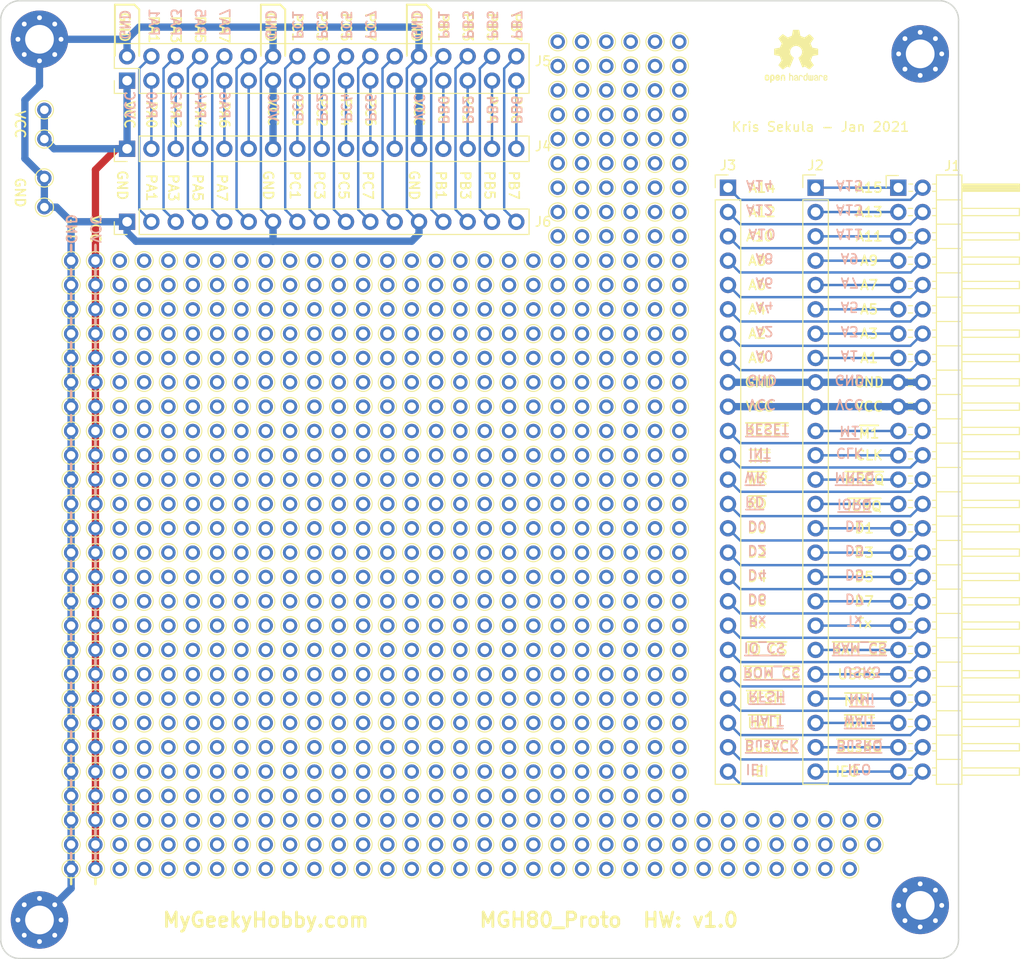
<source format=kicad_pcb>
(kicad_pcb (version 20171130) (host pcbnew "(5.1.5)-3")
  (layers (0 F.Cu signal) (31 B.Cu signal) (34 B.Paste user) (35 F.Paste user hide) (36 B.SilkS user) (37 F.SilkS user) (38 B.Mask user hide) (39 F.Mask user hide) (44 Edge.Cuts user))
  (net 0 "")
  (net 1 GND)
  (net 2 VCC)
  (net 3 /D6)
  (net 4 /A15)
  (net 5 /A14)
  (net 6 /A13)
  (net 7 /A12)
  (net 8 /A11)
  (net 9 /A10)
  (net 10 /A9)
  (net 11 /A8)
  (net 12 /A7)
  (net 13 /A6)
  (net 14 /A5)
  (net 15 /A4)
  (net 16 /A3)
  (net 17 /A2)
  (net 18 /A1)
  (net 19 /A0)
  (net 20 /~M1)
  (net 21 /~RESET)
  (net 22 /CLK)
  (net 23 /~INT)
  (net 24 /~MREQ)
  (net 25 /~WR)
  (net 26 /~IORQ)
  (net 27 /~RD)
  (net 28 /D1)
  (net 29 /D0)
  (net 30 /D3)
  (net 31 /D2)
  (net 32 /D5)
  (net 33 /D4)
  (net 34 /D7)
  (net 35 "Net-(J1-Pad37)")
  (net 36 "Net-(J1-Pad38)")
  (net 37 /~RAM_CS)
  (net 38 /~IO_CS)
  (net 39 "Net-(J1-Pad41)")
  (net 40 /~ROM_CS)
  (net 41 /~NMI)
  (net 42 /~RFSH)
  (net 43 /~Wait)
  (net 44 /~HALT)
  (net 45 /~BusRQ)
  (net 46 /~BusACK)
  (net 47 "Net-(J1-Pad49)")
  (net 48 "Net-(J1-Pad50)")
  (net 49 /PB6)
  (net 50 /PB4)
  (net 51 /PB2)
  (net 52 /PB0)
  (net 53 "Net-(J4-Pad12)")
  (net 54 /PC6)
  (net 55 /PC4)
  (net 56 /PC2)
  (net 57 /PC0)
  (net 58 "Net-(J4-Pad6)")
  (net 59 /PA6)
  (net 60 /PA4)
  (net 61 /PA2)
  (net 62 /PA0)
  (net 63 /PA1)
  (net 64 /PA3)
  (net 65 /PA5)
  (net 66 /PA7)
  (net 67 "Net-(J5-Pad12)")
  (net 68 /PC1)
  (net 69 /PC3)
  (net 70 /PC5)
  (net 71 /PC7)
  (net 72 "Net-(J5-Pad24)")
  (net 73 /PB1)
  (net 74 /PB3)
  (net 75 /PB5)
  (net 76 /PB7)
  (module TestPoint:TestPoint_THTPad_D1.5mm_Drill0.7mm (layer F.Cu) (at 152.4 65.786)
    (fp_text reference REF**)
    (fp_text value TestPoint_THTPad_D1.5mm_Drill0.7mm)
    (pad 1 thru_hole circle (at 0 0) (size 1.5 1.5) (drill 0.889) (layers *.Cu *.Mask))
  )
  (module TestPoint:TestPoint_THTPad_D1.5mm_Drill0.7mm (layer F.Cu) (at 149.86 65.786)
    (fp_text reference REF**)
    (fp_text value TestPoint_THTPad_D1.5mm_Drill0.7mm)
    (pad 1 thru_hole circle (at 0 0) (size 1.5 1.5) (drill 0.889) (layers *.Cu *.Mask))
  )
  (module TestPoint:TestPoint_THTPad_D1.5mm_Drill0.7mm (layer F.Cu) (at 144.78 65.786)
    (fp_text reference REF**)
    (fp_text value TestPoint_THTPad_D1.5mm_Drill0.7mm)
    (pad 1 thru_hole circle (at 0 0) (size 1.5 1.5) (drill 0.889) (layers *.Cu *.Mask))
  )
  (module TestPoint:TestPoint_THTPad_D1.5mm_Drill0.7mm (layer F.Cu) (at 154.94 65.786)
    (fp_text reference REF**)
    (fp_text value TestPoint_THTPad_D1.5mm_Drill0.7mm)
    (pad 1 thru_hole circle (at 0 0) (size 1.5 1.5) (drill 0.889) (layers *.Cu *.Mask))
  )
  (module TestPoint:TestPoint_THTPad_D1.5mm_Drill0.7mm (layer F.Cu) (at 147.32 65.786)
    (fp_text reference REF**)
    (fp_text value TestPoint_THTPad_D1.5mm_Drill0.7mm)
    (pad 1 thru_hole circle (at 0 0) (size 1.5 1.5) (drill 0.889) (layers *.Cu *.Mask))
  )
  (module TestPoint:TestPoint_THTPad_D1.5mm_Drill0.7mm (layer F.Cu) (at 142.24 65.786)
    (fp_text reference REF**)
    (fp_text value TestPoint_THTPad_D1.5mm_Drill0.7mm)
    (pad 1 thru_hole circle (at 0 0) (size 1.5 1.5) (drill 0.889) (layers *.Cu *.Mask))
  )
  (module TestPoint:TestPoint_THTPad_D1.5mm_Drill0.7mm (layer F.Cu) (at 152.4 63.246)
    (fp_text reference REF**)
    (fp_text value TestPoint_THTPad_D1.5mm_Drill0.7mm)
    (pad 1 thru_hole circle (at 0 0) (size 1.5 1.5) (drill 0.889) (layers *.Cu *.Mask))
  )
  (module TestPoint:TestPoint_THTPad_D1.5mm_Drill0.7mm (layer F.Cu) (at 149.86 63.246)
    (fp_text reference REF**)
    (fp_text value TestPoint_THTPad_D1.5mm_Drill0.7mm)
    (pad 1 thru_hole circle (at 0 0) (size 1.5 1.5) (drill 0.889) (layers *.Cu *.Mask))
  )
  (module TestPoint:TestPoint_THTPad_D1.5mm_Drill0.7mm (layer F.Cu) (at 142.24 63.246)
    (fp_text reference REF**)
    (fp_text value TestPoint_THTPad_D1.5mm_Drill0.7mm)
    (pad 1 thru_hole circle (at 0 0) (size 1.5 1.5) (drill 0.889) (layers *.Cu *.Mask))
  )
  (module TestPoint:TestPoint_THTPad_D1.5mm_Drill0.7mm (layer F.Cu) (at 154.94 63.246)
    (fp_text reference REF**)
    (fp_text value TestPoint_THTPad_D1.5mm_Drill0.7mm)
    (pad 1 thru_hole circle (at 0 0) (size 1.5 1.5) (drill 0.889) (layers *.Cu *.Mask))
  )
  (module TestPoint:TestPoint_THTPad_D1.5mm_Drill0.7mm (layer F.Cu) (at 144.78 63.246)
    (fp_text reference REF**)
    (fp_text value TestPoint_THTPad_D1.5mm_Drill0.7mm)
    (pad 1 thru_hole circle (at 0 0) (size 1.5 1.5) (drill 0.889) (layers *.Cu *.Mask))
  )
  (module TestPoint:TestPoint_THTPad_D1.5mm_Drill0.7mm (layer F.Cu) (at 147.32 63.246)
    (fp_text reference REF**)
    (fp_text value TestPoint_THTPad_D1.5mm_Drill0.7mm)
    (pad 1 thru_hole circle (at 0 0) (size 1.5 1.5) (drill 0.889) (layers *.Cu *.Mask))
  )
  (module TestPoint:TestPoint_THTPad_D1.5mm_Drill0.7mm (layer F.Cu) (at 154.94 60.706)
    (fp_text reference REF**)
    (fp_text value TestPoint_THTPad_D1.5mm_Drill0.7mm)
    (pad 1 thru_hole circle (at 0 0) (size 1.5 1.5) (drill 0.889) (layers *.Cu *.Mask))
  )
  (module TestPoint:TestPoint_THTPad_D1.5mm_Drill0.7mm (layer F.Cu) (at 152.4 60.706)
    (fp_text reference REF**)
    (fp_text value TestPoint_THTPad_D1.5mm_Drill0.7mm)
    (pad 1 thru_hole circle (at 0 0) (size 1.5 1.5) (drill 0.889) (layers *.Cu *.Mask))
  )
  (module TestPoint:TestPoint_THTPad_D1.5mm_Drill0.7mm (layer F.Cu) (at 149.86 60.706)
    (fp_text reference REF**)
    (fp_text value TestPoint_THTPad_D1.5mm_Drill0.7mm)
    (pad 1 thru_hole circle (at 0 0) (size 1.5 1.5) (drill 0.889) (layers *.Cu *.Mask))
  )
  (module TestPoint:TestPoint_THTPad_D1.5mm_Drill0.7mm (layer F.Cu) (at 147.32 60.706)
    (fp_text reference REF**)
    (fp_text value TestPoint_THTPad_D1.5mm_Drill0.7mm)
    (pad 1 thru_hole circle (at 0 0) (size 1.5 1.5) (drill 0.889) (layers *.Cu *.Mask))
  )
  (module TestPoint:TestPoint_THTPad_D1.5mm_Drill0.7mm (layer F.Cu) (at 144.78 60.706)
    (fp_text reference REF**)
    (fp_text value TestPoint_THTPad_D1.5mm_Drill0.7mm)
    (pad 1 thru_hole circle (at 0 0) (size 1.5 1.5) (drill 0.889) (layers *.Cu *.Mask))
  )
  (module TestPoint:TestPoint_THTPad_D1.5mm_Drill0.7mm (layer F.Cu) (at 142.24 60.706)
    (fp_text reference REF**)
    (fp_text value TestPoint_THTPad_D1.5mm_Drill0.7mm)
    (pad 1 thru_hole circle (at 0 0) (size 1.5 1.5) (drill 0.889) (layers *.Cu *.Mask))
  )
  (module TestPoint:TestPoint_THTPad_D1.5mm_Drill0.7mm (layer F.Cu) (at 144.78 58.166)
    (fp_text reference REF**)
    (fp_text value TestPoint_THTPad_D1.5mm_Drill0.7mm)
    (pad 1 thru_hole circle (at 0 0) (size 1.5 1.5) (drill 0.889) (layers *.Cu *.Mask))
  )
  (module TestPoint:TestPoint_THTPad_D1.5mm_Drill0.7mm (layer F.Cu) (at 147.32 55.626)
    (fp_text reference REF**)
    (fp_text value TestPoint_THTPad_D1.5mm_Drill0.7mm)
    (pad 1 thru_hole circle (at 0 0) (size 1.5 1.5) (drill 0.889) (layers *.Cu *.Mask))
  )
  (module TestPoint:TestPoint_THTPad_D1.5mm_Drill0.7mm (layer F.Cu) (at 154.94 55.626)
    (fp_text reference REF**)
    (fp_text value TestPoint_THTPad_D1.5mm_Drill0.7mm)
    (pad 1 thru_hole circle (at 0 0) (size 1.5 1.5) (drill 0.889) (layers *.Cu *.Mask))
  )
  (module TestPoint:TestPoint_THTPad_D1.5mm_Drill0.7mm (layer F.Cu) (at 144.78 55.626)
    (fp_text reference REF**)
    (fp_text value TestPoint_THTPad_D1.5mm_Drill0.7mm)
    (pad 1 thru_hole circle (at 0 0) (size 1.5 1.5) (drill 0.889) (layers *.Cu *.Mask))
  )
  (module TestPoint:TestPoint_THTPad_D1.5mm_Drill0.7mm (layer F.Cu) (at 154.94 58.166)
    (fp_text reference REF**)
    (fp_text value TestPoint_THTPad_D1.5mm_Drill0.7mm)
    (pad 1 thru_hole circle (at 0 0) (size 1.5 1.5) (drill 0.889) (layers *.Cu *.Mask))
  )
  (module TestPoint:TestPoint_THTPad_D1.5mm_Drill0.7mm (layer F.Cu) (at 152.4 58.166)
    (fp_text reference REF**)
    (fp_text value TestPoint_THTPad_D1.5mm_Drill0.7mm)
    (pad 1 thru_hole circle (at 0 0) (size 1.5 1.5) (drill 0.889) (layers *.Cu *.Mask))
  )
  (module TestPoint:TestPoint_THTPad_D1.5mm_Drill0.7mm (layer F.Cu) (at 142.24 58.166)
    (fp_text reference REF**)
    (fp_text value TestPoint_THTPad_D1.5mm_Drill0.7mm)
    (pad 1 thru_hole circle (at 0 0) (size 1.5 1.5) (drill 0.889) (layers *.Cu *.Mask))
  )
  (module TestPoint:TestPoint_THTPad_D1.5mm_Drill0.7mm (layer F.Cu) (at 149.86 58.166)
    (fp_text reference REF**)
    (fp_text value TestPoint_THTPad_D1.5mm_Drill0.7mm)
    (pad 1 thru_hole circle (at 0 0) (size 1.5 1.5) (drill 0.889) (layers *.Cu *.Mask))
  )
  (module TestPoint:TestPoint_THTPad_D1.5mm_Drill0.7mm (layer F.Cu) (at 142.24 55.626)
    (fp_text reference REF**)
    (fp_text value TestPoint_THTPad_D1.5mm_Drill0.7mm)
    (pad 1 thru_hole circle (at 0 0) (size 1.5 1.5) (drill 0.889) (layers *.Cu *.Mask))
  )
  (module TestPoint:TestPoint_THTPad_D1.5mm_Drill0.7mm (layer F.Cu) (at 152.4 55.626)
    (fp_text reference REF**)
    (fp_text value TestPoint_THTPad_D1.5mm_Drill0.7mm)
    (pad 1 thru_hole circle (at 0 0) (size 1.5 1.5) (drill 0.889) (layers *.Cu *.Mask))
  )
  (module TestPoint:TestPoint_THTPad_D1.5mm_Drill0.7mm (layer F.Cu) (at 147.32 58.166)
    (fp_text reference REF**)
    (fp_text value TestPoint_THTPad_D1.5mm_Drill0.7mm)
    (pad 1 thru_hole circle (at 0 0) (size 1.5 1.5) (drill 0.889) (layers *.Cu *.Mask))
  )
  (module TestPoint:TestPoint_THTPad_D1.5mm_Drill0.7mm (layer F.Cu) (at 149.86 55.626)
    (fp_text reference REF**)
    (fp_text value TestPoint_THTPad_D1.5mm_Drill0.7mm)
    (pad 1 thru_hole circle (at 0 0) (size 1.5 1.5) (drill 0.889) (layers *.Cu *.Mask))
  )
  (module TestPoint:TestPoint_THTPad_D1.5mm_Drill0.7mm (layer F.Cu) (at 154.94 53.086)
    (fp_text reference REF**)
    (fp_text value TestPoint_THTPad_D1.5mm_Drill0.7mm)
    (pad 1 thru_hole circle (at 0 0) (size 1.5 1.5) (drill 0.889) (layers *.Cu *.Mask))
  )
  (module TestPoint:TestPoint_THTPad_D1.5mm_Drill0.7mm (layer F.Cu) (at 149.86 53.086)
    (fp_text reference REF**)
    (fp_text value TestPoint_THTPad_D1.5mm_Drill0.7mm)
    (pad 1 thru_hole circle (at 0 0) (size 1.5 1.5) (drill 0.889) (layers *.Cu *.Mask))
  )
  (module TestPoint:TestPoint_THTPad_D1.5mm_Drill0.7mm (layer F.Cu) (at 147.32 53.086)
    (fp_text reference REF**)
    (fp_text value TestPoint_THTPad_D1.5mm_Drill0.7mm)
    (pad 1 thru_hole circle (at 0 0) (size 1.5 1.5) (drill 0.889) (layers *.Cu *.Mask))
  )
  (module TestPoint:TestPoint_THTPad_D1.5mm_Drill0.7mm (layer F.Cu) (at 144.78 53.086)
    (fp_text reference REF**)
    (fp_text value TestPoint_THTPad_D1.5mm_Drill0.7mm)
    (pad 1 thru_hole circle (at 0 0) (size 1.5 1.5) (drill 0.889) (layers *.Cu *.Mask))
  )
  (module TestPoint:TestPoint_THTPad_D1.5mm_Drill0.7mm (layer F.Cu) (at 142.24 53.086)
    (fp_text reference REF**)
    (fp_text value TestPoint_THTPad_D1.5mm_Drill0.7mm)
    (pad 1 thru_hole circle (at 0 0) (size 1.5 1.5) (drill 0.889) (layers *.Cu *.Mask))
  )
  (module TestPoint:TestPoint_THTPad_D1.5mm_Drill0.7mm (layer F.Cu) (at 147.32 50.546)
    (fp_text reference REF**)
    (fp_text value TestPoint_THTPad_D1.5mm_Drill0.7mm)
    (pad 1 thru_hole circle (at 0 0) (size 1.5 1.5) (drill 0.889) (layers *.Cu *.Mask))
  )
  (module TestPoint:TestPoint_THTPad_D1.5mm_Drill0.7mm (layer F.Cu) (at 149.86 50.546)
    (fp_text reference REF**)
    (fp_text value TestPoint_THTPad_D1.5mm_Drill0.7mm)
    (pad 1 thru_hole circle (at 0 0) (size 1.5 1.5) (drill 0.889) (layers *.Cu *.Mask))
  )
  (module TestPoint:TestPoint_THTPad_D1.5mm_Drill0.7mm (layer F.Cu) (at 152.4 53.086)
    (fp_text reference REF**)
    (fp_text value TestPoint_THTPad_D1.5mm_Drill0.7mm)
    (pad 1 thru_hole circle (at 0 0) (size 1.5 1.5) (drill 0.889) (layers *.Cu *.Mask))
  )
  (module TestPoint:TestPoint_THTPad_D1.5mm_Drill0.7mm (layer F.Cu) (at 142.24 50.546)
    (fp_text reference REF**)
    (fp_text value TestPoint_THTPad_D1.5mm_Drill0.7mm)
    (pad 1 thru_hole circle (at 0 0) (size 1.5 1.5) (drill 0.889) (layers *.Cu *.Mask))
  )
  (module TestPoint:TestPoint_THTPad_D1.5mm_Drill0.7mm (layer F.Cu) (at 152.4 50.546)
    (fp_text reference REF**)
    (fp_text value TestPoint_THTPad_D1.5mm_Drill0.7mm)
    (pad 1 thru_hole circle (at 0 0) (size 1.5 1.5) (drill 0.889) (layers *.Cu *.Mask))
  )
  (module TestPoint:TestPoint_THTPad_D1.5mm_Drill0.7mm (layer F.Cu) (at 144.78 50.546)
    (fp_text reference REF**)
    (fp_text value TestPoint_THTPad_D1.5mm_Drill0.7mm)
    (pad 1 thru_hole circle (at 0 0) (size 1.5 1.5) (drill 0.889) (layers *.Cu *.Mask))
  )
  (module TestPoint:TestPoint_THTPad_D1.5mm_Drill0.7mm (layer F.Cu) (at 154.94 50.546)
    (fp_text reference REF**)
    (fp_text value TestPoint_THTPad_D1.5mm_Drill0.7mm)
    (pad 1 thru_hole circle (at 0 0) (size 1.5 1.5) (drill 0.889) (layers *.Cu *.Mask))
  )
  (module TestPoint:TestPoint_THTPad_D1.5mm_Drill0.7mm (layer F.Cu) (at 152.4 48.006)
    (fp_text reference REF**)
    (fp_text value TestPoint_THTPad_D1.5mm_Drill0.7mm)
    (pad 1 thru_hole circle (at 0 0) (size 1.5 1.5) (drill 0.889) (layers *.Cu *.Mask))
  )
  (module TestPoint:TestPoint_THTPad_D1.5mm_Drill0.7mm (layer F.Cu) (at 149.86 48.006)
    (fp_text reference REF**)
    (fp_text value TestPoint_THTPad_D1.5mm_Drill0.7mm)
    (pad 1 thru_hole circle (at 0 0) (size 1.5 1.5) (drill 0.889) (layers *.Cu *.Mask))
  )
  (module TestPoint:TestPoint_THTPad_D1.5mm_Drill0.7mm (layer F.Cu) (at 147.32 48.006)
    (fp_text reference REF**)
    (fp_text value TestPoint_THTPad_D1.5mm_Drill0.7mm)
    (pad 1 thru_hole circle (at 0 0) (size 1.5 1.5) (drill 0.889) (layers *.Cu *.Mask))
  )
  (module TestPoint:TestPoint_THTPad_D1.5mm_Drill0.7mm (layer F.Cu) (at 144.78 48.006)
    (fp_text reference REF**)
    (fp_text value TestPoint_THTPad_D1.5mm_Drill0.7mm)
    (pad 1 thru_hole circle (at 0 0) (size 1.5 1.5) (drill 0.889) (layers *.Cu *.Mask))
  )
  (module TestPoint:TestPoint_THTPad_D1.5mm_Drill0.7mm (layer F.Cu) (at 142.24 48.006)
    (fp_text reference REF**)
    (fp_text value TestPoint_THTPad_D1.5mm_Drill0.7mm)
    (pad 1 thru_hole circle (at 0 0) (size 1.5 1.5) (drill 0.889) (layers *.Cu *.Mask))
  )
  (module TestPoint:TestPoint_THTPad_D1.5mm_Drill0.7mm (layer F.Cu) (at 149.86 45.466)
    (fp_text reference REF**)
    (fp_text value TestPoint_THTPad_D1.5mm_Drill0.7mm)
    (pad 1 thru_hole circle (at 0 0) (size 1.5 1.5) (drill 0.889) (layers *.Cu *.Mask))
  )
  (module TestPoint:TestPoint_THTPad_D1.5mm_Drill0.7mm (layer F.Cu) (at 152.4 45.466)
    (fp_text reference REF**)
    (fp_text value TestPoint_THTPad_D1.5mm_Drill0.7mm)
    (pad 1 thru_hole circle (at 0 0) (size 1.5 1.5) (drill 0.889) (layers *.Cu *.Mask))
  )
  (module TestPoint:TestPoint_THTPad_D1.5mm_Drill0.7mm (layer F.Cu) (at 142.24 45.466)
    (fp_text reference REF**)
    (fp_text value TestPoint_THTPad_D1.5mm_Drill0.7mm)
    (pad 1 thru_hole circle (at 0 0) (size 1.5 1.5) (drill 0.889) (layers *.Cu *.Mask))
  )
  (module TestPoint:TestPoint_THTPad_D1.5mm_Drill0.7mm (layer F.Cu) (at 154.94 45.466)
    (fp_text reference REF**)
    (fp_text value TestPoint_THTPad_D1.5mm_Drill0.7mm)
    (pad 1 thru_hole circle (at 0 0) (size 1.5 1.5) (drill 0.889) (layers *.Cu *.Mask))
  )
  (module TestPoint:TestPoint_THTPad_D1.5mm_Drill0.7mm (layer F.Cu) (at 154.94 48.006)
    (fp_text reference REF**)
    (fp_text value TestPoint_THTPad_D1.5mm_Drill0.7mm)
    (pad 1 thru_hole circle (at 0 0) (size 1.5 1.5) (drill 0.889) (layers *.Cu *.Mask))
  )
  (module TestPoint:TestPoint_THTPad_D1.5mm_Drill0.7mm (layer F.Cu) (at 147.32 45.466)
    (fp_text reference REF**)
    (fp_text value TestPoint_THTPad_D1.5mm_Drill0.7mm)
    (pad 1 thru_hole circle (at 0 0) (size 1.5 1.5) (drill 0.889) (layers *.Cu *.Mask))
  )
  (module TestPoint:TestPoint_THTPad_D1.5mm_Drill0.7mm (layer F.Cu) (at 144.78 45.466)
    (fp_text reference REF**)
    (fp_text value TestPoint_THTPad_D1.5mm_Drill0.7mm)
    (pad 1 thru_hole circle (at 0 0) (size 1.5 1.5) (drill 0.889) (layers *.Cu *.Mask))
  )
  (module TestPoint:TestPoint_THTPad_D1.5mm_Drill0.7mm (layer F.Cu) (at 93.98 131.826)
    (fp_text reference REF**)
    (fp_text value TestPoint_THTPad_D1.5mm_Drill0.7mm)
    (pad 1 thru_hole circle (at 0 0) (size 1.5 1.5) (drill 0.889) (layers *.Cu *.Mask) (net 2 VCC))
  )
  (module TestPoint:TestPoint_THTPad_D1.5mm_Drill0.7mm (layer F.Cu) (at 93.98 129.286)
    (fp_text reference REF**)
    (fp_text value TestPoint_THTPad_D1.5mm_Drill0.7mm)
    (pad 1 thru_hole circle (at 0 0) (size 1.5 1.5) (drill 0.889) (layers *.Cu *.Mask) (net 2 VCC))
  )
  (module TestPoint:TestPoint_THTPad_D1.5mm_Drill0.7mm (layer F.Cu) (at 93.98 126.746)
    (fp_text reference REF**)
    (fp_text value TestPoint_THTPad_D1.5mm_Drill0.7mm)
    (pad 1 thru_hole circle (at 0 0) (size 1.5 1.5) (drill 0.889) (layers *.Cu *.Mask) (net 2 VCC))
  )
  (module TestPoint:TestPoint_THTPad_D1.5mm_Drill0.7mm (layer F.Cu) (at 93.98 124.206)
    (fp_text reference REF**)
    (fp_text value TestPoint_THTPad_D1.5mm_Drill0.7mm)
    (pad 1 thru_hole circle (at 0 0) (size 1.5 1.5) (drill 0.889) (layers *.Cu *.Mask) (net 2 VCC))
  )
  (module TestPoint:TestPoint_THTPad_D1.5mm_Drill0.7mm (layer F.Cu) (at 93.98 121.666)
    (fp_text reference REF**)
    (fp_text value TestPoint_THTPad_D1.5mm_Drill0.7mm)
    (pad 1 thru_hole circle (at 0 0) (size 1.5 1.5) (drill 0.889) (layers *.Cu *.Mask) (net 2 VCC))
  )
  (module TestPoint:TestPoint_THTPad_D1.5mm_Drill0.7mm (layer F.Cu) (at 93.98 119.126)
    (fp_text reference REF**)
    (fp_text value TestPoint_THTPad_D1.5mm_Drill0.7mm)
    (pad 1 thru_hole circle (at 0 0) (size 1.5 1.5) (drill 0.889) (layers *.Cu *.Mask) (net 2 VCC))
  )
  (module TestPoint:TestPoint_THTPad_D1.5mm_Drill0.7mm (layer F.Cu) (at 93.98 116.586)
    (fp_text reference REF**)
    (fp_text value TestPoint_THTPad_D1.5mm_Drill0.7mm)
    (pad 1 thru_hole circle (at 0 0) (size 1.5 1.5) (drill 0.889) (layers *.Cu *.Mask) (net 2 VCC))
  )
  (module TestPoint:TestPoint_THTPad_D1.5mm_Drill0.7mm (layer F.Cu) (at 93.98 114.046)
    (fp_text reference REF**)
    (fp_text value TestPoint_THTPad_D1.5mm_Drill0.7mm)
    (pad 1 thru_hole circle (at 0 0) (size 1.5 1.5) (drill 0.889) (layers *.Cu *.Mask) (net 2 VCC))
  )
  (module TestPoint:TestPoint_THTPad_D1.5mm_Drill0.7mm (layer F.Cu) (at 93.98 111.506)
    (fp_text reference REF**)
    (fp_text value TestPoint_THTPad_D1.5mm_Drill0.7mm)
    (pad 1 thru_hole circle (at 0 0) (size 1.5 1.5) (drill 0.889) (layers *.Cu *.Mask) (net 2 VCC))
  )
  (module TestPoint:TestPoint_THTPad_D1.5mm_Drill0.7mm (layer F.Cu) (at 93.98 108.966)
    (fp_text reference REF**)
    (fp_text value TestPoint_THTPad_D1.5mm_Drill0.7mm)
    (pad 1 thru_hole circle (at 0 0) (size 1.5 1.5) (drill 0.889) (layers *.Cu *.Mask) (net 2 VCC))
  )
  (module TestPoint:TestPoint_THTPad_D1.5mm_Drill0.7mm (layer F.Cu) (at 93.98 106.426)
    (fp_text reference REF**)
    (fp_text value TestPoint_THTPad_D1.5mm_Drill0.7mm)
    (pad 1 thru_hole circle (at 0 0) (size 1.5 1.5) (drill 0.889) (layers *.Cu *.Mask) (net 2 VCC))
  )
  (module TestPoint:TestPoint_THTPad_D1.5mm_Drill0.7mm (layer F.Cu) (at 93.98 103.886)
    (fp_text reference REF**)
    (fp_text value TestPoint_THTPad_D1.5mm_Drill0.7mm)
    (pad 1 thru_hole circle (at 0 0) (size 1.5 1.5) (drill 0.889) (layers *.Cu *.Mask) (net 2 VCC))
  )
  (module TestPoint:TestPoint_THTPad_D1.5mm_Drill0.7mm (layer F.Cu) (at 93.98 101.346)
    (fp_text reference REF**)
    (fp_text value TestPoint_THTPad_D1.5mm_Drill0.7mm)
    (pad 1 thru_hole circle (at 0 0) (size 1.5 1.5) (drill 0.889) (layers *.Cu *.Mask) (net 2 VCC))
  )
  (module TestPoint:TestPoint_THTPad_D1.5mm_Drill0.7mm (layer F.Cu) (at 93.98 98.806)
    (fp_text reference REF**)
    (fp_text value TestPoint_THTPad_D1.5mm_Drill0.7mm)
    (pad 1 thru_hole circle (at 0 0) (size 1.5 1.5) (drill 0.889) (layers *.Cu *.Mask) (net 2 VCC))
  )
  (module TestPoint:TestPoint_THTPad_D1.5mm_Drill0.7mm (layer F.Cu) (at 93.98 96.266)
    (fp_text reference REF**)
    (fp_text value TestPoint_THTPad_D1.5mm_Drill0.7mm)
    (pad 1 thru_hole circle (at 0 0) (size 1.5 1.5) (drill 0.889) (layers *.Cu *.Mask) (net 2 VCC))
  )
  (module TestPoint:TestPoint_THTPad_D1.5mm_Drill0.7mm (layer F.Cu) (at 93.98 93.726)
    (fp_text reference REF**)
    (fp_text value TestPoint_THTPad_D1.5mm_Drill0.7mm)
    (pad 1 thru_hole circle (at 0 0) (size 1.5 1.5) (drill 0.889) (layers *.Cu *.Mask) (net 2 VCC))
  )
  (module TestPoint:TestPoint_THTPad_D1.5mm_Drill0.7mm (layer F.Cu) (at 93.98 91.186)
    (fp_text reference REF**)
    (fp_text value TestPoint_THTPad_D1.5mm_Drill0.7mm)
    (pad 1 thru_hole circle (at 0 0) (size 1.5 1.5) (drill 0.889) (layers *.Cu *.Mask) (net 2 VCC))
  )
  (module TestPoint:TestPoint_THTPad_D1.5mm_Drill0.7mm (layer F.Cu) (at 93.98 88.646)
    (fp_text reference REF**)
    (fp_text value TestPoint_THTPad_D1.5mm_Drill0.7mm)
    (pad 1 thru_hole circle (at 0 0) (size 1.5 1.5) (drill 0.889) (layers *.Cu *.Mask) (net 2 VCC))
  )
  (module TestPoint:TestPoint_THTPad_D1.5mm_Drill0.7mm (layer F.Cu) (at 93.98 86.106)
    (fp_text reference REF**)
    (fp_text value TestPoint_THTPad_D1.5mm_Drill0.7mm)
    (pad 1 thru_hole circle (at 0 0) (size 1.5 1.5) (drill 0.889) (layers *.Cu *.Mask) (net 2 VCC))
  )
  (module TestPoint:TestPoint_THTPad_D1.5mm_Drill0.7mm (layer F.Cu) (at 93.98 83.566)
    (fp_text reference REF**)
    (fp_text value TestPoint_THTPad_D1.5mm_Drill0.7mm)
    (pad 1 thru_hole circle (at 0 0) (size 1.5 1.5) (drill 0.889) (layers *.Cu *.Mask) (net 2 VCC))
  )
  (module TestPoint:TestPoint_THTPad_D1.5mm_Drill0.7mm (layer F.Cu) (at 93.98 81.026)
    (fp_text reference REF**)
    (fp_text value TestPoint_THTPad_D1.5mm_Drill0.7mm)
    (pad 1 thru_hole circle (at 0 0) (size 1.5 1.5) (drill 0.889) (layers *.Cu *.Mask) (net 2 VCC))
  )
  (module TestPoint:TestPoint_THTPad_D1.5mm_Drill0.7mm (layer F.Cu) (at 93.98 78.486)
    (fp_text reference REF**)
    (fp_text value TestPoint_THTPad_D1.5mm_Drill0.7mm)
    (pad 1 thru_hole circle (at 0 0) (size 1.5 1.5) (drill 0.889) (layers *.Cu *.Mask) (net 2 VCC))
  )
  (module TestPoint:TestPoint_THTPad_D1.5mm_Drill0.7mm (layer F.Cu) (at 93.98 75.946)
    (fp_text reference REF**)
    (fp_text value TestPoint_THTPad_D1.5mm_Drill0.7mm)
    (pad 1 thru_hole circle (at 0 0) (size 1.5 1.5) (drill 0.889) (layers *.Cu *.Mask) (net 2 VCC))
  )
  (module TestPoint:TestPoint_THTPad_D1.5mm_Drill0.7mm (layer F.Cu) (at 93.98 73.406)
    (fp_text reference REF**)
    (fp_text value TestPoint_THTPad_D1.5mm_Drill0.7mm)
    (pad 1 thru_hole circle (at 0 0) (size 1.5 1.5) (drill 0.889) (layers *.Cu *.Mask) (net 2 VCC))
  )
  (module TestPoint:TestPoint_THTPad_D1.5mm_Drill0.7mm (layer F.Cu) (at 93.98 70.866)
    (fp_text reference REF**)
    (fp_text value TestPoint_THTPad_D1.5mm_Drill0.7mm)
    (pad 1 thru_hole circle (at 0 0) (size 1.5 1.5) (drill 0.889) (layers *.Cu *.Mask) (net 2 VCC))
  )
  (module TestPoint:TestPoint_THTPad_D1.5mm_Drill0.7mm (layer F.Cu) (at 91.44 131.826)
    (fp_text reference REF**)
    (fp_text value TestPoint_THTPad_D1.5mm_Drill0.7mm)
    (pad 1 thru_hole circle (at 0 0) (size 1.5 1.5) (drill 0.889) (layers *.Cu *.Mask) (net 1 GND))
  )
  (module TestPoint:TestPoint_THTPad_D1.5mm_Drill0.7mm (layer F.Cu) (at 91.44 129.286)
    (fp_text reference REF**)
    (fp_text value TestPoint_THTPad_D1.5mm_Drill0.7mm)
    (pad 1 thru_hole circle (at 0 0) (size 1.5 1.5) (drill 0.889) (layers *.Cu *.Mask) (net 1 GND))
  )
  (module TestPoint:TestPoint_THTPad_D1.5mm_Drill0.7mm (layer F.Cu) (at 91.44 126.746)
    (fp_text reference REF**)
    (fp_text value TestPoint_THTPad_D1.5mm_Drill0.7mm)
    (pad 1 thru_hole circle (at 0 0) (size 1.5 1.5) (drill 0.889) (layers *.Cu *.Mask) (net 1 GND))
  )
  (module TestPoint:TestPoint_THTPad_D1.5mm_Drill0.7mm (layer F.Cu) (at 91.44 124.206)
    (fp_text reference REF**)
    (fp_text value TestPoint_THTPad_D1.5mm_Drill0.7mm)
    (pad 1 thru_hole circle (at 0 0) (size 1.5 1.5) (drill 0.889) (layers *.Cu *.Mask) (net 1 GND))
  )
  (module TestPoint:TestPoint_THTPad_D1.5mm_Drill0.7mm (layer F.Cu) (at 91.44 121.666)
    (fp_text reference REF**)
    (fp_text value TestPoint_THTPad_D1.5mm_Drill0.7mm)
    (pad 1 thru_hole circle (at 0 0) (size 1.5 1.5) (drill 0.889) (layers *.Cu *.Mask) (net 1 GND))
  )
  (module TestPoint:TestPoint_THTPad_D1.5mm_Drill0.7mm (layer F.Cu) (at 91.44 119.126)
    (fp_text reference REF**)
    (fp_text value TestPoint_THTPad_D1.5mm_Drill0.7mm)
    (pad 1 thru_hole circle (at 0 0) (size 1.5 1.5) (drill 0.889) (layers *.Cu *.Mask) (net 1 GND))
  )
  (module TestPoint:TestPoint_THTPad_D1.5mm_Drill0.7mm (layer F.Cu) (at 91.44 116.586)
    (fp_text reference REF**)
    (fp_text value TestPoint_THTPad_D1.5mm_Drill0.7mm)
    (pad 1 thru_hole circle (at 0 0) (size 1.5 1.5) (drill 0.889) (layers *.Cu *.Mask) (net 1 GND))
  )
  (module TestPoint:TestPoint_THTPad_D1.5mm_Drill0.7mm (layer F.Cu) (at 91.44 114.046)
    (fp_text reference REF**)
    (fp_text value TestPoint_THTPad_D1.5mm_Drill0.7mm)
    (pad 1 thru_hole circle (at 0 0) (size 1.5 1.5) (drill 0.889) (layers *.Cu *.Mask) (net 1 GND))
  )
  (module TestPoint:TestPoint_THTPad_D1.5mm_Drill0.7mm (layer F.Cu) (at 91.44 111.506)
    (fp_text reference REF**)
    (fp_text value TestPoint_THTPad_D1.5mm_Drill0.7mm)
    (pad 1 thru_hole circle (at 0 0) (size 1.5 1.5) (drill 0.889) (layers *.Cu *.Mask) (net 1 GND))
  )
  (module TestPoint:TestPoint_THTPad_D1.5mm_Drill0.7mm (layer F.Cu) (at 91.44 108.966)
    (fp_text reference REF**)
    (fp_text value TestPoint_THTPad_D1.5mm_Drill0.7mm)
    (pad 1 thru_hole circle (at 0 0) (size 1.5 1.5) (drill 0.889) (layers *.Cu *.Mask) (net 1 GND))
  )
  (module TestPoint:TestPoint_THTPad_D1.5mm_Drill0.7mm (layer F.Cu) (at 91.44 106.426)
    (fp_text reference REF**)
    (fp_text value TestPoint_THTPad_D1.5mm_Drill0.7mm)
    (pad 1 thru_hole circle (at 0 0) (size 1.5 1.5) (drill 0.889) (layers *.Cu *.Mask) (net 1 GND))
  )
  (module TestPoint:TestPoint_THTPad_D1.5mm_Drill0.7mm (layer F.Cu) (at 91.44 103.886)
    (fp_text reference REF**)
    (fp_text value TestPoint_THTPad_D1.5mm_Drill0.7mm)
    (pad 1 thru_hole circle (at 0 0) (size 1.5 1.5) (drill 0.889) (layers *.Cu *.Mask) (net 1 GND))
  )
  (module TestPoint:TestPoint_THTPad_D1.5mm_Drill0.7mm (layer F.Cu) (at 91.44 101.346)
    (fp_text reference REF**)
    (fp_text value TestPoint_THTPad_D1.5mm_Drill0.7mm)
    (pad 1 thru_hole circle (at 0 0) (size 1.5 1.5) (drill 0.889) (layers *.Cu *.Mask) (net 1 GND))
  )
  (module TestPoint:TestPoint_THTPad_D1.5mm_Drill0.7mm (layer F.Cu) (at 91.44 98.806)
    (fp_text reference REF**)
    (fp_text value TestPoint_THTPad_D1.5mm_Drill0.7mm)
    (pad 1 thru_hole circle (at 0 0) (size 1.5 1.5) (drill 0.889) (layers *.Cu *.Mask) (net 1 GND))
  )
  (module TestPoint:TestPoint_THTPad_D1.5mm_Drill0.7mm (layer F.Cu) (at 91.44 96.266)
    (fp_text reference REF**)
    (fp_text value TestPoint_THTPad_D1.5mm_Drill0.7mm)
    (pad 1 thru_hole circle (at 0 0) (size 1.5 1.5) (drill 0.889) (layers *.Cu *.Mask) (net 1 GND))
  )
  (module TestPoint:TestPoint_THTPad_D1.5mm_Drill0.7mm (layer F.Cu) (at 91.44 93.726)
    (fp_text reference REF**)
    (fp_text value TestPoint_THTPad_D1.5mm_Drill0.7mm)
    (pad 1 thru_hole circle (at 0 0) (size 1.5 1.5) (drill 0.889) (layers *.Cu *.Mask) (net 1 GND))
  )
  (module TestPoint:TestPoint_THTPad_D1.5mm_Drill0.7mm (layer F.Cu) (at 91.44 91.186)
    (fp_text reference REF**)
    (fp_text value TestPoint_THTPad_D1.5mm_Drill0.7mm)
    (pad 1 thru_hole circle (at 0 0) (size 1.5 1.5) (drill 0.889) (layers *.Cu *.Mask) (net 1 GND))
  )
  (module TestPoint:TestPoint_THTPad_D1.5mm_Drill0.7mm (layer F.Cu) (at 91.44 88.646)
    (fp_text reference REF**)
    (fp_text value TestPoint_THTPad_D1.5mm_Drill0.7mm)
    (pad 1 thru_hole circle (at 0 0) (size 1.5 1.5) (drill 0.889) (layers *.Cu *.Mask) (net 1 GND))
  )
  (module TestPoint:TestPoint_THTPad_D1.5mm_Drill0.7mm (layer F.Cu) (at 91.44 86.106)
    (fp_text reference REF**)
    (fp_text value TestPoint_THTPad_D1.5mm_Drill0.7mm)
    (pad 1 thru_hole circle (at 0 0) (size 1.5 1.5) (drill 0.889) (layers *.Cu *.Mask) (net 1 GND))
  )
  (module TestPoint:TestPoint_THTPad_D1.5mm_Drill0.7mm (layer F.Cu) (at 91.44 83.566)
    (fp_text reference REF**)
    (fp_text value TestPoint_THTPad_D1.5mm_Drill0.7mm)
    (pad 1 thru_hole circle (at 0 0) (size 1.5 1.5) (drill 0.889) (layers *.Cu *.Mask) (net 1 GND))
  )
  (module TestPoint:TestPoint_THTPad_D1.5mm_Drill0.7mm (layer F.Cu) (at 91.44 81.026)
    (fp_text reference REF**)
    (fp_text value TestPoint_THTPad_D1.5mm_Drill0.7mm)
    (pad 1 thru_hole circle (at 0 0) (size 1.5 1.5) (drill 0.889) (layers *.Cu *.Mask) (net 1 GND))
  )
  (module TestPoint:TestPoint_THTPad_D1.5mm_Drill0.7mm (layer F.Cu) (at 91.44 78.486)
    (fp_text reference REF**)
    (fp_text value TestPoint_THTPad_D1.5mm_Drill0.7mm)
    (pad 1 thru_hole circle (at 0 0) (size 1.5 1.5) (drill 0.889) (layers *.Cu *.Mask) (net 1 GND))
  )
  (module TestPoint:TestPoint_THTPad_D1.5mm_Drill0.7mm (layer F.Cu) (at 91.44 75.946)
    (fp_text reference REF**)
    (fp_text value TestPoint_THTPad_D1.5mm_Drill0.7mm)
    (pad 1 thru_hole circle (at 0 0) (size 1.5 1.5) (drill 0.889) (layers *.Cu *.Mask) (net 1 GND))
  )
  (module TestPoint:TestPoint_THTPad_D1.5mm_Drill0.7mm (layer F.Cu) (at 91.44 73.406)
    (fp_text reference REF**)
    (fp_text value TestPoint_THTPad_D1.5mm_Drill0.7mm)
    (pad 1 thru_hole circle (at 0 0) (size 1.5 1.5) (drill 0.889) (layers *.Cu *.Mask) (net 1 GND))
  )
  (module TestPoint:TestPoint_THTPad_D1.5mm_Drill0.7mm (layer F.Cu) (at 91.44 70.866)
    (fp_text reference REF**)
    (fp_text value TestPoint_THTPad_D1.5mm_Drill0.7mm)
    (pad 1 thru_hole circle (at 0 0) (size 1.5 1.5) (drill 0.889) (layers *.Cu *.Mask) (net 1 GND))
  )
  (module TestPoint:TestPoint_THTPad_D1.5mm_Drill0.7mm (layer F.Cu) (at 88.646 52.578)
    (fp_text reference TP1)
    (fp_text value "5V VCC")
    (pad 1 thru_hole circle (at 0 0) (size 1.5 1.5) (drill 0.889) (layers *.Cu *.Mask) (net 2 VCC))
  )
  (module TestPoint:TestPoint_THTPad_D1.5mm_Drill0.7mm (layer F.Cu) (at 88.646 59.69)
    (fp_text reference TP2)
    (fp_text value GND)
    (pad 1 thru_hole circle (at 0 0) (size 1.5 1.5) (drill 0.889) (layers *.Cu *.Mask) (net 1 GND))
  )
  (module TestPoint:TestPoint_THTPad_D1.5mm_Drill0.7mm (layer F.Cu) (at 167.64 126.746)
    (fp_text reference REF**)
    (fp_text value TestPoint_THTPad_D1.5mm_Drill0.7mm)
    (pad 1 thru_hole circle (at 0 0) (size 1.5 1.5) (drill 0.889) (layers *.Cu *.Mask))
  )
  (module TestPoint:TestPoint_THTPad_D1.5mm_Drill0.7mm (layer F.Cu) (at 170.18 126.746)
    (fp_text reference REF**)
    (fp_text value TestPoint_THTPad_D1.5mm_Drill0.7mm)
    (pad 1 thru_hole circle (at 0 0) (size 1.5 1.5) (drill 0.889) (layers *.Cu *.Mask))
  )
  (module TestPoint:TestPoint_THTPad_D1.5mm_Drill0.7mm (layer F.Cu) (at 172.72 131.826)
    (fp_text reference REF**)
    (fp_text value TestPoint_THTPad_D1.5mm_Drill0.7mm)
    (pad 1 thru_hole circle (at 0 0) (size 1.5 1.5) (drill 0.889) (layers *.Cu *.Mask))
  )
  (module TestPoint:TestPoint_THTPad_D1.5mm_Drill0.7mm (layer F.Cu) (at 170.18 129.286)
    (fp_text reference REF**)
    (fp_text value TestPoint_THTPad_D1.5mm_Drill0.7mm)
    (pad 1 thru_hole circle (at 0 0) (size 1.5 1.5) (drill 0.889) (layers *.Cu *.Mask))
  )
  (module TestPoint:TestPoint_THTPad_D1.5mm_Drill0.7mm (layer F.Cu) (at 167.64 129.286)
    (fp_text reference REF**)
    (fp_text value TestPoint_THTPad_D1.5mm_Drill0.7mm)
    (pad 1 thru_hole circle (at 0 0) (size 1.5 1.5) (drill 0.889) (layers *.Cu *.Mask))
  )
  (module TestPoint:TestPoint_THTPad_D1.5mm_Drill0.7mm (layer F.Cu) (at 175.26 129.286)
    (fp_text reference REF**)
    (fp_text value TestPoint_THTPad_D1.5mm_Drill0.7mm)
    (pad 1 thru_hole circle (at 0 0) (size 1.5 1.5) (drill 0.889) (layers *.Cu *.Mask))
  )
  (module TestPoint:TestPoint_THTPad_D1.5mm_Drill0.7mm (layer F.Cu) (at 175.26 126.746)
    (fp_text reference REF**)
    (fp_text value TestPoint_THTPad_D1.5mm_Drill0.7mm)
    (pad 1 thru_hole circle (at 0 0) (size 1.5 1.5) (drill 0.889) (layers *.Cu *.Mask))
  )
  (module TestPoint:TestPoint_THTPad_D1.5mm_Drill0.7mm (layer F.Cu) (at 170.18 131.826)
    (fp_text reference REF**)
    (fp_text value TestPoint_THTPad_D1.5mm_Drill0.7mm)
    (pad 1 thru_hole circle (at 0 0) (size 1.5 1.5) (drill 0.889) (layers *.Cu *.Mask))
  )
  (module TestPoint:TestPoint_THTPad_D1.5mm_Drill0.7mm (layer F.Cu) (at 167.64 131.826)
    (fp_text reference REF**)
    (fp_text value TestPoint_THTPad_D1.5mm_Drill0.7mm)
    (pad 1 thru_hole circle (at 0 0) (size 1.5 1.5) (drill 0.889) (layers *.Cu *.Mask))
  )
  (module TestPoint:TestPoint_THTPad_D1.5mm_Drill0.7mm (layer F.Cu) (at 172.72 129.286)
    (fp_text reference REF**)
    (fp_text value TestPoint_THTPad_D1.5mm_Drill0.7mm)
    (pad 1 thru_hole circle (at 0 0) (size 1.5 1.5) (drill 0.889) (layers *.Cu *.Mask))
  )
  (module TestPoint:TestPoint_THTPad_D1.5mm_Drill0.7mm (layer F.Cu) (at 172.72 126.746)
    (fp_text reference REF**)
    (fp_text value TestPoint_THTPad_D1.5mm_Drill0.7mm)
    (pad 1 thru_hole circle (at 0 0) (size 1.5 1.5) (drill 0.889) (layers *.Cu *.Mask))
  )
  (module TestPoint:TestPoint_THTPad_D1.5mm_Drill0.7mm (layer F.Cu) (at 160.02 131.826)
    (fp_text reference REF**)
    (fp_text value TestPoint_THTPad_D1.5mm_Drill0.7mm)
    (pad 1 thru_hole circle (at 0 0) (size 1.5 1.5) (drill 0.889) (layers *.Cu *.Mask))
  )
  (module TestPoint:TestPoint_THTPad_D1.5mm_Drill0.7mm (layer F.Cu) (at 165.1 131.826)
    (fp_text reference REF**)
    (fp_text value TestPoint_THTPad_D1.5mm_Drill0.7mm)
    (pad 1 thru_hole circle (at 0 0) (size 1.5 1.5) (drill 0.889) (layers *.Cu *.Mask))
  )
  (module TestPoint:TestPoint_THTPad_D1.5mm_Drill0.7mm (layer F.Cu) (at 162.56 131.826)
    (fp_text reference REF**)
    (fp_text value TestPoint_THTPad_D1.5mm_Drill0.7mm)
    (pad 1 thru_hole circle (at 0 0) (size 1.5 1.5) (drill 0.889) (layers *.Cu *.Mask))
  )
  (module TestPoint:TestPoint_THTPad_D1.5mm_Drill0.7mm (layer F.Cu) (at 157.48 131.826)
    (fp_text reference REF**)
    (fp_text value TestPoint_THTPad_D1.5mm_Drill0.7mm)
    (pad 1 thru_hole circle (at 0 0) (size 1.5 1.5) (drill 0.889) (layers *.Cu *.Mask))
  )
  (module TestPoint:TestPoint_THTPad_D1.5mm_Drill0.7mm (layer F.Cu) (at 162.56 129.286)
    (fp_text reference REF**)
    (fp_text value TestPoint_THTPad_D1.5mm_Drill0.7mm)
    (pad 1 thru_hole circle (at 0 0) (size 1.5 1.5) (drill 0.889) (layers *.Cu *.Mask))
  )
  (module TestPoint:TestPoint_THTPad_D1.5mm_Drill0.7mm (layer F.Cu) (at 160.02 126.746)
    (fp_text reference REF**)
    (fp_text value TestPoint_THTPad_D1.5mm_Drill0.7mm)
    (pad 1 thru_hole circle (at 0 0) (size 1.5 1.5) (drill 0.889) (layers *.Cu *.Mask))
  )
  (module TestPoint:TestPoint_THTPad_D1.5mm_Drill0.7mm (layer F.Cu) (at 162.56 126.746)
    (fp_text reference REF**)
    (fp_text value TestPoint_THTPad_D1.5mm_Drill0.7mm)
    (pad 1 thru_hole circle (at 0 0) (size 1.5 1.5) (drill 0.889) (layers *.Cu *.Mask))
  )
  (module TestPoint:TestPoint_THTPad_D1.5mm_Drill0.7mm (layer F.Cu) (at 157.48 129.286)
    (fp_text reference REF**)
    (fp_text value TestPoint_THTPad_D1.5mm_Drill0.7mm)
    (pad 1 thru_hole circle (at 0 0) (size 1.5 1.5) (drill 0.889) (layers *.Cu *.Mask))
  )
  (module TestPoint:TestPoint_THTPad_D1.5mm_Drill0.7mm (layer F.Cu) (at 157.48 126.746)
    (fp_text reference REF**)
    (fp_text value TestPoint_THTPad_D1.5mm_Drill0.7mm)
    (pad 1 thru_hole circle (at 0 0) (size 1.5 1.5) (drill 0.889) (layers *.Cu *.Mask))
  )
  (module TestPoint:TestPoint_THTPad_D1.5mm_Drill0.7mm (layer F.Cu) (at 165.1 129.286)
    (fp_text reference REF**)
    (fp_text value TestPoint_THTPad_D1.5mm_Drill0.7mm)
    (pad 1 thru_hole circle (at 0 0) (size 1.5 1.5) (drill 0.889) (layers *.Cu *.Mask))
  )
  (module TestPoint:TestPoint_THTPad_D1.5mm_Drill0.7mm (layer F.Cu) (at 160.02 129.286)
    (fp_text reference REF**)
    (fp_text value TestPoint_THTPad_D1.5mm_Drill0.7mm)
    (pad 1 thru_hole circle (at 0 0) (size 1.5 1.5) (drill 0.889) (layers *.Cu *.Mask))
  )
  (module TestPoint:TestPoint_THTPad_D1.5mm_Drill0.7mm (layer F.Cu) (at 165.1 126.746)
    (fp_text reference REF**)
    (fp_text value TestPoint_THTPad_D1.5mm_Drill0.7mm)
    (pad 1 thru_hole circle (at 0 0) (size 1.5 1.5) (drill 0.889) (layers *.Cu *.Mask))
  )
  (module TestPoint:TestPoint_THTPad_D1.5mm_Drill0.7mm (layer F.Cu) (at 88.646 62.738)
    (fp_text reference TP2)
    (fp_text value GND)
    (pad 1 thru_hole circle (at 0 0) (size 1.5 1.5) (drill 0.889) (layers *.Cu *.Mask) (net 1 GND))
  )
  (module TestPoint:TestPoint_THTPad_D1.5mm_Drill0.7mm (layer F.Cu) (at 88.646 55.626)
    (fp_text reference TP1)
    (fp_text value "5V VCC")
    (pad 1 thru_hole circle (at 0 0) (size 1.5 1.5) (drill 0.889) (layers *.Cu *.Mask) (net 2 VCC))
  )
  (module TestPoint:TestPoint_THTPad_D1.5mm_Drill0.7mm (layer F.Cu) (at 93.98 68.326)
    (fp_text reference REF**)
    (fp_text value TestPoint_THTPad_D1.5mm_Drill0.7mm)
    (pad 1 thru_hole circle (at 0 0) (size 1.5 1.5) (drill 0.889) (layers *.Cu *.Mask) (net 2 VCC))
  )
  (module TestPoint:TestPoint_THTPad_D1.5mm_Drill0.7mm (layer F.Cu) (at 91.44 68.326)
    (fp_text reference REF**)
    (fp_text value TestPoint_THTPad_D1.5mm_Drill0.7mm)
    (pad 1 thru_hole circle (at 0 0) (size 1.5 1.5) (drill 0.889) (layers *.Cu *.Mask) (net 1 GND))
  )
  (module TestPoint:TestPoint_THTPad_D1.5mm_Drill0.7mm (layer F.Cu) (at 129.54 131.826)
    (fp_text reference REF**)
    (fp_text value TestPoint_THTPad_D1.5mm_Drill0.7mm)
    (pad 1 thru_hole circle (at 0 0) (size 1.5 1.5) (drill 0.889) (layers *.Cu *.Mask))
  )
  (module TestPoint:TestPoint_THTPad_D1.5mm_Drill0.7mm (layer F.Cu) (at 154.94 131.826)
    (fp_text reference REF**)
    (fp_text value TestPoint_THTPad_D1.5mm_Drill0.7mm)
    (pad 1 thru_hole circle (at 0 0) (size 1.5 1.5) (drill 0.889) (layers *.Cu *.Mask))
  )
  (module TestPoint:TestPoint_THTPad_D1.5mm_Drill0.7mm (layer F.Cu) (at 152.4 131.826)
    (fp_text reference REF**)
    (fp_text value TestPoint_THTPad_D1.5mm_Drill0.7mm)
    (pad 1 thru_hole circle (at 0 0) (size 1.5 1.5) (drill 0.889) (layers *.Cu *.Mask))
  )
  (module TestPoint:TestPoint_THTPad_D1.5mm_Drill0.7mm (layer F.Cu) (at 149.86 131.826)
    (fp_text reference REF**)
    (fp_text value TestPoint_THTPad_D1.5mm_Drill0.7mm)
    (pad 1 thru_hole circle (at 0 0) (size 1.5 1.5) (drill 0.889) (layers *.Cu *.Mask))
  )
  (module TestPoint:TestPoint_THTPad_D1.5mm_Drill0.7mm (layer F.Cu) (at 147.32 131.826)
    (fp_text reference REF**)
    (fp_text value TestPoint_THTPad_D1.5mm_Drill0.7mm)
    (pad 1 thru_hole circle (at 0 0) (size 1.5 1.5) (drill 0.889) (layers *.Cu *.Mask))
  )
  (module TestPoint:TestPoint_THTPad_D1.5mm_Drill0.7mm (layer F.Cu) (at 144.78 131.826)
    (fp_text reference REF**)
    (fp_text value TestPoint_THTPad_D1.5mm_Drill0.7mm)
    (pad 1 thru_hole circle (at 0 0) (size 1.5 1.5) (drill 0.889) (layers *.Cu *.Mask))
  )
  (module TestPoint:TestPoint_THTPad_D1.5mm_Drill0.7mm (layer F.Cu) (at 142.24 131.826)
    (fp_text reference REF**)
    (fp_text value TestPoint_THTPad_D1.5mm_Drill0.7mm)
    (pad 1 thru_hole circle (at 0 0) (size 1.5 1.5) (drill 0.889) (layers *.Cu *.Mask))
  )
  (module TestPoint:TestPoint_THTPad_D1.5mm_Drill0.7mm (layer F.Cu) (at 139.7 131.826)
    (fp_text reference REF**)
    (fp_text value TestPoint_THTPad_D1.5mm_Drill0.7mm)
    (pad 1 thru_hole circle (at 0 0) (size 1.5 1.5) (drill 0.889) (layers *.Cu *.Mask))
  )
  (module TestPoint:TestPoint_THTPad_D1.5mm_Drill0.7mm (layer F.Cu) (at 137.16 131.826)
    (fp_text reference REF**)
    (fp_text value TestPoint_THTPad_D1.5mm_Drill0.7mm)
    (pad 1 thru_hole circle (at 0 0) (size 1.5 1.5) (drill 0.889) (layers *.Cu *.Mask))
  )
  (module TestPoint:TestPoint_THTPad_D1.5mm_Drill0.7mm (layer F.Cu) (at 134.62 131.826)
    (fp_text reference REF**)
    (fp_text value TestPoint_THTPad_D1.5mm_Drill0.7mm)
    (pad 1 thru_hole circle (at 0 0) (size 1.5 1.5) (drill 0.889) (layers *.Cu *.Mask))
  )
  (module TestPoint:TestPoint_THTPad_D1.5mm_Drill0.7mm (layer F.Cu) (at 132.08 131.826)
    (fp_text reference REF**)
    (fp_text value TestPoint_THTPad_D1.5mm_Drill0.7mm)
    (pad 1 thru_hole circle (at 0 0) (size 1.5 1.5) (drill 0.889) (layers *.Cu *.Mask))
  )
  (module TestPoint:TestPoint_THTPad_D1.5mm_Drill0.7mm (layer F.Cu) (at 129.54 131.826)
    (fp_text reference REF**)
    (fp_text value TestPoint_THTPad_D1.5mm_Drill0.7mm)
    (pad 1 thru_hole circle (at 0 0) (size 1.5 1.5) (drill 0.889) (layers *.Cu *.Mask))
  )
  (module TestPoint:TestPoint_THTPad_D1.5mm_Drill0.7mm (layer F.Cu) (at 127 131.826)
    (fp_text reference REF**)
    (fp_text value TestPoint_THTPad_D1.5mm_Drill0.7mm)
    (pad 1 thru_hole circle (at 0 0) (size 1.5 1.5) (drill 0.889) (layers *.Cu *.Mask))
  )
  (module TestPoint:TestPoint_THTPad_D1.5mm_Drill0.7mm (layer F.Cu) (at 124.46 131.826)
    (fp_text reference REF**)
    (fp_text value TestPoint_THTPad_D1.5mm_Drill0.7mm)
    (pad 1 thru_hole circle (at 0 0) (size 1.5 1.5) (drill 0.889) (layers *.Cu *.Mask))
  )
  (module TestPoint:TestPoint_THTPad_D1.5mm_Drill0.7mm (layer F.Cu) (at 121.92 131.826)
    (fp_text reference REF**)
    (fp_text value TestPoint_THTPad_D1.5mm_Drill0.7mm)
    (pad 1 thru_hole circle (at 0 0) (size 1.5 1.5) (drill 0.889) (layers *.Cu *.Mask))
  )
  (module TestPoint:TestPoint_THTPad_D1.5mm_Drill0.7mm (layer F.Cu) (at 119.38 131.826)
    (fp_text reference REF**)
    (fp_text value TestPoint_THTPad_D1.5mm_Drill0.7mm)
    (pad 1 thru_hole circle (at 0 0) (size 1.5 1.5) (drill 0.889) (layers *.Cu *.Mask))
  )
  (module TestPoint:TestPoint_THTPad_D1.5mm_Drill0.7mm (layer F.Cu) (at 116.84 131.826)
    (fp_text reference REF**)
    (fp_text value TestPoint_THTPad_D1.5mm_Drill0.7mm)
    (pad 1 thru_hole circle (at 0 0) (size 1.5 1.5) (drill 0.889) (layers *.Cu *.Mask))
  )
  (module TestPoint:TestPoint_THTPad_D1.5mm_Drill0.7mm (layer F.Cu) (at 114.3 131.826)
    (fp_text reference REF**)
    (fp_text value TestPoint_THTPad_D1.5mm_Drill0.7mm)
    (pad 1 thru_hole circle (at 0 0) (size 1.5 1.5) (drill 0.889) (layers *.Cu *.Mask))
  )
  (module TestPoint:TestPoint_THTPad_D1.5mm_Drill0.7mm (layer F.Cu) (at 111.76 131.826)
    (fp_text reference REF**)
    (fp_text value TestPoint_THTPad_D1.5mm_Drill0.7mm)
    (pad 1 thru_hole circle (at 0 0) (size 1.5 1.5) (drill 0.889) (layers *.Cu *.Mask))
  )
  (module TestPoint:TestPoint_THTPad_D1.5mm_Drill0.7mm (layer F.Cu) (at 109.22 131.826)
    (fp_text reference REF**)
    (fp_text value TestPoint_THTPad_D1.5mm_Drill0.7mm)
    (pad 1 thru_hole circle (at 0 0) (size 1.5 1.5) (drill 0.889) (layers *.Cu *.Mask))
  )
  (module TestPoint:TestPoint_THTPad_D1.5mm_Drill0.7mm (layer F.Cu) (at 106.68 131.826)
    (fp_text reference REF**)
    (fp_text value TestPoint_THTPad_D1.5mm_Drill0.7mm)
    (pad 1 thru_hole circle (at 0 0) (size 1.5 1.5) (drill 0.889) (layers *.Cu *.Mask))
  )
  (module TestPoint:TestPoint_THTPad_D1.5mm_Drill0.7mm (layer F.Cu) (at 104.14 131.826)
    (fp_text reference REF**)
    (fp_text value TestPoint_THTPad_D1.5mm_Drill0.7mm)
    (pad 1 thru_hole circle (at 0 0) (size 1.5 1.5) (drill 0.889) (layers *.Cu *.Mask))
  )
  (module TestPoint:TestPoint_THTPad_D1.5mm_Drill0.7mm (layer F.Cu) (at 101.6 131.826)
    (fp_text reference REF**)
    (fp_text value TestPoint_THTPad_D1.5mm_Drill0.7mm)
    (pad 1 thru_hole circle (at 0 0) (size 1.5 1.5) (drill 0.889) (layers *.Cu *.Mask))
  )
  (module TestPoint:TestPoint_THTPad_D1.5mm_Drill0.7mm (layer F.Cu) (at 99.06 131.826)
    (fp_text reference REF**)
    (fp_text value TestPoint_THTPad_D1.5mm_Drill0.7mm)
    (pad 1 thru_hole circle (at 0 0) (size 1.5 1.5) (drill 0.889) (layers *.Cu *.Mask))
  )
  (module TestPoint:TestPoint_THTPad_D1.5mm_Drill0.7mm (layer F.Cu) (at 96.52 131.826)
    (fp_text reference REF**)
    (fp_text value TestPoint_THTPad_D1.5mm_Drill0.7mm)
    (pad 1 thru_hole circle (at 0 0) (size 1.5 1.5) (drill 0.889) (layers *.Cu *.Mask))
  )
  (module TestPoint:TestPoint_THTPad_D1.5mm_Drill0.7mm (layer F.Cu) (at 154.94 129.286)
    (fp_text reference REF**)
    (fp_text value TestPoint_THTPad_D1.5mm_Drill0.7mm)
    (pad 1 thru_hole circle (at 0 0) (size 1.5 1.5) (drill 0.889) (layers *.Cu *.Mask))
  )
  (module TestPoint:TestPoint_THTPad_D1.5mm_Drill0.7mm (layer F.Cu) (at 152.4 129.286)
    (fp_text reference REF**)
    (fp_text value TestPoint_THTPad_D1.5mm_Drill0.7mm)
    (pad 1 thru_hole circle (at 0 0) (size 1.5 1.5) (drill 0.889) (layers *.Cu *.Mask))
  )
  (module TestPoint:TestPoint_THTPad_D1.5mm_Drill0.7mm (layer F.Cu) (at 149.86 129.286)
    (fp_text reference REF**)
    (fp_text value TestPoint_THTPad_D1.5mm_Drill0.7mm)
    (pad 1 thru_hole circle (at 0 0) (size 1.5 1.5) (drill 0.889) (layers *.Cu *.Mask))
  )
  (module TestPoint:TestPoint_THTPad_D1.5mm_Drill0.7mm (layer F.Cu) (at 147.32 129.286)
    (fp_text reference REF**)
    (fp_text value TestPoint_THTPad_D1.5mm_Drill0.7mm)
    (pad 1 thru_hole circle (at 0 0) (size 1.5 1.5) (drill 0.889) (layers *.Cu *.Mask))
  )
  (module TestPoint:TestPoint_THTPad_D1.5mm_Drill0.7mm (layer F.Cu) (at 144.78 129.286)
    (fp_text reference REF**)
    (fp_text value TestPoint_THTPad_D1.5mm_Drill0.7mm)
    (pad 1 thru_hole circle (at 0 0) (size 1.5 1.5) (drill 0.889) (layers *.Cu *.Mask))
  )
  (module TestPoint:TestPoint_THTPad_D1.5mm_Drill0.7mm (layer F.Cu) (at 142.24 129.286)
    (fp_text reference REF**)
    (fp_text value TestPoint_THTPad_D1.5mm_Drill0.7mm)
    (pad 1 thru_hole circle (at 0 0) (size 1.5 1.5) (drill 0.889) (layers *.Cu *.Mask))
  )
  (module TestPoint:TestPoint_THTPad_D1.5mm_Drill0.7mm (layer F.Cu) (at 139.7 129.286)
    (fp_text reference REF**)
    (fp_text value TestPoint_THTPad_D1.5mm_Drill0.7mm)
    (pad 1 thru_hole circle (at 0 0) (size 1.5 1.5) (drill 0.889) (layers *.Cu *.Mask))
  )
  (module TestPoint:TestPoint_THTPad_D1.5mm_Drill0.7mm (layer F.Cu) (at 137.16 129.286)
    (fp_text reference REF**)
    (fp_text value TestPoint_THTPad_D1.5mm_Drill0.7mm)
    (pad 1 thru_hole circle (at 0 0) (size 1.5 1.5) (drill 0.889) (layers *.Cu *.Mask))
  )
  (module TestPoint:TestPoint_THTPad_D1.5mm_Drill0.7mm (layer F.Cu) (at 134.62 129.286)
    (fp_text reference REF**)
    (fp_text value TestPoint_THTPad_D1.5mm_Drill0.7mm)
    (pad 1 thru_hole circle (at 0 0) (size 1.5 1.5) (drill 0.889) (layers *.Cu *.Mask))
  )
  (module TestPoint:TestPoint_THTPad_D1.5mm_Drill0.7mm (layer F.Cu) (at 132.08 129.286)
    (fp_text reference REF**)
    (fp_text value TestPoint_THTPad_D1.5mm_Drill0.7mm)
    (pad 1 thru_hole circle (at 0 0) (size 1.5 1.5) (drill 0.889) (layers *.Cu *.Mask))
  )
  (module TestPoint:TestPoint_THTPad_D1.5mm_Drill0.7mm (layer F.Cu) (at 129.54 129.286)
    (fp_text reference REF**)
    (fp_text value TestPoint_THTPad_D1.5mm_Drill0.7mm)
    (pad 1 thru_hole circle (at 0 0) (size 1.5 1.5) (drill 0.889) (layers *.Cu *.Mask))
  )
  (module TestPoint:TestPoint_THTPad_D1.5mm_Drill0.7mm (layer F.Cu) (at 127 129.286)
    (fp_text reference REF**)
    (fp_text value TestPoint_THTPad_D1.5mm_Drill0.7mm)
    (pad 1 thru_hole circle (at 0 0) (size 1.5 1.5) (drill 0.889) (layers *.Cu *.Mask))
  )
  (module TestPoint:TestPoint_THTPad_D1.5mm_Drill0.7mm (layer F.Cu) (at 124.46 129.286)
    (fp_text reference REF**)
    (fp_text value TestPoint_THTPad_D1.5mm_Drill0.7mm)
    (pad 1 thru_hole circle (at 0 0) (size 1.5 1.5) (drill 0.889) (layers *.Cu *.Mask))
  )
  (module TestPoint:TestPoint_THTPad_D1.5mm_Drill0.7mm (layer F.Cu) (at 121.92 129.286)
    (fp_text reference REF**)
    (fp_text value TestPoint_THTPad_D1.5mm_Drill0.7mm)
    (pad 1 thru_hole circle (at 0 0) (size 1.5 1.5) (drill 0.889) (layers *.Cu *.Mask))
  )
  (module TestPoint:TestPoint_THTPad_D1.5mm_Drill0.7mm (layer F.Cu) (at 119.38 129.286)
    (fp_text reference REF**)
    (fp_text value TestPoint_THTPad_D1.5mm_Drill0.7mm)
    (pad 1 thru_hole circle (at 0 0) (size 1.5 1.5) (drill 0.889) (layers *.Cu *.Mask))
  )
  (module TestPoint:TestPoint_THTPad_D1.5mm_Drill0.7mm (layer F.Cu) (at 116.84 129.286)
    (fp_text reference REF**)
    (fp_text value TestPoint_THTPad_D1.5mm_Drill0.7mm)
    (pad 1 thru_hole circle (at 0 0) (size 1.5 1.5) (drill 0.889) (layers *.Cu *.Mask))
  )
  (module TestPoint:TestPoint_THTPad_D1.5mm_Drill0.7mm (layer F.Cu) (at 114.3 129.286)
    (fp_text reference REF**)
    (fp_text value TestPoint_THTPad_D1.5mm_Drill0.7mm)
    (pad 1 thru_hole circle (at 0 0) (size 1.5 1.5) (drill 0.889) (layers *.Cu *.Mask))
  )
  (module TestPoint:TestPoint_THTPad_D1.5mm_Drill0.7mm (layer F.Cu) (at 111.76 129.286)
    (fp_text reference REF**)
    (fp_text value TestPoint_THTPad_D1.5mm_Drill0.7mm)
    (pad 1 thru_hole circle (at 0 0) (size 1.5 1.5) (drill 0.889) (layers *.Cu *.Mask))
  )
  (module TestPoint:TestPoint_THTPad_D1.5mm_Drill0.7mm (layer F.Cu) (at 109.22 129.286)
    (fp_text reference REF**)
    (fp_text value TestPoint_THTPad_D1.5mm_Drill0.7mm)
    (pad 1 thru_hole circle (at 0 0) (size 1.5 1.5) (drill 0.889) (layers *.Cu *.Mask))
  )
  (module TestPoint:TestPoint_THTPad_D1.5mm_Drill0.7mm (layer F.Cu) (at 106.68 129.286)
    (fp_text reference REF**)
    (fp_text value TestPoint_THTPad_D1.5mm_Drill0.7mm)
    (pad 1 thru_hole circle (at 0 0) (size 1.5 1.5) (drill 0.889) (layers *.Cu *.Mask))
  )
  (module TestPoint:TestPoint_THTPad_D1.5mm_Drill0.7mm (layer F.Cu) (at 104.14 129.286)
    (fp_text reference REF**)
    (fp_text value TestPoint_THTPad_D1.5mm_Drill0.7mm)
    (pad 1 thru_hole circle (at 0 0) (size 1.5 1.5) (drill 0.889) (layers *.Cu *.Mask))
  )
  (module TestPoint:TestPoint_THTPad_D1.5mm_Drill0.7mm (layer F.Cu) (at 101.6 129.286)
    (fp_text reference REF**)
    (fp_text value TestPoint_THTPad_D1.5mm_Drill0.7mm)
    (pad 1 thru_hole circle (at 0 0) (size 1.5 1.5) (drill 0.889) (layers *.Cu *.Mask))
  )
  (module TestPoint:TestPoint_THTPad_D1.5mm_Drill0.7mm (layer F.Cu) (at 99.06 129.286)
    (fp_text reference REF**)
    (fp_text value TestPoint_THTPad_D1.5mm_Drill0.7mm)
    (pad 1 thru_hole circle (at 0 0) (size 1.5 1.5) (drill 0.889) (layers *.Cu *.Mask))
  )
  (module TestPoint:TestPoint_THTPad_D1.5mm_Drill0.7mm (layer F.Cu) (at 96.52 129.286)
    (fp_text reference REF**)
    (fp_text value TestPoint_THTPad_D1.5mm_Drill0.7mm)
    (pad 1 thru_hole circle (at 0 0) (size 1.5 1.5) (drill 0.889) (layers *.Cu *.Mask))
  )
  (module TestPoint:TestPoint_THTPad_D1.5mm_Drill0.7mm (layer F.Cu) (at 154.94 126.746)
    (fp_text reference REF**)
    (fp_text value TestPoint_THTPad_D1.5mm_Drill0.7mm)
    (pad 1 thru_hole circle (at 0 0) (size 1.5 1.5) (drill 0.889) (layers *.Cu *.Mask))
  )
  (module TestPoint:TestPoint_THTPad_D1.5mm_Drill0.7mm (layer F.Cu) (at 152.4 126.746)
    (fp_text reference REF**)
    (fp_text value TestPoint_THTPad_D1.5mm_Drill0.7mm)
    (pad 1 thru_hole circle (at 0 0) (size 1.5 1.5) (drill 0.889) (layers *.Cu *.Mask))
  )
  (module TestPoint:TestPoint_THTPad_D1.5mm_Drill0.7mm (layer F.Cu) (at 149.86 126.746)
    (fp_text reference REF**)
    (fp_text value TestPoint_THTPad_D1.5mm_Drill0.7mm)
    (pad 1 thru_hole circle (at 0 0) (size 1.5 1.5) (drill 0.889) (layers *.Cu *.Mask))
  )
  (module TestPoint:TestPoint_THTPad_D1.5mm_Drill0.7mm (layer F.Cu) (at 147.32 126.746)
    (fp_text reference REF**)
    (fp_text value TestPoint_THTPad_D1.5mm_Drill0.7mm)
    (pad 1 thru_hole circle (at 0 0) (size 1.5 1.5) (drill 0.889) (layers *.Cu *.Mask))
  )
  (module TestPoint:TestPoint_THTPad_D1.5mm_Drill0.7mm (layer F.Cu) (at 144.78 126.746)
    (fp_text reference REF**)
    (fp_text value TestPoint_THTPad_D1.5mm_Drill0.7mm)
    (pad 1 thru_hole circle (at 0 0) (size 1.5 1.5) (drill 0.889) (layers *.Cu *.Mask))
  )
  (module TestPoint:TestPoint_THTPad_D1.5mm_Drill0.7mm (layer F.Cu) (at 142.24 126.746)
    (fp_text reference REF**)
    (fp_text value TestPoint_THTPad_D1.5mm_Drill0.7mm)
    (pad 1 thru_hole circle (at 0 0) (size 1.5 1.5) (drill 0.889) (layers *.Cu *.Mask))
  )
  (module TestPoint:TestPoint_THTPad_D1.5mm_Drill0.7mm (layer F.Cu) (at 139.7 126.746)
    (fp_text reference REF**)
    (fp_text value TestPoint_THTPad_D1.5mm_Drill0.7mm)
    (pad 1 thru_hole circle (at 0 0) (size 1.5 1.5) (drill 0.889) (layers *.Cu *.Mask))
  )
  (module TestPoint:TestPoint_THTPad_D1.5mm_Drill0.7mm (layer F.Cu) (at 137.16 126.746)
    (fp_text reference REF**)
    (fp_text value TestPoint_THTPad_D1.5mm_Drill0.7mm)
    (pad 1 thru_hole circle (at 0 0) (size 1.5 1.5) (drill 0.889) (layers *.Cu *.Mask))
  )
  (module TestPoint:TestPoint_THTPad_D1.5mm_Drill0.7mm (layer F.Cu) (at 134.62 126.746)
    (fp_text reference REF**)
    (fp_text value TestPoint_THTPad_D1.5mm_Drill0.7mm)
    (pad 1 thru_hole circle (at 0 0) (size 1.5 1.5) (drill 0.889) (layers *.Cu *.Mask))
  )
  (module TestPoint:TestPoint_THTPad_D1.5mm_Drill0.7mm (layer F.Cu) (at 132.08 126.746)
    (fp_text reference REF**)
    (fp_text value TestPoint_THTPad_D1.5mm_Drill0.7mm)
    (pad 1 thru_hole circle (at 0 0) (size 1.5 1.5) (drill 0.889) (layers *.Cu *.Mask))
  )
  (module TestPoint:TestPoint_THTPad_D1.5mm_Drill0.7mm (layer F.Cu) (at 129.54 126.746)
    (fp_text reference REF**)
    (fp_text value TestPoint_THTPad_D1.5mm_Drill0.7mm)
    (pad 1 thru_hole circle (at 0 0) (size 1.5 1.5) (drill 0.889) (layers *.Cu *.Mask))
  )
  (module TestPoint:TestPoint_THTPad_D1.5mm_Drill0.7mm (layer F.Cu) (at 127 126.746)
    (fp_text reference REF**)
    (fp_text value TestPoint_THTPad_D1.5mm_Drill0.7mm)
    (pad 1 thru_hole circle (at 0 0) (size 1.5 1.5) (drill 0.889) (layers *.Cu *.Mask))
  )
  (module TestPoint:TestPoint_THTPad_D1.5mm_Drill0.7mm (layer F.Cu) (at 124.46 126.746)
    (fp_text reference REF**)
    (fp_text value TestPoint_THTPad_D1.5mm_Drill0.7mm)
    (pad 1 thru_hole circle (at 0 0) (size 1.5 1.5) (drill 0.889) (layers *.Cu *.Mask))
  )
  (module TestPoint:TestPoint_THTPad_D1.5mm_Drill0.7mm (layer F.Cu) (at 121.92 126.746)
    (fp_text reference REF**)
    (fp_text value TestPoint_THTPad_D1.5mm_Drill0.7mm)
    (pad 1 thru_hole circle (at 0 0) (size 1.5 1.5) (drill 0.889) (layers *.Cu *.Mask))
  )
  (module TestPoint:TestPoint_THTPad_D1.5mm_Drill0.7mm (layer F.Cu) (at 119.38 126.746)
    (fp_text reference REF**)
    (fp_text value TestPoint_THTPad_D1.5mm_Drill0.7mm)
    (pad 1 thru_hole circle (at 0 0) (size 1.5 1.5) (drill 0.889) (layers *.Cu *.Mask))
  )
  (module TestPoint:TestPoint_THTPad_D1.5mm_Drill0.7mm (layer F.Cu) (at 116.84 126.746)
    (fp_text reference REF**)
    (fp_text value TestPoint_THTPad_D1.5mm_Drill0.7mm)
    (pad 1 thru_hole circle (at 0 0) (size 1.5 1.5) (drill 0.889) (layers *.Cu *.Mask))
  )
  (module TestPoint:TestPoint_THTPad_D1.5mm_Drill0.7mm (layer F.Cu) (at 114.3 126.746)
    (fp_text reference REF**)
    (fp_text value TestPoint_THTPad_D1.5mm_Drill0.7mm)
    (pad 1 thru_hole circle (at 0 0) (size 1.5 1.5) (drill 0.889) (layers *.Cu *.Mask))
  )
  (module TestPoint:TestPoint_THTPad_D1.5mm_Drill0.7mm (layer F.Cu) (at 111.76 126.746)
    (fp_text reference REF**)
    (fp_text value TestPoint_THTPad_D1.5mm_Drill0.7mm)
    (pad 1 thru_hole circle (at 0 0) (size 1.5 1.5) (drill 0.889) (layers *.Cu *.Mask))
  )
  (module TestPoint:TestPoint_THTPad_D1.5mm_Drill0.7mm (layer F.Cu) (at 109.22 126.746)
    (fp_text reference REF**)
    (fp_text value TestPoint_THTPad_D1.5mm_Drill0.7mm)
    (pad 1 thru_hole circle (at 0 0) (size 1.5 1.5) (drill 0.889) (layers *.Cu *.Mask))
  )
  (module TestPoint:TestPoint_THTPad_D1.5mm_Drill0.7mm (layer F.Cu) (at 106.68 126.746)
    (fp_text reference REF**)
    (fp_text value TestPoint_THTPad_D1.5mm_Drill0.7mm)
    (pad 1 thru_hole circle (at 0 0) (size 1.5 1.5) (drill 0.889) (layers *.Cu *.Mask))
  )
  (module TestPoint:TestPoint_THTPad_D1.5mm_Drill0.7mm (layer F.Cu) (at 104.14 126.746)
    (fp_text reference REF**)
    (fp_text value TestPoint_THTPad_D1.5mm_Drill0.7mm)
    (pad 1 thru_hole circle (at 0 0) (size 1.5 1.5) (drill 0.889) (layers *.Cu *.Mask))
  )
  (module TestPoint:TestPoint_THTPad_D1.5mm_Drill0.7mm (layer F.Cu) (at 101.6 126.746)
    (fp_text reference REF**)
    (fp_text value TestPoint_THTPad_D1.5mm_Drill0.7mm)
    (pad 1 thru_hole circle (at 0 0) (size 1.5 1.5) (drill 0.889) (layers *.Cu *.Mask))
  )
  (module TestPoint:TestPoint_THTPad_D1.5mm_Drill0.7mm (layer F.Cu) (at 99.06 126.746)
    (fp_text reference REF**)
    (fp_text value TestPoint_THTPad_D1.5mm_Drill0.7mm)
    (pad 1 thru_hole circle (at 0 0) (size 1.5 1.5) (drill 0.889) (layers *.Cu *.Mask))
  )
  (module TestPoint:TestPoint_THTPad_D1.5mm_Drill0.7mm (layer F.Cu) (at 96.52 126.746)
    (fp_text reference REF**)
    (fp_text value TestPoint_THTPad_D1.5mm_Drill0.7mm)
    (pad 1 thru_hole circle (at 0 0) (size 1.5 1.5) (drill 0.889) (layers *.Cu *.Mask))
  )
  (module TestPoint:TestPoint_THTPad_D1.5mm_Drill0.7mm (layer F.Cu) (at 154.94 124.206)
    (fp_text reference REF**)
    (fp_text value TestPoint_THTPad_D1.5mm_Drill0.7mm)
    (pad 1 thru_hole circle (at 0 0) (size 1.5 1.5) (drill 0.889) (layers *.Cu *.Mask))
  )
  (module TestPoint:TestPoint_THTPad_D1.5mm_Drill0.7mm (layer F.Cu) (at 152.4 124.206)
    (fp_text reference REF**)
    (fp_text value TestPoint_THTPad_D1.5mm_Drill0.7mm)
    (pad 1 thru_hole circle (at 0 0) (size 1.5 1.5) (drill 0.889) (layers *.Cu *.Mask))
  )
  (module TestPoint:TestPoint_THTPad_D1.5mm_Drill0.7mm (layer F.Cu) (at 149.86 124.206)
    (fp_text reference REF**)
    (fp_text value TestPoint_THTPad_D1.5mm_Drill0.7mm)
    (pad 1 thru_hole circle (at 0 0) (size 1.5 1.5) (drill 0.889) (layers *.Cu *.Mask))
  )
  (module TestPoint:TestPoint_THTPad_D1.5mm_Drill0.7mm (layer F.Cu) (at 147.32 124.206)
    (fp_text reference REF**)
    (fp_text value TestPoint_THTPad_D1.5mm_Drill0.7mm)
    (pad 1 thru_hole circle (at 0 0) (size 1.5 1.5) (drill 0.889) (layers *.Cu *.Mask))
  )
  (module TestPoint:TestPoint_THTPad_D1.5mm_Drill0.7mm (layer F.Cu) (at 144.78 124.206)
    (fp_text reference REF**)
    (fp_text value TestPoint_THTPad_D1.5mm_Drill0.7mm)
    (pad 1 thru_hole circle (at 0 0) (size 1.5 1.5) (drill 0.889) (layers *.Cu *.Mask))
  )
  (module TestPoint:TestPoint_THTPad_D1.5mm_Drill0.7mm (layer F.Cu) (at 142.24 124.206)
    (fp_text reference REF**)
    (fp_text value TestPoint_THTPad_D1.5mm_Drill0.7mm)
    (pad 1 thru_hole circle (at 0 0) (size 1.5 1.5) (drill 0.889) (layers *.Cu *.Mask))
  )
  (module TestPoint:TestPoint_THTPad_D1.5mm_Drill0.7mm (layer F.Cu) (at 139.7 124.206)
    (fp_text reference REF**)
    (fp_text value TestPoint_THTPad_D1.5mm_Drill0.7mm)
    (pad 1 thru_hole circle (at 0 0) (size 1.5 1.5) (drill 0.889) (layers *.Cu *.Mask))
  )
  (module TestPoint:TestPoint_THTPad_D1.5mm_Drill0.7mm (layer F.Cu) (at 137.16 124.206)
    (fp_text reference REF**)
    (fp_text value TestPoint_THTPad_D1.5mm_Drill0.7mm)
    (pad 1 thru_hole circle (at 0 0) (size 1.5 1.5) (drill 0.889) (layers *.Cu *.Mask))
  )
  (module TestPoint:TestPoint_THTPad_D1.5mm_Drill0.7mm (layer F.Cu) (at 134.62 124.206)
    (fp_text reference REF**)
    (fp_text value TestPoint_THTPad_D1.5mm_Drill0.7mm)
    (pad 1 thru_hole circle (at 0 0) (size 1.5 1.5) (drill 0.889) (layers *.Cu *.Mask))
  )
  (module TestPoint:TestPoint_THTPad_D1.5mm_Drill0.7mm (layer F.Cu) (at 132.08 124.206)
    (fp_text reference REF**)
    (fp_text value TestPoint_THTPad_D1.5mm_Drill0.7mm)
    (pad 1 thru_hole circle (at 0 0) (size 1.5 1.5) (drill 0.889) (layers *.Cu *.Mask))
  )
  (module TestPoint:TestPoint_THTPad_D1.5mm_Drill0.7mm (layer F.Cu) (at 129.54 124.206)
    (fp_text reference REF**)
    (fp_text value TestPoint_THTPad_D1.5mm_Drill0.7mm)
    (pad 1 thru_hole circle (at 0 0) (size 1.5 1.5) (drill 0.889) (layers *.Cu *.Mask))
  )
  (module TestPoint:TestPoint_THTPad_D1.5mm_Drill0.7mm (layer F.Cu) (at 127 124.206)
    (fp_text reference REF**)
    (fp_text value TestPoint_THTPad_D1.5mm_Drill0.7mm)
    (pad 1 thru_hole circle (at 0 0) (size 1.5 1.5) (drill 0.889) (layers *.Cu *.Mask))
  )
  (module TestPoint:TestPoint_THTPad_D1.5mm_Drill0.7mm (layer F.Cu) (at 124.46 124.206)
    (fp_text reference REF**)
    (fp_text value TestPoint_THTPad_D1.5mm_Drill0.7mm)
    (pad 1 thru_hole circle (at 0 0) (size 1.5 1.5) (drill 0.889) (layers *.Cu *.Mask))
  )
  (module TestPoint:TestPoint_THTPad_D1.5mm_Drill0.7mm (layer F.Cu) (at 121.92 124.206)
    (fp_text reference REF**)
    (fp_text value TestPoint_THTPad_D1.5mm_Drill0.7mm)
    (pad 1 thru_hole circle (at 0 0) (size 1.5 1.5) (drill 0.889) (layers *.Cu *.Mask))
  )
  (module TestPoint:TestPoint_THTPad_D1.5mm_Drill0.7mm (layer F.Cu) (at 119.38 124.206)
    (fp_text reference REF**)
    (fp_text value TestPoint_THTPad_D1.5mm_Drill0.7mm)
    (pad 1 thru_hole circle (at 0 0) (size 1.5 1.5) (drill 0.889) (layers *.Cu *.Mask))
  )
  (module TestPoint:TestPoint_THTPad_D1.5mm_Drill0.7mm (layer F.Cu) (at 116.84 124.206)
    (fp_text reference REF**)
    (fp_text value TestPoint_THTPad_D1.5mm_Drill0.7mm)
    (pad 1 thru_hole circle (at 0 0) (size 1.5 1.5) (drill 0.889) (layers *.Cu *.Mask))
  )
  (module TestPoint:TestPoint_THTPad_D1.5mm_Drill0.7mm (layer F.Cu) (at 114.3 124.206)
    (fp_text reference REF**)
    (fp_text value TestPoint_THTPad_D1.5mm_Drill0.7mm)
    (pad 1 thru_hole circle (at 0 0) (size 1.5 1.5) (drill 0.889) (layers *.Cu *.Mask))
  )
  (module TestPoint:TestPoint_THTPad_D1.5mm_Drill0.7mm (layer F.Cu) (at 111.76 124.206)
    (fp_text reference REF**)
    (fp_text value TestPoint_THTPad_D1.5mm_Drill0.7mm)
    (pad 1 thru_hole circle (at 0 0) (size 1.5 1.5) (drill 0.889) (layers *.Cu *.Mask))
  )
  (module TestPoint:TestPoint_THTPad_D1.5mm_Drill0.7mm (layer F.Cu) (at 109.22 124.206)
    (fp_text reference REF**)
    (fp_text value TestPoint_THTPad_D1.5mm_Drill0.7mm)
    (pad 1 thru_hole circle (at 0 0) (size 1.5 1.5) (drill 0.889) (layers *.Cu *.Mask))
  )
  (module TestPoint:TestPoint_THTPad_D1.5mm_Drill0.7mm (layer F.Cu) (at 106.68 124.206)
    (fp_text reference REF**)
    (fp_text value TestPoint_THTPad_D1.5mm_Drill0.7mm)
    (pad 1 thru_hole circle (at 0 0) (size 1.5 1.5) (drill 0.889) (layers *.Cu *.Mask))
  )
  (module TestPoint:TestPoint_THTPad_D1.5mm_Drill0.7mm (layer F.Cu) (at 104.14 124.206)
    (fp_text reference REF**)
    (fp_text value TestPoint_THTPad_D1.5mm_Drill0.7mm)
    (pad 1 thru_hole circle (at 0 0) (size 1.5 1.5) (drill 0.889) (layers *.Cu *.Mask))
  )
  (module TestPoint:TestPoint_THTPad_D1.5mm_Drill0.7mm (layer F.Cu) (at 101.6 124.206)
    (fp_text reference REF**)
    (fp_text value TestPoint_THTPad_D1.5mm_Drill0.7mm)
    (pad 1 thru_hole circle (at 0 0) (size 1.5 1.5) (drill 0.889) (layers *.Cu *.Mask))
  )
  (module TestPoint:TestPoint_THTPad_D1.5mm_Drill0.7mm (layer F.Cu) (at 99.06 124.206)
    (fp_text reference REF**)
    (fp_text value TestPoint_THTPad_D1.5mm_Drill0.7mm)
    (pad 1 thru_hole circle (at 0 0) (size 1.5 1.5) (drill 0.889) (layers *.Cu *.Mask))
  )
  (module TestPoint:TestPoint_THTPad_D1.5mm_Drill0.7mm (layer F.Cu) (at 96.52 124.206)
    (fp_text reference REF**)
    (fp_text value TestPoint_THTPad_D1.5mm_Drill0.7mm)
    (pad 1 thru_hole circle (at 0 0) (size 1.5 1.5) (drill 0.889) (layers *.Cu *.Mask))
  )
  (module TestPoint:TestPoint_THTPad_D1.5mm_Drill0.7mm (layer F.Cu) (at 154.94 121.666)
    (fp_text reference REF**)
    (fp_text value TestPoint_THTPad_D1.5mm_Drill0.7mm)
    (pad 1 thru_hole circle (at 0 0) (size 1.5 1.5) (drill 0.889) (layers *.Cu *.Mask))
  )
  (module TestPoint:TestPoint_THTPad_D1.5mm_Drill0.7mm (layer F.Cu) (at 152.4 121.666)
    (fp_text reference REF**)
    (fp_text value TestPoint_THTPad_D1.5mm_Drill0.7mm)
    (pad 1 thru_hole circle (at 0 0) (size 1.5 1.5) (drill 0.889) (layers *.Cu *.Mask))
  )
  (module TestPoint:TestPoint_THTPad_D1.5mm_Drill0.7mm (layer F.Cu) (at 149.86 121.666)
    (fp_text reference REF**)
    (fp_text value TestPoint_THTPad_D1.5mm_Drill0.7mm)
    (pad 1 thru_hole circle (at 0 0) (size 1.5 1.5) (drill 0.889) (layers *.Cu *.Mask))
  )
  (module TestPoint:TestPoint_THTPad_D1.5mm_Drill0.7mm (layer F.Cu) (at 147.32 121.666)
    (fp_text reference REF**)
    (fp_text value TestPoint_THTPad_D1.5mm_Drill0.7mm)
    (pad 1 thru_hole circle (at 0 0) (size 1.5 1.5) (drill 0.889) (layers *.Cu *.Mask))
  )
  (module TestPoint:TestPoint_THTPad_D1.5mm_Drill0.7mm (layer F.Cu) (at 144.78 121.666)
    (fp_text reference REF**)
    (fp_text value TestPoint_THTPad_D1.5mm_Drill0.7mm)
    (pad 1 thru_hole circle (at 0 0) (size 1.5 1.5) (drill 0.889) (layers *.Cu *.Mask))
  )
  (module TestPoint:TestPoint_THTPad_D1.5mm_Drill0.7mm (layer F.Cu) (at 142.24 121.666)
    (fp_text reference REF**)
    (fp_text value TestPoint_THTPad_D1.5mm_Drill0.7mm)
    (pad 1 thru_hole circle (at 0 0) (size 1.5 1.5) (drill 0.889) (layers *.Cu *.Mask))
  )
  (module TestPoint:TestPoint_THTPad_D1.5mm_Drill0.7mm (layer F.Cu) (at 139.7 121.666)
    (fp_text reference REF**)
    (fp_text value TestPoint_THTPad_D1.5mm_Drill0.7mm)
    (pad 1 thru_hole circle (at 0 0) (size 1.5 1.5) (drill 0.889) (layers *.Cu *.Mask))
  )
  (module TestPoint:TestPoint_THTPad_D1.5mm_Drill0.7mm (layer F.Cu) (at 137.16 121.666)
    (fp_text reference REF**)
    (fp_text value TestPoint_THTPad_D1.5mm_Drill0.7mm)
    (pad 1 thru_hole circle (at 0 0) (size 1.5 1.5) (drill 0.889) (layers *.Cu *.Mask))
  )
  (module TestPoint:TestPoint_THTPad_D1.5mm_Drill0.7mm (layer F.Cu) (at 134.62 121.666)
    (fp_text reference REF**)
    (fp_text value TestPoint_THTPad_D1.5mm_Drill0.7mm)
    (pad 1 thru_hole circle (at 0 0) (size 1.5 1.5) (drill 0.889) (layers *.Cu *.Mask))
  )
  (module TestPoint:TestPoint_THTPad_D1.5mm_Drill0.7mm (layer F.Cu) (at 132.08 121.666)
    (fp_text reference REF**)
    (fp_text value TestPoint_THTPad_D1.5mm_Drill0.7mm)
    (pad 1 thru_hole circle (at 0 0) (size 1.5 1.5) (drill 0.889) (layers *.Cu *.Mask))
  )
  (module TestPoint:TestPoint_THTPad_D1.5mm_Drill0.7mm (layer F.Cu) (at 129.54 121.666)
    (fp_text reference REF**)
    (fp_text value TestPoint_THTPad_D1.5mm_Drill0.7mm)
    (pad 1 thru_hole circle (at 0 0) (size 1.5 1.5) (drill 0.889) (layers *.Cu *.Mask))
  )
  (module TestPoint:TestPoint_THTPad_D1.5mm_Drill0.7mm (layer F.Cu) (at 127 121.666)
    (fp_text reference REF**)
    (fp_text value TestPoint_THTPad_D1.5mm_Drill0.7mm)
    (pad 1 thru_hole circle (at 0 0) (size 1.5 1.5) (drill 0.889) (layers *.Cu *.Mask))
  )
  (module TestPoint:TestPoint_THTPad_D1.5mm_Drill0.7mm (layer F.Cu) (at 124.46 121.666)
    (fp_text reference REF**)
    (fp_text value TestPoint_THTPad_D1.5mm_Drill0.7mm)
    (pad 1 thru_hole circle (at 0 0) (size 1.5 1.5) (drill 0.889) (layers *.Cu *.Mask))
  )
  (module TestPoint:TestPoint_THTPad_D1.5mm_Drill0.7mm (layer F.Cu) (at 121.92 121.666)
    (fp_text reference REF**)
    (fp_text value TestPoint_THTPad_D1.5mm_Drill0.7mm)
    (pad 1 thru_hole circle (at 0 0) (size 1.5 1.5) (drill 0.889) (layers *.Cu *.Mask))
  )
  (module TestPoint:TestPoint_THTPad_D1.5mm_Drill0.7mm (layer F.Cu) (at 119.38 121.666)
    (fp_text reference REF**)
    (fp_text value TestPoint_THTPad_D1.5mm_Drill0.7mm)
    (pad 1 thru_hole circle (at 0 0) (size 1.5 1.5) (drill 0.889) (layers *.Cu *.Mask))
  )
  (module TestPoint:TestPoint_THTPad_D1.5mm_Drill0.7mm (layer F.Cu) (at 116.84 121.666)
    (fp_text reference REF**)
    (fp_text value TestPoint_THTPad_D1.5mm_Drill0.7mm)
    (pad 1 thru_hole circle (at 0 0) (size 1.5 1.5) (drill 0.889) (layers *.Cu *.Mask))
  )
  (module TestPoint:TestPoint_THTPad_D1.5mm_Drill0.7mm (layer F.Cu) (at 114.3 121.666)
    (fp_text reference REF**)
    (fp_text value TestPoint_THTPad_D1.5mm_Drill0.7mm)
    (pad 1 thru_hole circle (at 0 0) (size 1.5 1.5) (drill 0.889) (layers *.Cu *.Mask))
  )
  (module TestPoint:TestPoint_THTPad_D1.5mm_Drill0.7mm (layer F.Cu) (at 111.76 121.666)
    (fp_text reference REF**)
    (fp_text value TestPoint_THTPad_D1.5mm_Drill0.7mm)
    (pad 1 thru_hole circle (at 0 0) (size 1.5 1.5) (drill 0.889) (layers *.Cu *.Mask))
  )
  (module TestPoint:TestPoint_THTPad_D1.5mm_Drill0.7mm (layer F.Cu) (at 109.22 121.666)
    (fp_text reference REF**)
    (fp_text value TestPoint_THTPad_D1.5mm_Drill0.7mm)
    (pad 1 thru_hole circle (at 0 0) (size 1.5 1.5) (drill 0.889) (layers *.Cu *.Mask))
  )
  (module TestPoint:TestPoint_THTPad_D1.5mm_Drill0.7mm (layer F.Cu) (at 106.68 121.666)
    (fp_text reference REF**)
    (fp_text value TestPoint_THTPad_D1.5mm_Drill0.7mm)
    (pad 1 thru_hole circle (at 0 0) (size 1.5 1.5) (drill 0.889) (layers *.Cu *.Mask))
  )
  (module TestPoint:TestPoint_THTPad_D1.5mm_Drill0.7mm (layer F.Cu) (at 104.14 121.666)
    (fp_text reference REF**)
    (fp_text value TestPoint_THTPad_D1.5mm_Drill0.7mm)
    (pad 1 thru_hole circle (at 0 0) (size 1.5 1.5) (drill 0.889) (layers *.Cu *.Mask))
  )
  (module TestPoint:TestPoint_THTPad_D1.5mm_Drill0.7mm (layer F.Cu) (at 101.6 121.666)
    (fp_text reference REF**)
    (fp_text value TestPoint_THTPad_D1.5mm_Drill0.7mm)
    (pad 1 thru_hole circle (at 0 0) (size 1.5 1.5) (drill 0.889) (layers *.Cu *.Mask))
  )
  (module TestPoint:TestPoint_THTPad_D1.5mm_Drill0.7mm (layer F.Cu) (at 99.06 121.666)
    (fp_text reference REF**)
    (fp_text value TestPoint_THTPad_D1.5mm_Drill0.7mm)
    (pad 1 thru_hole circle (at 0 0) (size 1.5 1.5) (drill 0.889) (layers *.Cu *.Mask))
  )
  (module TestPoint:TestPoint_THTPad_D1.5mm_Drill0.7mm (layer F.Cu) (at 96.52 121.666)
    (fp_text reference REF**)
    (fp_text value TestPoint_THTPad_D1.5mm_Drill0.7mm)
    (pad 1 thru_hole circle (at 0 0) (size 1.5 1.5) (drill 0.889) (layers *.Cu *.Mask))
  )
  (module TestPoint:TestPoint_THTPad_D1.5mm_Drill0.7mm (layer F.Cu) (at 154.94 119.126)
    (fp_text reference REF**)
    (fp_text value TestPoint_THTPad_D1.5mm_Drill0.7mm)
    (pad 1 thru_hole circle (at 0 0) (size 1.5 1.5) (drill 0.889) (layers *.Cu *.Mask))
  )
  (module TestPoint:TestPoint_THTPad_D1.5mm_Drill0.7mm (layer F.Cu) (at 152.4 119.126)
    (fp_text reference REF**)
    (fp_text value TestPoint_THTPad_D1.5mm_Drill0.7mm)
    (pad 1 thru_hole circle (at 0 0) (size 1.5 1.5) (drill 0.889) (layers *.Cu *.Mask))
  )
  (module TestPoint:TestPoint_THTPad_D1.5mm_Drill0.7mm (layer F.Cu) (at 149.86 119.126)
    (fp_text reference REF**)
    (fp_text value TestPoint_THTPad_D1.5mm_Drill0.7mm)
    (pad 1 thru_hole circle (at 0 0) (size 1.5 1.5) (drill 0.889) (layers *.Cu *.Mask))
  )
  (module TestPoint:TestPoint_THTPad_D1.5mm_Drill0.7mm (layer F.Cu) (at 147.32 119.126)
    (fp_text reference REF**)
    (fp_text value TestPoint_THTPad_D1.5mm_Drill0.7mm)
    (pad 1 thru_hole circle (at 0 0) (size 1.5 1.5) (drill 0.889) (layers *.Cu *.Mask))
  )
  (module TestPoint:TestPoint_THTPad_D1.5mm_Drill0.7mm (layer F.Cu) (at 144.78 119.126)
    (fp_text reference REF**)
    (fp_text value TestPoint_THTPad_D1.5mm_Drill0.7mm)
    (pad 1 thru_hole circle (at 0 0) (size 1.5 1.5) (drill 0.889) (layers *.Cu *.Mask))
  )
  (module TestPoint:TestPoint_THTPad_D1.5mm_Drill0.7mm (layer F.Cu) (at 142.24 119.126)
    (fp_text reference REF**)
    (fp_text value TestPoint_THTPad_D1.5mm_Drill0.7mm)
    (pad 1 thru_hole circle (at 0 0) (size 1.5 1.5) (drill 0.889) (layers *.Cu *.Mask))
  )
  (module TestPoint:TestPoint_THTPad_D1.5mm_Drill0.7mm (layer F.Cu) (at 139.7 119.126)
    (fp_text reference REF**)
    (fp_text value TestPoint_THTPad_D1.5mm_Drill0.7mm)
    (pad 1 thru_hole circle (at 0 0) (size 1.5 1.5) (drill 0.889) (layers *.Cu *.Mask))
  )
  (module TestPoint:TestPoint_THTPad_D1.5mm_Drill0.7mm (layer F.Cu) (at 137.16 119.126)
    (fp_text reference REF**)
    (fp_text value TestPoint_THTPad_D1.5mm_Drill0.7mm)
    (pad 1 thru_hole circle (at 0 0) (size 1.5 1.5) (drill 0.889) (layers *.Cu *.Mask))
  )
  (module TestPoint:TestPoint_THTPad_D1.5mm_Drill0.7mm (layer F.Cu) (at 134.62 119.126)
    (fp_text reference REF**)
    (fp_text value TestPoint_THTPad_D1.5mm_Drill0.7mm)
    (pad 1 thru_hole circle (at 0 0) (size 1.5 1.5) (drill 0.889) (layers *.Cu *.Mask))
  )
  (module TestPoint:TestPoint_THTPad_D1.5mm_Drill0.7mm (layer F.Cu) (at 132.08 119.126)
    (fp_text reference REF**)
    (fp_text value TestPoint_THTPad_D1.5mm_Drill0.7mm)
    (pad 1 thru_hole circle (at 0 0) (size 1.5 1.5) (drill 0.889) (layers *.Cu *.Mask))
  )
  (module TestPoint:TestPoint_THTPad_D1.5mm_Drill0.7mm (layer F.Cu) (at 129.54 119.126)
    (fp_text reference REF**)
    (fp_text value TestPoint_THTPad_D1.5mm_Drill0.7mm)
    (pad 1 thru_hole circle (at 0 0) (size 1.5 1.5) (drill 0.889) (layers *.Cu *.Mask))
  )
  (module TestPoint:TestPoint_THTPad_D1.5mm_Drill0.7mm (layer F.Cu) (at 127 119.126)
    (fp_text reference REF**)
    (fp_text value TestPoint_THTPad_D1.5mm_Drill0.7mm)
    (pad 1 thru_hole circle (at 0 0) (size 1.5 1.5) (drill 0.889) (layers *.Cu *.Mask))
  )
  (module TestPoint:TestPoint_THTPad_D1.5mm_Drill0.7mm (layer F.Cu) (at 124.46 119.126)
    (fp_text reference REF**)
    (fp_text value TestPoint_THTPad_D1.5mm_Drill0.7mm)
    (pad 1 thru_hole circle (at 0 0) (size 1.5 1.5) (drill 0.889) (layers *.Cu *.Mask))
  )
  (module TestPoint:TestPoint_THTPad_D1.5mm_Drill0.7mm (layer F.Cu) (at 121.92 119.126)
    (fp_text reference REF**)
    (fp_text value TestPoint_THTPad_D1.5mm_Drill0.7mm)
    (pad 1 thru_hole circle (at 0 0) (size 1.5 1.5) (drill 0.889) (layers *.Cu *.Mask))
  )
  (module TestPoint:TestPoint_THTPad_D1.5mm_Drill0.7mm (layer F.Cu) (at 119.38 119.126)
    (fp_text reference REF**)
    (fp_text value TestPoint_THTPad_D1.5mm_Drill0.7mm)
    (pad 1 thru_hole circle (at 0 0) (size 1.5 1.5) (drill 0.889) (layers *.Cu *.Mask))
  )
  (module TestPoint:TestPoint_THTPad_D1.5mm_Drill0.7mm (layer F.Cu) (at 116.84 119.126)
    (fp_text reference REF**)
    (fp_text value TestPoint_THTPad_D1.5mm_Drill0.7mm)
    (pad 1 thru_hole circle (at 0 0) (size 1.5 1.5) (drill 0.889) (layers *.Cu *.Mask))
  )
  (module TestPoint:TestPoint_THTPad_D1.5mm_Drill0.7mm (layer F.Cu) (at 114.3 119.126)
    (fp_text reference REF**)
    (fp_text value TestPoint_THTPad_D1.5mm_Drill0.7mm)
    (pad 1 thru_hole circle (at 0 0) (size 1.5 1.5) (drill 0.889) (layers *.Cu *.Mask))
  )
  (module TestPoint:TestPoint_THTPad_D1.5mm_Drill0.7mm (layer F.Cu) (at 111.76 119.126)
    (fp_text reference REF**)
    (fp_text value TestPoint_THTPad_D1.5mm_Drill0.7mm)
    (pad 1 thru_hole circle (at 0 0) (size 1.5 1.5) (drill 0.889) (layers *.Cu *.Mask))
  )
  (module TestPoint:TestPoint_THTPad_D1.5mm_Drill0.7mm (layer F.Cu) (at 109.22 119.126)
    (fp_text reference REF**)
    (fp_text value TestPoint_THTPad_D1.5mm_Drill0.7mm)
    (pad 1 thru_hole circle (at 0 0) (size 1.5 1.5) (drill 0.889) (layers *.Cu *.Mask))
  )
  (module TestPoint:TestPoint_THTPad_D1.5mm_Drill0.7mm (layer F.Cu) (at 106.68 119.126)
    (fp_text reference REF**)
    (fp_text value TestPoint_THTPad_D1.5mm_Drill0.7mm)
    (pad 1 thru_hole circle (at 0 0) (size 1.5 1.5) (drill 0.889) (layers *.Cu *.Mask))
  )
  (module TestPoint:TestPoint_THTPad_D1.5mm_Drill0.7mm (layer F.Cu) (at 104.14 119.126)
    (fp_text reference REF**)
    (fp_text value TestPoint_THTPad_D1.5mm_Drill0.7mm)
    (pad 1 thru_hole circle (at 0 0) (size 1.5 1.5) (drill 0.889) (layers *.Cu *.Mask))
  )
  (module TestPoint:TestPoint_THTPad_D1.5mm_Drill0.7mm (layer F.Cu) (at 101.6 119.126)
    (fp_text reference REF**)
    (fp_text value TestPoint_THTPad_D1.5mm_Drill0.7mm)
    (pad 1 thru_hole circle (at 0 0) (size 1.5 1.5) (drill 0.889) (layers *.Cu *.Mask))
  )
  (module TestPoint:TestPoint_THTPad_D1.5mm_Drill0.7mm (layer F.Cu) (at 99.06 119.126)
    (fp_text reference REF**)
    (fp_text value TestPoint_THTPad_D1.5mm_Drill0.7mm)
    (pad 1 thru_hole circle (at 0 0) (size 1.5 1.5) (drill 0.889) (layers *.Cu *.Mask))
  )
  (module TestPoint:TestPoint_THTPad_D1.5mm_Drill0.7mm (layer F.Cu) (at 96.52 119.126)
    (fp_text reference REF**)
    (fp_text value TestPoint_THTPad_D1.5mm_Drill0.7mm)
    (pad 1 thru_hole circle (at 0 0) (size 1.5 1.5) (drill 0.889) (layers *.Cu *.Mask))
  )
  (module TestPoint:TestPoint_THTPad_D1.5mm_Drill0.7mm (layer F.Cu) (at 154.94 116.586)
    (fp_text reference REF**)
    (fp_text value TestPoint_THTPad_D1.5mm_Drill0.7mm)
    (pad 1 thru_hole circle (at 0 0) (size 1.5 1.5) (drill 0.889) (layers *.Cu *.Mask))
  )
  (module TestPoint:TestPoint_THTPad_D1.5mm_Drill0.7mm (layer F.Cu) (at 152.4 116.586)
    (fp_text reference REF**)
    (fp_text value TestPoint_THTPad_D1.5mm_Drill0.7mm)
    (pad 1 thru_hole circle (at 0 0) (size 1.5 1.5) (drill 0.889) (layers *.Cu *.Mask))
  )
  (module TestPoint:TestPoint_THTPad_D1.5mm_Drill0.7mm (layer F.Cu) (at 149.86 116.586)
    (fp_text reference REF**)
    (fp_text value TestPoint_THTPad_D1.5mm_Drill0.7mm)
    (pad 1 thru_hole circle (at 0 0) (size 1.5 1.5) (drill 0.889) (layers *.Cu *.Mask))
  )
  (module TestPoint:TestPoint_THTPad_D1.5mm_Drill0.7mm (layer F.Cu) (at 147.32 116.586)
    (fp_text reference REF**)
    (fp_text value TestPoint_THTPad_D1.5mm_Drill0.7mm)
    (pad 1 thru_hole circle (at 0 0) (size 1.5 1.5) (drill 0.889) (layers *.Cu *.Mask))
  )
  (module TestPoint:TestPoint_THTPad_D1.5mm_Drill0.7mm (layer F.Cu) (at 144.78 116.586)
    (fp_text reference REF**)
    (fp_text value TestPoint_THTPad_D1.5mm_Drill0.7mm)
    (pad 1 thru_hole circle (at 0 0) (size 1.5 1.5) (drill 0.889) (layers *.Cu *.Mask))
  )
  (module TestPoint:TestPoint_THTPad_D1.5mm_Drill0.7mm (layer F.Cu) (at 142.24 116.586)
    (fp_text reference REF**)
    (fp_text value TestPoint_THTPad_D1.5mm_Drill0.7mm)
    (pad 1 thru_hole circle (at 0 0) (size 1.5 1.5) (drill 0.889) (layers *.Cu *.Mask))
  )
  (module TestPoint:TestPoint_THTPad_D1.5mm_Drill0.7mm (layer F.Cu) (at 139.7 116.586)
    (fp_text reference REF**)
    (fp_text value TestPoint_THTPad_D1.5mm_Drill0.7mm)
    (pad 1 thru_hole circle (at 0 0) (size 1.5 1.5) (drill 0.889) (layers *.Cu *.Mask))
  )
  (module TestPoint:TestPoint_THTPad_D1.5mm_Drill0.7mm (layer F.Cu) (at 137.16 116.586)
    (fp_text reference REF**)
    (fp_text value TestPoint_THTPad_D1.5mm_Drill0.7mm)
    (pad 1 thru_hole circle (at 0 0) (size 1.5 1.5) (drill 0.889) (layers *.Cu *.Mask))
  )
  (module TestPoint:TestPoint_THTPad_D1.5mm_Drill0.7mm (layer F.Cu) (at 134.62 116.586)
    (fp_text reference REF**)
    (fp_text value TestPoint_THTPad_D1.5mm_Drill0.7mm)
    (pad 1 thru_hole circle (at 0 0) (size 1.5 1.5) (drill 0.889) (layers *.Cu *.Mask))
  )
  (module TestPoint:TestPoint_THTPad_D1.5mm_Drill0.7mm (layer F.Cu) (at 132.08 116.586)
    (fp_text reference REF**)
    (fp_text value TestPoint_THTPad_D1.5mm_Drill0.7mm)
    (pad 1 thru_hole circle (at 0 0) (size 1.5 1.5) (drill 0.889) (layers *.Cu *.Mask))
  )
  (module TestPoint:TestPoint_THTPad_D1.5mm_Drill0.7mm (layer F.Cu) (at 129.54 116.586)
    (fp_text reference REF**)
    (fp_text value TestPoint_THTPad_D1.5mm_Drill0.7mm)
    (pad 1 thru_hole circle (at 0 0) (size 1.5 1.5) (drill 0.889) (layers *.Cu *.Mask))
  )
  (module TestPoint:TestPoint_THTPad_D1.5mm_Drill0.7mm (layer F.Cu) (at 127 116.586)
    (fp_text reference REF**)
    (fp_text value TestPoint_THTPad_D1.5mm_Drill0.7mm)
    (pad 1 thru_hole circle (at 0 0) (size 1.5 1.5) (drill 0.889) (layers *.Cu *.Mask))
  )
  (module TestPoint:TestPoint_THTPad_D1.5mm_Drill0.7mm (layer F.Cu) (at 124.46 116.586)
    (fp_text reference REF**)
    (fp_text value TestPoint_THTPad_D1.5mm_Drill0.7mm)
    (pad 1 thru_hole circle (at 0 0) (size 1.5 1.5) (drill 0.889) (layers *.Cu *.Mask))
  )
  (module TestPoint:TestPoint_THTPad_D1.5mm_Drill0.7mm (layer F.Cu) (at 121.92 116.586)
    (fp_text reference REF**)
    (fp_text value TestPoint_THTPad_D1.5mm_Drill0.7mm)
    (pad 1 thru_hole circle (at 0 0) (size 1.5 1.5) (drill 0.889) (layers *.Cu *.Mask))
  )
  (module TestPoint:TestPoint_THTPad_D1.5mm_Drill0.7mm (layer F.Cu) (at 119.38 116.586)
    (fp_text reference REF**)
    (fp_text value TestPoint_THTPad_D1.5mm_Drill0.7mm)
    (pad 1 thru_hole circle (at 0 0) (size 1.5 1.5) (drill 0.889) (layers *.Cu *.Mask))
  )
  (module TestPoint:TestPoint_THTPad_D1.5mm_Drill0.7mm (layer F.Cu) (at 116.84 116.586)
    (fp_text reference REF**)
    (fp_text value TestPoint_THTPad_D1.5mm_Drill0.7mm)
    (pad 1 thru_hole circle (at 0 0) (size 1.5 1.5) (drill 0.889) (layers *.Cu *.Mask))
  )
  (module TestPoint:TestPoint_THTPad_D1.5mm_Drill0.7mm (layer F.Cu) (at 114.3 116.586)
    (fp_text reference REF**)
    (fp_text value TestPoint_THTPad_D1.5mm_Drill0.7mm)
    (pad 1 thru_hole circle (at 0 0) (size 1.5 1.5) (drill 0.889) (layers *.Cu *.Mask))
  )
  (module TestPoint:TestPoint_THTPad_D1.5mm_Drill0.7mm (layer F.Cu) (at 111.76 116.586)
    (fp_text reference REF**)
    (fp_text value TestPoint_THTPad_D1.5mm_Drill0.7mm)
    (pad 1 thru_hole circle (at 0 0) (size 1.5 1.5) (drill 0.889) (layers *.Cu *.Mask))
  )
  (module TestPoint:TestPoint_THTPad_D1.5mm_Drill0.7mm (layer F.Cu) (at 109.22 116.586)
    (fp_text reference REF**)
    (fp_text value TestPoint_THTPad_D1.5mm_Drill0.7mm)
    (pad 1 thru_hole circle (at 0 0) (size 1.5 1.5) (drill 0.889) (layers *.Cu *.Mask))
  )
  (module TestPoint:TestPoint_THTPad_D1.5mm_Drill0.7mm (layer F.Cu) (at 106.68 116.586)
    (fp_text reference REF**)
    (fp_text value TestPoint_THTPad_D1.5mm_Drill0.7mm)
    (pad 1 thru_hole circle (at 0 0) (size 1.5 1.5) (drill 0.889) (layers *.Cu *.Mask))
  )
  (module TestPoint:TestPoint_THTPad_D1.5mm_Drill0.7mm (layer F.Cu) (at 104.14 116.586)
    (fp_text reference REF**)
    (fp_text value TestPoint_THTPad_D1.5mm_Drill0.7mm)
    (pad 1 thru_hole circle (at 0 0) (size 1.5 1.5) (drill 0.889) (layers *.Cu *.Mask))
  )
  (module TestPoint:TestPoint_THTPad_D1.5mm_Drill0.7mm (layer F.Cu) (at 101.6 116.586)
    (fp_text reference REF**)
    (fp_text value TestPoint_THTPad_D1.5mm_Drill0.7mm)
    (pad 1 thru_hole circle (at 0 0) (size 1.5 1.5) (drill 0.889) (layers *.Cu *.Mask))
  )
  (module TestPoint:TestPoint_THTPad_D1.5mm_Drill0.7mm (layer F.Cu) (at 99.06 116.586)
    (fp_text reference REF**)
    (fp_text value TestPoint_THTPad_D1.5mm_Drill0.7mm)
    (pad 1 thru_hole circle (at 0 0) (size 1.5 1.5) (drill 0.889) (layers *.Cu *.Mask))
  )
  (module TestPoint:TestPoint_THTPad_D1.5mm_Drill0.7mm (layer F.Cu) (at 96.52 116.586)
    (fp_text reference REF**)
    (fp_text value TestPoint_THTPad_D1.5mm_Drill0.7mm)
    (pad 1 thru_hole circle (at 0 0) (size 1.5 1.5) (drill 0.889) (layers *.Cu *.Mask))
  )
  (module TestPoint:TestPoint_THTPad_D1.5mm_Drill0.7mm (layer F.Cu) (at 154.94 114.046)
    (fp_text reference REF**)
    (fp_text value TestPoint_THTPad_D1.5mm_Drill0.7mm)
    (pad 1 thru_hole circle (at 0 0) (size 1.5 1.5) (drill 0.889) (layers *.Cu *.Mask))
  )
  (module TestPoint:TestPoint_THTPad_D1.5mm_Drill0.7mm (layer F.Cu) (at 152.4 114.046)
    (fp_text reference REF**)
    (fp_text value TestPoint_THTPad_D1.5mm_Drill0.7mm)
    (pad 1 thru_hole circle (at 0 0) (size 1.5 1.5) (drill 0.889) (layers *.Cu *.Mask))
  )
  (module TestPoint:TestPoint_THTPad_D1.5mm_Drill0.7mm (layer F.Cu) (at 149.86 114.046)
    (fp_text reference REF**)
    (fp_text value TestPoint_THTPad_D1.5mm_Drill0.7mm)
    (pad 1 thru_hole circle (at 0 0) (size 1.5 1.5) (drill 0.889) (layers *.Cu *.Mask))
  )
  (module TestPoint:TestPoint_THTPad_D1.5mm_Drill0.7mm (layer F.Cu) (at 147.32 114.046)
    (fp_text reference REF**)
    (fp_text value TestPoint_THTPad_D1.5mm_Drill0.7mm)
    (pad 1 thru_hole circle (at 0 0) (size 1.5 1.5) (drill 0.889) (layers *.Cu *.Mask))
  )
  (module TestPoint:TestPoint_THTPad_D1.5mm_Drill0.7mm (layer F.Cu) (at 144.78 114.046)
    (fp_text reference REF**)
    (fp_text value TestPoint_THTPad_D1.5mm_Drill0.7mm)
    (pad 1 thru_hole circle (at 0 0) (size 1.5 1.5) (drill 0.889) (layers *.Cu *.Mask))
  )
  (module TestPoint:TestPoint_THTPad_D1.5mm_Drill0.7mm (layer F.Cu) (at 142.24 114.046)
    (fp_text reference REF**)
    (fp_text value TestPoint_THTPad_D1.5mm_Drill0.7mm)
    (pad 1 thru_hole circle (at 0 0) (size 1.5 1.5) (drill 0.889) (layers *.Cu *.Mask))
  )
  (module TestPoint:TestPoint_THTPad_D1.5mm_Drill0.7mm (layer F.Cu) (at 139.7 114.046)
    (fp_text reference REF**)
    (fp_text value TestPoint_THTPad_D1.5mm_Drill0.7mm)
    (pad 1 thru_hole circle (at 0 0) (size 1.5 1.5) (drill 0.889) (layers *.Cu *.Mask))
  )
  (module TestPoint:TestPoint_THTPad_D1.5mm_Drill0.7mm (layer F.Cu) (at 137.16 114.046)
    (fp_text reference REF**)
    (fp_text value TestPoint_THTPad_D1.5mm_Drill0.7mm)
    (pad 1 thru_hole circle (at 0 0) (size 1.5 1.5) (drill 0.889) (layers *.Cu *.Mask))
  )
  (module TestPoint:TestPoint_THTPad_D1.5mm_Drill0.7mm (layer F.Cu) (at 134.62 114.046)
    (fp_text reference REF**)
    (fp_text value TestPoint_THTPad_D1.5mm_Drill0.7mm)
    (pad 1 thru_hole circle (at 0 0) (size 1.5 1.5) (drill 0.889) (layers *.Cu *.Mask))
  )
  (module TestPoint:TestPoint_THTPad_D1.5mm_Drill0.7mm (layer F.Cu) (at 132.08 114.046)
    (fp_text reference REF**)
    (fp_text value TestPoint_THTPad_D1.5mm_Drill0.7mm)
    (pad 1 thru_hole circle (at 0 0) (size 1.5 1.5) (drill 0.889) (layers *.Cu *.Mask))
  )
  (module TestPoint:TestPoint_THTPad_D1.5mm_Drill0.7mm (layer F.Cu) (at 129.54 114.046)
    (fp_text reference REF**)
    (fp_text value TestPoint_THTPad_D1.5mm_Drill0.7mm)
    (pad 1 thru_hole circle (at 0 0) (size 1.5 1.5) (drill 0.889) (layers *.Cu *.Mask))
  )
  (module TestPoint:TestPoint_THTPad_D1.5mm_Drill0.7mm (layer F.Cu) (at 127 114.046)
    (fp_text reference REF**)
    (fp_text value TestPoint_THTPad_D1.5mm_Drill0.7mm)
    (pad 1 thru_hole circle (at 0 0) (size 1.5 1.5) (drill 0.889) (layers *.Cu *.Mask))
  )
  (module TestPoint:TestPoint_THTPad_D1.5mm_Drill0.7mm (layer F.Cu) (at 124.46 114.046)
    (fp_text reference REF**)
    (fp_text value TestPoint_THTPad_D1.5mm_Drill0.7mm)
    (pad 1 thru_hole circle (at 0 0) (size 1.5 1.5) (drill 0.889) (layers *.Cu *.Mask))
  )
  (module TestPoint:TestPoint_THTPad_D1.5mm_Drill0.7mm (layer F.Cu) (at 121.92 114.046)
    (fp_text reference REF**)
    (fp_text value TestPoint_THTPad_D1.5mm_Drill0.7mm)
    (pad 1 thru_hole circle (at 0 0) (size 1.5 1.5) (drill 0.889) (layers *.Cu *.Mask))
  )
  (module TestPoint:TestPoint_THTPad_D1.5mm_Drill0.7mm (layer F.Cu) (at 119.38 114.046)
    (fp_text reference REF**)
    (fp_text value TestPoint_THTPad_D1.5mm_Drill0.7mm)
    (pad 1 thru_hole circle (at 0 0) (size 1.5 1.5) (drill 0.889) (layers *.Cu *.Mask))
  )
  (module TestPoint:TestPoint_THTPad_D1.5mm_Drill0.7mm (layer F.Cu) (at 116.84 114.046)
    (fp_text reference REF**)
    (fp_text value TestPoint_THTPad_D1.5mm_Drill0.7mm)
    (pad 1 thru_hole circle (at 0 0) (size 1.5 1.5) (drill 0.889) (layers *.Cu *.Mask))
  )
  (module TestPoint:TestPoint_THTPad_D1.5mm_Drill0.7mm (layer F.Cu) (at 114.3 114.046)
    (fp_text reference REF**)
    (fp_text value TestPoint_THTPad_D1.5mm_Drill0.7mm)
    (pad 1 thru_hole circle (at 0 0) (size 1.5 1.5) (drill 0.889) (layers *.Cu *.Mask))
  )
  (module TestPoint:TestPoint_THTPad_D1.5mm_Drill0.7mm (layer F.Cu) (at 111.76 114.046)
    (fp_text reference REF**)
    (fp_text value TestPoint_THTPad_D1.5mm_Drill0.7mm)
    (pad 1 thru_hole circle (at 0 0) (size 1.5 1.5) (drill 0.889) (layers *.Cu *.Mask))
  )
  (module TestPoint:TestPoint_THTPad_D1.5mm_Drill0.7mm (layer F.Cu) (at 109.22 114.046)
    (fp_text reference REF**)
    (fp_text value TestPoint_THTPad_D1.5mm_Drill0.7mm)
    (pad 1 thru_hole circle (at 0 0) (size 1.5 1.5) (drill 0.889) (layers *.Cu *.Mask))
  )
  (module TestPoint:TestPoint_THTPad_D1.5mm_Drill0.7mm (layer F.Cu) (at 106.68 114.046)
    (fp_text reference REF**)
    (fp_text value TestPoint_THTPad_D1.5mm_Drill0.7mm)
    (pad 1 thru_hole circle (at 0 0) (size 1.5 1.5) (drill 0.889) (layers *.Cu *.Mask))
  )
  (module TestPoint:TestPoint_THTPad_D1.5mm_Drill0.7mm (layer F.Cu) (at 104.14 114.046)
    (fp_text reference REF**)
    (fp_text value TestPoint_THTPad_D1.5mm_Drill0.7mm)
    (pad 1 thru_hole circle (at 0 0) (size 1.5 1.5) (drill 0.889) (layers *.Cu *.Mask))
  )
  (module TestPoint:TestPoint_THTPad_D1.5mm_Drill0.7mm (layer F.Cu) (at 101.6 114.046)
    (fp_text reference REF**)
    (fp_text value TestPoint_THTPad_D1.5mm_Drill0.7mm)
    (pad 1 thru_hole circle (at 0 0) (size 1.5 1.5) (drill 0.889) (layers *.Cu *.Mask))
  )
  (module TestPoint:TestPoint_THTPad_D1.5mm_Drill0.7mm (layer F.Cu) (at 99.06 114.046)
    (fp_text reference REF**)
    (fp_text value TestPoint_THTPad_D1.5mm_Drill0.7mm)
    (pad 1 thru_hole circle (at 0 0) (size 1.5 1.5) (drill 0.889) (layers *.Cu *.Mask))
  )
  (module TestPoint:TestPoint_THTPad_D1.5mm_Drill0.7mm (layer F.Cu) (at 96.52 114.046)
    (fp_text reference REF**)
    (fp_text value TestPoint_THTPad_D1.5mm_Drill0.7mm)
    (pad 1 thru_hole circle (at 0 0) (size 1.5 1.5) (drill 0.889) (layers *.Cu *.Mask))
  )
  (module TestPoint:TestPoint_THTPad_D1.5mm_Drill0.7mm (layer F.Cu) (at 154.94 111.506)
    (fp_text reference REF**)
    (fp_text value TestPoint_THTPad_D1.5mm_Drill0.7mm)
    (pad 1 thru_hole circle (at 0 0) (size 1.5 1.5) (drill 0.889) (layers *.Cu *.Mask))
  )
  (module TestPoint:TestPoint_THTPad_D1.5mm_Drill0.7mm (layer F.Cu) (at 152.4 111.506)
    (fp_text reference REF**)
    (fp_text value TestPoint_THTPad_D1.5mm_Drill0.7mm)
    (pad 1 thru_hole circle (at 0 0) (size 1.5 1.5) (drill 0.889) (layers *.Cu *.Mask))
  )
  (module TestPoint:TestPoint_THTPad_D1.5mm_Drill0.7mm (layer F.Cu) (at 149.86 111.506)
    (fp_text reference REF**)
    (fp_text value TestPoint_THTPad_D1.5mm_Drill0.7mm)
    (pad 1 thru_hole circle (at 0 0) (size 1.5 1.5) (drill 0.889) (layers *.Cu *.Mask))
  )
  (module TestPoint:TestPoint_THTPad_D1.5mm_Drill0.7mm (layer F.Cu) (at 147.32 111.506)
    (fp_text reference REF**)
    (fp_text value TestPoint_THTPad_D1.5mm_Drill0.7mm)
    (pad 1 thru_hole circle (at 0 0) (size 1.5 1.5) (drill 0.889) (layers *.Cu *.Mask))
  )
  (module TestPoint:TestPoint_THTPad_D1.5mm_Drill0.7mm (layer F.Cu) (at 144.78 111.506)
    (fp_text reference REF**)
    (fp_text value TestPoint_THTPad_D1.5mm_Drill0.7mm)
    (pad 1 thru_hole circle (at 0 0) (size 1.5 1.5) (drill 0.889) (layers *.Cu *.Mask))
  )
  (module TestPoint:TestPoint_THTPad_D1.5mm_Drill0.7mm (layer F.Cu) (at 142.24 111.506)
    (fp_text reference REF**)
    (fp_text value TestPoint_THTPad_D1.5mm_Drill0.7mm)
    (pad 1 thru_hole circle (at 0 0) (size 1.5 1.5) (drill 0.889) (layers *.Cu *.Mask))
  )
  (module TestPoint:TestPoint_THTPad_D1.5mm_Drill0.7mm (layer F.Cu) (at 139.7 111.506)
    (fp_text reference REF**)
    (fp_text value TestPoint_THTPad_D1.5mm_Drill0.7mm)
    (pad 1 thru_hole circle (at 0 0) (size 1.5 1.5) (drill 0.889) (layers *.Cu *.Mask))
  )
  (module TestPoint:TestPoint_THTPad_D1.5mm_Drill0.7mm (layer F.Cu) (at 137.16 111.506)
    (fp_text reference REF**)
    (fp_text value TestPoint_THTPad_D1.5mm_Drill0.7mm)
    (pad 1 thru_hole circle (at 0 0) (size 1.5 1.5) (drill 0.889) (layers *.Cu *.Mask))
  )
  (module TestPoint:TestPoint_THTPad_D1.5mm_Drill0.7mm (layer F.Cu) (at 134.62 111.506)
    (fp_text reference REF**)
    (fp_text value TestPoint_THTPad_D1.5mm_Drill0.7mm)
    (pad 1 thru_hole circle (at 0 0) (size 1.5 1.5) (drill 0.889) (layers *.Cu *.Mask))
  )
  (module TestPoint:TestPoint_THTPad_D1.5mm_Drill0.7mm (layer F.Cu) (at 132.08 111.506)
    (fp_text reference REF**)
    (fp_text value TestPoint_THTPad_D1.5mm_Drill0.7mm)
    (pad 1 thru_hole circle (at 0 0) (size 1.5 1.5) (drill 0.889) (layers *.Cu *.Mask))
  )
  (module TestPoint:TestPoint_THTPad_D1.5mm_Drill0.7mm (layer F.Cu) (at 129.54 111.506)
    (fp_text reference REF**)
    (fp_text value TestPoint_THTPad_D1.5mm_Drill0.7mm)
    (pad 1 thru_hole circle (at 0 0) (size 1.5 1.5) (drill 0.889) (layers *.Cu *.Mask))
  )
  (module TestPoint:TestPoint_THTPad_D1.5mm_Drill0.7mm (layer F.Cu) (at 127 111.506)
    (fp_text reference REF**)
    (fp_text value TestPoint_THTPad_D1.5mm_Drill0.7mm)
    (pad 1 thru_hole circle (at 0 0) (size 1.5 1.5) (drill 0.889) (layers *.Cu *.Mask))
  )
  (module TestPoint:TestPoint_THTPad_D1.5mm_Drill0.7mm (layer F.Cu) (at 124.46 111.506)
    (fp_text reference REF**)
    (fp_text value TestPoint_THTPad_D1.5mm_Drill0.7mm)
    (pad 1 thru_hole circle (at 0 0) (size 1.5 1.5) (drill 0.889) (layers *.Cu *.Mask))
  )
  (module TestPoint:TestPoint_THTPad_D1.5mm_Drill0.7mm (layer F.Cu) (at 121.92 111.506)
    (fp_text reference REF**)
    (fp_text value TestPoint_THTPad_D1.5mm_Drill0.7mm)
    (pad 1 thru_hole circle (at 0 0) (size 1.5 1.5) (drill 0.889) (layers *.Cu *.Mask))
  )
  (module TestPoint:TestPoint_THTPad_D1.5mm_Drill0.7mm (layer F.Cu) (at 119.38 111.506)
    (fp_text reference REF**)
    (fp_text value TestPoint_THTPad_D1.5mm_Drill0.7mm)
    (pad 1 thru_hole circle (at 0 0) (size 1.5 1.5) (drill 0.889) (layers *.Cu *.Mask))
  )
  (module TestPoint:TestPoint_THTPad_D1.5mm_Drill0.7mm (layer F.Cu) (at 116.84 111.506)
    (fp_text reference REF**)
    (fp_text value TestPoint_THTPad_D1.5mm_Drill0.7mm)
    (pad 1 thru_hole circle (at 0 0) (size 1.5 1.5) (drill 0.889) (layers *.Cu *.Mask))
  )
  (module TestPoint:TestPoint_THTPad_D1.5mm_Drill0.7mm (layer F.Cu) (at 114.3 111.506)
    (fp_text reference REF**)
    (fp_text value TestPoint_THTPad_D1.5mm_Drill0.7mm)
    (pad 1 thru_hole circle (at 0 0) (size 1.5 1.5) (drill 0.889) (layers *.Cu *.Mask))
  )
  (module TestPoint:TestPoint_THTPad_D1.5mm_Drill0.7mm (layer F.Cu) (at 111.76 111.506)
    (fp_text reference REF**)
    (fp_text value TestPoint_THTPad_D1.5mm_Drill0.7mm)
    (pad 1 thru_hole circle (at 0 0) (size 1.5 1.5) (drill 0.889) (layers *.Cu *.Mask))
  )
  (module TestPoint:TestPoint_THTPad_D1.5mm_Drill0.7mm (layer F.Cu) (at 109.22 111.506)
    (fp_text reference REF**)
    (fp_text value TestPoint_THTPad_D1.5mm_Drill0.7mm)
    (pad 1 thru_hole circle (at 0 0) (size 1.5 1.5) (drill 0.889) (layers *.Cu *.Mask))
  )
  (module TestPoint:TestPoint_THTPad_D1.5mm_Drill0.7mm (layer F.Cu) (at 106.68 111.506)
    (fp_text reference REF**)
    (fp_text value TestPoint_THTPad_D1.5mm_Drill0.7mm)
    (pad 1 thru_hole circle (at 0 0) (size 1.5 1.5) (drill 0.889) (layers *.Cu *.Mask))
  )
  (module TestPoint:TestPoint_THTPad_D1.5mm_Drill0.7mm (layer F.Cu) (at 104.14 111.506)
    (fp_text reference REF**)
    (fp_text value TestPoint_THTPad_D1.5mm_Drill0.7mm)
    (pad 1 thru_hole circle (at 0 0) (size 1.5 1.5) (drill 0.889) (layers *.Cu *.Mask))
  )
  (module TestPoint:TestPoint_THTPad_D1.5mm_Drill0.7mm (layer F.Cu) (at 101.6 111.506)
    (fp_text reference REF**)
    (fp_text value TestPoint_THTPad_D1.5mm_Drill0.7mm)
    (pad 1 thru_hole circle (at 0 0) (size 1.5 1.5) (drill 0.889) (layers *.Cu *.Mask))
  )
  (module TestPoint:TestPoint_THTPad_D1.5mm_Drill0.7mm (layer F.Cu) (at 99.06 111.506)
    (fp_text reference REF**)
    (fp_text value TestPoint_THTPad_D1.5mm_Drill0.7mm)
    (pad 1 thru_hole circle (at 0 0) (size 1.5 1.5) (drill 0.889) (layers *.Cu *.Mask))
  )
  (module TestPoint:TestPoint_THTPad_D1.5mm_Drill0.7mm (layer F.Cu) (at 96.52 111.506)
    (fp_text reference REF**)
    (fp_text value TestPoint_THTPad_D1.5mm_Drill0.7mm)
    (pad 1 thru_hole circle (at 0 0) (size 1.5 1.5) (drill 0.889) (layers *.Cu *.Mask))
  )
  (module TestPoint:TestPoint_THTPad_D1.5mm_Drill0.7mm (layer F.Cu) (at 154.94 108.966)
    (fp_text reference REF**)
    (fp_text value TestPoint_THTPad_D1.5mm_Drill0.7mm)
    (pad 1 thru_hole circle (at 0 0) (size 1.5 1.5) (drill 0.889) (layers *.Cu *.Mask))
  )
  (module TestPoint:TestPoint_THTPad_D1.5mm_Drill0.7mm (layer F.Cu) (at 152.4 108.966)
    (fp_text reference REF**)
    (fp_text value TestPoint_THTPad_D1.5mm_Drill0.7mm)
    (pad 1 thru_hole circle (at 0 0) (size 1.5 1.5) (drill 0.889) (layers *.Cu *.Mask))
  )
  (module TestPoint:TestPoint_THTPad_D1.5mm_Drill0.7mm (layer F.Cu) (at 149.86 108.966)
    (fp_text reference REF**)
    (fp_text value TestPoint_THTPad_D1.5mm_Drill0.7mm)
    (pad 1 thru_hole circle (at 0 0) (size 1.5 1.5) (drill 0.889) (layers *.Cu *.Mask))
  )
  (module TestPoint:TestPoint_THTPad_D1.5mm_Drill0.7mm (layer F.Cu) (at 147.32 108.966)
    (fp_text reference REF**)
    (fp_text value TestPoint_THTPad_D1.5mm_Drill0.7mm)
    (pad 1 thru_hole circle (at 0 0) (size 1.5 1.5) (drill 0.889) (layers *.Cu *.Mask))
  )
  (module TestPoint:TestPoint_THTPad_D1.5mm_Drill0.7mm (layer F.Cu) (at 144.78 108.966)
    (fp_text reference REF**)
    (fp_text value TestPoint_THTPad_D1.5mm_Drill0.7mm)
    (pad 1 thru_hole circle (at 0 0) (size 1.5 1.5) (drill 0.889) (layers *.Cu *.Mask))
  )
  (module TestPoint:TestPoint_THTPad_D1.5mm_Drill0.7mm (layer F.Cu) (at 142.24 108.966)
    (fp_text reference REF**)
    (fp_text value TestPoint_THTPad_D1.5mm_Drill0.7mm)
    (pad 1 thru_hole circle (at 0 0) (size 1.5 1.5) (drill 0.889) (layers *.Cu *.Mask))
  )
  (module TestPoint:TestPoint_THTPad_D1.5mm_Drill0.7mm (layer F.Cu) (at 139.7 108.966)
    (fp_text reference REF**)
    (fp_text value TestPoint_THTPad_D1.5mm_Drill0.7mm)
    (pad 1 thru_hole circle (at 0 0) (size 1.5 1.5) (drill 0.889) (layers *.Cu *.Mask))
  )
  (module TestPoint:TestPoint_THTPad_D1.5mm_Drill0.7mm (layer F.Cu) (at 137.16 108.966)
    (fp_text reference REF**)
    (fp_text value TestPoint_THTPad_D1.5mm_Drill0.7mm)
    (pad 1 thru_hole circle (at 0 0) (size 1.5 1.5) (drill 0.889) (layers *.Cu *.Mask))
  )
  (module TestPoint:TestPoint_THTPad_D1.5mm_Drill0.7mm (layer F.Cu) (at 134.62 108.966)
    (fp_text reference REF**)
    (fp_text value TestPoint_THTPad_D1.5mm_Drill0.7mm)
    (pad 1 thru_hole circle (at 0 0) (size 1.5 1.5) (drill 0.889) (layers *.Cu *.Mask))
  )
  (module TestPoint:TestPoint_THTPad_D1.5mm_Drill0.7mm (layer F.Cu) (at 132.08 108.966)
    (fp_text reference REF**)
    (fp_text value TestPoint_THTPad_D1.5mm_Drill0.7mm)
    (pad 1 thru_hole circle (at 0 0) (size 1.5 1.5) (drill 0.889) (layers *.Cu *.Mask))
  )
  (module TestPoint:TestPoint_THTPad_D1.5mm_Drill0.7mm (layer F.Cu) (at 129.54 108.966)
    (fp_text reference REF**)
    (fp_text value TestPoint_THTPad_D1.5mm_Drill0.7mm)
    (pad 1 thru_hole circle (at 0 0) (size 1.5 1.5) (drill 0.889) (layers *.Cu *.Mask))
  )
  (module TestPoint:TestPoint_THTPad_D1.5mm_Drill0.7mm (layer F.Cu) (at 127 108.966)
    (fp_text reference REF**)
    (fp_text value TestPoint_THTPad_D1.5mm_Drill0.7mm)
    (pad 1 thru_hole circle (at 0 0) (size 1.5 1.5) (drill 0.889) (layers *.Cu *.Mask))
  )
  (module TestPoint:TestPoint_THTPad_D1.5mm_Drill0.7mm (layer F.Cu) (at 124.46 108.966)
    (fp_text reference REF**)
    (fp_text value TestPoint_THTPad_D1.5mm_Drill0.7mm)
    (pad 1 thru_hole circle (at 0 0) (size 1.5 1.5) (drill 0.889) (layers *.Cu *.Mask))
  )
  (module TestPoint:TestPoint_THTPad_D1.5mm_Drill0.7mm (layer F.Cu) (at 121.92 108.966)
    (fp_text reference REF**)
    (fp_text value TestPoint_THTPad_D1.5mm_Drill0.7mm)
    (pad 1 thru_hole circle (at 0 0) (size 1.5 1.5) (drill 0.889) (layers *.Cu *.Mask))
  )
  (module TestPoint:TestPoint_THTPad_D1.5mm_Drill0.7mm (layer F.Cu) (at 119.38 108.966)
    (fp_text reference REF**)
    (fp_text value TestPoint_THTPad_D1.5mm_Drill0.7mm)
    (pad 1 thru_hole circle (at 0 0) (size 1.5 1.5) (drill 0.889) (layers *.Cu *.Mask))
  )
  (module TestPoint:TestPoint_THTPad_D1.5mm_Drill0.7mm (layer F.Cu) (at 116.84 108.966)
    (fp_text reference REF**)
    (fp_text value TestPoint_THTPad_D1.5mm_Drill0.7mm)
    (pad 1 thru_hole circle (at 0 0) (size 1.5 1.5) (drill 0.889) (layers *.Cu *.Mask))
  )
  (module TestPoint:TestPoint_THTPad_D1.5mm_Drill0.7mm (layer F.Cu) (at 114.3 108.966)
    (fp_text reference REF**)
    (fp_text value TestPoint_THTPad_D1.5mm_Drill0.7mm)
    (pad 1 thru_hole circle (at 0 0) (size 1.5 1.5) (drill 0.889) (layers *.Cu *.Mask))
  )
  (module TestPoint:TestPoint_THTPad_D1.5mm_Drill0.7mm (layer F.Cu) (at 111.76 108.966)
    (fp_text reference REF**)
    (fp_text value TestPoint_THTPad_D1.5mm_Drill0.7mm)
    (pad 1 thru_hole circle (at 0 0) (size 1.5 1.5) (drill 0.889) (layers *.Cu *.Mask))
  )
  (module TestPoint:TestPoint_THTPad_D1.5mm_Drill0.7mm (layer F.Cu) (at 109.22 108.966)
    (fp_text reference REF**)
    (fp_text value TestPoint_THTPad_D1.5mm_Drill0.7mm)
    (pad 1 thru_hole circle (at 0 0) (size 1.5 1.5) (drill 0.889) (layers *.Cu *.Mask))
  )
  (module TestPoint:TestPoint_THTPad_D1.5mm_Drill0.7mm (layer F.Cu) (at 106.68 108.966)
    (fp_text reference REF**)
    (fp_text value TestPoint_THTPad_D1.5mm_Drill0.7mm)
    (pad 1 thru_hole circle (at 0 0) (size 1.5 1.5) (drill 0.889) (layers *.Cu *.Mask))
  )
  (module TestPoint:TestPoint_THTPad_D1.5mm_Drill0.7mm (layer F.Cu) (at 104.14 108.966)
    (fp_text reference REF**)
    (fp_text value TestPoint_THTPad_D1.5mm_Drill0.7mm)
    (pad 1 thru_hole circle (at 0 0) (size 1.5 1.5) (drill 0.889) (layers *.Cu *.Mask))
  )
  (module TestPoint:TestPoint_THTPad_D1.5mm_Drill0.7mm (layer F.Cu) (at 101.6 108.966)
    (fp_text reference REF**)
    (fp_text value TestPoint_THTPad_D1.5mm_Drill0.7mm)
    (pad 1 thru_hole circle (at 0 0) (size 1.5 1.5) (drill 0.889) (layers *.Cu *.Mask))
  )
  (module TestPoint:TestPoint_THTPad_D1.5mm_Drill0.7mm (layer F.Cu) (at 99.06 108.966)
    (fp_text reference REF**)
    (fp_text value TestPoint_THTPad_D1.5mm_Drill0.7mm)
    (pad 1 thru_hole circle (at 0 0) (size 1.5 1.5) (drill 0.889) (layers *.Cu *.Mask))
  )
  (module TestPoint:TestPoint_THTPad_D1.5mm_Drill0.7mm (layer F.Cu) (at 96.52 108.966)
    (fp_text reference REF**)
    (fp_text value TestPoint_THTPad_D1.5mm_Drill0.7mm)
    (pad 1 thru_hole circle (at 0 0) (size 1.5 1.5) (drill 0.889) (layers *.Cu *.Mask))
  )
  (module TestPoint:TestPoint_THTPad_D1.5mm_Drill0.7mm (layer F.Cu) (at 154.94 106.426)
    (fp_text reference REF**)
    (fp_text value TestPoint_THTPad_D1.5mm_Drill0.7mm)
    (pad 1 thru_hole circle (at 0 0) (size 1.5 1.5) (drill 0.889) (layers *.Cu *.Mask))
  )
  (module TestPoint:TestPoint_THTPad_D1.5mm_Drill0.7mm (layer F.Cu) (at 152.4 106.426)
    (fp_text reference REF**)
    (fp_text value TestPoint_THTPad_D1.5mm_Drill0.7mm)
    (pad 1 thru_hole circle (at 0 0) (size 1.5 1.5) (drill 0.889) (layers *.Cu *.Mask))
  )
  (module TestPoint:TestPoint_THTPad_D1.5mm_Drill0.7mm (layer F.Cu) (at 149.86 106.426)
    (fp_text reference REF**)
    (fp_text value TestPoint_THTPad_D1.5mm_Drill0.7mm)
    (pad 1 thru_hole circle (at 0 0) (size 1.5 1.5) (drill 0.889) (layers *.Cu *.Mask))
  )
  (module TestPoint:TestPoint_THTPad_D1.5mm_Drill0.7mm (layer F.Cu) (at 147.32 106.426)
    (fp_text reference REF**)
    (fp_text value TestPoint_THTPad_D1.5mm_Drill0.7mm)
    (pad 1 thru_hole circle (at 0 0) (size 1.5 1.5) (drill 0.889) (layers *.Cu *.Mask))
  )
  (module TestPoint:TestPoint_THTPad_D1.5mm_Drill0.7mm (layer F.Cu) (at 144.78 106.426)
    (fp_text reference REF**)
    (fp_text value TestPoint_THTPad_D1.5mm_Drill0.7mm)
    (pad 1 thru_hole circle (at 0 0) (size 1.5 1.5) (drill 0.889) (layers *.Cu *.Mask))
  )
  (module TestPoint:TestPoint_THTPad_D1.5mm_Drill0.7mm (layer F.Cu) (at 142.24 106.426)
    (fp_text reference REF**)
    (fp_text value TestPoint_THTPad_D1.5mm_Drill0.7mm)
    (pad 1 thru_hole circle (at 0 0) (size 1.5 1.5) (drill 0.889) (layers *.Cu *.Mask))
  )
  (module TestPoint:TestPoint_THTPad_D1.5mm_Drill0.7mm (layer F.Cu) (at 139.7 106.426)
    (fp_text reference REF**)
    (fp_text value TestPoint_THTPad_D1.5mm_Drill0.7mm)
    (pad 1 thru_hole circle (at 0 0) (size 1.5 1.5) (drill 0.889) (layers *.Cu *.Mask))
  )
  (module TestPoint:TestPoint_THTPad_D1.5mm_Drill0.7mm (layer F.Cu) (at 137.16 106.426)
    (fp_text reference REF**)
    (fp_text value TestPoint_THTPad_D1.5mm_Drill0.7mm)
    (pad 1 thru_hole circle (at 0 0) (size 1.5 1.5) (drill 0.889) (layers *.Cu *.Mask))
  )
  (module TestPoint:TestPoint_THTPad_D1.5mm_Drill0.7mm (layer F.Cu) (at 134.62 106.426)
    (fp_text reference REF**)
    (fp_text value TestPoint_THTPad_D1.5mm_Drill0.7mm)
    (pad 1 thru_hole circle (at 0 0) (size 1.5 1.5) (drill 0.889) (layers *.Cu *.Mask))
  )
  (module TestPoint:TestPoint_THTPad_D1.5mm_Drill0.7mm (layer F.Cu) (at 132.08 106.426)
    (fp_text reference REF**)
    (fp_text value TestPoint_THTPad_D1.5mm_Drill0.7mm)
    (pad 1 thru_hole circle (at 0 0) (size 1.5 1.5) (drill 0.889) (layers *.Cu *.Mask))
  )
  (module TestPoint:TestPoint_THTPad_D1.5mm_Drill0.7mm (layer F.Cu) (at 129.54 106.426)
    (fp_text reference REF**)
    (fp_text value TestPoint_THTPad_D1.5mm_Drill0.7mm)
    (pad 1 thru_hole circle (at 0 0) (size 1.5 1.5) (drill 0.889) (layers *.Cu *.Mask))
  )
  (module TestPoint:TestPoint_THTPad_D1.5mm_Drill0.7mm (layer F.Cu) (at 127 106.426)
    (fp_text reference REF**)
    (fp_text value TestPoint_THTPad_D1.5mm_Drill0.7mm)
    (pad 1 thru_hole circle (at 0 0) (size 1.5 1.5) (drill 0.889) (layers *.Cu *.Mask))
  )
  (module TestPoint:TestPoint_THTPad_D1.5mm_Drill0.7mm (layer F.Cu) (at 124.46 106.426)
    (fp_text reference REF**)
    (fp_text value TestPoint_THTPad_D1.5mm_Drill0.7mm)
    (pad 1 thru_hole circle (at 0 0) (size 1.5 1.5) (drill 0.889) (layers *.Cu *.Mask))
  )
  (module TestPoint:TestPoint_THTPad_D1.5mm_Drill0.7mm (layer F.Cu) (at 121.92 106.426)
    (fp_text reference REF**)
    (fp_text value TestPoint_THTPad_D1.5mm_Drill0.7mm)
    (pad 1 thru_hole circle (at 0 0) (size 1.5 1.5) (drill 0.889) (layers *.Cu *.Mask))
  )
  (module TestPoint:TestPoint_THTPad_D1.5mm_Drill0.7mm (layer F.Cu) (at 119.38 106.426)
    (fp_text reference REF**)
    (fp_text value TestPoint_THTPad_D1.5mm_Drill0.7mm)
    (pad 1 thru_hole circle (at 0 0) (size 1.5 1.5) (drill 0.889) (layers *.Cu *.Mask))
  )
  (module TestPoint:TestPoint_THTPad_D1.5mm_Drill0.7mm (layer F.Cu) (at 116.84 106.426)
    (fp_text reference REF**)
    (fp_text value TestPoint_THTPad_D1.5mm_Drill0.7mm)
    (pad 1 thru_hole circle (at 0 0) (size 1.5 1.5) (drill 0.889) (layers *.Cu *.Mask))
  )
  (module TestPoint:TestPoint_THTPad_D1.5mm_Drill0.7mm (layer F.Cu) (at 114.3 106.426)
    (fp_text reference REF**)
    (fp_text value TestPoint_THTPad_D1.5mm_Drill0.7mm)
    (pad 1 thru_hole circle (at 0 0) (size 1.5 1.5) (drill 0.889) (layers *.Cu *.Mask))
  )
  (module TestPoint:TestPoint_THTPad_D1.5mm_Drill0.7mm (layer F.Cu) (at 111.76 106.426)
    (fp_text reference REF**)
    (fp_text value TestPoint_THTPad_D1.5mm_Drill0.7mm)
    (pad 1 thru_hole circle (at 0 0) (size 1.5 1.5) (drill 0.889) (layers *.Cu *.Mask))
  )
  (module TestPoint:TestPoint_THTPad_D1.5mm_Drill0.7mm (layer F.Cu) (at 109.22 106.426)
    (fp_text reference REF**)
    (fp_text value TestPoint_THTPad_D1.5mm_Drill0.7mm)
    (pad 1 thru_hole circle (at 0 0) (size 1.5 1.5) (drill 0.889) (layers *.Cu *.Mask))
  )
  (module TestPoint:TestPoint_THTPad_D1.5mm_Drill0.7mm (layer F.Cu) (at 106.68 106.426)
    (fp_text reference REF**)
    (fp_text value TestPoint_THTPad_D1.5mm_Drill0.7mm)
    (pad 1 thru_hole circle (at 0 0) (size 1.5 1.5) (drill 0.889) (layers *.Cu *.Mask))
  )
  (module TestPoint:TestPoint_THTPad_D1.5mm_Drill0.7mm (layer F.Cu) (at 104.14 106.426)
    (fp_text reference REF**)
    (fp_text value TestPoint_THTPad_D1.5mm_Drill0.7mm)
    (pad 1 thru_hole circle (at 0 0) (size 1.5 1.5) (drill 0.889) (layers *.Cu *.Mask))
  )
  (module TestPoint:TestPoint_THTPad_D1.5mm_Drill0.7mm (layer F.Cu) (at 101.6 106.426)
    (fp_text reference REF**)
    (fp_text value TestPoint_THTPad_D1.5mm_Drill0.7mm)
    (pad 1 thru_hole circle (at 0 0) (size 1.5 1.5) (drill 0.889) (layers *.Cu *.Mask))
  )
  (module TestPoint:TestPoint_THTPad_D1.5mm_Drill0.7mm (layer F.Cu) (at 99.06 106.426)
    (fp_text reference REF**)
    (fp_text value TestPoint_THTPad_D1.5mm_Drill0.7mm)
    (pad 1 thru_hole circle (at 0 0) (size 1.5 1.5) (drill 0.889) (layers *.Cu *.Mask))
  )
  (module TestPoint:TestPoint_THTPad_D1.5mm_Drill0.7mm (layer F.Cu) (at 96.52 106.426)
    (fp_text reference REF**)
    (fp_text value TestPoint_THTPad_D1.5mm_Drill0.7mm)
    (pad 1 thru_hole circle (at 0 0) (size 1.5 1.5) (drill 0.889) (layers *.Cu *.Mask))
  )
  (module TestPoint:TestPoint_THTPad_D1.5mm_Drill0.7mm (layer F.Cu) (at 154.94 103.886)
    (fp_text reference REF**)
    (fp_text value TestPoint_THTPad_D1.5mm_Drill0.7mm)
    (pad 1 thru_hole circle (at 0 0) (size 1.5 1.5) (drill 0.889) (layers *.Cu *.Mask))
  )
  (module TestPoint:TestPoint_THTPad_D1.5mm_Drill0.7mm (layer F.Cu) (at 152.4 103.886)
    (fp_text reference REF**)
    (fp_text value TestPoint_THTPad_D1.5mm_Drill0.7mm)
    (pad 1 thru_hole circle (at 0 0) (size 1.5 1.5) (drill 0.889) (layers *.Cu *.Mask))
  )
  (module TestPoint:TestPoint_THTPad_D1.5mm_Drill0.7mm (layer F.Cu) (at 149.86 103.886)
    (fp_text reference REF**)
    (fp_text value TestPoint_THTPad_D1.5mm_Drill0.7mm)
    (pad 1 thru_hole circle (at 0 0) (size 1.5 1.5) (drill 0.889) (layers *.Cu *.Mask))
  )
  (module TestPoint:TestPoint_THTPad_D1.5mm_Drill0.7mm (layer F.Cu) (at 147.32 103.886)
    (fp_text reference REF**)
    (fp_text value TestPoint_THTPad_D1.5mm_Drill0.7mm)
    (pad 1 thru_hole circle (at 0 0) (size 1.5 1.5) (drill 0.889) (layers *.Cu *.Mask))
  )
  (module TestPoint:TestPoint_THTPad_D1.5mm_Drill0.7mm (layer F.Cu) (at 144.78 103.886)
    (fp_text reference REF**)
    (fp_text value TestPoint_THTPad_D1.5mm_Drill0.7mm)
    (pad 1 thru_hole circle (at 0 0) (size 1.5 1.5) (drill 0.889) (layers *.Cu *.Mask))
  )
  (module TestPoint:TestPoint_THTPad_D1.5mm_Drill0.7mm (layer F.Cu) (at 142.24 103.886)
    (fp_text reference REF**)
    (fp_text value TestPoint_THTPad_D1.5mm_Drill0.7mm)
    (pad 1 thru_hole circle (at 0 0) (size 1.5 1.5) (drill 0.889) (layers *.Cu *.Mask))
  )
  (module TestPoint:TestPoint_THTPad_D1.5mm_Drill0.7mm (layer F.Cu) (at 139.7 103.886)
    (fp_text reference REF**)
    (fp_text value TestPoint_THTPad_D1.5mm_Drill0.7mm)
    (pad 1 thru_hole circle (at 0 0) (size 1.5 1.5) (drill 0.889) (layers *.Cu *.Mask))
  )
  (module TestPoint:TestPoint_THTPad_D1.5mm_Drill0.7mm (layer F.Cu) (at 137.16 103.886)
    (fp_text reference REF**)
    (fp_text value TestPoint_THTPad_D1.5mm_Drill0.7mm)
    (pad 1 thru_hole circle (at 0 0) (size 1.5 1.5) (drill 0.889) (layers *.Cu *.Mask))
  )
  (module TestPoint:TestPoint_THTPad_D1.5mm_Drill0.7mm (layer F.Cu) (at 134.62 103.886)
    (fp_text reference REF**)
    (fp_text value TestPoint_THTPad_D1.5mm_Drill0.7mm)
    (pad 1 thru_hole circle (at 0 0) (size 1.5 1.5) (drill 0.889) (layers *.Cu *.Mask))
  )
  (module TestPoint:TestPoint_THTPad_D1.5mm_Drill0.7mm (layer F.Cu) (at 132.08 103.886)
    (fp_text reference REF**)
    (fp_text value TestPoint_THTPad_D1.5mm_Drill0.7mm)
    (pad 1 thru_hole circle (at 0 0) (size 1.5 1.5) (drill 0.889) (layers *.Cu *.Mask))
  )
  (module TestPoint:TestPoint_THTPad_D1.5mm_Drill0.7mm (layer F.Cu) (at 129.54 103.886)
    (fp_text reference REF**)
    (fp_text value TestPoint_THTPad_D1.5mm_Drill0.7mm)
    (pad 1 thru_hole circle (at 0 0) (size 1.5 1.5) (drill 0.889) (layers *.Cu *.Mask))
  )
  (module TestPoint:TestPoint_THTPad_D1.5mm_Drill0.7mm (layer F.Cu) (at 127 103.886)
    (fp_text reference REF**)
    (fp_text value TestPoint_THTPad_D1.5mm_Drill0.7mm)
    (pad 1 thru_hole circle (at 0 0) (size 1.5 1.5) (drill 0.889) (layers *.Cu *.Mask))
  )
  (module TestPoint:TestPoint_THTPad_D1.5mm_Drill0.7mm (layer F.Cu) (at 124.46 103.886)
    (fp_text reference REF**)
    (fp_text value TestPoint_THTPad_D1.5mm_Drill0.7mm)
    (pad 1 thru_hole circle (at 0 0) (size 1.5 1.5) (drill 0.889) (layers *.Cu *.Mask))
  )
  (module TestPoint:TestPoint_THTPad_D1.5mm_Drill0.7mm (layer F.Cu) (at 121.92 103.886)
    (fp_text reference REF**)
    (fp_text value TestPoint_THTPad_D1.5mm_Drill0.7mm)
    (pad 1 thru_hole circle (at 0 0) (size 1.5 1.5) (drill 0.889) (layers *.Cu *.Mask))
  )
  (module TestPoint:TestPoint_THTPad_D1.5mm_Drill0.7mm (layer F.Cu) (at 119.38 103.886)
    (fp_text reference REF**)
    (fp_text value TestPoint_THTPad_D1.5mm_Drill0.7mm)
    (pad 1 thru_hole circle (at 0 0) (size 1.5 1.5) (drill 0.889) (layers *.Cu *.Mask))
  )
  (module TestPoint:TestPoint_THTPad_D1.5mm_Drill0.7mm (layer F.Cu) (at 116.84 103.886)
    (fp_text reference REF**)
    (fp_text value TestPoint_THTPad_D1.5mm_Drill0.7mm)
    (pad 1 thru_hole circle (at 0 0) (size 1.5 1.5) (drill 0.889) (layers *.Cu *.Mask))
  )
  (module TestPoint:TestPoint_THTPad_D1.5mm_Drill0.7mm (layer F.Cu) (at 114.3 103.886)
    (fp_text reference REF**)
    (fp_text value TestPoint_THTPad_D1.5mm_Drill0.7mm)
    (pad 1 thru_hole circle (at 0 0) (size 1.5 1.5) (drill 0.889) (layers *.Cu *.Mask))
  )
  (module TestPoint:TestPoint_THTPad_D1.5mm_Drill0.7mm (layer F.Cu) (at 111.76 103.886)
    (fp_text reference REF**)
    (fp_text value TestPoint_THTPad_D1.5mm_Drill0.7mm)
    (pad 1 thru_hole circle (at 0 0) (size 1.5 1.5) (drill 0.889) (layers *.Cu *.Mask))
  )
  (module TestPoint:TestPoint_THTPad_D1.5mm_Drill0.7mm (layer F.Cu) (at 109.22 103.886)
    (fp_text reference REF**)
    (fp_text value TestPoint_THTPad_D1.5mm_Drill0.7mm)
    (pad 1 thru_hole circle (at 0 0) (size 1.5 1.5) (drill 0.889) (layers *.Cu *.Mask))
  )
  (module TestPoint:TestPoint_THTPad_D1.5mm_Drill0.7mm (layer F.Cu) (at 106.68 103.886)
    (fp_text reference REF**)
    (fp_text value TestPoint_THTPad_D1.5mm_Drill0.7mm)
    (pad 1 thru_hole circle (at 0 0) (size 1.5 1.5) (drill 0.889) (layers *.Cu *.Mask))
  )
  (module TestPoint:TestPoint_THTPad_D1.5mm_Drill0.7mm (layer F.Cu) (at 104.14 103.886)
    (fp_text reference REF**)
    (fp_text value TestPoint_THTPad_D1.5mm_Drill0.7mm)
    (pad 1 thru_hole circle (at 0 0) (size 1.5 1.5) (drill 0.889) (layers *.Cu *.Mask))
  )
  (module TestPoint:TestPoint_THTPad_D1.5mm_Drill0.7mm (layer F.Cu) (at 101.6 103.886)
    (fp_text reference REF**)
    (fp_text value TestPoint_THTPad_D1.5mm_Drill0.7mm)
    (pad 1 thru_hole circle (at 0 0) (size 1.5 1.5) (drill 0.889) (layers *.Cu *.Mask))
  )
  (module TestPoint:TestPoint_THTPad_D1.5mm_Drill0.7mm (layer F.Cu) (at 99.06 103.886)
    (fp_text reference REF**)
    (fp_text value TestPoint_THTPad_D1.5mm_Drill0.7mm)
    (pad 1 thru_hole circle (at 0 0) (size 1.5 1.5) (drill 0.889) (layers *.Cu *.Mask))
  )
  (module TestPoint:TestPoint_THTPad_D1.5mm_Drill0.7mm (layer F.Cu) (at 96.52 103.886)
    (fp_text reference REF**)
    (fp_text value TestPoint_THTPad_D1.5mm_Drill0.7mm)
    (pad 1 thru_hole circle (at 0 0) (size 1.5 1.5) (drill 0.889) (layers *.Cu *.Mask))
  )
  (module TestPoint:TestPoint_THTPad_D1.5mm_Drill0.7mm (layer F.Cu) (at 154.94 101.346)
    (fp_text reference REF**)
    (fp_text value TestPoint_THTPad_D1.5mm_Drill0.7mm)
    (pad 1 thru_hole circle (at 0 0) (size 1.5 1.5) (drill 0.889) (layers *.Cu *.Mask))
  )
  (module TestPoint:TestPoint_THTPad_D1.5mm_Drill0.7mm (layer F.Cu) (at 152.4 101.346)
    (fp_text reference REF**)
    (fp_text value TestPoint_THTPad_D1.5mm_Drill0.7mm)
    (pad 1 thru_hole circle (at 0 0) (size 1.5 1.5) (drill 0.889) (layers *.Cu *.Mask))
  )
  (module TestPoint:TestPoint_THTPad_D1.5mm_Drill0.7mm (layer F.Cu) (at 149.86 101.346)
    (fp_text reference REF**)
    (fp_text value TestPoint_THTPad_D1.5mm_Drill0.7mm)
    (pad 1 thru_hole circle (at 0 0) (size 1.5 1.5) (drill 0.889) (layers *.Cu *.Mask))
  )
  (module TestPoint:TestPoint_THTPad_D1.5mm_Drill0.7mm (layer F.Cu) (at 147.32 101.346)
    (fp_text reference REF**)
    (fp_text value TestPoint_THTPad_D1.5mm_Drill0.7mm)
    (pad 1 thru_hole circle (at 0 0) (size 1.5 1.5) (drill 0.889) (layers *.Cu *.Mask))
  )
  (module TestPoint:TestPoint_THTPad_D1.5mm_Drill0.7mm (layer F.Cu) (at 144.78 101.346)
    (fp_text reference REF**)
    (fp_text value TestPoint_THTPad_D1.5mm_Drill0.7mm)
    (pad 1 thru_hole circle (at 0 0) (size 1.5 1.5) (drill 0.889) (layers *.Cu *.Mask))
  )
  (module TestPoint:TestPoint_THTPad_D1.5mm_Drill0.7mm (layer F.Cu) (at 142.24 101.346)
    (fp_text reference REF**)
    (fp_text value TestPoint_THTPad_D1.5mm_Drill0.7mm)
    (pad 1 thru_hole circle (at 0 0) (size 1.5 1.5) (drill 0.889) (layers *.Cu *.Mask))
  )
  (module TestPoint:TestPoint_THTPad_D1.5mm_Drill0.7mm (layer F.Cu) (at 139.7 101.346)
    (fp_text reference REF**)
    (fp_text value TestPoint_THTPad_D1.5mm_Drill0.7mm)
    (pad 1 thru_hole circle (at 0 0) (size 1.5 1.5) (drill 0.889) (layers *.Cu *.Mask))
  )
  (module TestPoint:TestPoint_THTPad_D1.5mm_Drill0.7mm (layer F.Cu) (at 137.16 101.346)
    (fp_text reference REF**)
    (fp_text value TestPoint_THTPad_D1.5mm_Drill0.7mm)
    (pad 1 thru_hole circle (at 0 0) (size 1.5 1.5) (drill 0.889) (layers *.Cu *.Mask))
  )
  (module TestPoint:TestPoint_THTPad_D1.5mm_Drill0.7mm (layer F.Cu) (at 134.62 101.346)
    (fp_text reference REF**)
    (fp_text value TestPoint_THTPad_D1.5mm_Drill0.7mm)
    (pad 1 thru_hole circle (at 0 0) (size 1.5 1.5) (drill 0.889) (layers *.Cu *.Mask))
  )
  (module TestPoint:TestPoint_THTPad_D1.5mm_Drill0.7mm (layer F.Cu) (at 132.08 101.346)
    (fp_text reference REF**)
    (fp_text value TestPoint_THTPad_D1.5mm_Drill0.7mm)
    (pad 1 thru_hole circle (at 0 0) (size 1.5 1.5) (drill 0.889) (layers *.Cu *.Mask))
  )
  (module TestPoint:TestPoint_THTPad_D1.5mm_Drill0.7mm (layer F.Cu) (at 129.54 101.346)
    (fp_text reference REF**)
    (fp_text value TestPoint_THTPad_D1.5mm_Drill0.7mm)
    (pad 1 thru_hole circle (at 0 0) (size 1.5 1.5) (drill 0.889) (layers *.Cu *.Mask))
  )
  (module TestPoint:TestPoint_THTPad_D1.5mm_Drill0.7mm (layer F.Cu) (at 127 101.346)
    (fp_text reference REF**)
    (fp_text value TestPoint_THTPad_D1.5mm_Drill0.7mm)
    (pad 1 thru_hole circle (at 0 0) (size 1.5 1.5) (drill 0.889) (layers *.Cu *.Mask))
  )
  (module TestPoint:TestPoint_THTPad_D1.5mm_Drill0.7mm (layer F.Cu) (at 124.46 101.346)
    (fp_text reference REF**)
    (fp_text value TestPoint_THTPad_D1.5mm_Drill0.7mm)
    (pad 1 thru_hole circle (at 0 0) (size 1.5 1.5) (drill 0.889) (layers *.Cu *.Mask))
  )
  (module TestPoint:TestPoint_THTPad_D1.5mm_Drill0.7mm (layer F.Cu) (at 121.92 101.346)
    (fp_text reference REF**)
    (fp_text value TestPoint_THTPad_D1.5mm_Drill0.7mm)
    (pad 1 thru_hole circle (at 0 0) (size 1.5 1.5) (drill 0.889) (layers *.Cu *.Mask))
  )
  (module TestPoint:TestPoint_THTPad_D1.5mm_Drill0.7mm (layer F.Cu) (at 119.38 101.346)
    (fp_text reference REF**)
    (fp_text value TestPoint_THTPad_D1.5mm_Drill0.7mm)
    (pad 1 thru_hole circle (at 0 0) (size 1.5 1.5) (drill 0.889) (layers *.Cu *.Mask))
  )
  (module TestPoint:TestPoint_THTPad_D1.5mm_Drill0.7mm (layer F.Cu) (at 116.84 101.346)
    (fp_text reference REF**)
    (fp_text value TestPoint_THTPad_D1.5mm_Drill0.7mm)
    (pad 1 thru_hole circle (at 0 0) (size 1.5 1.5) (drill 0.889) (layers *.Cu *.Mask))
  )
  (module TestPoint:TestPoint_THTPad_D1.5mm_Drill0.7mm (layer F.Cu) (at 114.3 101.346)
    (fp_text reference REF**)
    (fp_text value TestPoint_THTPad_D1.5mm_Drill0.7mm)
    (pad 1 thru_hole circle (at 0 0) (size 1.5 1.5) (drill 0.889) (layers *.Cu *.Mask))
  )
  (module TestPoint:TestPoint_THTPad_D1.5mm_Drill0.7mm (layer F.Cu) (at 111.76 101.346)
    (fp_text reference REF**)
    (fp_text value TestPoint_THTPad_D1.5mm_Drill0.7mm)
    (pad 1 thru_hole circle (at 0 0) (size 1.5 1.5) (drill 0.889) (layers *.Cu *.Mask))
  )
  (module TestPoint:TestPoint_THTPad_D1.5mm_Drill0.7mm (layer F.Cu) (at 109.22 101.346)
    (fp_text reference REF**)
    (fp_text value TestPoint_THTPad_D1.5mm_Drill0.7mm)
    (pad 1 thru_hole circle (at 0 0) (size 1.5 1.5) (drill 0.889) (layers *.Cu *.Mask))
  )
  (module TestPoint:TestPoint_THTPad_D1.5mm_Drill0.7mm (layer F.Cu) (at 106.68 101.346)
    (fp_text reference REF**)
    (fp_text value TestPoint_THTPad_D1.5mm_Drill0.7mm)
    (pad 1 thru_hole circle (at 0 0) (size 1.5 1.5) (drill 0.889) (layers *.Cu *.Mask))
  )
  (module TestPoint:TestPoint_THTPad_D1.5mm_Drill0.7mm (layer F.Cu) (at 104.14 101.346)
    (fp_text reference REF**)
    (fp_text value TestPoint_THTPad_D1.5mm_Drill0.7mm)
    (pad 1 thru_hole circle (at 0 0) (size 1.5 1.5) (drill 0.889) (layers *.Cu *.Mask))
  )
  (module TestPoint:TestPoint_THTPad_D1.5mm_Drill0.7mm (layer F.Cu) (at 101.6 101.346)
    (fp_text reference REF**)
    (fp_text value TestPoint_THTPad_D1.5mm_Drill0.7mm)
    (pad 1 thru_hole circle (at 0 0) (size 1.5 1.5) (drill 0.889) (layers *.Cu *.Mask))
  )
  (module TestPoint:TestPoint_THTPad_D1.5mm_Drill0.7mm (layer F.Cu) (at 99.06 101.346)
    (fp_text reference REF**)
    (fp_text value TestPoint_THTPad_D1.5mm_Drill0.7mm)
    (pad 1 thru_hole circle (at 0 0) (size 1.5 1.5) (drill 0.889) (layers *.Cu *.Mask))
  )
  (module TestPoint:TestPoint_THTPad_D1.5mm_Drill0.7mm (layer F.Cu) (at 96.52 101.346)
    (fp_text reference REF**)
    (fp_text value TestPoint_THTPad_D1.5mm_Drill0.7mm)
    (pad 1 thru_hole circle (at 0 0) (size 1.5 1.5) (drill 0.889) (layers *.Cu *.Mask))
  )
  (module TestPoint:TestPoint_THTPad_D1.5mm_Drill0.7mm (layer F.Cu) (at 154.94 98.806)
    (fp_text reference REF**)
    (fp_text value TestPoint_THTPad_D1.5mm_Drill0.7mm)
    (pad 1 thru_hole circle (at 0 0) (size 1.5 1.5) (drill 0.889) (layers *.Cu *.Mask))
  )
  (module TestPoint:TestPoint_THTPad_D1.5mm_Drill0.7mm (layer F.Cu) (at 152.4 98.806)
    (fp_text reference REF**)
    (fp_text value TestPoint_THTPad_D1.5mm_Drill0.7mm)
    (pad 1 thru_hole circle (at 0 0) (size 1.5 1.5) (drill 0.889) (layers *.Cu *.Mask))
  )
  (module TestPoint:TestPoint_THTPad_D1.5mm_Drill0.7mm (layer F.Cu) (at 149.86 98.806)
    (fp_text reference REF**)
    (fp_text value TestPoint_THTPad_D1.5mm_Drill0.7mm)
    (pad 1 thru_hole circle (at 0 0) (size 1.5 1.5) (drill 0.889) (layers *.Cu *.Mask))
  )
  (module TestPoint:TestPoint_THTPad_D1.5mm_Drill0.7mm (layer F.Cu) (at 147.32 98.806)
    (fp_text reference REF**)
    (fp_text value TestPoint_THTPad_D1.5mm_Drill0.7mm)
    (pad 1 thru_hole circle (at 0 0) (size 1.5 1.5) (drill 0.889) (layers *.Cu *.Mask))
  )
  (module TestPoint:TestPoint_THTPad_D1.5mm_Drill0.7mm (layer F.Cu) (at 144.78 98.806)
    (fp_text reference REF**)
    (fp_text value TestPoint_THTPad_D1.5mm_Drill0.7mm)
    (pad 1 thru_hole circle (at 0 0) (size 1.5 1.5) (drill 0.889) (layers *.Cu *.Mask))
  )
  (module TestPoint:TestPoint_THTPad_D1.5mm_Drill0.7mm (layer F.Cu) (at 142.24 98.806)
    (fp_text reference REF**)
    (fp_text value TestPoint_THTPad_D1.5mm_Drill0.7mm)
    (pad 1 thru_hole circle (at 0 0) (size 1.5 1.5) (drill 0.889) (layers *.Cu *.Mask))
  )
  (module TestPoint:TestPoint_THTPad_D1.5mm_Drill0.7mm (layer F.Cu) (at 139.7 98.806)
    (fp_text reference REF**)
    (fp_text value TestPoint_THTPad_D1.5mm_Drill0.7mm)
    (pad 1 thru_hole circle (at 0 0) (size 1.5 1.5) (drill 0.889) (layers *.Cu *.Mask))
  )
  (module TestPoint:TestPoint_THTPad_D1.5mm_Drill0.7mm (layer F.Cu) (at 137.16 98.806)
    (fp_text reference REF**)
    (fp_text value TestPoint_THTPad_D1.5mm_Drill0.7mm)
    (pad 1 thru_hole circle (at 0 0) (size 1.5 1.5) (drill 0.889) (layers *.Cu *.Mask))
  )
  (module TestPoint:TestPoint_THTPad_D1.5mm_Drill0.7mm (layer F.Cu) (at 134.62 98.806)
    (fp_text reference REF**)
    (fp_text value TestPoint_THTPad_D1.5mm_Drill0.7mm)
    (pad 1 thru_hole circle (at 0 0) (size 1.5 1.5) (drill 0.889) (layers *.Cu *.Mask))
  )
  (module TestPoint:TestPoint_THTPad_D1.5mm_Drill0.7mm (layer F.Cu) (at 132.08 98.806)
    (fp_text reference REF**)
    (fp_text value TestPoint_THTPad_D1.5mm_Drill0.7mm)
    (pad 1 thru_hole circle (at 0 0) (size 1.5 1.5) (drill 0.889) (layers *.Cu *.Mask))
  )
  (module TestPoint:TestPoint_THTPad_D1.5mm_Drill0.7mm (layer F.Cu) (at 129.54 98.806)
    (fp_text reference REF**)
    (fp_text value TestPoint_THTPad_D1.5mm_Drill0.7mm)
    (pad 1 thru_hole circle (at 0 0) (size 1.5 1.5) (drill 0.889) (layers *.Cu *.Mask))
  )
  (module TestPoint:TestPoint_THTPad_D1.5mm_Drill0.7mm (layer F.Cu) (at 127 98.806)
    (fp_text reference REF**)
    (fp_text value TestPoint_THTPad_D1.5mm_Drill0.7mm)
    (pad 1 thru_hole circle (at 0 0) (size 1.5 1.5) (drill 0.889) (layers *.Cu *.Mask))
  )
  (module TestPoint:TestPoint_THTPad_D1.5mm_Drill0.7mm (layer F.Cu) (at 124.46 98.806)
    (fp_text reference REF**)
    (fp_text value TestPoint_THTPad_D1.5mm_Drill0.7mm)
    (pad 1 thru_hole circle (at 0 0) (size 1.5 1.5) (drill 0.889) (layers *.Cu *.Mask))
  )
  (module TestPoint:TestPoint_THTPad_D1.5mm_Drill0.7mm (layer F.Cu) (at 121.92 98.806)
    (fp_text reference REF**)
    (fp_text value TestPoint_THTPad_D1.5mm_Drill0.7mm)
    (pad 1 thru_hole circle (at 0 0) (size 1.5 1.5) (drill 0.889) (layers *.Cu *.Mask))
  )
  (module TestPoint:TestPoint_THTPad_D1.5mm_Drill0.7mm (layer F.Cu) (at 119.38 98.806)
    (fp_text reference REF**)
    (fp_text value TestPoint_THTPad_D1.5mm_Drill0.7mm)
    (pad 1 thru_hole circle (at 0 0) (size 1.5 1.5) (drill 0.889) (layers *.Cu *.Mask))
  )
  (module TestPoint:TestPoint_THTPad_D1.5mm_Drill0.7mm (layer F.Cu) (at 116.84 98.806)
    (fp_text reference REF**)
    (fp_text value TestPoint_THTPad_D1.5mm_Drill0.7mm)
    (pad 1 thru_hole circle (at 0 0) (size 1.5 1.5) (drill 0.889) (layers *.Cu *.Mask))
  )
  (module TestPoint:TestPoint_THTPad_D1.5mm_Drill0.7mm (layer F.Cu) (at 114.3 98.806)
    (fp_text reference REF**)
    (fp_text value TestPoint_THTPad_D1.5mm_Drill0.7mm)
    (pad 1 thru_hole circle (at 0 0) (size 1.5 1.5) (drill 0.889) (layers *.Cu *.Mask))
  )
  (module TestPoint:TestPoint_THTPad_D1.5mm_Drill0.7mm (layer F.Cu) (at 111.76 98.806)
    (fp_text reference REF**)
    (fp_text value TestPoint_THTPad_D1.5mm_Drill0.7mm)
    (pad 1 thru_hole circle (at 0 0) (size 1.5 1.5) (drill 0.889) (layers *.Cu *.Mask))
  )
  (module TestPoint:TestPoint_THTPad_D1.5mm_Drill0.7mm (layer F.Cu) (at 109.22 98.806)
    (fp_text reference REF**)
    (fp_text value TestPoint_THTPad_D1.5mm_Drill0.7mm)
    (pad 1 thru_hole circle (at 0 0) (size 1.5 1.5) (drill 0.889) (layers *.Cu *.Mask))
  )
  (module TestPoint:TestPoint_THTPad_D1.5mm_Drill0.7mm (layer F.Cu) (at 106.68 98.806)
    (fp_text reference REF**)
    (fp_text value TestPoint_THTPad_D1.5mm_Drill0.7mm)
    (pad 1 thru_hole circle (at 0 0) (size 1.5 1.5) (drill 0.889) (layers *.Cu *.Mask))
  )
  (module TestPoint:TestPoint_THTPad_D1.5mm_Drill0.7mm (layer F.Cu) (at 104.14 98.806)
    (fp_text reference REF**)
    (fp_text value TestPoint_THTPad_D1.5mm_Drill0.7mm)
    (pad 1 thru_hole circle (at 0 0) (size 1.5 1.5) (drill 0.889) (layers *.Cu *.Mask))
  )
  (module TestPoint:TestPoint_THTPad_D1.5mm_Drill0.7mm (layer F.Cu) (at 101.6 98.806)
    (fp_text reference REF**)
    (fp_text value TestPoint_THTPad_D1.5mm_Drill0.7mm)
    (pad 1 thru_hole circle (at 0 0) (size 1.5 1.5) (drill 0.889) (layers *.Cu *.Mask))
  )
  (module TestPoint:TestPoint_THTPad_D1.5mm_Drill0.7mm (layer F.Cu) (at 99.06 98.806)
    (fp_text reference REF**)
    (fp_text value TestPoint_THTPad_D1.5mm_Drill0.7mm)
    (pad 1 thru_hole circle (at 0 0) (size 1.5 1.5) (drill 0.889) (layers *.Cu *.Mask))
  )
  (module TestPoint:TestPoint_THTPad_D1.5mm_Drill0.7mm (layer F.Cu) (at 96.52 98.806)
    (fp_text reference REF**)
    (fp_text value TestPoint_THTPad_D1.5mm_Drill0.7mm)
    (pad 1 thru_hole circle (at 0 0) (size 1.5 1.5) (drill 0.889) (layers *.Cu *.Mask))
  )
  (module TestPoint:TestPoint_THTPad_D1.5mm_Drill0.7mm (layer F.Cu) (at 154.94 96.266)
    (fp_text reference REF**)
    (fp_text value TestPoint_THTPad_D1.5mm_Drill0.7mm)
    (pad 1 thru_hole circle (at 0 0) (size 1.5 1.5) (drill 0.889) (layers *.Cu *.Mask))
  )
  (module TestPoint:TestPoint_THTPad_D1.5mm_Drill0.7mm (layer F.Cu) (at 152.4 96.266)
    (fp_text reference REF**)
    (fp_text value TestPoint_THTPad_D1.5mm_Drill0.7mm)
    (pad 1 thru_hole circle (at 0 0) (size 1.5 1.5) (drill 0.889) (layers *.Cu *.Mask))
  )
  (module TestPoint:TestPoint_THTPad_D1.5mm_Drill0.7mm (layer F.Cu) (at 149.86 96.266)
    (fp_text reference REF**)
    (fp_text value TestPoint_THTPad_D1.5mm_Drill0.7mm)
    (pad 1 thru_hole circle (at 0 0) (size 1.5 1.5) (drill 0.889) (layers *.Cu *.Mask))
  )
  (module TestPoint:TestPoint_THTPad_D1.5mm_Drill0.7mm (layer F.Cu) (at 147.32 96.266)
    (fp_text reference REF**)
    (fp_text value TestPoint_THTPad_D1.5mm_Drill0.7mm)
    (pad 1 thru_hole circle (at 0 0) (size 1.5 1.5) (drill 0.889) (layers *.Cu *.Mask))
  )
  (module TestPoint:TestPoint_THTPad_D1.5mm_Drill0.7mm (layer F.Cu) (at 144.78 96.266)
    (fp_text reference REF**)
    (fp_text value TestPoint_THTPad_D1.5mm_Drill0.7mm)
    (pad 1 thru_hole circle (at 0 0) (size 1.5 1.5) (drill 0.889) (layers *.Cu *.Mask))
  )
  (module TestPoint:TestPoint_THTPad_D1.5mm_Drill0.7mm (layer F.Cu) (at 142.24 96.266)
    (fp_text reference REF**)
    (fp_text value TestPoint_THTPad_D1.5mm_Drill0.7mm)
    (pad 1 thru_hole circle (at 0 0) (size 1.5 1.5) (drill 0.889) (layers *.Cu *.Mask))
  )
  (module TestPoint:TestPoint_THTPad_D1.5mm_Drill0.7mm (layer F.Cu) (at 139.7 96.266)
    (fp_text reference REF**)
    (fp_text value TestPoint_THTPad_D1.5mm_Drill0.7mm)
    (pad 1 thru_hole circle (at 0 0) (size 1.5 1.5) (drill 0.889) (layers *.Cu *.Mask))
  )
  (module TestPoint:TestPoint_THTPad_D1.5mm_Drill0.7mm (layer F.Cu) (at 137.16 96.266)
    (fp_text reference REF**)
    (fp_text value TestPoint_THTPad_D1.5mm_Drill0.7mm)
    (pad 1 thru_hole circle (at 0 0) (size 1.5 1.5) (drill 0.889) (layers *.Cu *.Mask))
  )
  (module TestPoint:TestPoint_THTPad_D1.5mm_Drill0.7mm (layer F.Cu) (at 134.62 96.266)
    (fp_text reference REF**)
    (fp_text value TestPoint_THTPad_D1.5mm_Drill0.7mm)
    (pad 1 thru_hole circle (at 0 0) (size 1.5 1.5) (drill 0.889) (layers *.Cu *.Mask))
  )
  (module TestPoint:TestPoint_THTPad_D1.5mm_Drill0.7mm (layer F.Cu) (at 132.08 96.266)
    (fp_text reference REF**)
    (fp_text value TestPoint_THTPad_D1.5mm_Drill0.7mm)
    (pad 1 thru_hole circle (at 0 0) (size 1.5 1.5) (drill 0.889) (layers *.Cu *.Mask))
  )
  (module TestPoint:TestPoint_THTPad_D1.5mm_Drill0.7mm (layer F.Cu) (at 129.54 96.266)
    (fp_text reference REF**)
    (fp_text value TestPoint_THTPad_D1.5mm_Drill0.7mm)
    (pad 1 thru_hole circle (at 0 0) (size 1.5 1.5) (drill 0.889) (layers *.Cu *.Mask))
  )
  (module TestPoint:TestPoint_THTPad_D1.5mm_Drill0.7mm (layer F.Cu) (at 127 96.266)
    (fp_text reference REF**)
    (fp_text value TestPoint_THTPad_D1.5mm_Drill0.7mm)
    (pad 1 thru_hole circle (at 0 0) (size 1.5 1.5) (drill 0.889) (layers *.Cu *.Mask))
  )
  (module TestPoint:TestPoint_THTPad_D1.5mm_Drill0.7mm (layer F.Cu) (at 124.46 96.266)
    (fp_text reference REF**)
    (fp_text value TestPoint_THTPad_D1.5mm_Drill0.7mm)
    (pad 1 thru_hole circle (at 0 0) (size 1.5 1.5) (drill 0.889) (layers *.Cu *.Mask))
  )
  (module TestPoint:TestPoint_THTPad_D1.5mm_Drill0.7mm (layer F.Cu) (at 121.92 96.266)
    (fp_text reference REF**)
    (fp_text value TestPoint_THTPad_D1.5mm_Drill0.7mm)
    (pad 1 thru_hole circle (at 0 0) (size 1.5 1.5) (drill 0.889) (layers *.Cu *.Mask))
  )
  (module TestPoint:TestPoint_THTPad_D1.5mm_Drill0.7mm (layer F.Cu) (at 119.38 96.266)
    (fp_text reference REF**)
    (fp_text value TestPoint_THTPad_D1.5mm_Drill0.7mm)
    (pad 1 thru_hole circle (at 0 0) (size 1.5 1.5) (drill 0.889) (layers *.Cu *.Mask))
  )
  (module TestPoint:TestPoint_THTPad_D1.5mm_Drill0.7mm (layer F.Cu) (at 116.84 96.266)
    (fp_text reference REF**)
    (fp_text value TestPoint_THTPad_D1.5mm_Drill0.7mm)
    (pad 1 thru_hole circle (at 0 0) (size 1.5 1.5) (drill 0.889) (layers *.Cu *.Mask))
  )
  (module TestPoint:TestPoint_THTPad_D1.5mm_Drill0.7mm (layer F.Cu) (at 114.3 96.266)
    (fp_text reference REF**)
    (fp_text value TestPoint_THTPad_D1.5mm_Drill0.7mm)
    (pad 1 thru_hole circle (at 0 0) (size 1.5 1.5) (drill 0.889) (layers *.Cu *.Mask))
  )
  (module TestPoint:TestPoint_THTPad_D1.5mm_Drill0.7mm (layer F.Cu) (at 111.76 96.266)
    (fp_text reference REF**)
    (fp_text value TestPoint_THTPad_D1.5mm_Drill0.7mm)
    (pad 1 thru_hole circle (at 0 0) (size 1.5 1.5) (drill 0.889) (layers *.Cu *.Mask))
  )
  (module TestPoint:TestPoint_THTPad_D1.5mm_Drill0.7mm (layer F.Cu) (at 109.22 96.266)
    (fp_text reference REF**)
    (fp_text value TestPoint_THTPad_D1.5mm_Drill0.7mm)
    (pad 1 thru_hole circle (at 0 0) (size 1.5 1.5) (drill 0.889) (layers *.Cu *.Mask))
  )
  (module TestPoint:TestPoint_THTPad_D1.5mm_Drill0.7mm (layer F.Cu) (at 106.68 96.266)
    (fp_text reference REF**)
    (fp_text value TestPoint_THTPad_D1.5mm_Drill0.7mm)
    (pad 1 thru_hole circle (at 0 0) (size 1.5 1.5) (drill 0.889) (layers *.Cu *.Mask))
  )
  (module TestPoint:TestPoint_THTPad_D1.5mm_Drill0.7mm (layer F.Cu) (at 104.14 96.266)
    (fp_text reference REF**)
    (fp_text value TestPoint_THTPad_D1.5mm_Drill0.7mm)
    (pad 1 thru_hole circle (at 0 0) (size 1.5 1.5) (drill 0.889) (layers *.Cu *.Mask))
  )
  (module TestPoint:TestPoint_THTPad_D1.5mm_Drill0.7mm (layer F.Cu) (at 101.6 96.266)
    (fp_text reference REF**)
    (fp_text value TestPoint_THTPad_D1.5mm_Drill0.7mm)
    (pad 1 thru_hole circle (at 0 0) (size 1.5 1.5) (drill 0.889) (layers *.Cu *.Mask))
  )
  (module TestPoint:TestPoint_THTPad_D1.5mm_Drill0.7mm (layer F.Cu) (at 99.06 96.266)
    (fp_text reference REF**)
    (fp_text value TestPoint_THTPad_D1.5mm_Drill0.7mm)
    (pad 1 thru_hole circle (at 0 0) (size 1.5 1.5) (drill 0.889) (layers *.Cu *.Mask))
  )
  (module TestPoint:TestPoint_THTPad_D1.5mm_Drill0.7mm (layer F.Cu) (at 96.52 96.266)
    (fp_text reference REF**)
    (fp_text value TestPoint_THTPad_D1.5mm_Drill0.7mm)
    (pad 1 thru_hole circle (at 0 0) (size 1.5 1.5) (drill 0.889) (layers *.Cu *.Mask))
  )
  (module TestPoint:TestPoint_THTPad_D1.5mm_Drill0.7mm (layer F.Cu) (at 154.94 93.726)
    (fp_text reference REF**)
    (fp_text value TestPoint_THTPad_D1.5mm_Drill0.7mm)
    (pad 1 thru_hole circle (at 0 0) (size 1.5 1.5) (drill 0.889) (layers *.Cu *.Mask))
  )
  (module TestPoint:TestPoint_THTPad_D1.5mm_Drill0.7mm (layer F.Cu) (at 152.4 93.726)
    (fp_text reference REF**)
    (fp_text value TestPoint_THTPad_D1.5mm_Drill0.7mm)
    (pad 1 thru_hole circle (at 0 0) (size 1.5 1.5) (drill 0.889) (layers *.Cu *.Mask))
  )
  (module TestPoint:TestPoint_THTPad_D1.5mm_Drill0.7mm (layer F.Cu) (at 149.86 93.726)
    (fp_text reference REF**)
    (fp_text value TestPoint_THTPad_D1.5mm_Drill0.7mm)
    (pad 1 thru_hole circle (at 0 0) (size 1.5 1.5) (drill 0.889) (layers *.Cu *.Mask))
  )
  (module TestPoint:TestPoint_THTPad_D1.5mm_Drill0.7mm (layer F.Cu) (at 147.32 93.726)
    (fp_text reference REF**)
    (fp_text value TestPoint_THTPad_D1.5mm_Drill0.7mm)
    (pad 1 thru_hole circle (at 0 0) (size 1.5 1.5) (drill 0.889) (layers *.Cu *.Mask))
  )
  (module TestPoint:TestPoint_THTPad_D1.5mm_Drill0.7mm (layer F.Cu) (at 144.78 93.726)
    (fp_text reference REF**)
    (fp_text value TestPoint_THTPad_D1.5mm_Drill0.7mm)
    (pad 1 thru_hole circle (at 0 0) (size 1.5 1.5) (drill 0.889) (layers *.Cu *.Mask))
  )
  (module TestPoint:TestPoint_THTPad_D1.5mm_Drill0.7mm (layer F.Cu) (at 142.24 93.726)
    (fp_text reference REF**)
    (fp_text value TestPoint_THTPad_D1.5mm_Drill0.7mm)
    (pad 1 thru_hole circle (at 0 0) (size 1.5 1.5) (drill 0.889) (layers *.Cu *.Mask))
  )
  (module TestPoint:TestPoint_THTPad_D1.5mm_Drill0.7mm (layer F.Cu) (at 139.7 93.726)
    (fp_text reference REF**)
    (fp_text value TestPoint_THTPad_D1.5mm_Drill0.7mm)
    (pad 1 thru_hole circle (at 0 0) (size 1.5 1.5) (drill 0.889) (layers *.Cu *.Mask))
  )
  (module TestPoint:TestPoint_THTPad_D1.5mm_Drill0.7mm (layer F.Cu) (at 137.16 93.726)
    (fp_text reference REF**)
    (fp_text value TestPoint_THTPad_D1.5mm_Drill0.7mm)
    (pad 1 thru_hole circle (at 0 0) (size 1.5 1.5) (drill 0.889) (layers *.Cu *.Mask))
  )
  (module TestPoint:TestPoint_THTPad_D1.5mm_Drill0.7mm (layer F.Cu) (at 134.62 93.726)
    (fp_text reference REF**)
    (fp_text value TestPoint_THTPad_D1.5mm_Drill0.7mm)
    (pad 1 thru_hole circle (at 0 0) (size 1.5 1.5) (drill 0.889) (layers *.Cu *.Mask))
  )
  (module TestPoint:TestPoint_THTPad_D1.5mm_Drill0.7mm (layer F.Cu) (at 132.08 93.726)
    (fp_text reference REF**)
    (fp_text value TestPoint_THTPad_D1.5mm_Drill0.7mm)
    (pad 1 thru_hole circle (at 0 0) (size 1.5 1.5) (drill 0.889) (layers *.Cu *.Mask))
  )
  (module TestPoint:TestPoint_THTPad_D1.5mm_Drill0.7mm (layer F.Cu) (at 129.54 93.726)
    (fp_text reference REF**)
    (fp_text value TestPoint_THTPad_D1.5mm_Drill0.7mm)
    (pad 1 thru_hole circle (at 0 0) (size 1.5 1.5) (drill 0.889) (layers *.Cu *.Mask))
  )
  (module TestPoint:TestPoint_THTPad_D1.5mm_Drill0.7mm (layer F.Cu) (at 127 93.726)
    (fp_text reference REF**)
    (fp_text value TestPoint_THTPad_D1.5mm_Drill0.7mm)
    (pad 1 thru_hole circle (at 0 0) (size 1.5 1.5) (drill 0.889) (layers *.Cu *.Mask))
  )
  (module TestPoint:TestPoint_THTPad_D1.5mm_Drill0.7mm (layer F.Cu) (at 124.46 93.726)
    (fp_text reference REF**)
    (fp_text value TestPoint_THTPad_D1.5mm_Drill0.7mm)
    (pad 1 thru_hole circle (at 0 0) (size 1.5 1.5) (drill 0.889) (layers *.Cu *.Mask))
  )
  (module TestPoint:TestPoint_THTPad_D1.5mm_Drill0.7mm (layer F.Cu) (at 121.92 93.726)
    (fp_text reference REF**)
    (fp_text value TestPoint_THTPad_D1.5mm_Drill0.7mm)
    (pad 1 thru_hole circle (at 0 0) (size 1.5 1.5) (drill 0.889) (layers *.Cu *.Mask))
  )
  (module TestPoint:TestPoint_THTPad_D1.5mm_Drill0.7mm (layer F.Cu) (at 119.38 93.726)
    (fp_text reference REF**)
    (fp_text value TestPoint_THTPad_D1.5mm_Drill0.7mm)
    (pad 1 thru_hole circle (at 0 0) (size 1.5 1.5) (drill 0.889) (layers *.Cu *.Mask))
  )
  (module TestPoint:TestPoint_THTPad_D1.5mm_Drill0.7mm (layer F.Cu) (at 116.84 93.726)
    (fp_text reference REF**)
    (fp_text value TestPoint_THTPad_D1.5mm_Drill0.7mm)
    (pad 1 thru_hole circle (at 0 0) (size 1.5 1.5) (drill 0.889) (layers *.Cu *.Mask))
  )
  (module TestPoint:TestPoint_THTPad_D1.5mm_Drill0.7mm (layer F.Cu) (at 114.3 93.726)
    (fp_text reference REF**)
    (fp_text value TestPoint_THTPad_D1.5mm_Drill0.7mm)
    (pad 1 thru_hole circle (at 0 0) (size 1.5 1.5) (drill 0.889) (layers *.Cu *.Mask))
  )
  (module TestPoint:TestPoint_THTPad_D1.5mm_Drill0.7mm (layer F.Cu) (at 111.76 93.726)
    (fp_text reference REF**)
    (fp_text value TestPoint_THTPad_D1.5mm_Drill0.7mm)
    (pad 1 thru_hole circle (at 0 0) (size 1.5 1.5) (drill 0.889) (layers *.Cu *.Mask))
  )
  (module TestPoint:TestPoint_THTPad_D1.5mm_Drill0.7mm (layer F.Cu) (at 109.22 93.726)
    (fp_text reference REF**)
    (fp_text value TestPoint_THTPad_D1.5mm_Drill0.7mm)
    (pad 1 thru_hole circle (at 0 0) (size 1.5 1.5) (drill 0.889) (layers *.Cu *.Mask))
  )
  (module TestPoint:TestPoint_THTPad_D1.5mm_Drill0.7mm (layer F.Cu) (at 106.68 93.726)
    (fp_text reference REF**)
    (fp_text value TestPoint_THTPad_D1.5mm_Drill0.7mm)
    (pad 1 thru_hole circle (at 0 0) (size 1.5 1.5) (drill 0.889) (layers *.Cu *.Mask))
  )
  (module TestPoint:TestPoint_THTPad_D1.5mm_Drill0.7mm (layer F.Cu) (at 104.14 93.726)
    (fp_text reference REF**)
    (fp_text value TestPoint_THTPad_D1.5mm_Drill0.7mm)
    (pad 1 thru_hole circle (at 0 0) (size 1.5 1.5) (drill 0.889) (layers *.Cu *.Mask))
  )
  (module TestPoint:TestPoint_THTPad_D1.5mm_Drill0.7mm (layer F.Cu) (at 101.6 93.726)
    (fp_text reference REF**)
    (fp_text value TestPoint_THTPad_D1.5mm_Drill0.7mm)
    (pad 1 thru_hole circle (at 0 0) (size 1.5 1.5) (drill 0.889) (layers *.Cu *.Mask))
  )
  (module TestPoint:TestPoint_THTPad_D1.5mm_Drill0.7mm (layer F.Cu) (at 99.06 93.726)
    (fp_text reference REF**)
    (fp_text value TestPoint_THTPad_D1.5mm_Drill0.7mm)
    (pad 1 thru_hole circle (at 0 0) (size 1.5 1.5) (drill 0.889) (layers *.Cu *.Mask))
  )
  (module TestPoint:TestPoint_THTPad_D1.5mm_Drill0.7mm (layer F.Cu) (at 96.52 93.726)
    (fp_text reference REF**)
    (fp_text value TestPoint_THTPad_D1.5mm_Drill0.7mm)
    (pad 1 thru_hole circle (at 0 0) (size 1.5 1.5) (drill 0.889) (layers *.Cu *.Mask))
  )
  (module TestPoint:TestPoint_THTPad_D1.5mm_Drill0.7mm (layer F.Cu) (at 154.94 91.186)
    (fp_text reference REF**)
    (fp_text value TestPoint_THTPad_D1.5mm_Drill0.7mm)
    (pad 1 thru_hole circle (at 0 0) (size 1.5 1.5) (drill 0.889) (layers *.Cu *.Mask))
  )
  (module TestPoint:TestPoint_THTPad_D1.5mm_Drill0.7mm (layer F.Cu) (at 152.4 91.186)
    (fp_text reference REF**)
    (fp_text value TestPoint_THTPad_D1.5mm_Drill0.7mm)
    (pad 1 thru_hole circle (at 0 0) (size 1.5 1.5) (drill 0.889) (layers *.Cu *.Mask))
  )
  (module TestPoint:TestPoint_THTPad_D1.5mm_Drill0.7mm (layer F.Cu) (at 149.86 91.186)
    (fp_text reference REF**)
    (fp_text value TestPoint_THTPad_D1.5mm_Drill0.7mm)
    (pad 1 thru_hole circle (at 0 0) (size 1.5 1.5) (drill 0.889) (layers *.Cu *.Mask))
  )
  (module TestPoint:TestPoint_THTPad_D1.5mm_Drill0.7mm (layer F.Cu) (at 147.32 91.186)
    (fp_text reference REF**)
    (fp_text value TestPoint_THTPad_D1.5mm_Drill0.7mm)
    (pad 1 thru_hole circle (at 0 0) (size 1.5 1.5) (drill 0.889) (layers *.Cu *.Mask))
  )
  (module TestPoint:TestPoint_THTPad_D1.5mm_Drill0.7mm (layer F.Cu) (at 144.78 91.186)
    (fp_text reference REF**)
    (fp_text value TestPoint_THTPad_D1.5mm_Drill0.7mm)
    (pad 1 thru_hole circle (at 0 0) (size 1.5 1.5) (drill 0.889) (layers *.Cu *.Mask))
  )
  (module TestPoint:TestPoint_THTPad_D1.5mm_Drill0.7mm (layer F.Cu) (at 142.24 91.186)
    (fp_text reference REF**)
    (fp_text value TestPoint_THTPad_D1.5mm_Drill0.7mm)
    (pad 1 thru_hole circle (at 0 0) (size 1.5 1.5) (drill 0.889) (layers *.Cu *.Mask))
  )
  (module TestPoint:TestPoint_THTPad_D1.5mm_Drill0.7mm (layer F.Cu) (at 139.7 91.186)
    (fp_text reference REF**)
    (fp_text value TestPoint_THTPad_D1.5mm_Drill0.7mm)
    (pad 1 thru_hole circle (at 0 0) (size 1.5 1.5) (drill 0.889) (layers *.Cu *.Mask))
  )
  (module TestPoint:TestPoint_THTPad_D1.5mm_Drill0.7mm (layer F.Cu) (at 137.16 91.186)
    (fp_text reference REF**)
    (fp_text value TestPoint_THTPad_D1.5mm_Drill0.7mm)
    (pad 1 thru_hole circle (at 0 0) (size 1.5 1.5) (drill 0.889) (layers *.Cu *.Mask))
  )
  (module TestPoint:TestPoint_THTPad_D1.5mm_Drill0.7mm (layer F.Cu) (at 134.62 91.186)
    (fp_text reference REF**)
    (fp_text value TestPoint_THTPad_D1.5mm_Drill0.7mm)
    (pad 1 thru_hole circle (at 0 0) (size 1.5 1.5) (drill 0.889) (layers *.Cu *.Mask))
  )
  (module TestPoint:TestPoint_THTPad_D1.5mm_Drill0.7mm (layer F.Cu) (at 132.08 91.186)
    (fp_text reference REF**)
    (fp_text value TestPoint_THTPad_D1.5mm_Drill0.7mm)
    (pad 1 thru_hole circle (at 0 0) (size 1.5 1.5) (drill 0.889) (layers *.Cu *.Mask))
  )
  (module TestPoint:TestPoint_THTPad_D1.5mm_Drill0.7mm (layer F.Cu) (at 129.54 91.186)
    (fp_text reference REF**)
    (fp_text value TestPoint_THTPad_D1.5mm_Drill0.7mm)
    (pad 1 thru_hole circle (at 0 0) (size 1.5 1.5) (drill 0.889) (layers *.Cu *.Mask))
  )
  (module TestPoint:TestPoint_THTPad_D1.5mm_Drill0.7mm (layer F.Cu) (at 127 91.186)
    (fp_text reference REF**)
    (fp_text value TestPoint_THTPad_D1.5mm_Drill0.7mm)
    (pad 1 thru_hole circle (at 0 0) (size 1.5 1.5) (drill 0.889) (layers *.Cu *.Mask))
  )
  (module TestPoint:TestPoint_THTPad_D1.5mm_Drill0.7mm (layer F.Cu) (at 124.46 91.186)
    (fp_text reference REF**)
    (fp_text value TestPoint_THTPad_D1.5mm_Drill0.7mm)
    (pad 1 thru_hole circle (at 0 0) (size 1.5 1.5) (drill 0.889) (layers *.Cu *.Mask))
  )
  (module TestPoint:TestPoint_THTPad_D1.5mm_Drill0.7mm (layer F.Cu) (at 121.92 91.186)
    (fp_text reference REF**)
    (fp_text value TestPoint_THTPad_D1.5mm_Drill0.7mm)
    (pad 1 thru_hole circle (at 0 0) (size 1.5 1.5) (drill 0.889) (layers *.Cu *.Mask))
  )
  (module TestPoint:TestPoint_THTPad_D1.5mm_Drill0.7mm (layer F.Cu) (at 119.38 91.186)
    (fp_text reference REF**)
    (fp_text value TestPoint_THTPad_D1.5mm_Drill0.7mm)
    (pad 1 thru_hole circle (at 0 0) (size 1.5 1.5) (drill 0.889) (layers *.Cu *.Mask))
  )
  (module TestPoint:TestPoint_THTPad_D1.5mm_Drill0.7mm (layer F.Cu) (at 116.84 91.186)
    (fp_text reference REF**)
    (fp_text value TestPoint_THTPad_D1.5mm_Drill0.7mm)
    (pad 1 thru_hole circle (at 0 0) (size 1.5 1.5) (drill 0.889) (layers *.Cu *.Mask))
  )
  (module TestPoint:TestPoint_THTPad_D1.5mm_Drill0.7mm (layer F.Cu) (at 114.3 91.186)
    (fp_text reference REF**)
    (fp_text value TestPoint_THTPad_D1.5mm_Drill0.7mm)
    (pad 1 thru_hole circle (at 0 0) (size 1.5 1.5) (drill 0.889) (layers *.Cu *.Mask))
  )
  (module TestPoint:TestPoint_THTPad_D1.5mm_Drill0.7mm (layer F.Cu) (at 111.76 91.186)
    (fp_text reference REF**)
    (fp_text value TestPoint_THTPad_D1.5mm_Drill0.7mm)
    (pad 1 thru_hole circle (at 0 0) (size 1.5 1.5) (drill 0.889) (layers *.Cu *.Mask))
  )
  (module TestPoint:TestPoint_THTPad_D1.5mm_Drill0.7mm (layer F.Cu) (at 109.22 91.186)
    (fp_text reference REF**)
    (fp_text value TestPoint_THTPad_D1.5mm_Drill0.7mm)
    (pad 1 thru_hole circle (at 0 0) (size 1.5 1.5) (drill 0.889) (layers *.Cu *.Mask))
  )
  (module TestPoint:TestPoint_THTPad_D1.5mm_Drill0.7mm (layer F.Cu) (at 106.68 91.186)
    (fp_text reference REF**)
    (fp_text value TestPoint_THTPad_D1.5mm_Drill0.7mm)
    (pad 1 thru_hole circle (at 0 0) (size 1.5 1.5) (drill 0.889) (layers *.Cu *.Mask))
  )
  (module TestPoint:TestPoint_THTPad_D1.5mm_Drill0.7mm (layer F.Cu) (at 104.14 91.186)
    (fp_text reference REF**)
    (fp_text value TestPoint_THTPad_D1.5mm_Drill0.7mm)
    (pad 1 thru_hole circle (at 0 0) (size 1.5 1.5) (drill 0.889) (layers *.Cu *.Mask))
  )
  (module TestPoint:TestPoint_THTPad_D1.5mm_Drill0.7mm (layer F.Cu) (at 101.6 91.186)
    (fp_text reference REF**)
    (fp_text value TestPoint_THTPad_D1.5mm_Drill0.7mm)
    (pad 1 thru_hole circle (at 0 0) (size 1.5 1.5) (drill 0.889) (layers *.Cu *.Mask))
  )
  (module TestPoint:TestPoint_THTPad_D1.5mm_Drill0.7mm (layer F.Cu) (at 99.06 91.186)
    (fp_text reference REF**)
    (fp_text value TestPoint_THTPad_D1.5mm_Drill0.7mm)
    (pad 1 thru_hole circle (at 0 0) (size 1.5 1.5) (drill 0.889) (layers *.Cu *.Mask))
  )
  (module TestPoint:TestPoint_THTPad_D1.5mm_Drill0.7mm (layer F.Cu) (at 96.52 91.186)
    (fp_text reference REF**)
    (fp_text value TestPoint_THTPad_D1.5mm_Drill0.7mm)
    (pad 1 thru_hole circle (at 0 0) (size 1.5 1.5) (drill 0.889) (layers *.Cu *.Mask))
  )
  (module TestPoint:TestPoint_THTPad_D1.5mm_Drill0.7mm (layer F.Cu) (at 154.94 88.646)
    (fp_text reference REF**)
    (fp_text value TestPoint_THTPad_D1.5mm_Drill0.7mm)
    (pad 1 thru_hole circle (at 0 0) (size 1.5 1.5) (drill 0.889) (layers *.Cu *.Mask))
  )
  (module TestPoint:TestPoint_THTPad_D1.5mm_Drill0.7mm (layer F.Cu) (at 152.4 88.646)
    (fp_text reference REF**)
    (fp_text value TestPoint_THTPad_D1.5mm_Drill0.7mm)
    (pad 1 thru_hole circle (at 0 0) (size 1.5 1.5) (drill 0.889) (layers *.Cu *.Mask))
  )
  (module TestPoint:TestPoint_THTPad_D1.5mm_Drill0.7mm (layer F.Cu) (at 149.86 88.646)
    (fp_text reference REF**)
    (fp_text value TestPoint_THTPad_D1.5mm_Drill0.7mm)
    (pad 1 thru_hole circle (at 0 0) (size 1.5 1.5) (drill 0.889) (layers *.Cu *.Mask))
  )
  (module TestPoint:TestPoint_THTPad_D1.5mm_Drill0.7mm (layer F.Cu) (at 147.32 88.646)
    (fp_text reference REF**)
    (fp_text value TestPoint_THTPad_D1.5mm_Drill0.7mm)
    (pad 1 thru_hole circle (at 0 0) (size 1.5 1.5) (drill 0.889) (layers *.Cu *.Mask))
  )
  (module TestPoint:TestPoint_THTPad_D1.5mm_Drill0.7mm (layer F.Cu) (at 144.78 88.646)
    (fp_text reference REF**)
    (fp_text value TestPoint_THTPad_D1.5mm_Drill0.7mm)
    (pad 1 thru_hole circle (at 0 0) (size 1.5 1.5) (drill 0.889) (layers *.Cu *.Mask))
  )
  (module TestPoint:TestPoint_THTPad_D1.5mm_Drill0.7mm (layer F.Cu) (at 142.24 88.646)
    (fp_text reference REF**)
    (fp_text value TestPoint_THTPad_D1.5mm_Drill0.7mm)
    (pad 1 thru_hole circle (at 0 0) (size 1.5 1.5) (drill 0.889) (layers *.Cu *.Mask))
  )
  (module TestPoint:TestPoint_THTPad_D1.5mm_Drill0.7mm (layer F.Cu) (at 139.7 88.646)
    (fp_text reference REF**)
    (fp_text value TestPoint_THTPad_D1.5mm_Drill0.7mm)
    (pad 1 thru_hole circle (at 0 0) (size 1.5 1.5) (drill 0.889) (layers *.Cu *.Mask))
  )
  (module TestPoint:TestPoint_THTPad_D1.5mm_Drill0.7mm (layer F.Cu) (at 137.16 88.646)
    (fp_text reference REF**)
    (fp_text value TestPoint_THTPad_D1.5mm_Drill0.7mm)
    (pad 1 thru_hole circle (at 0 0) (size 1.5 1.5) (drill 0.889) (layers *.Cu *.Mask))
  )
  (module TestPoint:TestPoint_THTPad_D1.5mm_Drill0.7mm (layer F.Cu) (at 134.62 88.646)
    (fp_text reference REF**)
    (fp_text value TestPoint_THTPad_D1.5mm_Drill0.7mm)
    (pad 1 thru_hole circle (at 0 0) (size 1.5 1.5) (drill 0.889) (layers *.Cu *.Mask))
  )
  (module TestPoint:TestPoint_THTPad_D1.5mm_Drill0.7mm (layer F.Cu) (at 132.08 88.646)
    (fp_text reference REF**)
    (fp_text value TestPoint_THTPad_D1.5mm_Drill0.7mm)
    (pad 1 thru_hole circle (at 0 0) (size 1.5 1.5) (drill 0.889) (layers *.Cu *.Mask))
  )
  (module TestPoint:TestPoint_THTPad_D1.5mm_Drill0.7mm (layer F.Cu) (at 129.54 88.646)
    (fp_text reference REF**)
    (fp_text value TestPoint_THTPad_D1.5mm_Drill0.7mm)
    (pad 1 thru_hole circle (at 0 0) (size 1.5 1.5) (drill 0.889) (layers *.Cu *.Mask))
  )
  (module TestPoint:TestPoint_THTPad_D1.5mm_Drill0.7mm (layer F.Cu) (at 127 88.646)
    (fp_text reference REF**)
    (fp_text value TestPoint_THTPad_D1.5mm_Drill0.7mm)
    (pad 1 thru_hole circle (at 0 0) (size 1.5 1.5) (drill 0.889) (layers *.Cu *.Mask))
  )
  (module TestPoint:TestPoint_THTPad_D1.5mm_Drill0.7mm (layer F.Cu) (at 124.46 88.646)
    (fp_text reference REF**)
    (fp_text value TestPoint_THTPad_D1.5mm_Drill0.7mm)
    (pad 1 thru_hole circle (at 0 0) (size 1.5 1.5) (drill 0.889) (layers *.Cu *.Mask))
  )
  (module TestPoint:TestPoint_THTPad_D1.5mm_Drill0.7mm (layer F.Cu) (at 121.92 88.646)
    (fp_text reference REF**)
    (fp_text value TestPoint_THTPad_D1.5mm_Drill0.7mm)
    (pad 1 thru_hole circle (at 0 0) (size 1.5 1.5) (drill 0.889) (layers *.Cu *.Mask))
  )
  (module TestPoint:TestPoint_THTPad_D1.5mm_Drill0.7mm (layer F.Cu) (at 119.38 88.646)
    (fp_text reference REF**)
    (fp_text value TestPoint_THTPad_D1.5mm_Drill0.7mm)
    (pad 1 thru_hole circle (at 0 0) (size 1.5 1.5) (drill 0.889) (layers *.Cu *.Mask))
  )
  (module TestPoint:TestPoint_THTPad_D1.5mm_Drill0.7mm (layer F.Cu) (at 116.84 88.646)
    (fp_text reference REF**)
    (fp_text value TestPoint_THTPad_D1.5mm_Drill0.7mm)
    (pad 1 thru_hole circle (at 0 0) (size 1.5 1.5) (drill 0.889) (layers *.Cu *.Mask))
  )
  (module TestPoint:TestPoint_THTPad_D1.5mm_Drill0.7mm (layer F.Cu) (at 114.3 88.646)
    (fp_text reference REF**)
    (fp_text value TestPoint_THTPad_D1.5mm_Drill0.7mm)
    (pad 1 thru_hole circle (at 0 0) (size 1.5 1.5) (drill 0.889) (layers *.Cu *.Mask))
  )
  (module TestPoint:TestPoint_THTPad_D1.5mm_Drill0.7mm (layer F.Cu) (at 111.76 88.646)
    (fp_text reference REF**)
    (fp_text value TestPoint_THTPad_D1.5mm_Drill0.7mm)
    (pad 1 thru_hole circle (at 0 0) (size 1.5 1.5) (drill 0.889) (layers *.Cu *.Mask))
  )
  (module TestPoint:TestPoint_THTPad_D1.5mm_Drill0.7mm (layer F.Cu) (at 109.22 88.646)
    (fp_text reference REF**)
    (fp_text value TestPoint_THTPad_D1.5mm_Drill0.7mm)
    (pad 1 thru_hole circle (at 0 0) (size 1.5 1.5) (drill 0.889) (layers *.Cu *.Mask))
  )
  (module TestPoint:TestPoint_THTPad_D1.5mm_Drill0.7mm (layer F.Cu) (at 106.68 88.646)
    (fp_text reference REF**)
    (fp_text value TestPoint_THTPad_D1.5mm_Drill0.7mm)
    (pad 1 thru_hole circle (at 0 0) (size 1.5 1.5) (drill 0.889) (layers *.Cu *.Mask))
  )
  (module TestPoint:TestPoint_THTPad_D1.5mm_Drill0.7mm (layer F.Cu) (at 104.14 88.646)
    (fp_text reference REF**)
    (fp_text value TestPoint_THTPad_D1.5mm_Drill0.7mm)
    (pad 1 thru_hole circle (at 0 0) (size 1.5 1.5) (drill 0.889) (layers *.Cu *.Mask))
  )
  (module TestPoint:TestPoint_THTPad_D1.5mm_Drill0.7mm (layer F.Cu) (at 101.6 88.646)
    (fp_text reference REF**)
    (fp_text value TestPoint_THTPad_D1.5mm_Drill0.7mm)
    (pad 1 thru_hole circle (at 0 0) (size 1.5 1.5) (drill 0.889) (layers *.Cu *.Mask))
  )
  (module TestPoint:TestPoint_THTPad_D1.5mm_Drill0.7mm (layer F.Cu) (at 99.06 88.646)
    (fp_text reference REF**)
    (fp_text value TestPoint_THTPad_D1.5mm_Drill0.7mm)
    (pad 1 thru_hole circle (at 0 0) (size 1.5 1.5) (drill 0.889) (layers *.Cu *.Mask))
  )
  (module TestPoint:TestPoint_THTPad_D1.5mm_Drill0.7mm (layer F.Cu) (at 96.52 88.646)
    (fp_text reference REF**)
    (fp_text value TestPoint_THTPad_D1.5mm_Drill0.7mm)
    (pad 1 thru_hole circle (at 0 0) (size 1.5 1.5) (drill 0.889) (layers *.Cu *.Mask))
  )
  (module TestPoint:TestPoint_THTPad_D1.5mm_Drill0.7mm (layer F.Cu) (at 154.94 86.106)
    (fp_text reference REF**)
    (fp_text value TestPoint_THTPad_D1.5mm_Drill0.7mm)
    (pad 1 thru_hole circle (at 0 0) (size 1.5 1.5) (drill 0.889) (layers *.Cu *.Mask))
  )
  (module TestPoint:TestPoint_THTPad_D1.5mm_Drill0.7mm (layer F.Cu) (at 152.4 86.106)
    (fp_text reference REF**)
    (fp_text value TestPoint_THTPad_D1.5mm_Drill0.7mm)
    (pad 1 thru_hole circle (at 0 0) (size 1.5 1.5) (drill 0.889) (layers *.Cu *.Mask))
  )
  (module TestPoint:TestPoint_THTPad_D1.5mm_Drill0.7mm (layer F.Cu) (at 149.86 86.106)
    (fp_text reference REF**)
    (fp_text value TestPoint_THTPad_D1.5mm_Drill0.7mm)
    (pad 1 thru_hole circle (at 0 0) (size 1.5 1.5) (drill 0.889) (layers *.Cu *.Mask))
  )
  (module TestPoint:TestPoint_THTPad_D1.5mm_Drill0.7mm (layer F.Cu) (at 147.32 86.106)
    (fp_text reference REF**)
    (fp_text value TestPoint_THTPad_D1.5mm_Drill0.7mm)
    (pad 1 thru_hole circle (at 0 0) (size 1.5 1.5) (drill 0.889) (layers *.Cu *.Mask))
  )
  (module TestPoint:TestPoint_THTPad_D1.5mm_Drill0.7mm (layer F.Cu) (at 144.78 86.106)
    (fp_text reference REF**)
    (fp_text value TestPoint_THTPad_D1.5mm_Drill0.7mm)
    (pad 1 thru_hole circle (at 0 0) (size 1.5 1.5) (drill 0.889) (layers *.Cu *.Mask))
  )
  (module TestPoint:TestPoint_THTPad_D1.5mm_Drill0.7mm (layer F.Cu) (at 142.24 86.106)
    (fp_text reference REF**)
    (fp_text value TestPoint_THTPad_D1.5mm_Drill0.7mm)
    (pad 1 thru_hole circle (at 0 0) (size 1.5 1.5) (drill 0.889) (layers *.Cu *.Mask))
  )
  (module TestPoint:TestPoint_THTPad_D1.5mm_Drill0.7mm (layer F.Cu) (at 139.7 86.106)
    (fp_text reference REF**)
    (fp_text value TestPoint_THTPad_D1.5mm_Drill0.7mm)
    (pad 1 thru_hole circle (at 0 0) (size 1.5 1.5) (drill 0.889) (layers *.Cu *.Mask))
  )
  (module TestPoint:TestPoint_THTPad_D1.5mm_Drill0.7mm (layer F.Cu) (at 137.16 86.106)
    (fp_text reference REF**)
    (fp_text value TestPoint_THTPad_D1.5mm_Drill0.7mm)
    (pad 1 thru_hole circle (at 0 0) (size 1.5 1.5) (drill 0.889) (layers *.Cu *.Mask))
  )
  (module TestPoint:TestPoint_THTPad_D1.5mm_Drill0.7mm (layer F.Cu) (at 134.62 86.106)
    (fp_text reference REF**)
    (fp_text value TestPoint_THTPad_D1.5mm_Drill0.7mm)
    (pad 1 thru_hole circle (at 0 0) (size 1.5 1.5) (drill 0.889) (layers *.Cu *.Mask))
  )
  (module TestPoint:TestPoint_THTPad_D1.5mm_Drill0.7mm (layer F.Cu) (at 132.08 86.106)
    (fp_text reference REF**)
    (fp_text value TestPoint_THTPad_D1.5mm_Drill0.7mm)
    (pad 1 thru_hole circle (at 0 0) (size 1.5 1.5) (drill 0.889) (layers *.Cu *.Mask))
  )
  (module TestPoint:TestPoint_THTPad_D1.5mm_Drill0.7mm (layer F.Cu) (at 129.54 86.106)
    (fp_text reference REF**)
    (fp_text value TestPoint_THTPad_D1.5mm_Drill0.7mm)
    (pad 1 thru_hole circle (at 0 0) (size 1.5 1.5) (drill 0.889) (layers *.Cu *.Mask))
  )
  (module TestPoint:TestPoint_THTPad_D1.5mm_Drill0.7mm (layer F.Cu) (at 127 86.106)
    (fp_text reference REF**)
    (fp_text value TestPoint_THTPad_D1.5mm_Drill0.7mm)
    (pad 1 thru_hole circle (at 0 0) (size 1.5 1.5) (drill 0.889) (layers *.Cu *.Mask))
  )
  (module TestPoint:TestPoint_THTPad_D1.5mm_Drill0.7mm (layer F.Cu) (at 124.46 86.106)
    (fp_text reference REF**)
    (fp_text value TestPoint_THTPad_D1.5mm_Drill0.7mm)
    (pad 1 thru_hole circle (at 0 0) (size 1.5 1.5) (drill 0.889) (layers *.Cu *.Mask))
  )
  (module TestPoint:TestPoint_THTPad_D1.5mm_Drill0.7mm (layer F.Cu) (at 121.92 86.106)
    (fp_text reference REF**)
    (fp_text value TestPoint_THTPad_D1.5mm_Drill0.7mm)
    (pad 1 thru_hole circle (at 0 0) (size 1.5 1.5) (drill 0.889) (layers *.Cu *.Mask))
  )
  (module TestPoint:TestPoint_THTPad_D1.5mm_Drill0.7mm (layer F.Cu) (at 119.38 86.106)
    (fp_text reference REF**)
    (fp_text value TestPoint_THTPad_D1.5mm_Drill0.7mm)
    (pad 1 thru_hole circle (at 0 0) (size 1.5 1.5) (drill 0.889) (layers *.Cu *.Mask))
  )
  (module TestPoint:TestPoint_THTPad_D1.5mm_Drill0.7mm (layer F.Cu) (at 116.84 86.106)
    (fp_text reference REF**)
    (fp_text value TestPoint_THTPad_D1.5mm_Drill0.7mm)
    (pad 1 thru_hole circle (at 0 0) (size 1.5 1.5) (drill 0.889) (layers *.Cu *.Mask))
  )
  (module TestPoint:TestPoint_THTPad_D1.5mm_Drill0.7mm (layer F.Cu) (at 114.3 86.106)
    (fp_text reference REF**)
    (fp_text value TestPoint_THTPad_D1.5mm_Drill0.7mm)
    (pad 1 thru_hole circle (at 0 0) (size 1.5 1.5) (drill 0.889) (layers *.Cu *.Mask))
  )
  (module TestPoint:TestPoint_THTPad_D1.5mm_Drill0.7mm (layer F.Cu) (at 111.76 86.106)
    (fp_text reference REF**)
    (fp_text value TestPoint_THTPad_D1.5mm_Drill0.7mm)
    (pad 1 thru_hole circle (at 0 0) (size 1.5 1.5) (drill 0.889) (layers *.Cu *.Mask))
  )
  (module TestPoint:TestPoint_THTPad_D1.5mm_Drill0.7mm (layer F.Cu) (at 109.22 86.106)
    (fp_text reference REF**)
    (fp_text value TestPoint_THTPad_D1.5mm_Drill0.7mm)
    (pad 1 thru_hole circle (at 0 0) (size 1.5 1.5) (drill 0.889) (layers *.Cu *.Mask))
  )
  (module TestPoint:TestPoint_THTPad_D1.5mm_Drill0.7mm (layer F.Cu) (at 106.68 86.106)
    (fp_text reference REF**)
    (fp_text value TestPoint_THTPad_D1.5mm_Drill0.7mm)
    (pad 1 thru_hole circle (at 0 0) (size 1.5 1.5) (drill 0.889) (layers *.Cu *.Mask))
  )
  (module TestPoint:TestPoint_THTPad_D1.5mm_Drill0.7mm (layer F.Cu) (at 104.14 86.106)
    (fp_text reference REF**)
    (fp_text value TestPoint_THTPad_D1.5mm_Drill0.7mm)
    (pad 1 thru_hole circle (at 0 0) (size 1.5 1.5) (drill 0.889) (layers *.Cu *.Mask))
  )
  (module TestPoint:TestPoint_THTPad_D1.5mm_Drill0.7mm (layer F.Cu) (at 101.6 86.106)
    (fp_text reference REF**)
    (fp_text value TestPoint_THTPad_D1.5mm_Drill0.7mm)
    (pad 1 thru_hole circle (at 0 0) (size 1.5 1.5) (drill 0.889) (layers *.Cu *.Mask))
  )
  (module TestPoint:TestPoint_THTPad_D1.5mm_Drill0.7mm (layer F.Cu) (at 99.06 86.106)
    (fp_text reference REF**)
    (fp_text value TestPoint_THTPad_D1.5mm_Drill0.7mm)
    (pad 1 thru_hole circle (at 0 0) (size 1.5 1.5) (drill 0.889) (layers *.Cu *.Mask))
  )
  (module TestPoint:TestPoint_THTPad_D1.5mm_Drill0.7mm (layer F.Cu) (at 96.52 86.106)
    (fp_text reference REF**)
    (fp_text value TestPoint_THTPad_D1.5mm_Drill0.7mm)
    (pad 1 thru_hole circle (at 0 0) (size 1.5 1.5) (drill 0.889) (layers *.Cu *.Mask))
  )
  (module TestPoint:TestPoint_THTPad_D1.5mm_Drill0.7mm (layer F.Cu) (at 154.94 83.566)
    (fp_text reference REF**)
    (fp_text value TestPoint_THTPad_D1.5mm_Drill0.7mm)
    (pad 1 thru_hole circle (at 0 0) (size 1.5 1.5) (drill 0.889) (layers *.Cu *.Mask))
  )
  (module TestPoint:TestPoint_THTPad_D1.5mm_Drill0.7mm (layer F.Cu) (at 152.4 83.566)
    (fp_text reference REF**)
    (fp_text value TestPoint_THTPad_D1.5mm_Drill0.7mm)
    (pad 1 thru_hole circle (at 0 0) (size 1.5 1.5) (drill 0.889) (layers *.Cu *.Mask))
  )
  (module TestPoint:TestPoint_THTPad_D1.5mm_Drill0.7mm (layer F.Cu) (at 149.86 83.566)
    (fp_text reference REF**)
    (fp_text value TestPoint_THTPad_D1.5mm_Drill0.7mm)
    (pad 1 thru_hole circle (at 0 0) (size 1.5 1.5) (drill 0.889) (layers *.Cu *.Mask))
  )
  (module TestPoint:TestPoint_THTPad_D1.5mm_Drill0.7mm (layer F.Cu) (at 147.32 83.566)
    (fp_text reference REF**)
    (fp_text value TestPoint_THTPad_D1.5mm_Drill0.7mm)
    (pad 1 thru_hole circle (at 0 0) (size 1.5 1.5) (drill 0.889) (layers *.Cu *.Mask))
  )
  (module TestPoint:TestPoint_THTPad_D1.5mm_Drill0.7mm (layer F.Cu) (at 144.78 83.566)
    (fp_text reference REF**)
    (fp_text value TestPoint_THTPad_D1.5mm_Drill0.7mm)
    (pad 1 thru_hole circle (at 0 0) (size 1.5 1.5) (drill 0.889) (layers *.Cu *.Mask))
  )
  (module TestPoint:TestPoint_THTPad_D1.5mm_Drill0.7mm (layer F.Cu) (at 142.24 83.566)
    (fp_text reference REF**)
    (fp_text value TestPoint_THTPad_D1.5mm_Drill0.7mm)
    (pad 1 thru_hole circle (at 0 0) (size 1.5 1.5) (drill 0.889) (layers *.Cu *.Mask))
  )
  (module TestPoint:TestPoint_THTPad_D1.5mm_Drill0.7mm (layer F.Cu) (at 139.7 83.566)
    (fp_text reference REF**)
    (fp_text value TestPoint_THTPad_D1.5mm_Drill0.7mm)
    (pad 1 thru_hole circle (at 0 0) (size 1.5 1.5) (drill 0.889) (layers *.Cu *.Mask))
  )
  (module TestPoint:TestPoint_THTPad_D1.5mm_Drill0.7mm (layer F.Cu) (at 137.16 83.566)
    (fp_text reference REF**)
    (fp_text value TestPoint_THTPad_D1.5mm_Drill0.7mm)
    (pad 1 thru_hole circle (at 0 0) (size 1.5 1.5) (drill 0.889) (layers *.Cu *.Mask))
  )
  (module TestPoint:TestPoint_THTPad_D1.5mm_Drill0.7mm (layer F.Cu) (at 134.62 83.566)
    (fp_text reference REF**)
    (fp_text value TestPoint_THTPad_D1.5mm_Drill0.7mm)
    (pad 1 thru_hole circle (at 0 0) (size 1.5 1.5) (drill 0.889) (layers *.Cu *.Mask))
  )
  (module TestPoint:TestPoint_THTPad_D1.5mm_Drill0.7mm (layer F.Cu) (at 132.08 83.566)
    (fp_text reference REF**)
    (fp_text value TestPoint_THTPad_D1.5mm_Drill0.7mm)
    (pad 1 thru_hole circle (at 0 0) (size 1.5 1.5) (drill 0.889) (layers *.Cu *.Mask))
  )
  (module TestPoint:TestPoint_THTPad_D1.5mm_Drill0.7mm (layer F.Cu) (at 129.54 83.566)
    (fp_text reference REF**)
    (fp_text value TestPoint_THTPad_D1.5mm_Drill0.7mm)
    (pad 1 thru_hole circle (at 0 0) (size 1.5 1.5) (drill 0.889) (layers *.Cu *.Mask))
  )
  (module TestPoint:TestPoint_THTPad_D1.5mm_Drill0.7mm (layer F.Cu) (at 127 83.566)
    (fp_text reference REF**)
    (fp_text value TestPoint_THTPad_D1.5mm_Drill0.7mm)
    (pad 1 thru_hole circle (at 0 0) (size 1.5 1.5) (drill 0.889) (layers *.Cu *.Mask))
  )
  (module TestPoint:TestPoint_THTPad_D1.5mm_Drill0.7mm (layer F.Cu) (at 124.46 83.566)
    (fp_text reference REF**)
    (fp_text value TestPoint_THTPad_D1.5mm_Drill0.7mm)
    (pad 1 thru_hole circle (at 0 0) (size 1.5 1.5) (drill 0.889) (layers *.Cu *.Mask))
  )
  (module TestPoint:TestPoint_THTPad_D1.5mm_Drill0.7mm (layer F.Cu) (at 121.92 83.566)
    (fp_text reference REF**)
    (fp_text value TestPoint_THTPad_D1.5mm_Drill0.7mm)
    (pad 1 thru_hole circle (at 0 0) (size 1.5 1.5) (drill 0.889) (layers *.Cu *.Mask))
  )
  (module TestPoint:TestPoint_THTPad_D1.5mm_Drill0.7mm (layer F.Cu) (at 119.38 83.566)
    (fp_text reference REF**)
    (fp_text value TestPoint_THTPad_D1.5mm_Drill0.7mm)
    (pad 1 thru_hole circle (at 0 0) (size 1.5 1.5) (drill 0.889) (layers *.Cu *.Mask))
  )
  (module TestPoint:TestPoint_THTPad_D1.5mm_Drill0.7mm (layer F.Cu) (at 116.84 83.566)
    (fp_text reference REF**)
    (fp_text value TestPoint_THTPad_D1.5mm_Drill0.7mm)
    (pad 1 thru_hole circle (at 0 0) (size 1.5 1.5) (drill 0.889) (layers *.Cu *.Mask))
  )
  (module TestPoint:TestPoint_THTPad_D1.5mm_Drill0.7mm (layer F.Cu) (at 114.3 83.566)
    (fp_text reference REF**)
    (fp_text value TestPoint_THTPad_D1.5mm_Drill0.7mm)
    (pad 1 thru_hole circle (at 0 0) (size 1.5 1.5) (drill 0.889) (layers *.Cu *.Mask))
  )
  (module TestPoint:TestPoint_THTPad_D1.5mm_Drill0.7mm (layer F.Cu) (at 111.76 83.566)
    (fp_text reference REF**)
    (fp_text value TestPoint_THTPad_D1.5mm_Drill0.7mm)
    (pad 1 thru_hole circle (at 0 0) (size 1.5 1.5) (drill 0.889) (layers *.Cu *.Mask))
  )
  (module TestPoint:TestPoint_THTPad_D1.5mm_Drill0.7mm (layer F.Cu) (at 109.22 83.566)
    (fp_text reference REF**)
    (fp_text value TestPoint_THTPad_D1.5mm_Drill0.7mm)
    (pad 1 thru_hole circle (at 0 0) (size 1.5 1.5) (drill 0.889) (layers *.Cu *.Mask))
  )
  (module TestPoint:TestPoint_THTPad_D1.5mm_Drill0.7mm (layer F.Cu) (at 106.68 83.566)
    (fp_text reference REF**)
    (fp_text value TestPoint_THTPad_D1.5mm_Drill0.7mm)
    (pad 1 thru_hole circle (at 0 0) (size 1.5 1.5) (drill 0.889) (layers *.Cu *.Mask))
  )
  (module TestPoint:TestPoint_THTPad_D1.5mm_Drill0.7mm (layer F.Cu) (at 104.14 83.566)
    (fp_text reference REF**)
    (fp_text value TestPoint_THTPad_D1.5mm_Drill0.7mm)
    (pad 1 thru_hole circle (at 0 0) (size 1.5 1.5) (drill 0.889) (layers *.Cu *.Mask))
  )
  (module TestPoint:TestPoint_THTPad_D1.5mm_Drill0.7mm (layer F.Cu) (at 101.6 83.566)
    (fp_text reference REF**)
    (fp_text value TestPoint_THTPad_D1.5mm_Drill0.7mm)
    (pad 1 thru_hole circle (at 0 0) (size 1.5 1.5) (drill 0.889) (layers *.Cu *.Mask))
  )
  (module TestPoint:TestPoint_THTPad_D1.5mm_Drill0.7mm (layer F.Cu) (at 99.06 83.566)
    (fp_text reference REF**)
    (fp_text value TestPoint_THTPad_D1.5mm_Drill0.7mm)
    (pad 1 thru_hole circle (at 0 0) (size 1.5 1.5) (drill 0.889) (layers *.Cu *.Mask))
  )
  (module TestPoint:TestPoint_THTPad_D1.5mm_Drill0.7mm (layer F.Cu) (at 96.52 83.566)
    (fp_text reference REF**)
    (fp_text value TestPoint_THTPad_D1.5mm_Drill0.7mm)
    (pad 1 thru_hole circle (at 0 0) (size 1.5 1.5) (drill 0.889) (layers *.Cu *.Mask))
  )
  (module TestPoint:TestPoint_THTPad_D1.5mm_Drill0.7mm (layer F.Cu) (at 154.94 81.026)
    (fp_text reference REF**)
    (fp_text value TestPoint_THTPad_D1.5mm_Drill0.7mm)
    (pad 1 thru_hole circle (at 0 0) (size 1.5 1.5) (drill 0.889) (layers *.Cu *.Mask))
  )
  (module TestPoint:TestPoint_THTPad_D1.5mm_Drill0.7mm (layer F.Cu) (at 152.4 81.026)
    (fp_text reference REF**)
    (fp_text value TestPoint_THTPad_D1.5mm_Drill0.7mm)
    (pad 1 thru_hole circle (at 0 0) (size 1.5 1.5) (drill 0.889) (layers *.Cu *.Mask))
  )
  (module TestPoint:TestPoint_THTPad_D1.5mm_Drill0.7mm (layer F.Cu) (at 149.86 81.026)
    (fp_text reference REF**)
    (fp_text value TestPoint_THTPad_D1.5mm_Drill0.7mm)
    (pad 1 thru_hole circle (at 0 0) (size 1.5 1.5) (drill 0.889) (layers *.Cu *.Mask))
  )
  (module TestPoint:TestPoint_THTPad_D1.5mm_Drill0.7mm (layer F.Cu) (at 147.32 81.026)
    (fp_text reference REF**)
    (fp_text value TestPoint_THTPad_D1.5mm_Drill0.7mm)
    (pad 1 thru_hole circle (at 0 0) (size 1.5 1.5) (drill 0.889) (layers *.Cu *.Mask))
  )
  (module TestPoint:TestPoint_THTPad_D1.5mm_Drill0.7mm (layer F.Cu) (at 144.78 81.026)
    (fp_text reference REF**)
    (fp_text value TestPoint_THTPad_D1.5mm_Drill0.7mm)
    (pad 1 thru_hole circle (at 0 0) (size 1.5 1.5) (drill 0.889) (layers *.Cu *.Mask))
  )
  (module TestPoint:TestPoint_THTPad_D1.5mm_Drill0.7mm (layer F.Cu) (at 142.24 81.026)
    (fp_text reference REF**)
    (fp_text value TestPoint_THTPad_D1.5mm_Drill0.7mm)
    (pad 1 thru_hole circle (at 0 0) (size 1.5 1.5) (drill 0.889) (layers *.Cu *.Mask))
  )
  (module TestPoint:TestPoint_THTPad_D1.5mm_Drill0.7mm (layer F.Cu) (at 139.7 81.026)
    (fp_text reference REF**)
    (fp_text value TestPoint_THTPad_D1.5mm_Drill0.7mm)
    (pad 1 thru_hole circle (at 0 0) (size 1.5 1.5) (drill 0.889) (layers *.Cu *.Mask))
  )
  (module TestPoint:TestPoint_THTPad_D1.5mm_Drill0.7mm (layer F.Cu) (at 137.16 81.026)
    (fp_text reference REF**)
    (fp_text value TestPoint_THTPad_D1.5mm_Drill0.7mm)
    (pad 1 thru_hole circle (at 0 0) (size 1.5 1.5) (drill 0.889) (layers *.Cu *.Mask))
  )
  (module TestPoint:TestPoint_THTPad_D1.5mm_Drill0.7mm (layer F.Cu) (at 134.62 81.026)
    (fp_text reference REF**)
    (fp_text value TestPoint_THTPad_D1.5mm_Drill0.7mm)
    (pad 1 thru_hole circle (at 0 0) (size 1.5 1.5) (drill 0.889) (layers *.Cu *.Mask))
  )
  (module TestPoint:TestPoint_THTPad_D1.5mm_Drill0.7mm (layer F.Cu) (at 132.08 81.026)
    (fp_text reference REF**)
    (fp_text value TestPoint_THTPad_D1.5mm_Drill0.7mm)
    (pad 1 thru_hole circle (at 0 0) (size 1.5 1.5) (drill 0.889) (layers *.Cu *.Mask))
  )
  (module TestPoint:TestPoint_THTPad_D1.5mm_Drill0.7mm (layer F.Cu) (at 129.54 81.026)
    (fp_text reference REF**)
    (fp_text value TestPoint_THTPad_D1.5mm_Drill0.7mm)
    (pad 1 thru_hole circle (at 0 0) (size 1.5 1.5) (drill 0.889) (layers *.Cu *.Mask))
  )
  (module TestPoint:TestPoint_THTPad_D1.5mm_Drill0.7mm (layer F.Cu) (at 127 81.026)
    (fp_text reference REF**)
    (fp_text value TestPoint_THTPad_D1.5mm_Drill0.7mm)
    (pad 1 thru_hole circle (at 0 0) (size 1.5 1.5) (drill 0.889) (layers *.Cu *.Mask))
  )
  (module TestPoint:TestPoint_THTPad_D1.5mm_Drill0.7mm (layer F.Cu) (at 124.46 81.026)
    (fp_text reference REF**)
    (fp_text value TestPoint_THTPad_D1.5mm_Drill0.7mm)
    (pad 1 thru_hole circle (at 0 0) (size 1.5 1.5) (drill 0.889) (layers *.Cu *.Mask))
  )
  (module TestPoint:TestPoint_THTPad_D1.5mm_Drill0.7mm (layer F.Cu) (at 121.92 81.026)
    (fp_text reference REF**)
    (fp_text value TestPoint_THTPad_D1.5mm_Drill0.7mm)
    (pad 1 thru_hole circle (at 0 0) (size 1.5 1.5) (drill 0.889) (layers *.Cu *.Mask))
  )
  (module TestPoint:TestPoint_THTPad_D1.5mm_Drill0.7mm (layer F.Cu) (at 119.38 81.026)
    (fp_text reference REF**)
    (fp_text value TestPoint_THTPad_D1.5mm_Drill0.7mm)
    (pad 1 thru_hole circle (at 0 0) (size 1.5 1.5) (drill 0.889) (layers *.Cu *.Mask))
  )
  (module TestPoint:TestPoint_THTPad_D1.5mm_Drill0.7mm (layer F.Cu) (at 116.84 81.026)
    (fp_text reference REF**)
    (fp_text value TestPoint_THTPad_D1.5mm_Drill0.7mm)
    (pad 1 thru_hole circle (at 0 0) (size 1.5 1.5) (drill 0.889) (layers *.Cu *.Mask))
  )
  (module TestPoint:TestPoint_THTPad_D1.5mm_Drill0.7mm (layer F.Cu) (at 114.3 81.026)
    (fp_text reference REF**)
    (fp_text value TestPoint_THTPad_D1.5mm_Drill0.7mm)
    (pad 1 thru_hole circle (at 0 0) (size 1.5 1.5) (drill 0.889) (layers *.Cu *.Mask))
  )
  (module TestPoint:TestPoint_THTPad_D1.5mm_Drill0.7mm (layer F.Cu) (at 111.76 81.026)
    (fp_text reference REF**)
    (fp_text value TestPoint_THTPad_D1.5mm_Drill0.7mm)
    (pad 1 thru_hole circle (at 0 0) (size 1.5 1.5) (drill 0.889) (layers *.Cu *.Mask))
  )
  (module TestPoint:TestPoint_THTPad_D1.5mm_Drill0.7mm (layer F.Cu) (at 109.22 81.026)
    (fp_text reference REF**)
    (fp_text value TestPoint_THTPad_D1.5mm_Drill0.7mm)
    (pad 1 thru_hole circle (at 0 0) (size 1.5 1.5) (drill 0.889) (layers *.Cu *.Mask))
  )
  (module TestPoint:TestPoint_THTPad_D1.5mm_Drill0.7mm (layer F.Cu) (at 106.68 81.026)
    (fp_text reference REF**)
    (fp_text value TestPoint_THTPad_D1.5mm_Drill0.7mm)
    (pad 1 thru_hole circle (at 0 0) (size 1.5 1.5) (drill 0.889) (layers *.Cu *.Mask))
  )
  (module TestPoint:TestPoint_THTPad_D1.5mm_Drill0.7mm (layer F.Cu) (at 104.14 81.026)
    (fp_text reference REF**)
    (fp_text value TestPoint_THTPad_D1.5mm_Drill0.7mm)
    (pad 1 thru_hole circle (at 0 0) (size 1.5 1.5) (drill 0.889) (layers *.Cu *.Mask))
  )
  (module TestPoint:TestPoint_THTPad_D1.5mm_Drill0.7mm (layer F.Cu) (at 101.6 81.026)
    (fp_text reference REF**)
    (fp_text value TestPoint_THTPad_D1.5mm_Drill0.7mm)
    (pad 1 thru_hole circle (at 0 0) (size 1.5 1.5) (drill 0.889) (layers *.Cu *.Mask))
  )
  (module TestPoint:TestPoint_THTPad_D1.5mm_Drill0.7mm (layer F.Cu) (at 99.06 81.026)
    (fp_text reference REF**)
    (fp_text value TestPoint_THTPad_D1.5mm_Drill0.7mm)
    (pad 1 thru_hole circle (at 0 0) (size 1.5 1.5) (drill 0.889) (layers *.Cu *.Mask))
  )
  (module TestPoint:TestPoint_THTPad_D1.5mm_Drill0.7mm (layer F.Cu) (at 96.52 81.026)
    (fp_text reference REF**)
    (fp_text value TestPoint_THTPad_D1.5mm_Drill0.7mm)
    (pad 1 thru_hole circle (at 0 0) (size 1.5 1.5) (drill 0.889) (layers *.Cu *.Mask))
  )
  (module TestPoint:TestPoint_THTPad_D1.5mm_Drill0.7mm (layer F.Cu) (at 154.94 78.486)
    (fp_text reference REF**)
    (fp_text value TestPoint_THTPad_D1.5mm_Drill0.7mm)
    (pad 1 thru_hole circle (at 0 0) (size 1.5 1.5) (drill 0.889) (layers *.Cu *.Mask))
  )
  (module TestPoint:TestPoint_THTPad_D1.5mm_Drill0.7mm (layer F.Cu) (at 152.4 78.486)
    (fp_text reference REF**)
    (fp_text value TestPoint_THTPad_D1.5mm_Drill0.7mm)
    (pad 1 thru_hole circle (at 0 0) (size 1.5 1.5) (drill 0.889) (layers *.Cu *.Mask))
  )
  (module TestPoint:TestPoint_THTPad_D1.5mm_Drill0.7mm (layer F.Cu) (at 149.86 78.486)
    (fp_text reference REF**)
    (fp_text value TestPoint_THTPad_D1.5mm_Drill0.7mm)
    (pad 1 thru_hole circle (at 0 0) (size 1.5 1.5) (drill 0.889) (layers *.Cu *.Mask))
  )
  (module TestPoint:TestPoint_THTPad_D1.5mm_Drill0.7mm (layer F.Cu) (at 147.32 78.486)
    (fp_text reference REF**)
    (fp_text value TestPoint_THTPad_D1.5mm_Drill0.7mm)
    (pad 1 thru_hole circle (at 0 0) (size 1.5 1.5) (drill 0.889) (layers *.Cu *.Mask))
  )
  (module TestPoint:TestPoint_THTPad_D1.5mm_Drill0.7mm (layer F.Cu) (at 144.78 78.486)
    (fp_text reference REF**)
    (fp_text value TestPoint_THTPad_D1.5mm_Drill0.7mm)
    (pad 1 thru_hole circle (at 0 0) (size 1.5 1.5) (drill 0.889) (layers *.Cu *.Mask))
  )
  (module TestPoint:TestPoint_THTPad_D1.5mm_Drill0.7mm (layer F.Cu) (at 142.24 78.486)
    (fp_text reference REF**)
    (fp_text value TestPoint_THTPad_D1.5mm_Drill0.7mm)
    (pad 1 thru_hole circle (at 0 0) (size 1.5 1.5) (drill 0.889) (layers *.Cu *.Mask))
  )
  (module TestPoint:TestPoint_THTPad_D1.5mm_Drill0.7mm (layer F.Cu) (at 139.7 78.486)
    (fp_text reference REF**)
    (fp_text value TestPoint_THTPad_D1.5mm_Drill0.7mm)
    (pad 1 thru_hole circle (at 0 0) (size 1.5 1.5) (drill 0.889) (layers *.Cu *.Mask))
  )
  (module TestPoint:TestPoint_THTPad_D1.5mm_Drill0.7mm (layer F.Cu) (at 137.16 78.486)
    (fp_text reference REF**)
    (fp_text value TestPoint_THTPad_D1.5mm_Drill0.7mm)
    (pad 1 thru_hole circle (at 0 0) (size 1.5 1.5) (drill 0.889) (layers *.Cu *.Mask))
  )
  (module TestPoint:TestPoint_THTPad_D1.5mm_Drill0.7mm (layer F.Cu) (at 134.62 78.486)
    (fp_text reference REF**)
    (fp_text value TestPoint_THTPad_D1.5mm_Drill0.7mm)
    (pad 1 thru_hole circle (at 0 0) (size 1.5 1.5) (drill 0.889) (layers *.Cu *.Mask))
  )
  (module TestPoint:TestPoint_THTPad_D1.5mm_Drill0.7mm (layer F.Cu) (at 132.08 78.486)
    (fp_text reference REF**)
    (fp_text value TestPoint_THTPad_D1.5mm_Drill0.7mm)
    (pad 1 thru_hole circle (at 0 0) (size 1.5 1.5) (drill 0.889) (layers *.Cu *.Mask))
  )
  (module TestPoint:TestPoint_THTPad_D1.5mm_Drill0.7mm (layer F.Cu) (at 129.54 78.486)
    (fp_text reference REF**)
    (fp_text value TestPoint_THTPad_D1.5mm_Drill0.7mm)
    (pad 1 thru_hole circle (at 0 0) (size 1.5 1.5) (drill 0.889) (layers *.Cu *.Mask))
  )
  (module TestPoint:TestPoint_THTPad_D1.5mm_Drill0.7mm (layer F.Cu) (at 127 78.486)
    (fp_text reference REF**)
    (fp_text value TestPoint_THTPad_D1.5mm_Drill0.7mm)
    (pad 1 thru_hole circle (at 0 0) (size 1.5 1.5) (drill 0.889) (layers *.Cu *.Mask))
  )
  (module TestPoint:TestPoint_THTPad_D1.5mm_Drill0.7mm (layer F.Cu) (at 124.46 78.486)
    (fp_text reference REF**)
    (fp_text value TestPoint_THTPad_D1.5mm_Drill0.7mm)
    (pad 1 thru_hole circle (at 0 0) (size 1.5 1.5) (drill 0.889) (layers *.Cu *.Mask))
  )
  (module TestPoint:TestPoint_THTPad_D1.5mm_Drill0.7mm (layer F.Cu) (at 121.92 78.486)
    (fp_text reference REF**)
    (fp_text value TestPoint_THTPad_D1.5mm_Drill0.7mm)
    (pad 1 thru_hole circle (at 0 0) (size 1.5 1.5) (drill 0.889) (layers *.Cu *.Mask))
  )
  (module TestPoint:TestPoint_THTPad_D1.5mm_Drill0.7mm (layer F.Cu) (at 119.38 78.486)
    (fp_text reference REF**)
    (fp_text value TestPoint_THTPad_D1.5mm_Drill0.7mm)
    (pad 1 thru_hole circle (at 0 0) (size 1.5 1.5) (drill 0.889) (layers *.Cu *.Mask))
  )
  (module TestPoint:TestPoint_THTPad_D1.5mm_Drill0.7mm (layer F.Cu) (at 116.84 78.486)
    (fp_text reference REF**)
    (fp_text value TestPoint_THTPad_D1.5mm_Drill0.7mm)
    (pad 1 thru_hole circle (at 0 0) (size 1.5 1.5) (drill 0.889) (layers *.Cu *.Mask))
  )
  (module TestPoint:TestPoint_THTPad_D1.5mm_Drill0.7mm (layer F.Cu) (at 114.3 78.486)
    (fp_text reference REF**)
    (fp_text value TestPoint_THTPad_D1.5mm_Drill0.7mm)
    (pad 1 thru_hole circle (at 0 0) (size 1.5 1.5) (drill 0.889) (layers *.Cu *.Mask))
  )
  (module TestPoint:TestPoint_THTPad_D1.5mm_Drill0.7mm (layer F.Cu) (at 111.76 78.486)
    (fp_text reference REF**)
    (fp_text value TestPoint_THTPad_D1.5mm_Drill0.7mm)
    (pad 1 thru_hole circle (at 0 0) (size 1.5 1.5) (drill 0.889) (layers *.Cu *.Mask))
  )
  (module TestPoint:TestPoint_THTPad_D1.5mm_Drill0.7mm (layer F.Cu) (at 109.22 78.486)
    (fp_text reference REF**)
    (fp_text value TestPoint_THTPad_D1.5mm_Drill0.7mm)
    (pad 1 thru_hole circle (at 0 0) (size 1.5 1.5) (drill 0.889) (layers *.Cu *.Mask))
  )
  (module TestPoint:TestPoint_THTPad_D1.5mm_Drill0.7mm (layer F.Cu) (at 106.68 78.486)
    (fp_text reference REF**)
    (fp_text value TestPoint_THTPad_D1.5mm_Drill0.7mm)
    (pad 1 thru_hole circle (at 0 0) (size 1.5 1.5) (drill 0.889) (layers *.Cu *.Mask))
  )
  (module TestPoint:TestPoint_THTPad_D1.5mm_Drill0.7mm (layer F.Cu) (at 104.14 78.486)
    (fp_text reference REF**)
    (fp_text value TestPoint_THTPad_D1.5mm_Drill0.7mm)
    (pad 1 thru_hole circle (at 0 0) (size 1.5 1.5) (drill 0.889) (layers *.Cu *.Mask))
  )
  (module TestPoint:TestPoint_THTPad_D1.5mm_Drill0.7mm (layer F.Cu) (at 101.6 78.486)
    (fp_text reference REF**)
    (fp_text value TestPoint_THTPad_D1.5mm_Drill0.7mm)
    (pad 1 thru_hole circle (at 0 0) (size 1.5 1.5) (drill 0.889) (layers *.Cu *.Mask))
  )
  (module TestPoint:TestPoint_THTPad_D1.5mm_Drill0.7mm (layer F.Cu) (at 99.06 78.486)
    (fp_text reference REF**)
    (fp_text value TestPoint_THTPad_D1.5mm_Drill0.7mm)
    (pad 1 thru_hole circle (at 0 0) (size 1.5 1.5) (drill 0.889) (layers *.Cu *.Mask))
  )
  (module TestPoint:TestPoint_THTPad_D1.5mm_Drill0.7mm (layer F.Cu) (at 96.52 78.486)
    (fp_text reference REF**)
    (fp_text value TestPoint_THTPad_D1.5mm_Drill0.7mm)
    (pad 1 thru_hole circle (at 0 0) (size 1.5 1.5) (drill 0.889) (layers *.Cu *.Mask))
  )
  (module TestPoint:TestPoint_THTPad_D1.5mm_Drill0.7mm (layer F.Cu) (at 154.94 75.946)
    (fp_text reference REF**)
    (fp_text value TestPoint_THTPad_D1.5mm_Drill0.7mm)
    (pad 1 thru_hole circle (at 0 0) (size 1.5 1.5) (drill 0.889) (layers *.Cu *.Mask))
  )
  (module TestPoint:TestPoint_THTPad_D1.5mm_Drill0.7mm (layer F.Cu) (at 152.4 75.946)
    (fp_text reference REF**)
    (fp_text value TestPoint_THTPad_D1.5mm_Drill0.7mm)
    (pad 1 thru_hole circle (at 0 0) (size 1.5 1.5) (drill 0.889) (layers *.Cu *.Mask))
  )
  (module TestPoint:TestPoint_THTPad_D1.5mm_Drill0.7mm (layer F.Cu) (at 149.86 75.946)
    (fp_text reference REF**)
    (fp_text value TestPoint_THTPad_D1.5mm_Drill0.7mm)
    (pad 1 thru_hole circle (at 0 0) (size 1.5 1.5) (drill 0.889) (layers *.Cu *.Mask))
  )
  (module TestPoint:TestPoint_THTPad_D1.5mm_Drill0.7mm (layer F.Cu) (at 147.32 75.946)
    (fp_text reference REF**)
    (fp_text value TestPoint_THTPad_D1.5mm_Drill0.7mm)
    (pad 1 thru_hole circle (at 0 0) (size 1.5 1.5) (drill 0.889) (layers *.Cu *.Mask))
  )
  (module TestPoint:TestPoint_THTPad_D1.5mm_Drill0.7mm (layer F.Cu) (at 144.78 75.946)
    (fp_text reference REF**)
    (fp_text value TestPoint_THTPad_D1.5mm_Drill0.7mm)
    (pad 1 thru_hole circle (at 0 0) (size 1.5 1.5) (drill 0.889) (layers *.Cu *.Mask))
  )
  (module TestPoint:TestPoint_THTPad_D1.5mm_Drill0.7mm (layer F.Cu) (at 142.24 75.946)
    (fp_text reference REF**)
    (fp_text value TestPoint_THTPad_D1.5mm_Drill0.7mm)
    (pad 1 thru_hole circle (at 0 0) (size 1.5 1.5) (drill 0.889) (layers *.Cu *.Mask))
  )
  (module TestPoint:TestPoint_THTPad_D1.5mm_Drill0.7mm (layer F.Cu) (at 139.7 75.946)
    (fp_text reference REF**)
    (fp_text value TestPoint_THTPad_D1.5mm_Drill0.7mm)
    (pad 1 thru_hole circle (at 0 0) (size 1.5 1.5) (drill 0.889) (layers *.Cu *.Mask))
  )
  (module TestPoint:TestPoint_THTPad_D1.5mm_Drill0.7mm (layer F.Cu) (at 137.16 75.946)
    (fp_text reference REF**)
    (fp_text value TestPoint_THTPad_D1.5mm_Drill0.7mm)
    (pad 1 thru_hole circle (at 0 0) (size 1.5 1.5) (drill 0.889) (layers *.Cu *.Mask))
  )
  (module TestPoint:TestPoint_THTPad_D1.5mm_Drill0.7mm (layer F.Cu) (at 134.62 75.946)
    (fp_text reference REF**)
    (fp_text value TestPoint_THTPad_D1.5mm_Drill0.7mm)
    (pad 1 thru_hole circle (at 0 0) (size 1.5 1.5) (drill 0.889) (layers *.Cu *.Mask))
  )
  (module TestPoint:TestPoint_THTPad_D1.5mm_Drill0.7mm (layer F.Cu) (at 132.08 75.946)
    (fp_text reference REF**)
    (fp_text value TestPoint_THTPad_D1.5mm_Drill0.7mm)
    (pad 1 thru_hole circle (at 0 0) (size 1.5 1.5) (drill 0.889) (layers *.Cu *.Mask))
  )
  (module TestPoint:TestPoint_THTPad_D1.5mm_Drill0.7mm (layer F.Cu) (at 129.54 75.946)
    (fp_text reference REF**)
    (fp_text value TestPoint_THTPad_D1.5mm_Drill0.7mm)
    (pad 1 thru_hole circle (at 0 0) (size 1.5 1.5) (drill 0.889) (layers *.Cu *.Mask))
  )
  (module TestPoint:TestPoint_THTPad_D1.5mm_Drill0.7mm (layer F.Cu) (at 127 75.946)
    (fp_text reference REF**)
    (fp_text value TestPoint_THTPad_D1.5mm_Drill0.7mm)
    (pad 1 thru_hole circle (at 0 0) (size 1.5 1.5) (drill 0.889) (layers *.Cu *.Mask))
  )
  (module TestPoint:TestPoint_THTPad_D1.5mm_Drill0.7mm (layer F.Cu) (at 124.46 75.946)
    (fp_text reference REF**)
    (fp_text value TestPoint_THTPad_D1.5mm_Drill0.7mm)
    (pad 1 thru_hole circle (at 0 0) (size 1.5 1.5) (drill 0.889) (layers *.Cu *.Mask))
  )
  (module TestPoint:TestPoint_THTPad_D1.5mm_Drill0.7mm (layer F.Cu) (at 121.92 75.946)
    (fp_text reference REF**)
    (fp_text value TestPoint_THTPad_D1.5mm_Drill0.7mm)
    (pad 1 thru_hole circle (at 0 0) (size 1.5 1.5) (drill 0.889) (layers *.Cu *.Mask))
  )
  (module TestPoint:TestPoint_THTPad_D1.5mm_Drill0.7mm (layer F.Cu) (at 119.38 75.946)
    (fp_text reference REF**)
    (fp_text value TestPoint_THTPad_D1.5mm_Drill0.7mm)
    (pad 1 thru_hole circle (at 0 0) (size 1.5 1.5) (drill 0.889) (layers *.Cu *.Mask))
  )
  (module TestPoint:TestPoint_THTPad_D1.5mm_Drill0.7mm (layer F.Cu) (at 116.84 75.946)
    (fp_text reference REF**)
    (fp_text value TestPoint_THTPad_D1.5mm_Drill0.7mm)
    (pad 1 thru_hole circle (at 0 0) (size 1.5 1.5) (drill 0.889) (layers *.Cu *.Mask))
  )
  (module TestPoint:TestPoint_THTPad_D1.5mm_Drill0.7mm (layer F.Cu) (at 114.3 75.946)
    (fp_text reference REF**)
    (fp_text value TestPoint_THTPad_D1.5mm_Drill0.7mm)
    (pad 1 thru_hole circle (at 0 0) (size 1.5 1.5) (drill 0.889) (layers *.Cu *.Mask))
  )
  (module TestPoint:TestPoint_THTPad_D1.5mm_Drill0.7mm (layer F.Cu) (at 111.76 75.946)
    (fp_text reference REF**)
    (fp_text value TestPoint_THTPad_D1.5mm_Drill0.7mm)
    (pad 1 thru_hole circle (at 0 0) (size 1.5 1.5) (drill 0.889) (layers *.Cu *.Mask))
  )
  (module TestPoint:TestPoint_THTPad_D1.5mm_Drill0.7mm (layer F.Cu) (at 109.22 75.946)
    (fp_text reference REF**)
    (fp_text value TestPoint_THTPad_D1.5mm_Drill0.7mm)
    (pad 1 thru_hole circle (at 0 0) (size 1.5 1.5) (drill 0.889) (layers *.Cu *.Mask))
  )
  (module TestPoint:TestPoint_THTPad_D1.5mm_Drill0.7mm (layer F.Cu) (at 106.68 75.946)
    (fp_text reference REF**)
    (fp_text value TestPoint_THTPad_D1.5mm_Drill0.7mm)
    (pad 1 thru_hole circle (at 0 0) (size 1.5 1.5) (drill 0.889) (layers *.Cu *.Mask))
  )
  (module TestPoint:TestPoint_THTPad_D1.5mm_Drill0.7mm (layer F.Cu) (at 104.14 75.946)
    (fp_text reference REF**)
    (fp_text value TestPoint_THTPad_D1.5mm_Drill0.7mm)
    (pad 1 thru_hole circle (at 0 0) (size 1.5 1.5) (drill 0.889) (layers *.Cu *.Mask))
  )
  (module TestPoint:TestPoint_THTPad_D1.5mm_Drill0.7mm (layer F.Cu) (at 101.6 75.946)
    (fp_text reference REF**)
    (fp_text value TestPoint_THTPad_D1.5mm_Drill0.7mm)
    (pad 1 thru_hole circle (at 0 0) (size 1.5 1.5) (drill 0.889) (layers *.Cu *.Mask))
  )
  (module TestPoint:TestPoint_THTPad_D1.5mm_Drill0.7mm (layer F.Cu) (at 99.06 75.946)
    (fp_text reference REF**)
    (fp_text value TestPoint_THTPad_D1.5mm_Drill0.7mm)
    (pad 1 thru_hole circle (at 0 0) (size 1.5 1.5) (drill 0.889) (layers *.Cu *.Mask))
  )
  (module TestPoint:TestPoint_THTPad_D1.5mm_Drill0.7mm (layer F.Cu) (at 96.52 75.946)
    (fp_text reference REF**)
    (fp_text value TestPoint_THTPad_D1.5mm_Drill0.7mm)
    (pad 1 thru_hole circle (at 0 0) (size 1.5 1.5) (drill 0.889) (layers *.Cu *.Mask))
  )
  (module TestPoint:TestPoint_THTPad_D1.5mm_Drill0.7mm (layer F.Cu) (at 154.94 73.406)
    (fp_text reference REF**)
    (fp_text value TestPoint_THTPad_D1.5mm_Drill0.7mm)
    (pad 1 thru_hole circle (at 0 0) (size 1.5 1.5) (drill 0.889) (layers *.Cu *.Mask))
  )
  (module TestPoint:TestPoint_THTPad_D1.5mm_Drill0.7mm (layer F.Cu) (at 152.4 73.406)
    (fp_text reference REF**)
    (fp_text value TestPoint_THTPad_D1.5mm_Drill0.7mm)
    (pad 1 thru_hole circle (at 0 0) (size 1.5 1.5) (drill 0.889) (layers *.Cu *.Mask))
  )
  (module TestPoint:TestPoint_THTPad_D1.5mm_Drill0.7mm (layer F.Cu) (at 149.86 73.406)
    (fp_text reference REF**)
    (fp_text value TestPoint_THTPad_D1.5mm_Drill0.7mm)
    (pad 1 thru_hole circle (at 0 0) (size 1.5 1.5) (drill 0.889) (layers *.Cu *.Mask))
  )
  (module TestPoint:TestPoint_THTPad_D1.5mm_Drill0.7mm (layer F.Cu) (at 147.32 73.406)
    (fp_text reference REF**)
    (fp_text value TestPoint_THTPad_D1.5mm_Drill0.7mm)
    (pad 1 thru_hole circle (at 0 0) (size 1.5 1.5) (drill 0.889) (layers *.Cu *.Mask))
  )
  (module TestPoint:TestPoint_THTPad_D1.5mm_Drill0.7mm (layer F.Cu) (at 144.78 73.406)
    (fp_text reference REF**)
    (fp_text value TestPoint_THTPad_D1.5mm_Drill0.7mm)
    (pad 1 thru_hole circle (at 0 0) (size 1.5 1.5) (drill 0.889) (layers *.Cu *.Mask))
  )
  (module TestPoint:TestPoint_THTPad_D1.5mm_Drill0.7mm (layer F.Cu) (at 142.24 73.406)
    (fp_text reference REF**)
    (fp_text value TestPoint_THTPad_D1.5mm_Drill0.7mm)
    (pad 1 thru_hole circle (at 0 0) (size 1.5 1.5) (drill 0.889) (layers *.Cu *.Mask))
  )
  (module TestPoint:TestPoint_THTPad_D1.5mm_Drill0.7mm (layer F.Cu) (at 139.7 73.406)
    (fp_text reference REF**)
    (fp_text value TestPoint_THTPad_D1.5mm_Drill0.7mm)
    (pad 1 thru_hole circle (at 0 0) (size 1.5 1.5) (drill 0.889) (layers *.Cu *.Mask))
  )
  (module TestPoint:TestPoint_THTPad_D1.5mm_Drill0.7mm (layer F.Cu) (at 137.16 73.406)
    (fp_text reference REF**)
    (fp_text value TestPoint_THTPad_D1.5mm_Drill0.7mm)
    (pad 1 thru_hole circle (at 0 0) (size 1.5 1.5) (drill 0.889) (layers *.Cu *.Mask))
  )
  (module TestPoint:TestPoint_THTPad_D1.5mm_Drill0.7mm (layer F.Cu) (at 134.62 73.406)
    (fp_text reference REF**)
    (fp_text value TestPoint_THTPad_D1.5mm_Drill0.7mm)
    (pad 1 thru_hole circle (at 0 0) (size 1.5 1.5) (drill 0.889) (layers *.Cu *.Mask))
  )
  (module TestPoint:TestPoint_THTPad_D1.5mm_Drill0.7mm (layer F.Cu) (at 132.08 73.406)
    (fp_text reference REF**)
    (fp_text value TestPoint_THTPad_D1.5mm_Drill0.7mm)
    (pad 1 thru_hole circle (at 0 0) (size 1.5 1.5) (drill 0.889) (layers *.Cu *.Mask))
  )
  (module TestPoint:TestPoint_THTPad_D1.5mm_Drill0.7mm (layer F.Cu) (at 129.54 73.406)
    (fp_text reference REF**)
    (fp_text value TestPoint_THTPad_D1.5mm_Drill0.7mm)
    (pad 1 thru_hole circle (at 0 0) (size 1.5 1.5) (drill 0.889) (layers *.Cu *.Mask))
  )
  (module TestPoint:TestPoint_THTPad_D1.5mm_Drill0.7mm (layer F.Cu) (at 127 73.406)
    (fp_text reference REF**)
    (fp_text value TestPoint_THTPad_D1.5mm_Drill0.7mm)
    (pad 1 thru_hole circle (at 0 0) (size 1.5 1.5) (drill 0.889) (layers *.Cu *.Mask))
  )
  (module TestPoint:TestPoint_THTPad_D1.5mm_Drill0.7mm (layer F.Cu) (at 124.46 73.406)
    (fp_text reference REF**)
    (fp_text value TestPoint_THTPad_D1.5mm_Drill0.7mm)
    (pad 1 thru_hole circle (at 0 0) (size 1.5 1.5) (drill 0.889) (layers *.Cu *.Mask))
  )
  (module TestPoint:TestPoint_THTPad_D1.5mm_Drill0.7mm (layer F.Cu) (at 121.92 73.406)
    (fp_text reference REF**)
    (fp_text value TestPoint_THTPad_D1.5mm_Drill0.7mm)
    (pad 1 thru_hole circle (at 0 0) (size 1.5 1.5) (drill 0.889) (layers *.Cu *.Mask))
  )
  (module TestPoint:TestPoint_THTPad_D1.5mm_Drill0.7mm (layer F.Cu) (at 119.38 73.406)
    (fp_text reference REF**)
    (fp_text value TestPoint_THTPad_D1.5mm_Drill0.7mm)
    (pad 1 thru_hole circle (at 0 0) (size 1.5 1.5) (drill 0.889) (layers *.Cu *.Mask))
  )
  (module TestPoint:TestPoint_THTPad_D1.5mm_Drill0.7mm (layer F.Cu) (at 116.84 73.406)
    (fp_text reference REF**)
    (fp_text value TestPoint_THTPad_D1.5mm_Drill0.7mm)
    (pad 1 thru_hole circle (at 0 0) (size 1.5 1.5) (drill 0.889) (layers *.Cu *.Mask))
  )
  (module TestPoint:TestPoint_THTPad_D1.5mm_Drill0.7mm (layer F.Cu) (at 114.3 73.406)
    (fp_text reference REF**)
    (fp_text value TestPoint_THTPad_D1.5mm_Drill0.7mm)
    (pad 1 thru_hole circle (at 0 0) (size 1.5 1.5) (drill 0.889) (layers *.Cu *.Mask))
  )
  (module TestPoint:TestPoint_THTPad_D1.5mm_Drill0.7mm (layer F.Cu) (at 111.76 73.406)
    (fp_text reference REF**)
    (fp_text value TestPoint_THTPad_D1.5mm_Drill0.7mm)
    (pad 1 thru_hole circle (at 0 0) (size 1.5 1.5) (drill 0.889) (layers *.Cu *.Mask))
  )
  (module TestPoint:TestPoint_THTPad_D1.5mm_Drill0.7mm (layer F.Cu) (at 109.22 73.406)
    (fp_text reference REF**)
    (fp_text value TestPoint_THTPad_D1.5mm_Drill0.7mm)
    (pad 1 thru_hole circle (at 0 0) (size 1.5 1.5) (drill 0.889) (layers *.Cu *.Mask))
  )
  (module TestPoint:TestPoint_THTPad_D1.5mm_Drill0.7mm (layer F.Cu) (at 106.68 73.406)
    (fp_text reference REF**)
    (fp_text value TestPoint_THTPad_D1.5mm_Drill0.7mm)
    (pad 1 thru_hole circle (at 0 0) (size 1.5 1.5) (drill 0.889) (layers *.Cu *.Mask))
  )
  (module TestPoint:TestPoint_THTPad_D1.5mm_Drill0.7mm (layer F.Cu) (at 104.14 73.406)
    (fp_text reference REF**)
    (fp_text value TestPoint_THTPad_D1.5mm_Drill0.7mm)
    (pad 1 thru_hole circle (at 0 0) (size 1.5 1.5) (drill 0.889) (layers *.Cu *.Mask))
  )
  (module TestPoint:TestPoint_THTPad_D1.5mm_Drill0.7mm (layer F.Cu) (at 101.6 73.406)
    (fp_text reference REF**)
    (fp_text value TestPoint_THTPad_D1.5mm_Drill0.7mm)
    (pad 1 thru_hole circle (at 0 0) (size 1.5 1.5) (drill 0.889) (layers *.Cu *.Mask))
  )
  (module TestPoint:TestPoint_THTPad_D1.5mm_Drill0.7mm (layer F.Cu) (at 99.06 73.406)
    (fp_text reference REF**)
    (fp_text value TestPoint_THTPad_D1.5mm_Drill0.7mm)
    (pad 1 thru_hole circle (at 0 0) (size 1.5 1.5) (drill 0.889) (layers *.Cu *.Mask))
  )
  (module TestPoint:TestPoint_THTPad_D1.5mm_Drill0.7mm (layer F.Cu) (at 96.52 73.406)
    (fp_text reference REF**)
    (fp_text value TestPoint_THTPad_D1.5mm_Drill0.7mm)
    (pad 1 thru_hole circle (at 0 0) (size 1.5 1.5) (drill 0.889) (layers *.Cu *.Mask))
  )
  (module TestPoint:TestPoint_THTPad_D1.5mm_Drill0.7mm (layer F.Cu) (at 154.94 70.866)
    (fp_text reference REF**)
    (fp_text value TestPoint_THTPad_D1.5mm_Drill0.7mm)
    (pad 1 thru_hole circle (at 0 0) (size 1.5 1.5) (drill 0.889) (layers *.Cu *.Mask))
  )
  (module TestPoint:TestPoint_THTPad_D1.5mm_Drill0.7mm (layer F.Cu) (at 152.4 70.866)
    (fp_text reference REF**)
    (fp_text value TestPoint_THTPad_D1.5mm_Drill0.7mm)
    (pad 1 thru_hole circle (at 0 0) (size 1.5 1.5) (drill 0.889) (layers *.Cu *.Mask))
  )
  (module TestPoint:TestPoint_THTPad_D1.5mm_Drill0.7mm (layer F.Cu) (at 149.86 70.866)
    (fp_text reference REF**)
    (fp_text value TestPoint_THTPad_D1.5mm_Drill0.7mm)
    (pad 1 thru_hole circle (at 0 0) (size 1.5 1.5) (drill 0.889) (layers *.Cu *.Mask))
  )
  (module TestPoint:TestPoint_THTPad_D1.5mm_Drill0.7mm (layer F.Cu) (at 147.32 70.866)
    (fp_text reference REF**)
    (fp_text value TestPoint_THTPad_D1.5mm_Drill0.7mm)
    (pad 1 thru_hole circle (at 0 0) (size 1.5 1.5) (drill 0.889) (layers *.Cu *.Mask))
  )
  (module TestPoint:TestPoint_THTPad_D1.5mm_Drill0.7mm (layer F.Cu) (at 144.78 70.866)
    (fp_text reference REF**)
    (fp_text value TestPoint_THTPad_D1.5mm_Drill0.7mm)
    (pad 1 thru_hole circle (at 0 0) (size 1.5 1.5) (drill 0.889) (layers *.Cu *.Mask))
  )
  (module TestPoint:TestPoint_THTPad_D1.5mm_Drill0.7mm (layer F.Cu) (at 142.24 70.866)
    (fp_text reference REF**)
    (fp_text value TestPoint_THTPad_D1.5mm_Drill0.7mm)
    (pad 1 thru_hole circle (at 0 0) (size 1.5 1.5) (drill 0.889) (layers *.Cu *.Mask))
  )
  (module TestPoint:TestPoint_THTPad_D1.5mm_Drill0.7mm (layer F.Cu) (at 139.7 70.866)
    (fp_text reference REF**)
    (fp_text value TestPoint_THTPad_D1.5mm_Drill0.7mm)
    (pad 1 thru_hole circle (at 0 0) (size 1.5 1.5) (drill 0.889) (layers *.Cu *.Mask))
  )
  (module TestPoint:TestPoint_THTPad_D1.5mm_Drill0.7mm (layer F.Cu) (at 137.16 70.866)
    (fp_text reference REF**)
    (fp_text value TestPoint_THTPad_D1.5mm_Drill0.7mm)
    (pad 1 thru_hole circle (at 0 0) (size 1.5 1.5) (drill 0.889) (layers *.Cu *.Mask))
  )
  (module TestPoint:TestPoint_THTPad_D1.5mm_Drill0.7mm (layer F.Cu) (at 134.62 70.866)
    (fp_text reference REF**)
    (fp_text value TestPoint_THTPad_D1.5mm_Drill0.7mm)
    (pad 1 thru_hole circle (at 0 0) (size 1.5 1.5) (drill 0.889) (layers *.Cu *.Mask))
  )
  (module TestPoint:TestPoint_THTPad_D1.5mm_Drill0.7mm (layer F.Cu) (at 132.08 70.866)
    (fp_text reference REF**)
    (fp_text value TestPoint_THTPad_D1.5mm_Drill0.7mm)
    (pad 1 thru_hole circle (at 0 0) (size 1.5 1.5) (drill 0.889) (layers *.Cu *.Mask))
  )
  (module TestPoint:TestPoint_THTPad_D1.5mm_Drill0.7mm (layer F.Cu) (at 129.54 70.866)
    (fp_text reference REF**)
    (fp_text value TestPoint_THTPad_D1.5mm_Drill0.7mm)
    (pad 1 thru_hole circle (at 0 0) (size 1.5 1.5) (drill 0.889) (layers *.Cu *.Mask))
  )
  (module TestPoint:TestPoint_THTPad_D1.5mm_Drill0.7mm (layer F.Cu) (at 127 70.866)
    (fp_text reference REF**)
    (fp_text value TestPoint_THTPad_D1.5mm_Drill0.7mm)
    (pad 1 thru_hole circle (at 0 0) (size 1.5 1.5) (drill 0.889) (layers *.Cu *.Mask))
  )
  (module TestPoint:TestPoint_THTPad_D1.5mm_Drill0.7mm (layer F.Cu) (at 124.46 70.866)
    (fp_text reference REF**)
    (fp_text value TestPoint_THTPad_D1.5mm_Drill0.7mm)
    (pad 1 thru_hole circle (at 0 0) (size 1.5 1.5) (drill 0.889) (layers *.Cu *.Mask))
  )
  (module TestPoint:TestPoint_THTPad_D1.5mm_Drill0.7mm (layer F.Cu) (at 121.92 70.866)
    (fp_text reference REF**)
    (fp_text value TestPoint_THTPad_D1.5mm_Drill0.7mm)
    (pad 1 thru_hole circle (at 0 0) (size 1.5 1.5) (drill 0.889) (layers *.Cu *.Mask))
  )
  (module TestPoint:TestPoint_THTPad_D1.5mm_Drill0.7mm (layer F.Cu) (at 119.38 70.866)
    (fp_text reference REF**)
    (fp_text value TestPoint_THTPad_D1.5mm_Drill0.7mm)
    (pad 1 thru_hole circle (at 0 0) (size 1.5 1.5) (drill 0.889) (layers *.Cu *.Mask))
  )
  (module TestPoint:TestPoint_THTPad_D1.5mm_Drill0.7mm (layer F.Cu) (at 116.84 70.866)
    (fp_text reference REF**)
    (fp_text value TestPoint_THTPad_D1.5mm_Drill0.7mm)
    (pad 1 thru_hole circle (at 0 0) (size 1.5 1.5) (drill 0.889) (layers *.Cu *.Mask))
  )
  (module TestPoint:TestPoint_THTPad_D1.5mm_Drill0.7mm (layer F.Cu) (at 114.3 70.866)
    (fp_text reference REF**)
    (fp_text value TestPoint_THTPad_D1.5mm_Drill0.7mm)
    (pad 1 thru_hole circle (at 0 0) (size 1.5 1.5) (drill 0.889) (layers *.Cu *.Mask))
  )
  (module TestPoint:TestPoint_THTPad_D1.5mm_Drill0.7mm (layer F.Cu) (at 111.76 70.866)
    (fp_text reference REF**)
    (fp_text value TestPoint_THTPad_D1.5mm_Drill0.7mm)
    (pad 1 thru_hole circle (at 0 0) (size 1.5 1.5) (drill 0.889) (layers *.Cu *.Mask))
  )
  (module TestPoint:TestPoint_THTPad_D1.5mm_Drill0.7mm (layer F.Cu) (at 109.22 70.866)
    (fp_text reference REF**)
    (fp_text value TestPoint_THTPad_D1.5mm_Drill0.7mm)
    (pad 1 thru_hole circle (at 0 0) (size 1.5 1.5) (drill 0.889) (layers *.Cu *.Mask))
  )
  (module TestPoint:TestPoint_THTPad_D1.5mm_Drill0.7mm (layer F.Cu) (at 106.68 70.866)
    (fp_text reference REF**)
    (fp_text value TestPoint_THTPad_D1.5mm_Drill0.7mm)
    (pad 1 thru_hole circle (at 0 0) (size 1.5 1.5) (drill 0.889) (layers *.Cu *.Mask))
  )
  (module TestPoint:TestPoint_THTPad_D1.5mm_Drill0.7mm (layer F.Cu) (at 104.14 70.866)
    (fp_text reference REF**)
    (fp_text value TestPoint_THTPad_D1.5mm_Drill0.7mm)
    (pad 1 thru_hole circle (at 0 0) (size 1.5 1.5) (drill 0.889) (layers *.Cu *.Mask))
  )
  (module TestPoint:TestPoint_THTPad_D1.5mm_Drill0.7mm (layer F.Cu) (at 101.6 70.866)
    (fp_text reference REF**)
    (fp_text value TestPoint_THTPad_D1.5mm_Drill0.7mm)
    (pad 1 thru_hole circle (at 0 0) (size 1.5 1.5) (drill 0.889) (layers *.Cu *.Mask))
  )
  (module TestPoint:TestPoint_THTPad_D1.5mm_Drill0.7mm (layer F.Cu) (at 99.06 70.866)
    (fp_text reference REF**)
    (fp_text value TestPoint_THTPad_D1.5mm_Drill0.7mm)
    (pad 1 thru_hole circle (at 0 0) (size 1.5 1.5) (drill 0.889) (layers *.Cu *.Mask))
  )
  (module TestPoint:TestPoint_THTPad_D1.5mm_Drill0.7mm (layer F.Cu) (at 96.52 70.866)
    (fp_text reference REF**)
    (fp_text value TestPoint_THTPad_D1.5mm_Drill0.7mm)
    (pad 1 thru_hole circle (at 0 0) (size 1.5 1.5) (drill 0.889) (layers *.Cu *.Mask))
  )
  (module TestPoint:TestPoint_THTPad_D1.5mm_Drill0.7mm (layer F.Cu) (at 154.94 68.326)
    (fp_text reference REF**)
    (fp_text value TestPoint_THTPad_D1.5mm_Drill0.7mm)
    (pad 1 thru_hole circle (at 0 0) (size 1.5 1.5) (drill 0.889) (layers *.Cu *.Mask))
  )
  (module TestPoint:TestPoint_THTPad_D1.5mm_Drill0.7mm (layer F.Cu) (at 152.4 68.326)
    (fp_text reference REF**)
    (fp_text value TestPoint_THTPad_D1.5mm_Drill0.7mm)
    (pad 1 thru_hole circle (at 0 0) (size 1.5 1.5) (drill 0.889) (layers *.Cu *.Mask))
  )
  (module TestPoint:TestPoint_THTPad_D1.5mm_Drill0.7mm (layer F.Cu) (at 149.86 68.326)
    (fp_text reference REF**)
    (fp_text value TestPoint_THTPad_D1.5mm_Drill0.7mm)
    (pad 1 thru_hole circle (at 0 0) (size 1.5 1.5) (drill 0.889) (layers *.Cu *.Mask))
  )
  (module TestPoint:TestPoint_THTPad_D1.5mm_Drill0.7mm (layer F.Cu) (at 147.32 68.326)
    (fp_text reference REF**)
    (fp_text value TestPoint_THTPad_D1.5mm_Drill0.7mm)
    (pad 1 thru_hole circle (at 0 0) (size 1.5 1.5) (drill 0.889) (layers *.Cu *.Mask))
  )
  (module TestPoint:TestPoint_THTPad_D1.5mm_Drill0.7mm (layer F.Cu) (at 144.78 68.326)
    (fp_text reference REF**)
    (fp_text value TestPoint_THTPad_D1.5mm_Drill0.7mm)
    (pad 1 thru_hole circle (at 0 0) (size 1.5 1.5) (drill 0.889) (layers *.Cu *.Mask))
  )
  (module TestPoint:TestPoint_THTPad_D1.5mm_Drill0.7mm (layer F.Cu) (at 142.24 68.326)
    (fp_text reference REF**)
    (fp_text value TestPoint_THTPad_D1.5mm_Drill0.7mm)
    (pad 1 thru_hole circle (at 0 0) (size 1.5 1.5) (drill 0.889) (layers *.Cu *.Mask))
  )
  (module TestPoint:TestPoint_THTPad_D1.5mm_Drill0.7mm (layer F.Cu) (at 139.7 68.326)
    (fp_text reference REF**)
    (fp_text value TestPoint_THTPad_D1.5mm_Drill0.7mm)
    (pad 1 thru_hole circle (at 0 0) (size 1.5 1.5) (drill 0.889) (layers *.Cu *.Mask))
  )
  (module TestPoint:TestPoint_THTPad_D1.5mm_Drill0.7mm (layer F.Cu) (at 137.16 68.326)
    (fp_text reference REF**)
    (fp_text value TestPoint_THTPad_D1.5mm_Drill0.7mm)
    (pad 1 thru_hole circle (at 0 0) (size 1.5 1.5) (drill 0.889) (layers *.Cu *.Mask))
  )
  (module TestPoint:TestPoint_THTPad_D1.5mm_Drill0.7mm (layer F.Cu) (at 134.62 68.326)
    (fp_text reference REF**)
    (fp_text value TestPoint_THTPad_D1.5mm_Drill0.7mm)
    (pad 1 thru_hole circle (at 0 0) (size 1.5 1.5) (drill 0.889) (layers *.Cu *.Mask))
  )
  (module TestPoint:TestPoint_THTPad_D1.5mm_Drill0.7mm (layer F.Cu) (at 132.08 68.326)
    (fp_text reference REF**)
    (fp_text value TestPoint_THTPad_D1.5mm_Drill0.7mm)
    (pad 1 thru_hole circle (at 0 0) (size 1.5 1.5) (drill 0.889) (layers *.Cu *.Mask))
  )
  (module TestPoint:TestPoint_THTPad_D1.5mm_Drill0.7mm (layer F.Cu) (at 129.54 68.326)
    (fp_text reference REF**)
    (fp_text value TestPoint_THTPad_D1.5mm_Drill0.7mm)
    (pad 1 thru_hole circle (at 0 0) (size 1.5 1.5) (drill 0.889) (layers *.Cu *.Mask))
  )
  (module TestPoint:TestPoint_THTPad_D1.5mm_Drill0.7mm (layer F.Cu) (at 127 68.326)
    (fp_text reference REF**)
    (fp_text value TestPoint_THTPad_D1.5mm_Drill0.7mm)
    (pad 1 thru_hole circle (at 0 0) (size 1.5 1.5) (drill 0.889) (layers *.Cu *.Mask))
  )
  (module TestPoint:TestPoint_THTPad_D1.5mm_Drill0.7mm (layer F.Cu) (at 124.46 68.326)
    (fp_text reference REF**)
    (fp_text value TestPoint_THTPad_D1.5mm_Drill0.7mm)
    (pad 1 thru_hole circle (at 0 0) (size 1.5 1.5) (drill 0.889) (layers *.Cu *.Mask))
  )
  (module TestPoint:TestPoint_THTPad_D1.5mm_Drill0.7mm (layer F.Cu) (at 121.92 68.326)
    (fp_text reference REF**)
    (fp_text value TestPoint_THTPad_D1.5mm_Drill0.7mm)
    (pad 1 thru_hole circle (at 0 0) (size 1.5 1.5) (drill 0.889) (layers *.Cu *.Mask))
  )
  (module TestPoint:TestPoint_THTPad_D1.5mm_Drill0.7mm (layer F.Cu) (at 119.38 68.326)
    (fp_text reference REF**)
    (fp_text value TestPoint_THTPad_D1.5mm_Drill0.7mm)
    (pad 1 thru_hole circle (at 0 0) (size 1.5 1.5) (drill 0.889) (layers *.Cu *.Mask))
  )
  (module TestPoint:TestPoint_THTPad_D1.5mm_Drill0.7mm (layer F.Cu) (at 116.84 68.326)
    (fp_text reference REF**)
    (fp_text value TestPoint_THTPad_D1.5mm_Drill0.7mm)
    (pad 1 thru_hole circle (at 0 0) (size 1.5 1.5) (drill 0.889) (layers *.Cu *.Mask))
  )
  (module TestPoint:TestPoint_THTPad_D1.5mm_Drill0.7mm (layer F.Cu) (at 114.3 68.326)
    (fp_text reference REF**)
    (fp_text value TestPoint_THTPad_D1.5mm_Drill0.7mm)
    (pad 1 thru_hole circle (at 0 0) (size 1.5 1.5) (drill 0.889) (layers *.Cu *.Mask))
  )
  (module TestPoint:TestPoint_THTPad_D1.5mm_Drill0.7mm (layer F.Cu) (at 111.76 68.326)
    (fp_text reference REF**)
    (fp_text value TestPoint_THTPad_D1.5mm_Drill0.7mm)
    (pad 1 thru_hole circle (at 0 0) (size 1.5 1.5) (drill 0.889) (layers *.Cu *.Mask))
  )
  (module TestPoint:TestPoint_THTPad_D1.5mm_Drill0.7mm (layer F.Cu) (at 109.22 68.326)
    (fp_text reference REF**)
    (fp_text value TestPoint_THTPad_D1.5mm_Drill0.7mm)
    (pad 1 thru_hole circle (at 0 0) (size 1.5 1.5) (drill 0.889) (layers *.Cu *.Mask))
  )
  (module TestPoint:TestPoint_THTPad_D1.5mm_Drill0.7mm (layer F.Cu) (at 106.68 68.326)
    (fp_text reference REF**)
    (fp_text value TestPoint_THTPad_D1.5mm_Drill0.7mm)
    (pad 1 thru_hole circle (at 0 0) (size 1.5 1.5) (drill 0.889) (layers *.Cu *.Mask))
  )
  (module TestPoint:TestPoint_THTPad_D1.5mm_Drill0.7mm (layer F.Cu) (at 104.14 68.326)
    (fp_text reference REF**)
    (fp_text value TestPoint_THTPad_D1.5mm_Drill0.7mm)
    (pad 1 thru_hole circle (at 0 0) (size 1.5 1.5) (drill 0.889) (layers *.Cu *.Mask))
  )
  (module TestPoint:TestPoint_THTPad_D1.5mm_Drill0.7mm (layer F.Cu) (at 101.6 68.326)
    (fp_text reference REF**)
    (fp_text value TestPoint_THTPad_D1.5mm_Drill0.7mm)
    (pad 1 thru_hole circle (at 0 0) (size 1.5 1.5) (drill 0.889) (layers *.Cu *.Mask))
  )
  (module TestPoint:TestPoint_THTPad_D1.5mm_Drill0.7mm (layer F.Cu) (at 99.06 68.326)
    (fp_text reference REF**)
    (fp_text value TestPoint_THTPad_D1.5mm_Drill0.7mm)
    (pad 1 thru_hole circle (at 0 0) (size 1.5 1.5) (drill 0.889) (layers *.Cu *.Mask))
  )
  (module TestPoint:TestPoint_THTPad_D1.5mm_Drill0.7mm (layer F.Cu) (at 96.52 68.326)
    (fp_text reference REF**)
    (fp_text value TestPoint_THTPad_D1.5mm_Drill0.7mm)
    (pad 1 thru_hole circle (at 0 0) (size 1.5 1.5) (drill 0.889) (layers *.Cu *.Mask))
  )
  (module Connector_PinHeader_2.54mm:PinHeader_1x25_P2.54mm_Vertical (layer F.Cu) (at 169.164 60.706)
    (fp_text reference J2 (at 0 -2.33) (layer F.SilkS))
    (fp_text value Conn_01x25)
    (pad 25 thru_hole oval (at 0 60.96) (size 1.7 1.7) (drill 1) (layers *.Cu *.Mask) (net 47 "Net-(J1-Pad49)"))
    (pad 24 thru_hole oval (at 0 58.42) (size 1.7 1.7) (drill 1) (layers *.Cu *.Mask) (net 45 /~BusRQ))
    (pad 23 thru_hole oval (at 0 55.88) (size 1.7 1.7) (drill 1) (layers *.Cu *.Mask) (net 43 /~Wait))
    (pad 22 thru_hole oval (at 0 53.34) (size 1.7 1.7) (drill 1) (layers *.Cu *.Mask) (net 41 /~NMI))
    (pad 21 thru_hole oval (at 0 50.8) (size 1.7 1.7) (drill 1) (layers *.Cu *.Mask) (net 39 "Net-(J1-Pad41)"))
    (pad 20 thru_hole oval (at 0 48.26) (size 1.7 1.7) (drill 1) (layers *.Cu *.Mask) (net 37 /~RAM_CS))
    (pad 19 thru_hole oval (at 0 45.72) (size 1.7 1.7) (drill 1) (layers *.Cu *.Mask) (net 35 "Net-(J1-Pad37)"))
    (pad 18 thru_hole oval (at 0 43.18) (size 1.7 1.7) (drill 1) (layers *.Cu *.Mask) (net 34 /D7))
    (pad 17 thru_hole oval (at 0 40.64) (size 1.7 1.7) (drill 1) (layers *.Cu *.Mask) (net 32 /D5))
    (pad 16 thru_hole oval (at 0 38.1) (size 1.7 1.7) (drill 1) (layers *.Cu *.Mask) (net 30 /D3))
    (pad 15 thru_hole oval (at 0 35.56) (size 1.7 1.7) (drill 1) (layers *.Cu *.Mask) (net 28 /D1))
    (pad 14 thru_hole oval (at 0 33.02) (size 1.7 1.7) (drill 1) (layers *.Cu *.Mask) (net 26 /~IORQ))
    (pad 13 thru_hole oval (at 0 30.48) (size 1.7 1.7) (drill 1) (layers *.Cu *.Mask) (net 24 /~MREQ))
    (pad 12 thru_hole oval (at 0 27.94) (size 1.7 1.7) (drill 1) (layers *.Cu *.Mask) (net 22 /CLK))
    (pad 11 thru_hole oval (at 0 25.4) (size 1.7 1.7) (drill 1) (layers *.Cu *.Mask) (net 20 /~M1))
    (pad 10 thru_hole oval (at 0 22.86) (size 1.7 1.7) (drill 1) (layers *.Cu *.Mask) (net 2 VCC))
    (pad 9 thru_hole oval (at 0 20.32) (size 1.7 1.7) (drill 1) (layers *.Cu *.Mask) (net 1 GND))
    (pad 8 thru_hole oval (at 0 17.78) (size 1.7 1.7) (drill 1) (layers *.Cu *.Mask) (net 18 /A1))
    (pad 7 thru_hole oval (at 0 15.24) (size 1.7 1.7) (drill 1) (layers *.Cu *.Mask) (net 16 /A3))
    (pad 6 thru_hole oval (at 0 12.7) (size 1.7 1.7) (drill 1) (layers *.Cu *.Mask) (net 14 /A5))
    (pad 5 thru_hole oval (at 0 10.16) (size 1.7 1.7) (drill 1) (layers *.Cu *.Mask) (net 12 /A7))
    (pad 4 thru_hole oval (at 0 7.62) (size 1.7 1.7) (drill 1) (layers *.Cu *.Mask) (net 10 /A9))
    (pad 3 thru_hole oval (at 0 5.08) (size 1.7 1.7) (drill 1) (layers *.Cu *.Mask) (net 8 /A11))
    (pad 2 thru_hole oval (at 0 2.54) (size 1.7 1.7) (drill 1) (layers *.Cu *.Mask) (net 6 /A13))
    (pad 1 thru_hole rect (at 0 0) (size 1.7 1.7) (drill 1) (layers *.Cu *.Mask) (net 4 /A15))
  )
  (module Connector_PinHeader_2.54mm:PinHeader_1x17_P2.54mm_Vertical (layer F.Cu) (at 97.282 64.262 90)
    (fp_text reference J6 (at 0 43.434 180) (layer F.SilkS))
    (fp_text value Conn_01x17)
    (pad 17 thru_hole oval (at 0 40.64 90) (size 1.7 1.7) (drill 1) (layers *.Cu *.Mask) (net 76 /PB7))
    (pad 16 thru_hole oval (at 0 38.1 90) (size 1.7 1.7) (drill 1) (layers *.Cu *.Mask) (net 75 /PB5))
    (pad 15 thru_hole oval (at 0 35.56 90) (size 1.7 1.7) (drill 1) (layers *.Cu *.Mask) (net 74 /PB3))
    (pad 14 thru_hole oval (at 0 33.02 90) (size 1.7 1.7) (drill 1) (layers *.Cu *.Mask) (net 73 /PB1))
    (pad 13 thru_hole oval (at 0 30.48 90) (size 1.7 1.7) (drill 1) (layers *.Cu *.Mask) (net 1 GND))
    (pad 12 thru_hole oval (at 0 27.94 90) (size 1.7 1.7) (drill 1) (layers *.Cu *.Mask) (net 72 "Net-(J5-Pad24)"))
    (pad 11 thru_hole oval (at 0 25.4 90) (size 1.7 1.7) (drill 1) (layers *.Cu *.Mask) (net 71 /PC7))
    (pad 10 thru_hole oval (at 0 22.86 90) (size 1.7 1.7) (drill 1) (layers *.Cu *.Mask) (net 70 /PC5))
    (pad 9 thru_hole oval (at 0 20.32 90) (size 1.7 1.7) (drill 1) (layers *.Cu *.Mask) (net 69 /PC3))
    (pad 8 thru_hole oval (at 0 17.78 90) (size 1.7 1.7) (drill 1) (layers *.Cu *.Mask) (net 68 /PC1))
    (pad 7 thru_hole oval (at 0 15.24 90) (size 1.7 1.7) (drill 1) (layers *.Cu *.Mask) (net 1 GND))
    (pad 6 thru_hole oval (at 0 12.7 90) (size 1.7 1.7) (drill 1) (layers *.Cu *.Mask) (net 67 "Net-(J5-Pad12)"))
    (pad 5 thru_hole oval (at 0 10.16 90) (size 1.7 1.7) (drill 1) (layers *.Cu *.Mask) (net 66 /PA7))
    (pad 4 thru_hole oval (at 0 7.62 90) (size 1.7 1.7) (drill 1) (layers *.Cu *.Mask) (net 65 /PA5))
    (pad 3 thru_hole oval (at 0 5.08 90) (size 1.7 1.7) (drill 1) (layers *.Cu *.Mask) (net 64 /PA3))
    (pad 2 thru_hole oval (at 0 2.54 90) (size 1.7 1.7) (drill 1) (layers *.Cu *.Mask) (net 63 /PA1))
    (pad 1 thru_hole rect (at 0 0 90) (size 1.7 1.7) (drill 1) (layers *.Cu *.Mask) (net 1 GND))
  )
  (module Connector_PinHeader_2.54mm:PinHeader_1x17_P2.54mm_Vertical (layer F.Cu) (at 97.282 56.642 90)
    (fp_text reference J4 (at 0.254 43.434 180) (layer F.SilkS))
    (fp_text value Conn_01x17)
    (pad 17 thru_hole oval (at 0 40.64 90) (size 1.7 1.7) (drill 1) (layers *.Cu *.Mask) (net 49 /PB6))
    (pad 16 thru_hole oval (at 0 38.1 90) (size 1.7 1.7) (drill 1) (layers *.Cu *.Mask) (net 50 /PB4))
    (pad 15 thru_hole oval (at 0 35.56 90) (size 1.7 1.7) (drill 1) (layers *.Cu *.Mask) (net 51 /PB2))
    (pad 14 thru_hole oval (at 0 33.02 90) (size 1.7 1.7) (drill 1) (layers *.Cu *.Mask) (net 52 /PB0))
    (pad 13 thru_hole oval (at 0 30.48 90) (size 1.7 1.7) (drill 1) (layers *.Cu *.Mask) (net 2 VCC))
    (pad 12 thru_hole oval (at 0 27.94 90) (size 1.7 1.7) (drill 1) (layers *.Cu *.Mask) (net 53 "Net-(J4-Pad12)"))
    (pad 11 thru_hole oval (at 0 25.4 90) (size 1.7 1.7) (drill 1) (layers *.Cu *.Mask) (net 54 /PC6))
    (pad 10 thru_hole oval (at 0 22.86 90) (size 1.7 1.7) (drill 1) (layers *.Cu *.Mask) (net 55 /PC4))
    (pad 9 thru_hole oval (at 0 20.32 90) (size 1.7 1.7) (drill 1) (layers *.Cu *.Mask) (net 56 /PC2))
    (pad 8 thru_hole oval (at 0 17.78 90) (size 1.7 1.7) (drill 1) (layers *.Cu *.Mask) (net 57 /PC0))
    (pad 7 thru_hole oval (at 0 15.24 90) (size 1.7 1.7) (drill 1) (layers *.Cu *.Mask) (net 2 VCC))
    (pad 6 thru_hole oval (at 0 12.7 90) (size 1.7 1.7) (drill 1) (layers *.Cu *.Mask) (net 58 "Net-(J4-Pad6)"))
    (pad 5 thru_hole oval (at 0 10.16 90) (size 1.7 1.7) (drill 1) (layers *.Cu *.Mask) (net 59 /PA6))
    (pad 4 thru_hole oval (at 0 7.62 90) (size 1.7 1.7) (drill 1) (layers *.Cu *.Mask) (net 60 /PA4))
    (pad 3 thru_hole oval (at 0 5.08 90) (size 1.7 1.7) (drill 1) (layers *.Cu *.Mask) (net 61 /PA2))
    (pad 2 thru_hole oval (at 0 2.54 90) (size 1.7 1.7) (drill 1) (layers *.Cu *.Mask) (net 62 /PA0))
    (pad 1 thru_hole rect (at 0 0 90) (size 1.7 1.7) (drill 1) (layers *.Cu *.Mask) (net 2 VCC))
  )
  (module Connector_PinHeader_2.54mm:PinHeader_1x25_P2.54mm_Vertical (layer F.Cu) (at 160.02 60.706)
    (fp_text reference J3 (at 0 -2.33) (layer F.SilkS))
    (fp_text value Conn_01x25)
    (pad 25 thru_hole oval (at 0 60.96) (size 1.7 1.7) (drill 1) (layers *.Cu *.Mask) (net 48 "Net-(J1-Pad50)"))
    (pad 24 thru_hole oval (at 0 58.42) (size 1.7 1.7) (drill 1) (layers *.Cu *.Mask) (net 46 /~BusACK))
    (pad 23 thru_hole oval (at 0 55.88) (size 1.7 1.7) (drill 1) (layers *.Cu *.Mask) (net 44 /~HALT))
    (pad 22 thru_hole oval (at 0 53.34) (size 1.7 1.7) (drill 1) (layers *.Cu *.Mask) (net 42 /~RFSH))
    (pad 21 thru_hole oval (at 0 50.8) (size 1.7 1.7) (drill 1) (layers *.Cu *.Mask) (net 40 /~ROM_CS))
    (pad 20 thru_hole oval (at 0 48.26) (size 1.7 1.7) (drill 1) (layers *.Cu *.Mask) (net 38 /~IO_CS))
    (pad 19 thru_hole oval (at 0 45.72) (size 1.7 1.7) (drill 1) (layers *.Cu *.Mask) (net 36 "Net-(J1-Pad38)"))
    (pad 18 thru_hole oval (at 0 43.18) (size 1.7 1.7) (drill 1) (layers *.Cu *.Mask) (net 3 /D6))
    (pad 17 thru_hole oval (at 0 40.64) (size 1.7 1.7) (drill 1) (layers *.Cu *.Mask) (net 33 /D4))
    (pad 16 thru_hole oval (at 0 38.1) (size 1.7 1.7) (drill 1) (layers *.Cu *.Mask) (net 31 /D2))
    (pad 15 thru_hole oval (at 0 35.56) (size 1.7 1.7) (drill 1) (layers *.Cu *.Mask) (net 29 /D0))
    (pad 14 thru_hole oval (at 0 33.02) (size 1.7 1.7) (drill 1) (layers *.Cu *.Mask) (net 27 /~RD))
    (pad 13 thru_hole oval (at 0 30.48) (size 1.7 1.7) (drill 1) (layers *.Cu *.Mask) (net 25 /~WR))
    (pad 12 thru_hole oval (at 0 27.94) (size 1.7 1.7) (drill 1) (layers *.Cu *.Mask) (net 23 /~INT))
    (pad 11 thru_hole oval (at 0 25.4) (size 1.7 1.7) (drill 1) (layers *.Cu *.Mask) (net 21 /~RESET))
    (pad 10 thru_hole oval (at 0 22.86) (size 1.7 1.7) (drill 1) (layers *.Cu *.Mask) (net 2 VCC))
    (pad 9 thru_hole oval (at 0 20.32) (size 1.7 1.7) (drill 1) (layers *.Cu *.Mask) (net 1 GND))
    (pad 8 thru_hole oval (at 0 17.78) (size 1.7 1.7) (drill 1) (layers *.Cu *.Mask) (net 19 /A0))
    (pad 7 thru_hole oval (at 0 15.24) (size 1.7 1.7) (drill 1) (layers *.Cu *.Mask) (net 17 /A2))
    (pad 6 thru_hole oval (at 0 12.7) (size 1.7 1.7) (drill 1) (layers *.Cu *.Mask) (net 15 /A4))
    (pad 5 thru_hole oval (at 0 10.16) (size 1.7 1.7) (drill 1) (layers *.Cu *.Mask) (net 13 /A6))
    (pad 4 thru_hole oval (at 0 7.62) (size 1.7 1.7) (drill 1) (layers *.Cu *.Mask) (net 11 /A8))
    (pad 3 thru_hole oval (at 0 5.08) (size 1.7 1.7) (drill 1) (layers *.Cu *.Mask) (net 9 /A10))
    (pad 2 thru_hole oval (at 0 2.54) (size 1.7 1.7) (drill 1) (layers *.Cu *.Mask) (net 7 /A12))
    (pad 1 thru_hole rect (at 0 0) (size 1.7 1.7) (drill 1) (layers *.Cu *.Mask) (net 5 /A14))
  )
  (module Connector_PinHeader_2.54mm:PinHeader_2x17_P2.54mm_Vertical (layer F.Cu) (at 97.282 49.53 90)
    (fp_text reference J5 (at 2.032 43.434) (layer F.SilkS))
    (fp_text value Conn_02x15_Odd_Even)
    (pad 1 thru_hole rect (at 0 0 90) (size 1.7 1.7) (drill 1) (layers *.Cu *.Mask) (net 2 VCC))
    (pad 2 thru_hole oval (at 2.54 0 90) (size 1.7 1.7) (drill 1) (layers *.Cu *.Mask) (net 1 GND))
    (pad 3 thru_hole oval (at 0 2.54 90) (size 1.7 1.7) (drill 1) (layers *.Cu *.Mask) (net 62 /PA0))
    (pad 4 thru_hole oval (at 2.54 2.54 90) (size 1.7 1.7) (drill 1) (layers *.Cu *.Mask) (net 63 /PA1))
    (pad 5 thru_hole oval (at 0 5.08 90) (size 1.7 1.7) (drill 1) (layers *.Cu *.Mask) (net 61 /PA2))
    (pad 6 thru_hole oval (at 2.54 5.08 90) (size 1.7 1.7) (drill 1) (layers *.Cu *.Mask) (net 64 /PA3))
    (pad 7 thru_hole oval (at 0 7.62 90) (size 1.7 1.7) (drill 1) (layers *.Cu *.Mask) (net 60 /PA4))
    (pad 8 thru_hole oval (at 2.54 7.62 90) (size 1.7 1.7) (drill 1) (layers *.Cu *.Mask) (net 65 /PA5))
    (pad 9 thru_hole oval (at 0 10.16 90) (size 1.7 1.7) (drill 1) (layers *.Cu *.Mask) (net 59 /PA6))
    (pad 10 thru_hole oval (at 2.54 10.16 90) (size 1.7 1.7) (drill 1) (layers *.Cu *.Mask) (net 66 /PA7))
    (pad 11 thru_hole oval (at 0 12.7 90) (size 1.7 1.7) (drill 1) (layers *.Cu *.Mask) (net 58 "Net-(J4-Pad6)"))
    (pad 12 thru_hole oval (at 2.54 12.7 90) (size 1.7 1.7) (drill 1) (layers *.Cu *.Mask) (net 67 "Net-(J5-Pad12)"))
    (pad 13 thru_hole oval (at 0 15.24 90) (size 1.7 1.7) (drill 1) (layers *.Cu *.Mask) (net 2 VCC))
    (pad 14 thru_hole oval (at 2.54 15.24 90) (size 1.7 1.7) (drill 1) (layers *.Cu *.Mask) (net 1 GND))
    (pad 15 thru_hole oval (at 0 17.78 90) (size 1.7 1.7) (drill 1) (layers *.Cu *.Mask) (net 57 /PC0))
    (pad 16 thru_hole oval (at 2.54 17.78 90) (size 1.7 1.7) (drill 1) (layers *.Cu *.Mask) (net 68 /PC1))
    (pad 17 thru_hole oval (at 0 20.32 90) (size 1.7 1.7) (drill 1) (layers *.Cu *.Mask) (net 56 /PC2))
    (pad 18 thru_hole oval (at 2.54 20.32 90) (size 1.7 1.7) (drill 1) (layers *.Cu *.Mask) (net 69 /PC3))
    (pad 19 thru_hole oval (at 0 22.86 90) (size 1.7 1.7) (drill 1) (layers *.Cu *.Mask) (net 55 /PC4))
    (pad 20 thru_hole oval (at 2.54 22.86 90) (size 1.7 1.7) (drill 1) (layers *.Cu *.Mask) (net 70 /PC5))
    (pad 21 thru_hole oval (at 0 25.4 90) (size 1.7 1.7) (drill 1) (layers *.Cu *.Mask) (net 54 /PC6))
    (pad 22 thru_hole oval (at 2.54 25.4 90) (size 1.7 1.7) (drill 1) (layers *.Cu *.Mask) (net 71 /PC7))
    (pad 23 thru_hole oval (at 0 27.94 90) (size 1.7 1.7) (drill 1) (layers *.Cu *.Mask) (net 53 "Net-(J4-Pad12)"))
    (pad 24 thru_hole oval (at 2.54 27.94 90) (size 1.7 1.7) (drill 1) (layers *.Cu *.Mask) (net 72 "Net-(J5-Pad24)"))
    (pad 25 thru_hole oval (at 0 30.48 90) (size 1.7 1.7) (drill 1) (layers *.Cu *.Mask) (net 2 VCC))
    (pad 26 thru_hole oval (at 2.54 30.48 90) (size 1.7 1.7) (drill 1) (layers *.Cu *.Mask) (net 1 GND))
    (pad 27 thru_hole oval (at 0 33.02 90) (size 1.7 1.7) (drill 1) (layers *.Cu *.Mask) (net 52 /PB0))
    (pad 28 thru_hole oval (at 2.54 33.02 90) (size 1.7 1.7) (drill 1) (layers *.Cu *.Mask) (net 73 /PB1))
    (pad 29 thru_hole oval (at 0 35.56 90) (size 1.7 1.7) (drill 1) (layers *.Cu *.Mask) (net 51 /PB2))
    (pad 30 thru_hole oval (at 2.54 35.56 90) (size 1.7 1.7) (drill 1) (layers *.Cu *.Mask) (net 74 /PB3))
    (pad 31 thru_hole oval (at 0 38.1 90) (size 1.7 1.7) (drill 1) (layers *.Cu *.Mask) (net 50 /PB4))
    (pad 32 thru_hole oval (at 2.54 38.1 90) (size 1.7 1.7) (drill 1) (layers *.Cu *.Mask) (net 75 /PB5))
    (pad 33 thru_hole oval (at 0 40.64 90) (size 1.7 1.7) (drill 1) (layers *.Cu *.Mask) (net 49 /PB6))
    (pad 34 thru_hole oval (at 2.54 40.64 90) (size 1.7 1.7) (drill 1) (layers *.Cu *.Mask) (net 76 /PB7))
  )
  (module Symbol:OSHW-Logo2_7.3x6mm_SilkScreen (layer F.Cu) (at 167.132 46.99)
    (fp_text reference REF** hide)
    (fp_text value OSHW-Logo2_7.3x6mm_SilkScreen hide)
  )
  (module Connector_PinHeader_2.54mm:PinHeader_2x25_P2.54mm_Horizontal (layer F.Cu) (at 177.8 60.706)
    (fp_text reference J1 (at 5.655 -2.27) (layer F.SilkS))
    (fp_text value Z80Bus)
    (pad 1 thru_hole rect (at 0 0) (size 1.7 1.7) (drill 1) (layers *.Cu *.Mask) (net 4 /A15))
    (pad 2 thru_hole oval (at 2.54 0) (size 1.7 1.7) (drill 1) (layers *.Cu *.Mask) (net 5 /A14))
    (pad 3 thru_hole oval (at 0 2.54) (size 1.7 1.7) (drill 1) (layers *.Cu *.Mask) (net 6 /A13))
    (pad 4 thru_hole oval (at 2.54 2.54) (size 1.7 1.7) (drill 1) (layers *.Cu *.Mask) (net 7 /A12))
    (pad 5 thru_hole oval (at 0 5.08) (size 1.7 1.7) (drill 1) (layers *.Cu *.Mask) (net 8 /A11))
    (pad 6 thru_hole oval (at 2.54 5.08) (size 1.7 1.7) (drill 1) (layers *.Cu *.Mask) (net 9 /A10))
    (pad 7 thru_hole oval (at 0 7.62) (size 1.7 1.7) (drill 1) (layers *.Cu *.Mask) (net 10 /A9))
    (pad 8 thru_hole oval (at 2.54 7.62) (size 1.7 1.7) (drill 1) (layers *.Cu *.Mask) (net 11 /A8))
    (pad 9 thru_hole oval (at 0 10.16) (size 1.7 1.7) (drill 1) (layers *.Cu *.Mask) (net 12 /A7))
    (pad 10 thru_hole oval (at 2.54 10.16) (size 1.7 1.7) (drill 1) (layers *.Cu *.Mask) (net 13 /A6))
    (pad 11 thru_hole oval (at 0 12.7) (size 1.7 1.7) (drill 1) (layers *.Cu *.Mask) (net 14 /A5))
    (pad 12 thru_hole oval (at 2.54 12.7) (size 1.7 1.7) (drill 1) (layers *.Cu *.Mask) (net 15 /A4))
    (pad 13 thru_hole oval (at 0 15.24) (size 1.7 1.7) (drill 1) (layers *.Cu *.Mask) (net 16 /A3))
    (pad 14 thru_hole oval (at 2.54 15.24) (size 1.7 1.7) (drill 1) (layers *.Cu *.Mask) (net 17 /A2))
    (pad 15 thru_hole oval (at 0 17.78) (size 1.7 1.7) (drill 1) (layers *.Cu *.Mask) (net 18 /A1))
    (pad 16 thru_hole oval (at 2.54 17.78) (size 1.7 1.7) (drill 1) (layers *.Cu *.Mask) (net 19 /A0))
    (pad 17 thru_hole oval (at 0 20.32) (size 1.7 1.7) (drill 1) (layers *.Cu *.Mask) (net 1 GND))
    (pad 18 thru_hole oval (at 2.54 20.32) (size 1.7 1.7) (drill 1) (layers *.Cu *.Mask) (net 1 GND))
    (pad 19 thru_hole oval (at 0 22.86) (size 1.7 1.7) (drill 1) (layers *.Cu *.Mask) (net 2 VCC))
    (pad 20 thru_hole oval (at 2.54 22.86) (size 1.7 1.7) (drill 1) (layers *.Cu *.Mask) (net 2 VCC))
    (pad 21 thru_hole oval (at 0 25.4) (size 1.7 1.7) (drill 1) (layers *.Cu *.Mask) (net 20 /~M1))
    (pad 22 thru_hole oval (at 2.54 25.4) (size 1.7 1.7) (drill 1) (layers *.Cu *.Mask) (net 21 /~RESET))
    (pad 23 thru_hole oval (at 0 27.94) (size 1.7 1.7) (drill 1) (layers *.Cu *.Mask) (net 22 /CLK))
    (pad 24 thru_hole oval (at 2.54 27.94) (size 1.7 1.7) (drill 1) (layers *.Cu *.Mask) (net 23 /~INT))
    (pad 25 thru_hole oval (at 0 30.48) (size 1.7 1.7) (drill 1) (layers *.Cu *.Mask) (net 24 /~MREQ))
    (pad 26 thru_hole oval (at 2.54 30.48) (size 1.7 1.7) (drill 1) (layers *.Cu *.Mask) (net 25 /~WR))
    (pad 27 thru_hole oval (at 0 33.02) (size 1.7 1.7) (drill 1) (layers *.Cu *.Mask) (net 26 /~IORQ))
    (pad 28 thru_hole oval (at 2.54 33.02) (size 1.7 1.7) (drill 1) (layers *.Cu *.Mask) (net 27 /~RD))
    (pad 29 thru_hole oval (at 0 35.56) (size 1.7 1.7) (drill 1) (layers *.Cu *.Mask) (net 28 /D1))
    (pad 30 thru_hole oval (at 2.54 35.56) (size 1.7 1.7) (drill 1) (layers *.Cu *.Mask) (net 29 /D0))
    (pad 31 thru_hole oval (at 0 38.1) (size 1.7 1.7) (drill 1) (layers *.Cu *.Mask) (net 30 /D3))
    (pad 32 thru_hole oval (at 2.54 38.1) (size 1.7 1.7) (drill 1) (layers *.Cu *.Mask) (net 31 /D2))
    (pad 33 thru_hole oval (at 0 40.64) (size 1.7 1.7) (drill 1) (layers *.Cu *.Mask) (net 32 /D5))
    (pad 34 thru_hole oval (at 2.54 40.64) (size 1.7 1.7) (drill 1) (layers *.Cu *.Mask) (net 33 /D4))
    (pad 35 thru_hole oval (at 0 43.18) (size 1.7 1.7) (drill 1) (layers *.Cu *.Mask) (net 34 /D7))
    (pad 36 thru_hole oval (at 2.54 43.18) (size 1.7 1.7) (drill 1) (layers *.Cu *.Mask) (net 3 /D6))
    (pad 37 thru_hole oval (at 0 45.72) (size 1.7 1.7) (drill 1) (layers *.Cu *.Mask) (net 35 "Net-(J1-Pad37)"))
    (pad 38 thru_hole oval (at 2.54 45.72) (size 1.7 1.7) (drill 1) (layers *.Cu *.Mask) (net 36 "Net-(J1-Pad38)"))
    (pad 39 thru_hole oval (at 0 48.26) (size 1.7 1.7) (drill 1) (layers *.Cu *.Mask) (net 37 /~RAM_CS))
    (pad 40 thru_hole oval (at 2.54 48.26) (size 1.7 1.7) (drill 1) (layers *.Cu *.Mask) (net 38 /~IO_CS))
    (pad 41 thru_hole oval (at 0 50.8) (size 1.7 1.7) (drill 1) (layers *.Cu *.Mask) (net 39 "Net-(J1-Pad41)"))
    (pad 42 thru_hole oval (at 2.54 50.8) (size 1.7 1.7) (drill 1) (layers *.Cu *.Mask) (net 40 /~ROM_CS))
    (pad 43 thru_hole oval (at 0 53.34) (size 1.7 1.7) (drill 1) (layers *.Cu *.Mask) (net 41 /~NMI))
    (pad 44 thru_hole oval (at 2.54 53.34) (size 1.7 1.7) (drill 1) (layers *.Cu *.Mask) (net 42 /~RFSH))
    (pad 45 thru_hole oval (at 0 55.88) (size 1.7 1.7) (drill 1) (layers *.Cu *.Mask) (net 43 /~Wait))
    (pad 46 thru_hole oval (at 2.54 55.88) (size 1.7 1.7) (drill 1) (layers *.Cu *.Mask) (net 44 /~HALT))
    (pad 47 thru_hole oval (at 0 58.42) (size 1.7 1.7) (drill 1) (layers *.Cu *.Mask) (net 45 /~BusRQ))
    (pad 48 thru_hole oval (at 2.54 58.42) (size 1.7 1.7) (drill 1) (layers *.Cu *.Mask) (net 46 /~BusACK))
    (pad 49 thru_hole oval (at 0 60.96) (size 1.7 1.7) (drill 1) (layers *.Cu *.Mask) (net 47 "Net-(J1-Pad49)"))
    (pad 50 thru_hole oval (at 2.54 60.96) (size 1.7 1.7) (drill 1) (layers *.Cu *.Mask) (net 48 "Net-(J1-Pad50)"))
  )
  (module MountingHole:MountingHole_3mm_Pad_Via (layer F.Cu) (at 180.086 135.636)
    (fp_text reference H1 hide)
    (fp_text value MountingHole_Pad)
    (pad 1 thru_hole circle (at 0 0) (size 6 6) (drill 3) (layers *.Cu *.Mask) (net 1 GND))
    (pad 1 thru_hole circle (at 2.25 0) (size 0.8 0.8) (drill 0.5) (layers *.Cu *.Mask) (net 1 GND))
    (pad 1 thru_hole circle (at 1.59099 1.59099) (size 0.8 0.8) (drill 0.5) (layers *.Cu *.Mask) (net 1 GND))
    (pad 1 thru_hole circle (at 0 2.25) (size 0.8 0.8) (drill 0.5) (layers *.Cu *.Mask) (net 1 GND))
    (pad 1 thru_hole circle (at -1.59099 1.59099) (size 0.8 0.8) (drill 0.5) (layers *.Cu *.Mask) (net 1 GND))
    (pad 1 thru_hole circle (at -2.25 0) (size 0.8 0.8) (drill 0.5) (layers *.Cu *.Mask) (net 1 GND))
    (pad 1 thru_hole circle (at -1.59099 -1.59099) (size 0.8 0.8) (drill 0.5) (layers *.Cu *.Mask) (net 1 GND))
    (pad 1 thru_hole circle (at 0 -2.25) (size 0.8 0.8) (drill 0.5) (layers *.Cu *.Mask) (net 1 GND))
    (pad 1 thru_hole circle (at 1.59099 -1.59099) (size 0.8 0.8) (drill 0.5) (layers *.Cu *.Mask) (net 1 GND))
  )
  (module MountingHole:MountingHole_3mm_Pad_Via (layer F.Cu) (at 88.138 137.16)
    (fp_text reference H2 hide)
    (fp_text value MountingHole_Pad)
    (pad 1 thru_hole circle (at 0 0) (size 6 6) (drill 3) (layers *.Cu *.Mask) (net 1 GND))
    (pad 1 thru_hole circle (at 2.25 0) (size 0.8 0.8) (drill 0.5) (layers *.Cu *.Mask) (net 1 GND))
    (pad 1 thru_hole circle (at 1.59099 1.59099) (size 0.8 0.8) (drill 0.5) (layers *.Cu *.Mask) (net 1 GND))
    (pad 1 thru_hole circle (at 0 2.25) (size 0.8 0.8) (drill 0.5) (layers *.Cu *.Mask) (net 1 GND))
    (pad 1 thru_hole circle (at -1.59099 1.59099) (size 0.8 0.8) (drill 0.5) (layers *.Cu *.Mask) (net 1 GND))
    (pad 1 thru_hole circle (at -2.25 0) (size 0.8 0.8) (drill 0.5) (layers *.Cu *.Mask) (net 1 GND))
    (pad 1 thru_hole circle (at -1.59099 -1.59099) (size 0.8 0.8) (drill 0.5) (layers *.Cu *.Mask) (net 1 GND))
    (pad 1 thru_hole circle (at 0 -2.25) (size 0.8 0.8) (drill 0.5) (layers *.Cu *.Mask) (net 1 GND))
    (pad 1 thru_hole circle (at 1.59099 -1.59099) (size 0.8 0.8) (drill 0.5) (layers *.Cu *.Mask) (net 1 GND))
  )
  (module MountingHole:MountingHole_3mm_Pad_Via (layer F.Cu) (at 88.138 45.212)
    (fp_text reference H3 hide)
    (fp_text value MountingHole_Pad)
    (pad 1 thru_hole circle (at 1.59099 -1.59099) (size 0.8 0.8) (drill 0.5) (layers *.Cu *.Mask) (net 1 GND))
    (pad 1 thru_hole circle (at 0 -2.25) (size 0.8 0.8) (drill 0.5) (layers *.Cu *.Mask) (net 1 GND))
    (pad 1 thru_hole circle (at -1.59099 -1.59099) (size 0.8 0.8) (drill 0.5) (layers *.Cu *.Mask) (net 1 GND))
    (pad 1 thru_hole circle (at -2.25 0) (size 0.8 0.8) (drill 0.5) (layers *.Cu *.Mask) (net 1 GND))
    (pad 1 thru_hole circle (at -1.59099 1.59099) (size 0.8 0.8) (drill 0.5) (layers *.Cu *.Mask) (net 1 GND))
    (pad 1 thru_hole circle (at 0 2.25) (size 0.8 0.8) (drill 0.5) (layers *.Cu *.Mask) (net 1 GND))
    (pad 1 thru_hole circle (at 1.59099 1.59099) (size 0.8 0.8) (drill 0.5) (layers *.Cu *.Mask) (net 1 GND))
    (pad 1 thru_hole circle (at 2.25 0) (size 0.8 0.8) (drill 0.5) (layers *.Cu *.Mask) (net 1 GND))
    (pad 1 thru_hole circle (at 0 0) (size 6 6) (drill 3) (layers *.Cu *.Mask) (net 1 GND))
  )
  (module MountingHole:MountingHole_3mm_Pad_Via (layer F.Cu) (at 180.086 46.736)
    (fp_text reference H4 hide)
    (fp_text value MountingHole_Pad)
    (pad 1 thru_hole circle (at 1.59099 -1.59099) (size 0.8 0.8) (drill 0.5) (layers *.Cu *.Mask) (net 1 GND))
    (pad 1 thru_hole circle (at 0 -2.25) (size 0.8 0.8) (drill 0.5) (layers *.Cu *.Mask) (net 1 GND))
    (pad 1 thru_hole circle (at -1.59099 -1.59099) (size 0.8 0.8) (drill 0.5) (layers *.Cu *.Mask) (net 1 GND))
    (pad 1 thru_hole circle (at -2.25 0) (size 0.8 0.8) (drill 0.5) (layers *.Cu *.Mask) (net 1 GND))
    (pad 1 thru_hole circle (at -1.59099 1.59099) (size 0.8 0.8) (drill 0.5) (layers *.Cu *.Mask) (net 1 GND))
    (pad 1 thru_hole circle (at 0 2.25) (size 0.8 0.8) (drill 0.5) (layers *.Cu *.Mask) (net 1 GND))
    (pad 1 thru_hole circle (at 1.59099 1.59099) (size 0.8 0.8) (drill 0.5) (layers *.Cu *.Mask) (net 1 GND))
    (pad 1 thru_hole circle (at 2.25 0) (size 0.8 0.8) (drill 0.5) (layers *.Cu *.Mask) (net 1 GND))
    (pad 1 thru_hole circle (at 0 0) (size 6 6) (drill 3) (layers *.Cu *.Mask) (net 1 GND))
  )
  (gr_text PC6 (at 122.682 52.324 270) (layer B.SilkS) (effects (font (size 1.016 1.016) (thickness 0.1778)) (justify mirror)))
  (gr_text PC5 (at 120.142 43.688 270) (layer B.SilkS) (effects (font (size 1.016 1.016) (thickness 0.1778)) (justify mirror)))
  (gr_text PC3 (at 117.602 43.688 270) (layer B.SilkS) (effects (font (size 1.016 1.016) (thickness 0.1778)) (justify mirror)))
  (gr_text PB6 (at 137.922 52.578 270) (layer B.SilkS) (effects (font (size 1.016 1.016) (thickness 0.1778)) (justify mirror)))
  (gr_text PC0 (at 115.062 52.324 270) (layer B.SilkS) (effects (font (size 1.016 1.016) (thickness 0.1778)) (justify mirror)))
  (gr_text PA2 (at 102.362 52.07 270) (layer B.SilkS) (effects (font (size 1.016 1.016) (thickness 0.1778)) (justify mirror)))
  (gr_text PB0 (at 130.302 52.578 270) (layer B.SilkS) (effects (font (size 1.016 1.016) (thickness 0.1778)) (justify mirror)))
  (gr_text GND (at 127.508 43.688 270) (layer B.SilkS) (effects (font (size 1.016 1.016) (thickness 0.1778)) (justify mirror)))
  (gr_text VCC (at 127.762 52.324 270) (layer B.SilkS) (effects (font (size 1.016 1.016) (thickness 0.1778)) (justify mirror)))
  (gr_text VCC (at 97.536 52.07 270) (layer B.SilkS) (effects (font (size 1.016 1.016) (thickness 0.1778)) (justify mirror)))
  (gr_text VCC (at 112.522 52.324 270) (layer B.SilkS) (effects (font (size 1.016 1.016) (thickness 0.1778)) (justify mirror)))
  (gr_text PA0 (at 99.822 52.07 270) (layer B.SilkS) (effects (font (size 1.016 1.016) (thickness 0.1778)) (justify mirror)))
  (gr_text PA7 (at 107.442 43.434 270) (layer B.SilkS) (effects (font (size 1.016 1.016) (thickness 0.1778)) (justify mirror)))
  (gr_text PA5 (at 104.902 43.434 270) (layer B.SilkS) (effects (font (size 1.016 1.016) (thickness 0.1778)) (justify mirror)))
  (gr_text PB2 (at 132.842 52.578 270) (layer B.SilkS) (effects (font (size 1.016 1.016) (thickness 0.1778)) (justify mirror)))
  (gr_text PB4 (at 135.382 52.578 270) (layer B.SilkS) (effects (font (size 1.016 1.016) (thickness 0.1778)) (justify mirror)))
  (gr_text PB1 (at 130.302 43.688 270) (layer B.SilkS) (effects (font (size 1.016 1.016) (thickness 0.1778)) (justify mirror)))
  (gr_text PA4 (at 104.902 52.07 270) (layer B.SilkS) (effects (font (size 1.016 1.016) (thickness 0.1778)) (justify mirror)))
  (gr_text PA3 (at 102.362 43.434 270) (layer B.SilkS) (effects (font (size 1.016 1.016) (thickness 0.1778)) (justify mirror)))
  (gr_text GND (at 97.028 43.688 270) (layer B.SilkS) (effects (font (size 1.016 1.016) (thickness 0.1778)) (justify mirror)))
  (gr_text PC1 (at 115.062 43.688 270) (layer B.SilkS) (effects (font (size 1.016 1.016) (thickness 0.1778)) (justify mirror)))
  (gr_text PA6 (at 107.442 52.07 270) (layer B.SilkS) (effects (font (size 1.016 1.016) (thickness 0.1778)) (justify mirror)))
  (gr_text PA1 (at 100.076 43.434 270) (layer B.SilkS) (effects (font (size 1.016 1.016) (thickness 0.1778)) (justify mirror)))
  (gr_text PC2 (at 117.602 52.324 270) (layer B.SilkS) (effects (font (size 1.016 1.016) (thickness 0.1778)) (justify mirror)))
  (gr_text PC4 (at 120.142 52.324 270) (layer B.SilkS) (effects (font (size 1.016 1.016) (thickness 0.1778)) (justify mirror)))
  (gr_text GND (at 112.268 43.688 270) (layer B.SilkS) (effects (font (size 1.016 1.016) (thickness 0.1778)) (justify mirror)))
  (gr_text PC7 (at 122.682 43.688 270) (layer B.SilkS) (effects (font (size 1.016 1.016) (thickness 0.1778)) (justify mirror)))
  (gr_text PB3 (at 132.842 43.688 270) (layer B.SilkS) (effects (font (size 1.016 1.016) (thickness 0.1778)) (justify mirror)))
  (gr_text PB5 (at 135.382 43.688 270) (layer B.SilkS) (effects (font (size 1.016 1.016) (thickness 0.1778)) (justify mirror)))
  (gr_text PB7 (at 137.922 43.688 270) (layer B.SilkS) (effects (font (size 1.016 1.016) (thickness 0.1778)) (justify mirror)))
  (gr_text Tx (at 173.228 105.918 180) (layer B.SilkS) (effects (font (size 1.016 1.016) (thickness 0.1778)) (justify mirror)))
  (gr_text IEO (at 173.736 121.412 180) (layer B.SilkS) (effects (font (size 1.016 1.016) (thickness 0.1778)) (justify mirror)))
  (gr_text A7 (at 172.72 70.612 180) (layer B.SilkS) (effects (font (size 1.016 1.016) (thickness 0.1778)) (justify mirror)))
  (gr_text ~MREQ (at 173.228 90.932 180) (layer B.SilkS) (effects (font (size 1.016 1.016) (thickness 0.1778)) (justify mirror)))
  (gr_text A5 (at 172.72 73.152 180) (layer B.SilkS) (effects (font (size 1.016 1.016) (thickness 0.1778)) (justify mirror)))
  (gr_text ~BusRQ (at 173.736 118.872 180) (layer B.SilkS) (effects (font (size 1.016 1.016) (thickness 0.1778)) (justify mirror)))
  (gr_text A13 (at 172.72 62.992 180) (layer B.SilkS) (effects (font (size 1.016 1.016) (thickness 0.1778)) (justify mirror)))
  (gr_text D7 (at 173.228 103.632 180) (layer B.SilkS) (effects (font (size 1.016 1.016) (thickness 0.1778)) (justify mirror)))
  (gr_text ~M1 (at 172.72 86.106 180) (layer B.SilkS) (effects (font (size 1.016 1.016) (thickness 0.1778)) (justify mirror)))
  (gr_text D1 (at 173.228 96.012 180) (layer B.SilkS) (effects (font (size 1.016 1.016) (thickness 0.1778)) (justify mirror)))
  (gr_text CLK (at 172.72 88.392 180) (layer B.SilkS) (effects (font (size 1.016 1.016) (thickness 0.1778)) (justify mirror)))
  (gr_text A11 (at 172.72 65.532 180) (layer B.SilkS) (effects (font (size 1.016 1.016) (thickness 0.1778)) (justify mirror)))
  (gr_text A9 (at 172.72 68.072 180) (layer B.SilkS) (effects (font (size 1.016 1.016) (thickness 0.1778)) (justify mirror)))
  (gr_text ~WAIT (at 173.736 116.332 180) (layer B.SilkS) (effects (font (size 1.016 1.016) (thickness 0.1778)) (justify mirror)))
  (gr_text D3 (at 173.228 98.552 180) (layer B.SilkS) (effects (font (size 1.016 1.016) (thickness 0.1778)) (justify mirror)))
  (gr_text A3 (at 172.72 75.692 180) (layer B.SilkS) (effects (font (size 1.016 1.016) (thickness 0.1778)) (justify mirror)))
  (gr_text ~IORQ (at 173.228 93.726 180) (layer B.SilkS) (effects (font (size 1.016 1.016) (thickness 0.1778)) (justify mirror)))
  (gr_text GND (at 172.72 80.772 180) (layer B.SilkS) (effects (font (size 1.016 1.016) (thickness 0.1778)) (justify mirror)))
  (gr_text A15 (at 172.72 60.452 180) (layer B.SilkS) (effects (font (size 1.016 1.016) (thickness 0.1778)) (justify mirror)))
  (gr_text D5 (at 173.228 101.092 180) (layer B.SilkS) (effects (font (size 1.016 1.016) (thickness 0.1778)) (justify mirror)))
  (gr_text A1 (at 172.72 78.232 180) (layer B.SilkS) (effects (font (size 1.016 1.016) (thickness 0.1778)) (justify mirror)))
  (gr_text ~RAM_CS (at 173.736 108.712 180) (layer B.SilkS) (effects (font (size 1.016 1.016) (thickness 0.1778)) (justify mirror)))
  (gr_text VCC (at 172.72 83.312 180) (layer B.SilkS) (effects (font (size 1.016 1.016) (thickness 0.1778)) (justify mirror)))
  (gr_text ~NMI (at 173.99 114.046 180) (layer B.SilkS) (effects (font (size 1.016 1.016) (thickness 0.1778)) (justify mirror)))
  (gr_text USR3 (at 173.99 111.252 180) (layer B.SilkS) (effects (font (size 1.016 1.016) (thickness 0.1778)) (justify mirror)))
  (gr_text A14 (at 163.322 60.452 180) (layer B.SilkS) (effects (font (size 1.016 1.016) (thickness 0.1778)) (justify mirror)))
  (gr_text ~BusACK (at 164.592 118.872 180) (layer B.SilkS) (effects (font (size 1.016 1.016) (thickness 0.1778)) (justify mirror)))
  (gr_text ~HALT (at 164.084 116.332 180) (layer B.SilkS) (effects (font (size 1.016 1.016) (thickness 0.1778)) (justify mirror)))
  (gr_text Rx (at 163.068 105.918 180) (layer B.SilkS) (effects (font (size 1.016 1.016) (thickness 0.1778)) (justify mirror)))
  (gr_text IEI (at 162.814 121.412 180) (layer B.SilkS) (effects (font (size 1.016 1.016) (thickness 0.1778)) (justify mirror)))
  (gr_text ~RFSH (at 164.084 113.792 180) (layer B.SilkS) (effects (font (size 1.016 1.016) (thickness 0.1778)) (justify mirror)))
  (gr_text D4 (at 163.068 101.092 180) (layer B.SilkS) (effects (font (size 1.016 1.016) (thickness 0.1778)) (justify mirror)))
  (gr_text ~RD (at 162.814 93.472 180) (layer B.SilkS) (effects (font (size 1.016 1.016) (thickness 0.1778)) (justify mirror)))
  (gr_text A4 (at 163.83 73.152 180) (layer B.SilkS) (effects (font (size 1.016 1.016) (thickness 0.1778)) (justify mirror)))
  (gr_text GND (at 163.576 80.772 180) (layer B.SilkS) (effects (font (size 1.016 1.016) (thickness 0.1778)) (justify mirror)))
  (gr_text A2 (at 163.83 75.692 180) (layer B.SilkS) (effects (font (size 1.016 1.016) (thickness 0.1778)) (justify mirror)))
  (gr_text A10 (at 163.576 65.532 180) (layer B.SilkS) (effects (font (size 1.016 1.016) (thickness 0.1778)) (justify mirror)))
  (gr_text A6 (at 163.83 70.612 180) (layer B.SilkS) (effects (font (size 1.016 1.016) (thickness 0.1778)) (justify mirror)))
  (gr_text D0 (at 163.068 96.012 180) (layer B.SilkS) (effects (font (size 1.016 1.016) (thickness 0.1778)) (justify mirror)))
  (gr_text ~INT (at 163.322 88.392 180) (layer B.SilkS) (effects (font (size 1.016 1.016) (thickness 0.1778)) (justify mirror)))
  (gr_text ~WR (at 162.814 90.932 180) (layer B.SilkS) (effects (font (size 1.016 1.016) (thickness 0.1778)) (justify mirror)))
  (gr_text VCC (at 163.576 83.312 180) (layer B.SilkS) (effects (font (size 1.016 1.016) (thickness 0.1778)) (justify mirror)))
  (gr_text ~RESET (at 164.084 85.852 180) (layer B.SilkS) (effects (font (size 1.016 1.016) (thickness 0.1778)) (justify mirror)))
  (gr_text A0 (at 163.83 78.232 180) (layer B.SilkS) (effects (font (size 1.016 1.016) (thickness 0.1778)) (justify mirror)))
  (gr_text A8 (at 163.83 68.072 180) (layer B.SilkS) (effects (font (size 1.016 1.016) (thickness 0.1778)) (justify mirror)))
  (gr_text ~ROM_CS (at 164.592 111.252 180) (layer B.SilkS) (effects (font (size 1.016 1.016) (thickness 0.1778)) (justify mirror)))
  (gr_text ~IO_CS (at 163.83 108.712 180) (layer B.SilkS) (effects (font (size 1.016 1.016) (thickness 0.1778)) (justify mirror)))
  (gr_text D6 (at 163.068 103.632 180) (layer B.SilkS) (effects (font (size 1.016 1.016) (thickness 0.1778)) (justify mirror)))
  (gr_text D2 (at 163.068 98.552 180) (layer B.SilkS) (effects (font (size 1.016 1.016) (thickness 0.1778)) (justify mirror)))
  (gr_text A12 (at 163.322 62.992 180) (layer B.SilkS) (effects (font (size 1.016 1.016) (thickness 0.1778)) (justify mirror)))
  (gr_text GND (at 91.44 65.024 270) (layer B.SilkS) (effects (font (size 1.016 1.016) (thickness 0.1778)) (justify mirror)))
  (gr_text VCC (at 93.98 65.024 270) (layer B.SilkS) (effects (font (size 1.016 1.016) (thickness 0.1778)) (justify mirror)))
  (gr_line (start 91.44 130.17) (end 91.44 130.81) (layer B.SilkS) (width 0.254))
  (gr_line (start 91.44 127.63) (end 91.44 128.27) (layer B.SilkS) (width 0.254))
  (gr_line (start 91.44 125.09) (end 91.44 125.73) (layer B.SilkS) (width 0.254))
  (gr_line (start 91.44 122.55) (end 91.44 123.19) (layer B.SilkS) (width 0.254))
  (gr_line (start 91.44 120.01) (end 91.44 120.65) (layer B.SilkS) (width 0.254))
  (gr_line (start 91.44 117.47) (end 91.44 118.11) (layer B.SilkS) (width 0.254))
  (gr_line (start 91.44 114.93) (end 91.44 115.57) (layer B.SilkS) (width 0.254))
  (gr_line (start 91.44 112.39) (end 91.44 113.03) (layer B.SilkS) (width 0.254))
  (gr_line (start 91.44 109.85) (end 91.44 110.49) (layer B.SilkS) (width 0.254))
  (gr_line (start 91.44 107.31) (end 91.44 107.95) (layer B.SilkS) (width 0.254))
  (gr_line (start 91.44 104.77) (end 91.44 105.41) (layer B.SilkS) (width 0.254))
  (gr_line (start 91.44 102.23) (end 91.44 102.87) (layer B.SilkS) (width 0.254))
  (gr_line (start 91.44 99.69) (end 91.44 100.33) (layer B.SilkS) (width 0.254))
  (gr_line (start 91.44 97.15) (end 91.44 97.79) (layer B.SilkS) (width 0.254))
  (gr_line (start 91.44 94.61) (end 91.44 95.25) (layer B.SilkS) (width 0.254))
  (gr_line (start 91.44 92.07) (end 91.44 92.71) (layer B.SilkS) (width 0.254))
  (gr_line (start 91.44 89.53) (end 91.44 90.17) (layer B.SilkS) (width 0.254))
  (gr_line (start 91.44 86.99) (end 91.44 87.63) (layer B.SilkS) (width 0.254))
  (gr_line (start 91.44 84.45) (end 91.44 85.09) (layer B.SilkS) (width 0.254))
  (gr_line (start 91.44 81.91) (end 91.44 82.55) (layer B.SilkS) (width 0.254))
  (gr_line (start 91.44 79.37) (end 91.44 80.01) (layer B.SilkS) (width 0.254))
  (gr_line (start 91.44 76.83) (end 91.44 77.47) (layer B.SilkS) (width 0.254))
  (gr_line (start 91.44 74.29) (end 91.44 74.93) (layer B.SilkS) (width 0.254))
  (gr_line (start 91.44 71.75) (end 91.44 72.39) (layer B.SilkS) (width 0.254))
  (gr_line (start 91.44 69.21) (end 91.44 69.85) (layer B.SilkS) (width 0.254))
  (gr_line (start 91.44 66.67) (end 91.44 67.31) (layer B.SilkS) (width 0.254))
  (gr_line (start 93.98 130.17) (end 93.98 130.81) (layer B.SilkS) (width 0.254))
  (gr_line (start 93.98 127.63) (end 93.98 128.27) (layer B.SilkS) (width 0.254))
  (gr_line (start 93.98 125.09) (end 93.98 125.73) (layer B.SilkS) (width 0.254))
  (gr_line (start 93.98 122.55) (end 93.98 123.19) (layer B.SilkS) (width 0.254))
  (gr_line (start 93.98 120.01) (end 93.98 120.65) (layer B.SilkS) (width 0.254))
  (gr_line (start 93.98 117.47) (end 93.98 118.11) (layer B.SilkS) (width 0.254))
  (gr_line (start 93.98 114.93) (end 93.98 115.57) (layer B.SilkS) (width 0.254))
  (gr_line (start 93.98 112.39) (end 93.98 113.03) (layer B.SilkS) (width 0.254))
  (gr_line (start 93.98 109.85) (end 93.98 110.49) (layer B.SilkS) (width 0.254))
  (gr_line (start 93.98 107.31) (end 93.98 107.95) (layer B.SilkS) (width 0.254))
  (gr_line (start 93.98 104.77) (end 93.98 105.41) (layer B.SilkS) (width 0.254))
  (gr_line (start 93.98 102.23) (end 93.98 102.87) (layer B.SilkS) (width 0.254))
  (gr_line (start 93.98 99.69) (end 93.98 100.33) (layer B.SilkS) (width 0.254))
  (gr_line (start 93.98 97.15) (end 93.98 97.79) (layer B.SilkS) (width 0.254))
  (gr_line (start 93.98 94.61) (end 93.98 95.25) (layer B.SilkS) (width 0.254))
  (gr_line (start 93.98 92.07) (end 93.98 92.71) (layer B.SilkS) (width 0.254))
  (gr_line (start 93.98 89.53) (end 93.98 90.17) (layer B.SilkS) (width 0.254))
  (gr_line (start 93.98 86.99) (end 93.98 87.63) (layer B.SilkS) (width 0.254))
  (gr_line (start 93.98 84.45) (end 93.98 85.09) (layer B.SilkS) (width 0.254))
  (gr_line (start 93.98 81.91) (end 93.98 82.55) (layer B.SilkS) (width 0.254))
  (gr_line (start 93.98 79.37) (end 93.98 80.01) (layer B.SilkS) (width 0.254))
  (gr_line (start 93.98 76.83) (end 93.98 77.47) (layer B.SilkS) (width 0.254))
  (gr_line (start 93.98 74.29) (end 93.98 74.93) (layer B.SilkS) (width 0.254))
  (gr_line (start 93.98 71.75) (end 93.98 72.39) (layer B.SilkS) (width 0.254))
  (gr_line (start 93.98 69.21) (end 93.98 69.85) (layer B.SilkS) (width 0.254))
  (gr_line (start 93.98 66.67) (end 93.98 67.31) (layer B.SilkS) (width 0.254))
  (gr_line (start 91.44 67.376) (end 91.44 66.736) (layer F.SilkS) (width 0.254))
  (gr_line (start 93.98 66.736) (end 93.98 67.376) (layer F.SilkS) (width 0.254))
  (gr_line (start 93.98 132.776) (end 93.98 133.416) (layer F.SilkS) (width 0.254))
  (gr_line (start 93.98 130.236) (end 93.98 130.876) (layer F.SilkS) (width 0.254))
  (gr_line (start 93.98 127.696) (end 93.98 128.336) (layer F.SilkS) (width 0.254))
  (gr_line (start 93.98 125.156) (end 93.98 125.796) (layer F.SilkS) (width 0.254))
  (gr_line (start 93.98 122.616) (end 93.98 123.256) (layer F.SilkS) (width 0.254))
  (gr_line (start 93.98 120.076) (end 93.98 120.716) (layer F.SilkS) (width 0.254))
  (gr_line (start 93.98 117.536) (end 93.98 118.176) (layer F.SilkS) (width 0.254))
  (gr_line (start 93.98 114.996) (end 93.98 115.636) (layer F.SilkS) (width 0.254))
  (gr_line (start 93.98 112.456) (end 93.98 113.096) (layer F.SilkS) (width 0.254))
  (gr_line (start 93.98 109.916) (end 93.98 110.556) (layer F.SilkS) (width 0.254))
  (gr_line (start 93.98 107.376) (end 93.98 108.016) (layer F.SilkS) (width 0.254))
  (gr_line (start 93.98 104.836) (end 93.98 105.476) (layer F.SilkS) (width 0.254))
  (gr_line (start 93.98 102.296) (end 93.98 102.936) (layer F.SilkS) (width 0.254))
  (gr_line (start 93.98 99.756) (end 93.98 100.396) (layer F.SilkS) (width 0.254))
  (gr_line (start 93.98 97.216) (end 93.98 97.856) (layer F.SilkS) (width 0.254))
  (gr_line (start 93.98 94.676) (end 93.98 95.316) (layer F.SilkS) (width 0.254))
  (gr_line (start 93.98 92.136) (end 93.98 92.776) (layer F.SilkS) (width 0.254))
  (gr_line (start 93.98 89.596) (end 93.98 90.236) (layer F.SilkS) (width 0.254))
  (gr_line (start 93.98 87.056) (end 93.98 87.696) (layer F.SilkS) (width 0.254))
  (gr_line (start 93.98 84.516) (end 93.98 85.156) (layer F.SilkS) (width 0.254))
  (gr_line (start 93.98 81.976) (end 93.98 82.616) (layer F.SilkS) (width 0.254))
  (gr_line (start 93.98 79.436) (end 93.98 80.076) (layer F.SilkS) (width 0.254))
  (gr_line (start 93.98 76.896) (end 93.98 77.536) (layer F.SilkS) (width 0.254))
  (gr_line (start 93.98 74.356) (end 93.98 74.996) (layer F.SilkS) (width 0.254))
  (gr_line (start 93.98 71.816) (end 93.98 72.456) (layer F.SilkS) (width 0.254))
  (gr_line (start 93.98 69.276) (end 93.98 69.916) (layer F.SilkS) (width 0.254))
  (gr_line (start 91.44 132.776) (end 91.44 133.416) (layer F.SilkS) (width 0.254))
  (gr_line (start 91.44 130.236) (end 91.44 130.876) (layer F.SilkS) (width 0.254))
  (gr_line (start 91.44 127.696) (end 91.44 128.336) (layer F.SilkS) (width 0.254))
  (gr_line (start 91.44 125.156) (end 91.44 125.796) (layer F.SilkS) (width 0.254))
  (gr_line (start 91.44 122.616) (end 91.44 123.256) (layer F.SilkS) (width 0.254))
  (gr_line (start 91.44 120.076) (end 91.44 120.716) (layer F.SilkS) (width 0.254))
  (gr_line (start 91.44 117.536) (end 91.44 118.176) (layer F.SilkS) (width 0.254))
  (gr_line (start 91.44 114.996) (end 91.44 115.636) (layer F.SilkS) (width 0.254))
  (gr_line (start 91.44 112.456) (end 91.44 113.096) (layer F.SilkS) (width 0.254))
  (gr_line (start 91.44 109.916) (end 91.44 110.556) (layer F.SilkS) (width 0.254))
  (gr_line (start 91.44 107.376) (end 91.44 108.016) (layer F.SilkS) (width 0.254))
  (gr_line (start 91.44 104.836) (end 91.44 105.476) (layer F.SilkS) (width 0.254))
  (gr_line (start 91.44 102.296) (end 91.44 102.936) (layer F.SilkS) (width 0.254))
  (gr_line (start 91.44 99.756) (end 91.44 100.396) (layer F.SilkS) (width 0.254))
  (gr_line (start 91.44 97.216) (end 91.44 97.856) (layer F.SilkS) (width 0.254))
  (gr_line (start 91.44 94.676) (end 91.44 95.316) (layer F.SilkS) (width 0.254))
  (gr_line (start 91.44 92.136) (end 91.44 92.776) (layer F.SilkS) (width 0.254))
  (gr_line (start 91.44 89.596) (end 91.44 90.236) (layer F.SilkS) (width 0.254))
  (gr_line (start 91.44 87.056) (end 91.44 87.696) (layer F.SilkS) (width 0.254))
  (gr_line (start 91.44 84.516) (end 91.44 85.156) (layer F.SilkS) (width 0.254))
  (gr_line (start 91.44 81.976) (end 91.44 82.616) (layer F.SilkS) (width 0.254))
  (gr_line (start 91.44 79.436) (end 91.44 80.076) (layer F.SilkS) (width 0.254))
  (gr_line (start 91.44 76.896) (end 91.44 77.536) (layer F.SilkS) (width 0.254))
  (gr_line (start 91.44 74.356) (end 91.44 74.996) (layer F.SilkS) (width 0.254))
  (gr_line (start 91.44 71.816) (end 91.44 72.456) (layer F.SilkS) (width 0.254))
  (gr_line (start 91.44 69.276) (end 91.44 69.916) (layer F.SilkS) (width 0.254))
  (gr_text VCC (at 86.106 54.102 270) (layer F.SilkS) (effects (font (size 1.016 1.016) (thickness 0.1778))))
  (gr_text GND (at 86.106 61.214 270) (layer F.SilkS) (effects (font (size 1.016 1.016) (thickness 0.1778))))
  (gr_text VCC (at 93.98 65.024 270) (layer F.SilkS) (effects (font (size 1.016 1.016) (thickness 0.1778))))
  (gr_text GND (at 91.44 65.024 270) (layer F.SilkS) (effects (font (size 1.016 1.016) (thickness 0.1778))))
  (gr_text USR3 (at 173.482 111.506) (layer F.SilkS) (effects (font (size 1.016 1.016) (thickness 0.1778))))
  (gr_text A14 (at 163.576 60.706) (layer F.SilkS) (effects (font (size 1.016 1.016) (thickness 0.1778))))
  (gr_text Rx (at 163.068 106.172) (layer F.SilkS) (effects (font (size 1.016 1.016) (thickness 0.1778))))
  (gr_text Tx (at 174.244 106.172) (layer F.SilkS) (effects (font (size 1.016 1.016) (thickness 0.1778))))
  (gr_text IEO (at 172.466 121.666) (layer F.SilkS) (effects (font (size 1.016 1.016) (thickness 0.1778))))
  (gr_text IEI (at 163.322 121.666) (layer F.SilkS) (effects (font (size 1.016 1.016) (thickness 0.1778))))
  (gr_text ~BusACK (at 164.592 119.126) (layer F.SilkS) (effects (font (size 1.016 1.016) (thickness 0.1778))))
  (gr_text ~HALT (at 163.83 116.586) (layer F.SilkS) (effects (font (size 1.016 1.016) (thickness 0.1778))))
  (gr_text ~RFSH (at 163.83 114.046) (layer F.SilkS) (effects (font (size 1.016 1.016) (thickness 0.1778))))
  (gr_text ~ROM_CS (at 164.592 111.506) (layer F.SilkS) (effects (font (size 1.016 1.016) (thickness 0.1778))))
  (gr_text ~IO_CS (at 164.084 108.966) (layer F.SilkS) (effects (font (size 1.016 1.016) (thickness 0.1778))))
  (gr_text D6 (at 163.068 103.886) (layer F.SilkS) (effects (font (size 1.016 1.016) (thickness 0.1778))))
  (gr_text D4 (at 163.068 101.346) (layer F.SilkS) (effects (font (size 1.016 1.016) (thickness 0.1778))))
  (gr_text D2 (at 163.068 98.806) (layer F.SilkS) (effects (font (size 1.016 1.016) (thickness 0.1778))))
  (gr_text D0 (at 163.068 96.266) (layer F.SilkS) (effects (font (size 1.016 1.016) (thickness 0.1778))))
  (gr_text ~RD (at 163.068 93.726) (layer F.SilkS) (effects (font (size 1.016 1.016) (thickness 0.1778))))
  (gr_text ~WR (at 163.068 91.186) (layer F.SilkS) (effects (font (size 1.016 1.016) (thickness 0.1778))))
  (gr_text ~INT (at 163.322 88.9) (layer F.SilkS) (effects (font (size 1.016 1.016) (thickness 0.1778))))
  (gr_text ~RESET (at 164.084 86.106) (layer F.SilkS) (effects (font (size 1.016 1.016) (thickness 0.1778))))
  (gr_text VCC (at 163.322 83.566) (layer F.SilkS) (effects (font (size 1.016 1.016) (thickness 0.1778))))
  (gr_text GND (at 163.322 81.026) (layer F.SilkS) (effects (font (size 1.016 1.016) (thickness 0.1778))))
  (gr_text A0 (at 163.068 78.486) (layer F.SilkS) (effects (font (size 1.016 1.016) (thickness 0.1778))))
  (gr_text A2 (at 163.068 75.946) (layer F.SilkS) (effects (font (size 1.016 1.016) (thickness 0.1778))))
  (gr_text A4 (at 163.068 73.406) (layer F.SilkS) (effects (font (size 1.016 1.016) (thickness 0.1778))))
  (gr_text A6 (at 163.068 70.866) (layer F.SilkS) (effects (font (size 1.016 1.016) (thickness 0.1778))))
  (gr_text A8 (at 163.068 68.326) (layer F.SilkS) (effects (font (size 1.016 1.016) (thickness 0.1778))))
  (gr_text A10 (at 163.322 65.786) (layer F.SilkS) (effects (font (size 1.016 1.016) (thickness 0.1778))))
  (gr_text ~BusRQ (at 173.736 119.126) (layer F.SilkS) (effects (font (size 1.016 1.016) (thickness 0.1778))))
  (gr_text ~WAIT (at 173.736 116.586) (layer F.SilkS) (effects (font (size 1.016 1.016) (thickness 0.1778))))
  (gr_text ~NMI (at 173.482 114.3) (layer F.SilkS) (effects (font (size 1.016 1.016) (thickness 0.1778))))
  (gr_text ~RAM_CS (at 173.736 108.966) (layer F.SilkS) (effects (font (size 1.016 1.016) (thickness 0.1778))))
  (gr_text D7 (at 174.244 103.886) (layer F.SilkS) (effects (font (size 1.016 1.016) (thickness 0.1778))))
  (gr_text D5 (at 174.244 101.346) (layer F.SilkS) (effects (font (size 1.016 1.016) (thickness 0.1778))))
  (gr_text D3 (at 174.244 98.806) (layer F.SilkS) (effects (font (size 1.016 1.016) (thickness 0.1778))))
  (gr_text D1 (at 174.244 96.266) (layer F.SilkS) (effects (font (size 1.016 1.016) (thickness 0.1778))))
  (gr_text ~IORQ (at 174.244 93.98) (layer F.SilkS) (effects (font (size 1.016 1.016) (thickness 0.1778))))
  (gr_text ~MREQ (at 174.244 91.186) (layer F.SilkS) (effects (font (size 1.016 1.016) (thickness 0.1778))))
  (gr_text CLK (at 174.752 88.646) (layer F.SilkS) (effects (font (size 1.016 1.016) (thickness 0.1778))))
  (gr_text ~M1 (at 174.752 86.36) (layer F.SilkS) (effects (font (size 1.016 1.016) (thickness 0.1778))))
  (gr_text VCC (at 174.752 83.566) (layer F.SilkS) (effects (font (size 1.016 1.016) (thickness 0.1778))))
  (gr_text GND (at 174.752 81.026) (layer F.SilkS) (effects (font (size 1.016 1.016) (thickness 0.1778))))
  (gr_text A1 (at 174.752 78.486) (layer F.SilkS) (effects (font (size 1.016 1.016) (thickness 0.1778))))
  (gr_text A3 (at 174.752 75.946) (layer F.SilkS) (effects (font (size 1.016 1.016) (thickness 0.1778))))
  (gr_text A5 (at 174.752 73.406) (layer F.SilkS) (effects (font (size 1.016 1.016) (thickness 0.1778))))
  (gr_text A7 (at 174.752 70.866) (layer F.SilkS) (effects (font (size 1.016 1.016) (thickness 0.1778))))
  (gr_text A9 (at 174.752 68.326) (layer F.SilkS) (effects (font (size 1.016 1.016) (thickness 0.1778))))
  (gr_text A11 (at 174.752 65.786) (layer F.SilkS) (effects (font (size 1.016 1.016) (thickness 0.1778))))
  (gr_text A12 (at 163.576 63.246) (layer F.SilkS) (effects (font (size 1.016 1.016) (thickness 0.1778))))
  (gr_text A15 (at 174.752 60.706) (layer F.SilkS) (effects (font (size 1.016 1.016) (thickness 0.1778))))
  (gr_text A13 (at 174.752 63.246) (layer F.SilkS) (effects (font (size 1.016 1.016) (thickness 0.1778))))
  (gr_text PC5 (at 119.888 60.452 270) (layer F.SilkS) (effects (font (size 1.016 1.016) (thickness 0.1778))))
  (gr_text PC3 (at 117.348 60.452 270) (layer F.SilkS) (effects (font (size 1.016 1.016) (thickness 0.1778))))
  (gr_text GND (at 127.254 60.452 270) (layer F.SilkS) (effects (font (size 1.016 1.016) (thickness 0.1778))))
  (gr_text PA7 (at 107.188 60.706 270) (layer F.SilkS) (effects (font (size 1.016 1.016) (thickness 0.1778))))
  (gr_text PA5 (at 104.648 60.706 270) (layer F.SilkS) (effects (font (size 1.016 1.016) (thickness 0.1778))))
  (gr_text PB1 (at 130.048 60.452 270) (layer F.SilkS) (effects (font (size 1.016 1.016) (thickness 0.1778))))
  (gr_text PA3 (at 102.108 60.706 270) (layer F.SilkS) (effects (font (size 1.016 1.016) (thickness 0.1778))))
  (gr_text GND (at 96.774 60.452 270) (layer F.SilkS) (effects (font (size 1.016 1.016) (thickness 0.1778))))
  (gr_text PC1 (at 114.808 60.452 270) (layer F.SilkS) (effects (font (size 1.016 1.016) (thickness 0.1778))))
  (gr_text PA1 (at 99.822 60.706 270) (layer F.SilkS) (effects (font (size 1.016 1.016) (thickness 0.1778))))
  (gr_text GND (at 112.014 60.452 270) (layer F.SilkS) (effects (font (size 1.016 1.016) (thickness 0.1778))))
  (gr_text PC7 (at 122.428 60.452 270) (layer F.SilkS) (effects (font (size 1.016 1.016) (thickness 0.1778))))
  (gr_text PB3 (at 132.588 60.452 270) (layer F.SilkS) (effects (font (size 1.016 1.016) (thickness 0.1778))))
  (gr_text PB5 (at 135.128 60.452 270) (layer F.SilkS) (effects (font (size 1.016 1.016) (thickness 0.1778))))
  (gr_text PB7 (at 137.668 60.452 270) (layer F.SilkS) (effects (font (size 1.016 1.016) (thickness 0.1778))))
  (gr_line (start 182.09 141.186) (end 86.09 141.186) (layer Edge.Cuts) (width 0.15))
  (gr_text "Kris Sekula - Jan 2021" (at 169.672 54.356) (layer F.SilkS) (effects (font (size 1 1))))
  (gr_text PB7 (at 137.922 43.942 270) (layer F.SilkS) (effects (font (size 1.016 1.016) (thickness 0.1778))))
  (gr_text PB5 (at 135.382 43.942 270) (layer F.SilkS) (effects (font (size 1.016 1.016) (thickness 0.1778))))
  (gr_text PB3 (at 132.842 43.942 270) (layer F.SilkS) (effects (font (size 1.016 1.016) (thickness 0.1778))))
  (gr_text PB1 (at 130.302 43.942 270) (layer F.SilkS) (effects (font (size 1.016 1.016) (thickness 0.1778))))
  (gr_text PB6 (at 137.922 52.578 270) (layer F.SilkS) (effects (font (size 1.016 1.016) (thickness 0.1778))))
  (gr_text PB4 (at 135.382 52.578 270) (layer F.SilkS) (effects (font (size 1.016 1.016) (thickness 0.1778))))
  (gr_text PB2 (at 132.842 52.578 270) (layer F.SilkS) (effects (font (size 1.016 1.016) (thickness 0.1778))))
  (gr_text PB0 (at 130.302 52.578 270) (layer F.SilkS) (effects (font (size 1.016 1.016) (thickness 0.1778))))
  (gr_text PC7 (at 122.682 43.942 270) (layer F.SilkS) (effects (font (size 1.016 1.016) (thickness 0.1778))))
  (gr_text PC5 (at 120.142 43.942 270) (layer F.SilkS) (effects (font (size 1.016 1.016) (thickness 0.1778))))
  (gr_text PC3 (at 117.602 43.942 270) (layer F.SilkS) (effects (font (size 1.016 1.016) (thickness 0.1778))))
  (gr_text PC1 (at 115.062 43.942 270) (layer F.SilkS) (effects (font (size 1.016 1.016) (thickness 0.1778))))
  (gr_text PC6 (at 122.682 52.832 270) (layer F.SilkS) (effects (font (size 1.016 1.016) (thickness 0.1778))))
  (gr_text PC4 (at 120.142 52.832 270) (layer F.SilkS) (effects (font (size 1.016 1.016) (thickness 0.1778))))
  (gr_text PC0 (at 115.062 52.832 270) (layer F.SilkS) (effects (font (size 1.016 1.016) (thickness 0.1778))))
  (gr_text PC2 (at 117.602 52.832 270) (layer F.SilkS) (effects (font (size 1.016 1.016) (thickness 0.1778))))
  (gr_text PA6 (at 107.442 53.086 270) (layer F.SilkS) (effects (font (size 1.016 1.016) (thickness 0.1778))))
  (gr_text PA4 (at 104.902 53.086 270) (layer F.SilkS) (effects (font (size 1.016 1.016) (thickness 0.1778))))
  (gr_text PA2 (at 102.362 53.086 270) (layer F.SilkS) (effects (font (size 1.016 1.016) (thickness 0.1778))))
  (gr_text PA1 (at 100.076 44.196 270) (layer F.SilkS) (effects (font (size 1.016 1.016) (thickness 0.1778))))
  (gr_text PA3 (at 102.362 44.196 270) (layer F.SilkS) (effects (font (size 1.016 1.016) (thickness 0.1778))))
  (gr_text PA5 (at 104.902 44.196 270) (layer F.SilkS) (effects (font (size 1.016 1.016) (thickness 0.1778))))
  (gr_text PA7 (at 107.442 44.196 270) (layer F.SilkS) (effects (font (size 1.016 1.016) (thickness 0.1778))))
  (gr_text PA0 (at 99.822 53.086 270) (layer F.SilkS) (effects (font (size 1.016 1.016) (thickness 0.1778))))
  (gr_line (start 128.524 41.596) (end 126.492 41.596) (layer F.SilkS) (width 0.2))
  (gr_line (start 126.492 46.93) (end 126.492 41.596) (layer F.SilkS) (width 0.2))
  (gr_line (start 129.032 42.104) (end 128.524 41.596) (layer F.SilkS) (width 0.2))
  (gr_line (start 129.032 46.93) (end 129.032 42.104) (layer F.SilkS) (width 0.2))
  (gr_text GND (at 127.508 43.942 270) (layer F.SilkS) (effects (font (size 1.016 1.016) (thickness 0.1778))))
  (gr_line (start 113.792 42.104) (end 113.284 41.596) (layer F.SilkS) (width 0.2))
  (gr_line (start 113.792 46.93) (end 113.792 42.104) (layer F.SilkS) (width 0.2))
  (gr_line (start 111.252 46.93) (end 111.252 41.596) (layer F.SilkS) (width 0.2))
  (gr_line (start 113.284 41.596) (end 111.252 41.596) (layer F.SilkS) (width 0.2))
  (gr_text GND (at 112.268 43.942 270) (layer F.SilkS) (effects (font (size 1.016 1.016) (thickness 0.1778))))
  (gr_line (start 98.552 42.104) (end 98.044 41.596) (layer F.SilkS) (width 0.2))
  (gr_line (start 98.552 46.93) (end 98.552 42.104) (layer F.SilkS) (width 0.2))
  (gr_line (start 98.044 41.596) (end 96.012 41.596) (layer F.SilkS) (width 0.2))
  (gr_line (start 96.012 46.93) (end 96.012 41.596) (layer F.SilkS) (width 0.2))
  (gr_text GND (at 97.028 43.942 270) (layer F.SilkS) (effects (font (size 1.016 1.016) (thickness 0.1778))))
  (gr_text VCC (at 127.762 52.832 270) (layer F.SilkS) (effects (font (size 1.016 1.016) (thickness 0.1778))))
  (gr_text VCC (at 112.522 52.832 270) (layer F.SilkS) (effects (font (size 1.016 1.016) (thickness 0.1778))))
  (gr_text VCC (at 97.536 53.086 270) (layer F.SilkS) (effects (font (size 1.016 1.016) (thickness 0.1778))))
  (gr_text "MGH80_Proto  HW: v1.0" (at 147.574 137.16) (layer F.SilkS) (effects (font (size 1.5 1.5) (thickness 0.3))))
  (gr_text MyGeekyHobby.com (at 111.76 137.16) (layer F.SilkS) (effects (font (size 1.5 1.5) (thickness 0.3))))
  (gr_line (start 184.09 43.186) (end 184.09 139.186) (layer Edge.Cuts) (width 0.15))
  (gr_arc (start 182.09 43.186) (end 182.09 41.186) (angle 90) (layer Edge.Cuts) (width 0.15))
  (gr_arc (start 182.09 139.186) (end 184.09 139.186) (angle 90) (layer Edge.Cuts) (width 0.15))
  (gr_arc (start 86.09 43.186) (end 84.09 43.186) (angle 90) (layer Edge.Cuts) (width 0.15))
  (gr_line (start 86.09 41.186) (end 182.09 41.186) (layer Edge.Cuts) (width 0.15))
  (gr_arc (start 86.09 139.186) (end 86.09 141.186) (angle 90) (layer Edge.Cuts) (width 0.15))
  (gr_line (start 84.09 139.186) (end 84.09 43.186) (layer Edge.Cuts) (width 0.15))
  (segment (start 177.589564 93.726) (end 177.8 93.726) (width 0.254) (layer F.Cu) (net 26))
  (segment (start 102.108 49.784) (end 102.362 49.53) (width 0.254) (layer F.Cu) (net 61))
  (segment (start 102.362 50.038) (end 102.108 49.784) (width 0.254) (layer F.Cu) (net 61))
  (segment (start 102.362 49.53) (end 102.362 50.038) (width 0.254) (layer F.Cu) (net 61))
  (segment (start 178.495 48.5675) (end 179.6675 48.5675) (width 0.254) (layer B.Cu) (net 1))
  (segment (start 179.6675 48.5675) (end 180.086 48.986) (width 0.254) (layer B.Cu) (net 1))
  (segment (start 178.495 48.327) (end 178.495 48.5675) (width 0.254) (layer B.Cu) (net 1))
  (segment (start 90.431 46.101) (end 89.729 46.803) (width 0.254) (layer F.Cu) (net 1))
  (segment (start 90.431 46.101) (end 90.431 45.255) (width 0.254) (layer F.Cu) (net 1))
  (segment (start 90.431 45.255) (end 90.388 45.212) (width 0.254) (layer F.Cu) (net 1))
  (segment (start 88.9335 44.4165) (end 89.263 44.087) (width 0.254) (layer F.Cu) (net 1))
  (segment (start 88.138 45.212) (end 88.9335 44.4165) (width 0.254) (layer F.Cu) (net 1))
  (segment (start 87.8085 43.2915) (end 88.9335 44.4165) (width 0.254) (layer F.Cu) (net 1))
  (segment (start 87.8085 43.2915) (end 88.138 42.962) (width 0.254) (layer F.Cu) (net 1))
  (segment (start 86.547 43.621) (end 87.479 43.621) (width 0.254) (layer F.Cu) (net 1))
  (segment (start 87.479 43.621) (end 87.8085 43.2915) (width 0.254) (layer F.Cu) (net 1))
  (segment (start 89.263 44.087) (end 89.729 43.621) (width 0.254) (layer F.Cu) (net 1))
  (segment (start 90.388 45.212) (end 89.263 44.087) (width 0.254) (layer F.Cu) (net 1))
  (segment (start 177.836 46.736) (end 178.495 46.077) (width 0.254) (layer B.Cu) (net 1))
  (segment (start 178.495 46.077) (end 178.495 45.145) (width 0.254) (layer B.Cu) (net 1))
  (segment (start 181.677 47.395) (end 181.677 48.327) (width 0.254) (layer B.Cu) (net 1))
  (segment (start 182.336 46.736) (end 181.677 47.395) (width 0.254) (layer B.Cu) (net 1))
  (segment (start 180.086 46.736) (end 181.018 46.736) (width 0.254) (layer B.Cu) (net 1))
  (segment (start 181.018 46.736) (end 181.677 47.395) (width 0.254) (layer B.Cu) (net 1))
  (segment (start 181.677 45.145) (end 182.336 45.804) (width 0.254) (layer F.Cu) (net 1))
  (segment (start 182.336 45.804) (end 182.336 46.736) (width 0.254) (layer F.Cu) (net 1))
  (segment (start 180.086 44.486) (end 181.018 44.486) (width 0.254) (layer F.Cu) (net 1))
  (segment (start 181.018 44.486) (end 181.677 45.145) (width 0.254) (layer F.Cu) (net 1))
  (segment (start 88.6323 135.7337) (end 88.138 136.228) (width 0.254) (layer F.Cu) (net 1))
  (segment (start 88.138 136.228) (end 88.138 137.16) (width 0.254) (layer F.Cu) (net 1))
  (segment (start 89.729 135.569) (end 88.797 135.569) (width 0.254) (layer F.Cu) (net 1))
  (segment (start 88.797 135.569) (end 88.6323 135.7337) (width 0.254) (layer F.Cu) (net 1))
  (segment (start 88.6323 135.7337) (end 88.138 135.2395) (width 0.254) (layer F.Cu) (net 1))
  (segment (start 88.138 135.2395) (end 86.8765 135.2395) (width 0.254) (layer F.Cu) (net 1))
  (segment (start 86.8765 135.2395) (end 86.547 135.569) (width 0.254) (layer F.Cu) (net 1))
  (segment (start 88.138 134.91) (end 88.138 135.2395) (width 0.254) (layer F.Cu) (net 1))
  (segment (start 178.495 45.145) (end 179.154 44.486) (width 0.254) (layer F.Cu) (net 1))
  (segment (start 179.154 44.486) (end 180.086 44.486) (width 0.254) (layer F.Cu) (net 1))
  (segment (start 180.552 132.92) (end 180.086 133.386) (width 0.254) (layer B.Cu) (net 1))
  (segment (start 180.552 132.92) (end 181.677 134.045) (width 0.254) (layer B.Cu) (net 1))
  (segment (start 182.336 135.636) (end 182.336 134.704) (width 0.254) (layer B.Cu) (net 1))
  (segment (start 182.336 134.704) (end 181.677 134.045) (width 0.254) (layer B.Cu) (net 1))
  (segment (start 180.34 81.026) (end 180.34 80.4562) (width 0.254) (layer F.Cu) (net 1))
  (segment (start 178.495 137.227) (end 179.427 137.227) (width 0.254) (layer F.Cu) (net 1))
  (segment (start 179.427 137.227) (end 180.086 137.886) (width 0.254) (layer F.Cu) (net 1))
  (segment (start 178.495 135.636) (end 178.495 137.227) (width 0.254) (layer F.Cu) (net 1))
  (segment (start 178.495 135.636) (end 178.8245 135.636) (width 0.254) (layer F.Cu) (net 1))
  (segment (start 177.836 135.636) (end 178.495 135.636) (width 0.254) (layer F.Cu) (net 1))
  (segment (start 178.8245 134.045) (end 178.8245 135.636) (width 0.254) (layer F.Cu) (net 1))
  (segment (start 180.086 133.386) (end 179.4835 133.386) (width 0.254) (layer F.Cu) (net 1))
  (segment (start 179.4835 133.386) (end 178.8245 134.045) (width 0.254) (layer F.Cu) (net 1))
  (segment (start 178.8245 134.045) (end 178.495 134.045) (width 0.254) (layer F.Cu) (net 1))
  (segment (start 178.8245 135.636) (end 180.086 135.636) (width 0.254) (layer F.Cu) (net 1))
  (segment (start 89.729 46.803) (end 88.797 46.803) (width 0.254) (layer F.Cu) (net 1))
  (segment (start 88.797 46.803) (end 88.138 47.462) (width 0.254) (layer F.Cu) (net 1))
  (segment (start 90.5585 137.9215) (end 89.729 138.751) (width 0.254) (layer F.Cu) (net 1))
  (segment (start 90.5585 137.9215) (end 90.5585 137.3305) (width 0.254) (layer F.Cu) (net 1))
  (segment (start 90.5585 137.3305) (end 90.388 137.16) (width 0.254) (layer F.Cu) (net 1))
  (segment (start 181.677 137.227) (end 182.336 136.568) (width 0.254) (layer B.Cu) (net 1))
  (segment (start 182.336 136.568) (end 182.336 135.636) (width 0.254) (layer B.Cu) (net 1))
  (segment (start 86.547 138.751) (end 85.888 138.092) (width 0.254) (layer B.Cu) (net 1))
  (segment (start 85.888 138.092) (end 85.888 137.16) (width 0.254) (layer B.Cu) (net 1))
  (segment (start 85.888 45.212) (end 86.547 44.553) (width 0.254) (layer B.Cu) (net 1))
  (segment (start 86.547 44.553) (end 86.547 43.621) (width 0.254) (layer B.Cu) (net 1))
  (segment (start 86.547 46.803) (end 85.888 46.144) (width 0.254) (layer B.Cu) (net 1))
  (segment (start 85.888 46.144) (end 85.888 45.212) (width 0.254) (layer B.Cu) (net 1))
  (segment (start 89.729 135.569) (end 89.729 136.501) (width 0.254) (layer B.Cu) (net 1))
  (segment (start 89.729 136.501) (end 90.388 137.16) (width 0.254) (layer B.Cu) (net 1))
  (segment (start 88.138 139.41) (end 87.206 139.41) (width 0.254) (layer F.Cu) (net 1))
  (segment (start 87.206 139.41) (end 86.547 138.751) (width 0.254) (layer F.Cu) (net 1))
  (segment (start 85.888 137.16) (end 86.547 136.501) (width 0.254) (layer B.Cu) (net 1))
  (segment (start 86.547 136.501) (end 86.547 135.569) (width 0.254) (layer B.Cu) (net 1))
  (segment (start 180.086 48.986) (end 181.018 48.986) (width 0.254) (layer F.Cu) (net 1))
  (segment (start 181.018 48.986) (end 181.677 48.327) (width 0.254) (layer F.Cu) (net 1))
  (segment (start 170.366081 81.026) (end 177.8 81.026) (width 0.762) (layer B.Cu) (net 1))
  (segment (start 169.164 81.026) (end 170.366081 81.026) (width 0.762) (layer B.Cu) (net 1))
  (segment (start 180.34 81.026) (end 177.8 81.026) (width 0.762) (layer B.Cu) (net 1))
  (segment (start 169.164 81.026) (end 160.02 81.026) (width 0.762) (layer B.Cu) (net 1))
  (segment (start 111.252 48.26) (end 112.522 46.99) (width 0.254) (layer B.Cu) (net 1))
  (segment (start 112.522 64.262) (end 111.252 62.992) (width 0.254) (layer B.Cu) (net 1))
  (segment (start 111.252 62.992) (end 111.252 48.26) (width 0.254) (layer B.Cu) (net 1))
  (segment (start 127.762 46.99) (end 126.492 48.26) (width 0.254) (layer B.Cu) (net 1))
  (segment (start 126.492 62.992) (end 127.762 64.262) (width 0.254) (layer B.Cu) (net 1))
  (segment (start 126.492 48.26) (end 126.492 62.992) (width 0.254) (layer B.Cu) (net 1))
  (segment (start 97.282 64.262) (end 91.44 64.262) (width 0.762) (layer B.Cu) (net 1))
  (segment (start 91.44 64.262) (end 91.44 131.826) (width 0.762) (layer B.Cu) (net 1))
  (segment (start 91.44 133.858) (end 88.138 137.16) (width 0.762) (layer B.Cu) (net 1))
  (segment (start 91.44 131.826) (end 91.44 133.858) (width 0.762) (layer B.Cu) (net 1))
  (segment (start 88.646 62.738) (end 88.646 61.722) (width 0.762) (layer B.Cu) (net 1))
  (segment (start 88.646 61.722) (end 88.646 59.69) (width 0.762) (layer B.Cu) (net 1))
  (segment (start 88.138 45.212) (end 89.408 43.942) (width 0.762) (layer B.Cu) (net 1))
  (segment (start 97.282 45.212) (end 97.282 46.99) (width 0.762) (layer B.Cu) (net 1))
  (segment (start 97.282 45.212) (end 88.138 45.212) (width 0.762) (layer B.Cu) (net 1))
  (segment (start 127.762 46.99) (end 127.762 44.45) (width 0.762) (layer B.Cu) (net 1))
  (segment (start 98.552 43.942) (end 97.282 45.212) (width 0.762) (layer B.Cu) (net 1))
  (segment (start 127.762 44.45) (end 127.254 43.942) (width 0.762) (layer B.Cu) (net 1))
  (segment (start 112.522 46.99) (end 112.522 43.942) (width 0.762) (layer B.Cu) (net 1))
  (segment (start 127.254 43.942) (end 112.522 43.942) (width 0.762) (layer B.Cu) (net 1))
  (segment (start 112.522 43.942) (end 98.552 43.942) (width 0.762) (layer B.Cu) (net 1))
  (segment (start 97.282 65.366) (end 98.21 66.294) (width 0.762) (layer B.Cu) (net 1))
  (segment (start 97.282 64.262) (end 97.282 65.366) (width 0.762) (layer B.Cu) (net 1))
  (segment (start 127.762 65.532) (end 127.762 64.262) (width 0.762) (layer B.Cu) (net 1))
  (segment (start 127 66.294) (end 127.762 65.532) (width 0.762) (layer B.Cu) (net 1))
  (segment (start 112.522 64.262) (end 112.522 65.464081) (width 0.762) (layer B.Cu) (net 1))
  (segment (start 112.522 65.464081) (end 112.522 66.294) (width 0.762) (layer B.Cu) (net 1))
  (segment (start 98.21 66.294) (end 112.522 66.294) (width 0.762) (layer B.Cu) (net 1))
  (segment (start 112.522 66.294) (end 127 66.294) (width 0.762) (layer B.Cu) (net 1))
  (segment (start 91.44 131.826) (end 91.44 68.326) (width 0.254) (layer F.Cu) (net 1))
  (segment (start 89.916 62.738) (end 88.646 62.738) (width 0.762) (layer B.Cu) (net 1))
  (segment (start 91.44 64.262) (end 89.916 62.738) (width 0.762) (layer B.Cu) (net 1))
  (segment (start 86.614 51.562) (end 88.138 50.038) (width 0.762) (layer B.Cu) (net 1))
  (segment (start 88.138 50.038) (end 88.138 45.212) (width 0.762) (layer B.Cu) (net 1))
  (segment (start 88.646 59.69) (end 86.614 57.658) (width 0.762) (layer B.Cu) (net 1))
  (segment (start 86.614 57.658) (end 86.614 51.562) (width 0.762) (layer B.Cu) (net 1))
  (segment (start 177.8 83.566) (end 180.34 83.566) (width 0.762) (layer B.Cu) (net 2))
  (segment (start 176.597919 83.566) (end 169.164 83.566) (width 0.762) (layer B.Cu) (net 2))
  (segment (start 177.8 83.566) (end 176.597919 83.566) (width 0.762) (layer B.Cu) (net 2))
  (segment (start 169.164 83.566) (end 160.02 83.566) (width 0.762) (layer B.Cu) (net 2))
  (segment (start 97.282 50.634) (end 97.282 56.642) (width 0.762) (layer B.Cu) (net 2))
  (segment (start 97.282 49.53) (end 97.282 50.634) (width 0.762) (layer B.Cu) (net 2))
  (segment (start 112.522 49.53) (end 112.522 56.642) (width 0.762) (layer B.Cu) (net 2))
  (segment (start 127.762 50.732081) (end 127.762 56.642) (width 0.762) (layer B.Cu) (net 2))
  (segment (start 127.762 49.53) (end 127.762 50.732081) (width 0.762) (layer B.Cu) (net 2))
  (segment (start 88.646 52.578) (end 88.646 55.626) (width 0.762) (layer B.Cu) (net 2))
  (segment (start 93.98 68.326) (end 93.98 131.826) (width 0.254) (layer B.Cu) (net 2))
  (segment (start 89.662 56.642) (end 88.646 55.626) (width 0.762) (layer B.Cu) (net 2))
  (segment (start 97.282 56.642) (end 89.662 56.642) (width 0.762) (layer B.Cu) (net 2))
  (segment (start 96.178 56.642) (end 97.282 56.642) (width 0.762) (layer F.Cu) (net 2))
  (segment (start 93.98 131.826) (end 93.98 58.84) (width 0.762) (layer F.Cu) (net 2))
  (segment (start 93.98 58.84) (end 96.178 56.642) (width 0.762) (layer F.Cu) (net 2))
  (segment (start 161.29 105.156) (end 160.02 103.886) (width 0.254) (layer B.Cu) (net 3))
  (segment (start 180.34 103.886) (end 179.07 105.156) (width 0.254) (layer B.Cu) (net 3))
  (segment (start 179.07 105.156) (end 161.29 105.156) (width 0.254) (layer B.Cu) (net 3))
  (segment (start 177.8 60.706) (end 169.164 60.706) (width 0.254) (layer B.Cu) (net 4))
  (segment (start 180.34 60.706) (end 179.07 61.976) (width 0.254) (layer B.Cu) (net 5))
  (segment (start 161.29 61.976) (end 160.02 60.706) (width 0.254) (layer B.Cu) (net 5))
  (segment (start 179.07 61.976) (end 161.29 61.976) (width 0.254) (layer B.Cu) (net 5))
  (segment (start 177.8 63.246) (end 169.164 63.246) (width 0.254) (layer B.Cu) (net 6))
  (segment (start 179.490001 64.095999) (end 180.34 63.246) (width 0.254) (layer B.Cu) (net 7))
  (segment (start 179.07 64.516) (end 179.490001 64.095999) (width 0.254) (layer B.Cu) (net 7))
  (segment (start 160.02 63.246) (end 161.29 64.516) (width 0.254) (layer B.Cu) (net 7))
  (segment (start 161.29 64.516) (end 179.07 64.516) (width 0.254) (layer B.Cu) (net 7))
  (segment (start 169.164 65.786) (end 177.8 65.786) (width 0.254) (layer B.Cu) (net 8))
  (segment (start 160.869999 66.635999) (end 160.02 65.786) (width 0.254) (layer B.Cu) (net 9))
  (segment (start 161.251001 67.017001) (end 160.869999 66.635999) (width 0.254) (layer B.Cu) (net 9))
  (segment (start 179.108999 67.017001) (end 161.251001 67.017001) (width 0.254) (layer B.Cu) (net 9))
  (segment (start 180.34 65.786) (end 179.108999 67.017001) (width 0.254) (layer B.Cu) (net 9))
  (segment (start 177.8 68.326) (end 169.164 68.326) (width 0.254) (layer B.Cu) (net 10))
  (segment (start 160.869999 69.175999) (end 160.02 68.326) (width 0.254) (layer B.Cu) (net 11))
  (segment (start 161.251001 69.557001) (end 160.869999 69.175999) (width 0.254) (layer B.Cu) (net 11))
  (segment (start 179.108999 69.557001) (end 161.251001 69.557001) (width 0.254) (layer B.Cu) (net 11))
  (segment (start 180.34 68.326) (end 179.108999 69.557001) (width 0.254) (layer B.Cu) (net 11))
  (segment (start 169.164 70.866) (end 177.8 70.866) (width 0.254) (layer B.Cu) (net 12))
  (segment (start 161.29 72.136) (end 160.02 70.866) (width 0.254) (layer B.Cu) (net 13))
  (segment (start 180.34 70.866) (end 179.07 72.136) (width 0.254) (layer B.Cu) (net 13))
  (segment (start 179.07 72.136) (end 161.29 72.136) (width 0.254) (layer B.Cu) (net 13))
  (segment (start 177.8 73.406) (end 169.164 73.406) (width 0.254) (layer B.Cu) (net 14))
  (segment (start 161.29 74.676) (end 160.02 73.406) (width 0.254) (layer B.Cu) (net 15))
  (segment (start 180.34 73.406) (end 179.07 74.676) (width 0.254) (layer B.Cu) (net 15))
  (segment (start 179.07 74.676) (end 161.29 74.676) (width 0.254) (layer B.Cu) (net 15))
  (segment (start 169.164 75.946) (end 177.8 75.946) (width 0.254) (layer B.Cu) (net 16))
  (segment (start 161.29 77.216) (end 160.02 75.946) (width 0.254) (layer B.Cu) (net 17))
  (segment (start 180.34 75.946) (end 179.07 77.216) (width 0.254) (layer B.Cu) (net 17))
  (segment (start 179.07 77.216) (end 161.29 77.216) (width 0.254) (layer B.Cu) (net 17))
  (segment (start 177.8 78.486) (end 169.164 78.486) (width 0.254) (layer B.Cu) (net 18))
  (segment (start 180.34 78.486) (end 179.07 79.756) (width 0.254) (layer B.Cu) (net 19))
  (segment (start 161.29 79.756) (end 160.02 78.486) (width 0.254) (layer B.Cu) (net 19))
  (segment (start 179.07 79.756) (end 161.29 79.756) (width 0.254) (layer B.Cu) (net 19))
  (segment (start 177.8 86.106) (end 169.164 86.106) (width 0.254) (layer B.Cu) (net 20))
  (segment (start 161.29 87.376) (end 160.02 86.106) (width 0.254) (layer B.Cu) (net 21))
  (segment (start 180.34 86.106) (end 179.07 87.376) (width 0.254) (layer B.Cu) (net 21))
  (segment (start 179.07 87.376) (end 161.29 87.376) (width 0.254) (layer B.Cu) (net 21))
  (segment (start 169.164 88.646) (end 177.8 88.646) (width 0.254) (layer B.Cu) (net 22))
  (segment (start 161.29 89.916) (end 160.02 88.646) (width 0.254) (layer B.Cu) (net 23))
  (segment (start 180.34 88.646) (end 179.07 89.916) (width 0.254) (layer B.Cu) (net 23))
  (segment (start 179.07 89.916) (end 161.29 89.916) (width 0.254) (layer B.Cu) (net 23))
  (segment (start 177.8 91.186) (end 169.164 91.186) (width 0.254) (layer B.Cu) (net 24))
  (segment (start 180.34 91.186) (end 179.07 92.456) (width 0.254) (layer B.Cu) (net 25))
  (segment (start 161.29 92.456) (end 160.02 91.186) (width 0.254) (layer B.Cu) (net 25))
  (segment (start 179.07 92.456) (end 161.29 92.456) (width 0.254) (layer B.Cu) (net 25))
  (segment (start 169.164 93.726) (end 177.8 93.726) (width 0.254) (layer B.Cu) (net 26))
  (segment (start 180.34 93.726) (end 179.07 94.996) (width 0.254) (layer B.Cu) (net 27))
  (segment (start 161.29 94.996) (end 160.02 93.726) (width 0.254) (layer B.Cu) (net 27))
  (segment (start 179.07 94.996) (end 161.29 94.996) (width 0.254) (layer B.Cu) (net 27))
  (segment (start 177.8 96.266) (end 169.164 96.266) (width 0.254) (layer B.Cu) (net 28))
  (segment (start 180.34 96.266) (end 179.07 97.536) (width 0.254) (layer B.Cu) (net 29))
  (segment (start 161.29 97.536) (end 160.02 96.266) (width 0.254) (layer B.Cu) (net 29))
  (segment (start 179.07 97.536) (end 161.29 97.536) (width 0.254) (layer B.Cu) (net 29))
  (segment (start 169.164 98.806) (end 177.8 98.806) (width 0.254) (layer B.Cu) (net 30))
  (segment (start 161.328999 100.114999) (end 160.02 98.806) (width 0.254) (layer B.Cu) (net 31))
  (segment (start 180.34 98.806) (end 179.031001 100.114999) (width 0.254) (layer B.Cu) (net 31))
  (segment (start 179.031001 100.114999) (end 161.328999 100.114999) (width 0.254) (layer B.Cu) (net 31))
  (segment (start 177.8 101.346) (end 169.164 101.346) (width 0.254) (layer B.Cu) (net 32))
  (segment (start 161.29 102.616) (end 160.02 101.346) (width 0.254) (layer B.Cu) (net 33))
  (segment (start 180.34 101.346) (end 179.07 102.616) (width 0.254) (layer B.Cu) (net 33))
  (segment (start 179.07 102.616) (end 161.29 102.616) (width 0.254) (layer B.Cu) (net 33))
  (segment (start 170.366081 103.886) (end 177.8 103.886) (width 0.254) (layer B.Cu) (net 34))
  (segment (start 169.164 103.886) (end 170.366081 103.886) (width 0.254) (layer B.Cu) (net 34))
  (segment (start 177.8 106.426) (end 169.164 106.426) (width 0.254) (layer B.Cu) (net 35))
  (segment (start 161.29 107.696) (end 160.02 106.426) (width 0.254) (layer B.Cu) (net 36))
  (segment (start 180.34 106.426) (end 179.07 107.696) (width 0.254) (layer B.Cu) (net 36))
  (segment (start 179.07 107.696) (end 161.29 107.696) (width 0.254) (layer B.Cu) (net 36))
  (segment (start 169.164 108.966) (end 177.8 108.966) (width 0.254) (layer B.Cu) (net 37))
  (segment (start 161.29 110.236) (end 160.02 108.966) (width 0.254) (layer B.Cu) (net 38))
  (segment (start 180.34 108.966) (end 179.07 110.236) (width 0.254) (layer B.Cu) (net 38))
  (segment (start 179.07 110.236) (end 161.29 110.236) (width 0.254) (layer B.Cu) (net 38))
  (segment (start 176.597919 111.506) (end 169.164 111.506) (width 0.254) (layer B.Cu) (net 39))
  (segment (start 177.8 111.506) (end 176.597919 111.506) (width 0.254) (layer B.Cu) (net 39))
  (segment (start 161.29 112.776) (end 160.02 111.506) (width 0.254) (layer B.Cu) (net 40))
  (segment (start 180.34 111.506) (end 179.07 112.776) (width 0.254) (layer B.Cu) (net 40))
  (segment (start 179.07 112.776) (end 161.29 112.776) (width 0.254) (layer B.Cu) (net 40))
  (segment (start 169.164 114.046) (end 177.8 114.046) (width 0.254) (layer B.Cu) (net 41))
  (segment (start 180.34 114.046) (end 179.07 115.316) (width 0.254) (layer B.Cu) (net 42))
  (segment (start 161.29 115.316) (end 160.02 114.046) (width 0.254) (layer B.Cu) (net 42))
  (segment (start 179.07 115.316) (end 161.29 115.316) (width 0.254) (layer B.Cu) (net 42))
  (segment (start 177.8 116.586) (end 169.164 116.586) (width 0.254) (layer B.Cu) (net 43))
  (segment (start 161.29 117.856) (end 160.02 116.586) (width 0.254) (layer B.Cu) (net 44))
  (segment (start 180.34 116.586) (end 179.07 117.856) (width 0.254) (layer B.Cu) (net 44))
  (segment (start 179.07 117.856) (end 161.29 117.856) (width 0.254) (layer B.Cu) (net 44))
  (segment (start 169.164 119.126) (end 177.8 119.126) (width 0.254) (layer B.Cu) (net 45))
  (segment (start 161.29 120.396) (end 160.02 119.126) (width 0.254) (layer B.Cu) (net 46))
  (segment (start 180.34 119.126) (end 179.07 120.396) (width 0.254) (layer B.Cu) (net 46))
  (segment (start 179.07 120.396) (end 161.29 120.396) (width 0.254) (layer B.Cu) (net 46))
  (segment (start 177.8 121.666) (end 169.164 121.666) (width 0.254) (layer B.Cu) (net 47))
  (segment (start 161.29 122.936) (end 160.02 121.666) (width 0.254) (layer B.Cu) (net 48))
  (segment (start 180.34 121.666) (end 179.07 122.936) (width 0.254) (layer B.Cu) (net 48))
  (segment (start 179.07 122.936) (end 161.29 122.936) (width 0.254) (layer B.Cu) (net 48))
  (segment (start 137.922 49.53) (end 137.922 56.642) (width 0.254) (layer B.Cu) (net 49))
  (segment (start 135.382 49.53) (end 135.382 56.642) (width 0.254) (layer B.Cu) (net 50))
  (segment (start 132.842 50.732081) (end 132.842 56.642) (width 0.254) (layer B.Cu) (net 51))
  (segment (start 132.842 49.53) (end 132.842 50.732081) (width 0.254) (layer B.Cu) (net 51))
  (segment (start 130.302 50.732081) (end 130.302 56.642) (width 0.254) (layer B.Cu) (net 52))
  (segment (start 130.302 49.53) (end 130.302 50.732081) (width 0.254) (layer B.Cu) (net 52))
  (segment (start 125.222 49.53) (end 125.222 56.642) (width 0.254) (layer B.Cu) (net 53))
  (segment (start 122.682 49.53) (end 122.682 56.642) (width 0.254) (layer B.Cu) (net 54))
  (segment (start 120.142 50.732081) (end 120.142 56.642) (width 0.254) (layer B.Cu) (net 55))
  (segment (start 120.142 49.53) (end 120.142 50.732081) (width 0.254) (layer B.Cu) (net 55))
  (segment (start 117.602 49.53) (end 117.602 56.642) (width 0.254) (layer B.Cu) (net 56))
  (segment (start 115.062 50.732081) (end 115.062 56.642) (width 0.254) (layer B.Cu) (net 57))
  (segment (start 115.062 49.53) (end 115.062 50.732081) (width 0.254) (layer B.Cu) (net 57))
  (segment (start 109.982 49.53) (end 109.982 56.642) (width 0.254) (layer B.Cu) (net 58))
  (segment (start 107.442 49.53) (end 107.442 56.642) (width 0.254) (layer B.Cu) (net 59))
  (segment (start 104.902 50.732081) (end 104.902 56.642) (width 0.254) (layer B.Cu) (net 60))
  (segment (start 104.902 49.53) (end 104.902 50.732081) (width 0.254) (layer B.Cu) (net 60))
  (segment (start 102.362 49.53) (end 102.362 56.642) (width 0.254) (layer B.Cu) (net 61))
  (segment (start 99.822 49.53) (end 99.822 56.642) (width 0.254) (layer B.Cu) (net 62))
  (segment (start 98.552 62.992) (end 99.822 64.262) (width 0.254) (layer B.Cu) (net 63))
  (segment (start 99.822 46.99) (end 98.552 48.26) (width 0.254) (layer B.Cu) (net 63))
  (segment (start 98.552 48.26) (end 98.552 62.992) (width 0.254) (layer B.Cu) (net 63))
  (segment (start 102.362 64.262) (end 101.092 62.992) (width 0.254) (layer B.Cu) (net 64))
  (segment (start 101.092 48.26) (end 102.362 46.99) (width 0.254) (layer B.Cu) (net 64))
  (segment (start 101.092 62.992) (end 101.092 48.26) (width 0.254) (layer B.Cu) (net 64))
  (segment (start 104.902 64.262) (end 103.632 62.992) (width 0.254) (layer B.Cu) (net 65))
  (segment (start 103.632 48.26) (end 104.902 46.99) (width 0.254) (layer B.Cu) (net 65))
  (segment (start 103.632 62.992) (end 103.632 48.26) (width 0.254) (layer B.Cu) (net 65))
  (segment (start 107.442 64.262) (end 106.172 62.992) (width 0.254) (layer B.Cu) (net 66))
  (segment (start 106.172 48.26) (end 107.442 46.99) (width 0.254) (layer B.Cu) (net 66))
  (segment (start 106.172 62.992) (end 106.172 48.26) (width 0.254) (layer B.Cu) (net 66))
  (segment (start 109.982 64.262) (end 108.712 62.992) (width 0.254) (layer B.Cu) (net 67))
  (segment (start 108.712 48.26) (end 109.982 46.99) (width 0.254) (layer B.Cu) (net 67))
  (segment (start 108.712 62.992) (end 108.712 48.26) (width 0.254) (layer B.Cu) (net 67))
  (segment (start 115.062 46.99) (end 113.792 48.26) (width 0.254) (layer B.Cu) (net 68))
  (segment (start 113.792 62.992) (end 115.062 64.262) (width 0.254) (layer B.Cu) (net 68))
  (segment (start 113.792 48.26) (end 113.792 62.992) (width 0.254) (layer B.Cu) (net 68))
  (segment (start 116.332 62.992) (end 117.602 64.262) (width 0.254) (layer B.Cu) (net 69))
  (segment (start 117.602 46.99) (end 116.332 48.26) (width 0.254) (layer B.Cu) (net 69))
  (segment (start 116.332 48.26) (end 116.332 62.992) (width 0.254) (layer B.Cu) (net 69))
  (segment (start 120.142 46.99) (end 118.872 48.26) (width 0.254) (layer B.Cu) (net 70))
  (segment (start 118.872 62.992) (end 120.142 64.262) (width 0.254) (layer B.Cu) (net 70))
  (segment (start 118.872 48.26) (end 118.872 62.992) (width 0.254) (layer B.Cu) (net 70))
  (segment (start 122.682 46.99) (end 121.412 48.26) (width 0.254) (layer B.Cu) (net 71))
  (segment (start 121.412 62.992) (end 122.682 64.262) (width 0.254) (layer B.Cu) (net 71))
  (segment (start 121.412 48.26) (end 121.412 62.992) (width 0.254) (layer B.Cu) (net 71))
  (segment (start 123.952 62.992) (end 125.222 64.262) (width 0.254) (layer B.Cu) (net 72))
  (segment (start 125.222 46.99) (end 123.952 48.26) (width 0.254) (layer B.Cu) (net 72))
  (segment (start 123.952 48.26) (end 123.952 62.992) (width 0.254) (layer B.Cu) (net 72))
  (segment (start 129.452001 63.412001) (end 130.302 64.262) (width 0.254) (layer B.Cu) (net 73))
  (segment (start 129.032 62.992) (end 129.452001 63.412001) (width 0.254) (layer B.Cu) (net 73))
  (segment (start 130.302 46.99) (end 129.032 48.26) (width 0.254) (layer B.Cu) (net 73))
  (segment (start 129.032 48.26) (end 129.032 62.992) (width 0.254) (layer B.Cu) (net 73))
  (segment (start 131.572 62.992) (end 131.992001 63.412001) (width 0.254) (layer B.Cu) (net 74))
  (segment (start 132.842 46.99) (end 131.572 48.26) (width 0.254) (layer B.Cu) (net 74))
  (segment (start 131.992001 63.412001) (end 132.842 64.262) (width 0.254) (layer B.Cu) (net 74))
  (segment (start 131.572 48.26) (end 131.572 62.992) (width 0.254) (layer B.Cu) (net 74))
  (segment (start 134.532001 63.412001) (end 135.382 64.262) (width 0.254) (layer B.Cu) (net 75))
  (segment (start 134.112 62.992) (end 134.532001 63.412001) (width 0.254) (layer B.Cu) (net 75))
  (segment (start 135.382 46.99) (end 134.112 48.26) (width 0.254) (layer B.Cu) (net 75))
  (segment (start 134.112 48.26) (end 134.112 62.992) (width 0.254) (layer B.Cu) (net 75))
  (segment (start 137.072001 63.412001) (end 137.922 64.262) (width 0.254) (layer B.Cu) (net 76))
  (segment (start 136.652 62.992) (end 137.072001 63.412001) (width 0.254) (layer B.Cu) (net 76))
  (segment (start 137.922 46.99) (end 136.652 48.26) (width 0.254) (layer B.Cu) (net 76))
  (segment (start 136.652 48.26) (end 136.652 62.992) (width 0.254) (layer B.Cu) (net 76))
)
</source>
